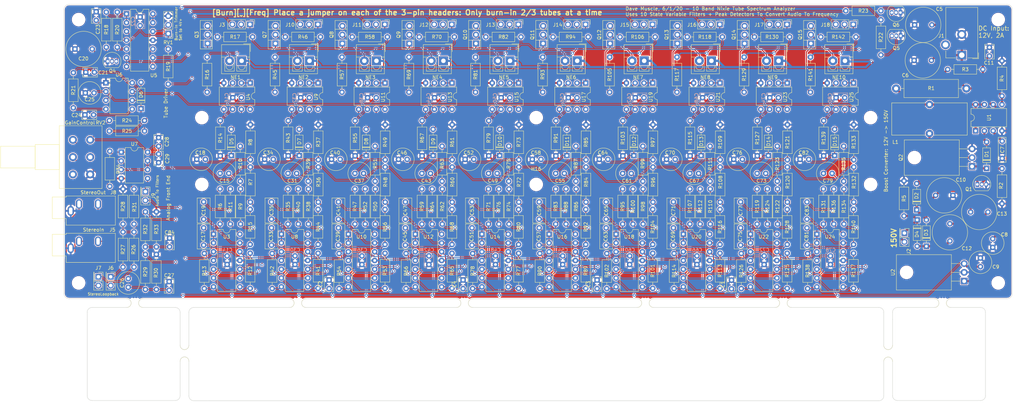
<source format=kicad_pcb>
(kicad_pcb (version 20171130) (host pcbnew "(5.1.0)-1")
  (layers (0 F.Cu signal) (31 B.Cu signal) (34 B.Paste user) (35 F.Paste user) (36 B.SilkS user) (37 F.SilkS user) (38 B.Mask user) (39 F.Mask user) (44 Edge.Cuts user))
  (net 0 "")
  (net 1 5V)
  (net 2 GND)
  (net 3 +12V)
  (net 4 "Net-(C12-Pad2)")
  (net 5 "Net-(C10-Pad1)")
  (net 6 "Net-(C11-Pad1)")
  (net 7 "Net-(C12-Pad1)")
  (net 8 "Net-(C17-Pad2)")
  (net 9 "Net-(C19-Pad2)")
  (net 10 "Net-(C19-Pad1)")
  (net 11 "Net-(C26-Pad2)")
  (net 12 "Net-(C33-Pad2)")
  (net 13 "Net-(C35-Pad2)")
  (net 14 "Net-(C35-Pad1)")
  (net 15 "Net-(C37-Pad1)")
  (net 16 "Net-(C41-Pad2)")
  (net 17 "Net-(C43-Pad1)")
  (net 18 "Net-(C46-Pad1)")
  (net 19 "Net-(C47-Pad1)")
  (net 20 "Net-(C49-Pad1)")
  (net 21 "Net-(C52-Pad1)")
  (net 22 "Net-(C53-Pad1)")
  (net 23 "Net-(C61-Pad1)")
  (net 24 "Net-(C64-Pad1)")
  (net 25 "Net-(C65-Pad1)")
  (net 26 "Net-(C67-Pad1)")
  (net 27 "Net-(C70-Pad1)")
  (net 28 "Net-(C79-Pad1)")
  (net 29 "Net-(D1-Pad2)")
  (net 30 "Net-(D1-Pad1)")
  (net 31 "Net-(D5-Pad2)")
  (net 32 "Net-(D6-Pad2)")
  (net 33 "Net-(D7-Pad2)")
  (net 34 "Net-(D8-Pad2)")
  (net 35 "Net-(D9-Pad2)")
  (net 36 "Net-(D10-Pad2)")
  (net 37 "Net-(D11-Pad2)")
  (net 38 "Net-(D12-Pad2)")
  (net 39 "Net-(D13-Pad2)")
  (net 40 "Net-(D14-Pad2)")
  (net 41 "Net-(D15-Pad2)")
  (net 42 AudioIn)
  (net 43 150V)
  (net 44 "Net-(J9-Pad1)")
  (net 45 "Net-(L1-Pad1)")
  (net 46 "Net-(Q3-Pad3)")
  (net 47 "Net-(Q4-Pad3)")
  (net 48 "Net-(Q7-Pad3)")
  (net 49 "Net-(Q7-Pad1)")
  (net 50 "Net-(Q9-Pad3)")
  (net 51 "Net-(Q9-Pad1)")
  (net 52 "Net-(Q10-Pad3)")
  (net 53 "Net-(Q10-Pad1)")
  (net 54 "Net-(Q12-Pad3)")
  (net 55 "Net-(Q12-Pad1)")
  (net 56 "Net-(Q13-Pad3)")
  (net 57 "Net-(Q13-Pad1)")
  (net 58 "Net-(Q14-Pad3)")
  (net 59 "Net-(Q14-Pad1)")
  (net 60 "Net-(Q15-Pad3)")
  (net 61 "Net-(Q15-Pad1)")
  (net 62 Vbias)
  (net 63 "Net-(R18-Pad1)")
  (net 64 "Net-(R19-Pad1)")
  (net 65 "Net-(R36-Pad1)")
  (net 66 "Net-(R51-Pad2)")
  (net 67 "Net-(R71-Pad2)")
  (net 68 "Net-(R71-Pad1)")
  (net 69 "Net-(R72-Pad1)")
  (net 70 "Net-(R107-Pad2)")
  (net 71 /FrontEnd/GainVol)
  (net 72 "Net-(C7-Pad1)")
  (net 73 "Net-(C13-Pad1)")
  (net 74 /Sheet5ECF3EB8/Bandpass)
  (net 75 "Net-(C15-Pad1)")
  (net 76 "Net-(C18-Pad1)")
  (net 77 "Net-(C24-Pad1)")
  (net 78 "Net-(C25-Pad1)")
  (net 79 "Net-(C26-Pad1)")
  (net 80 /sheet5EF342EE/Bandpass)
  (net 81 "Net-(C31-Pad1)")
  (net 82 "Net-(C34-Pad1)")
  (net 83 /sheet5EF345AE/Bandpass)
  (net 84 "Net-(C39-Pad2)")
  (net 85 "Net-(C40-Pad1)")
  (net 86 "Net-(C41-Pad1)")
  (net 87 /sheet5EF345AF/Bandpass)
  (net 88 "Net-(C45-Pad2)")
  (net 89 "Net-(C47-Pad2)")
  (net 90 /sheet5EF34C22/Bandpass)
  (net 91 "Net-(C51-Pad2)")
  (net 92 "Net-(C53-Pad2)")
  (net 93 /sheet5EF34C23/Bandpass)
  (net 94 "Net-(C55-Pad1)")
  (net 95 "Net-(C57-Pad2)")
  (net 96 "Net-(C58-Pad1)")
  (net 97 "Net-(C59-Pad2)")
  (net 98 "Net-(C59-Pad1)")
  (net 99 /sheet5EF34C24/Bandpass)
  (net 100 "Net-(C63-Pad2)")
  (net 101 "Net-(C65-Pad2)")
  (net 102 /sheet5EF34C25/Bandpass)
  (net 103 "Net-(C69-Pad2)")
  (net 104 "Net-(C71-Pad2)")
  (net 105 "Net-(C71-Pad1)")
  (net 106 /sheet5EF3670A/Bandpass)
  (net 107 "Net-(C73-Pad1)")
  (net 108 "Net-(C75-Pad2)")
  (net 109 "Net-(C76-Pad1)")
  (net 110 "Net-(C77-Pad2)")
  (net 111 "Net-(C77-Pad1)")
  (net 112 /sheet5EF3670B/Bandpass)
  (net 113 "Net-(C81-Pad2)")
  (net 114 "Net-(C82-Pad1)")
  (net 115 "Net-(C83-Pad2)")
  (net 116 "Net-(C83-Pad1)")
  (net 117 Vburn)
  (net 118 /Sheet5ECF3EB8/TubeValue)
  (net 119 /Sheet5ECF3EB8/PeakDetect)
  (net 120 /Sheet5EEA538E/fosc)
  (net 121 "Net-(J5-PadR)")
  (net 122 "Net-(J5-PadT)")
  (net 123 "Net-(J6-Pad2)")
  (net 124 "Net-(J7-Pad2)")
  (net 125 /sheet5EF342EE/TubeValue)
  (net 126 /sheet5EF342EE/PeakDetect)
  (net 127 /sheet5EF345AE/TubeValue)
  (net 128 /sheet5EF345AE/PeakDetect)
  (net 129 /sheet5EF345AF/TubeValue)
  (net 130 /sheet5EF345AF/PeakDetect)
  (net 131 /sheet5EF34C22/TubeValue)
  (net 132 /sheet5EF34C22/PeakDetect)
  (net 133 /sheet5EF34C23/TubeValue)
  (net 134 /sheet5EF34C23/PeakDetect)
  (net 135 /sheet5EF34C24/TubeValue)
  (net 136 /sheet5EF34C24/PeakDetect)
  (net 137 /sheet5EF34C25/TubeValue)
  (net 138 /sheet5EF34C25/PeakDetect)
  (net 139 /sheet5EF3670A/TubeValue)
  (net 140 /sheet5EF3670A/PeakDetect)
  (net 141 /sheet5EF3670B/TubeValue)
  (net 142 /sheet5EF3670B/PeakDetect)
  (net 143 "Net-(Q3-Pad1)")
  (net 144 "Net-(Q4-Pad2)")
  (net 145 /Sheet5ECF3EB8/TubeCommon)
  (net 146 "Net-(Q5-Pad2)")
  (net 147 /sheet5EF34C23/TubeCommon)
  (net 148 "Net-(Q6-Pad2)")
  (net 149 "Net-(Q8-Pad3)")
  (net 150 "Net-(Q8-Pad1)")
  (net 151 "Net-(Q11-Pad3)")
  (net 152 "Net-(Q11-Pad1)")
  (net 153 "Net-(R6-Pad2)")
  (net 154 "Net-(R11-Pad1)")
  (net 155 "Net-(R7-Pad1)")
  (net 156 "Net-(R10-Pad2)")
  (net 157 "Net-(R12-Pad2)")
  (net 158 "Net-(R21-Pad1)")
  (net 159 /Sheet5EEA538E/TubeClockA)
  (net 160 /Sheet5EEA538E/TubeClockB)
  (net 161 "Net-(R31-Pad1)")
  (net 162 "Net-(R34-Pad1)")
  (net 163 "Net-(R35-Pad2)")
  (net 164 "Net-(R35-Pad1)")
  (net 165 "Net-(R39-Pad2)")
  (net 166 "Net-(R41-Pad2)")
  (net 167 "Net-(R47-Pad2)")
  (net 168 "Net-(R47-Pad1)")
  (net 169 "Net-(R48-Pad1)")
  (net 170 "Net-(R53-Pad2)")
  (net 171 "Net-(R59-Pad2)")
  (net 172 "Net-(R59-Pad1)")
  (net 173 "Net-(R60-Pad1)")
  (net 174 "Net-(R63-Pad2)")
  (net 175 "Net-(R65-Pad2)")
  (net 176 "Net-(R75-Pad2)")
  (net 177 "Net-(R77-Pad2)")
  (net 178 "Net-(R83-Pad2)")
  (net 179 "Net-(R83-Pad1)")
  (net 180 "Net-(R84-Pad1)")
  (net 181 "Net-(R87-Pad2)")
  (net 182 "Net-(R89-Pad2)")
  (net 183 "Net-(R95-Pad2)")
  (net 184 "Net-(R100-Pad1)")
  (net 185 "Net-(R96-Pad1)")
  (net 186 "Net-(R99-Pad2)")
  (net 187 "Net-(R101-Pad2)")
  (net 188 "Net-(R107-Pad1)")
  (net 189 "Net-(R108-Pad1)")
  (net 190 "Net-(R111-Pad2)")
  (net 191 "Net-(R113-Pad2)")
  (net 192 "Net-(R119-Pad2)")
  (net 193 "Net-(R119-Pad1)")
  (net 194 "Net-(R120-Pad1)")
  (net 195 "Net-(R123-Pad2)")
  (net 196 "Net-(R125-Pad2)")
  (net 197 "Net-(R131-Pad2)")
  (net 198 "Net-(R131-Pad1)")
  (net 199 "Net-(R132-Pad1)")
  (net 200 "Net-(R135-Pad2)")
  (net 201 "Net-(R137-Pad2)")
  (net 202 "Net-(RV1-Pad2)")
  (net 203 "Net-(RV2-Pad3)")
  (net 204 "Net-(NE1-Pad2)")
  (net 205 "Net-(NE2-Pad2)")
  (net 206 "Net-(NE3-Pad2)")
  (net 207 "Net-(NE4-Pad2)")
  (net 208 "Net-(NE5-Pad2)")
  (net 209 "Net-(NE6-Pad2)")
  (net 210 "Net-(NE7-Pad2)")
  (net 211 "Net-(NE8-Pad2)")
  (net 212 "Net-(NE9-Pad2)")
  (net 213 "Net-(NE10-Pad2)")
  (net 214 "Net-(C84-Pad2)")
  (module NixieAnalyzer:NixieGrommet (layer F.Cu) (at 342.2015 170.8785)
    (fp_text reference REF** hide)
    (fp_text value NixieGrommet)
    (pad "" np_thru_hole circle (at -7.76097 1.016) (size 11.0998 11.0998) (drill 11.0998) (layers *.Cu *.Mask))
  )
  (module NixieAnalyzer:NixieGrommet (layer F.Cu) (at 285.658276 170.6245)
    (fp_text reference REF** hide)
    (fp_text value NixieGrommet)
    (pad "" np_thru_hole circle (at 0 1.27) (size 11.0998 11.0998) (drill 11.0998) (layers *.Cu *.Mask))
  )
  (module NixieAnalyzer:NixieGrommet (layer F.Cu) (at 266.326054 170.6245)
    (fp_text reference REF** hide)
    (fp_text value NixieGrommet)
    (pad "" np_thru_hole circle (at 0 1.27) (size 11.0998 11.0998) (drill 11.0998) (layers *.Cu *.Mask))
  )
  (module NixieAnalyzer:NixieGrommet (layer F.Cu) (at 246.993832 170.6245)
    (fp_text reference REF** hide)
    (fp_text value NixieGrommet)
    (pad "" np_thru_hole circle (at 0 1.27) (size 11.0998 11.0998) (drill 11.0998) (layers *.Cu *.Mask))
  )
  (module NixieAnalyzer:NixieGrommet (layer F.Cu) (at 227.66161 170.6245)
    (fp_text reference REF** hide)
    (fp_text value NixieGrommet)
    (pad "" np_thru_hole circle (at 0 1.27) (size 11.0998 11.0998) (drill 11.0998) (layers *.Cu *.Mask))
  )
  (module NixieAnalyzer:NixieGrommet (layer F.Cu) (at 208.329388 170.6245)
    (fp_text reference REF** hide)
    (fp_text value NixieGrommet)
    (pad "" np_thru_hole circle (at 0 1.27) (size 11.0998 11.0998) (drill 11.0998) (layers *.Cu *.Mask))
  )
  (module NixieAnalyzer:NixieGrommet (layer F.Cu) (at 188.997166 170.6245)
    (fp_text reference REF** hide)
    (fp_text value NixieGrommet)
    (pad "" np_thru_hole circle (at 0 1.27) (size 11.0998 11.0998) (drill 11.0998) (layers *.Cu *.Mask))
  )
  (module NixieAnalyzer:NixieGrommet (layer F.Cu) (at 169.664944 170.6245)
    (fp_text reference REF** hide)
    (fp_text value NixieGrommet)
    (pad "" np_thru_hole circle (at 0 1.27) (size 11.0998 11.0998) (drill 11.0998) (layers *.Cu *.Mask))
  )
  (module NixieAnalyzer:NixieGrommet (layer F.Cu) (at 150.332722 170.6245)
    (fp_text reference REF** hide)
    (fp_text value NixieGrommet)
    (pad "" np_thru_hole circle (at 0 1.27) (size 11.0998 11.0998) (drill 11.0998) (layers *.Cu *.Mask))
  )
  (module NixieAnalyzer:NixieGrommet (layer F.Cu) (at 304.9905 170.6245)
    (fp_text reference REF** hide)
    (fp_text value NixieGrommet)
    (pad "" np_thru_hole circle (at 0 1.27) (size 11.0998 11.0998) (drill 11.0998) (layers *.Cu *.Mask))
  )
  (module NixieAnalyzer:NixieGrommet (layer F.Cu) (at 131.0005 170.6245)
    (fp_text reference REF** hide)
    (fp_text value NixieGrommet)
    (pad "" np_thru_hole circle (at 0 1.27) (size 11.0998 11.0998) (drill 11.0998) (layers *.Cu *.Mask))
  )
  (module NixieAnalyzer:NixieGrommet (layer F.Cu) (at 101.61397 170.2435)
    (fp_text reference REF** hide)
    (fp_text value NixieGrommet)
    (pad "" np_thru_hole circle (at 0 1.651) (size 11.0998 11.0998) (drill 11.0998) (layers *.Cu *.Mask))
  )
  (module Panelization:mouse-bite-2.54mm-slot (layer F.Cu) (at 101.981 157.1625 180)
    (fp_text reference mouse-bite-2.54mm-slot hide)
    (fp_text value VAL** hide)
    (pad "" np_thru_hole circle (at 0 -1.1 180) (size 0.5 0.5) (drill 0.5) (layers *.Cu *.Mask))
    (pad "" np_thru_hole circle (at 0 1.1 180) (size 0.5 0.5) (drill 0.5) (layers *.Cu *.Mask))
    (pad "" np_thru_hole circle (at 0.8 -1.1 180) (size 0.5 0.5) (drill 0.5) (layers *.Cu *.Mask))
    (pad "" np_thru_hole circle (at -0.8 -1.1 180) (size 0.5 0.5) (drill 0.5) (layers *.Cu *.Mask))
    (pad "" np_thru_hole circle (at -0.8 1.1 180) (size 0.5 0.5) (drill 0.5) (layers *.Cu *.Mask))
    (pad "" np_thru_hole circle (at 0.8 1.1 180) (size 0.5 0.5) (drill 0.5) (layers *.Cu *.Mask))
  )
  (module Panelization:mouse-bite-2.54mm-slot (layer F.Cu) (at 116.332 171.704 270)
    (fp_text reference mouse-bite-2.54mm-slot hide)
    (fp_text value VAL** hide)
    (pad "" np_thru_hole circle (at 0 -1.1 270) (size 0.5 0.5) (drill 0.5) (layers *.Cu *.Mask))
    (pad "" np_thru_hole circle (at 0 1.1 270) (size 0.5 0.5) (drill 0.5) (layers *.Cu *.Mask))
    (pad "" np_thru_hole circle (at 0.8 -1.1 270) (size 0.5 0.5) (drill 0.5) (layers *.Cu *.Mask))
    (pad "" np_thru_hole circle (at -0.8 -1.1 270) (size 0.5 0.5) (drill 0.5) (layers *.Cu *.Mask))
    (pad "" np_thru_hole circle (at -0.8 1.1 270) (size 0.5 0.5) (drill 0.5) (layers *.Cu *.Mask))
    (pad "" np_thru_hole circle (at 0.8 1.1 270) (size 0.5 0.5) (drill 0.5) (layers *.Cu *.Mask))
  )
  (module Panelization:mouse-bite-2.54mm-slot (layer F.Cu) (at 149.098 157.1625 180)
    (fp_text reference mouse-bite-2.54mm-slot hide)
    (fp_text value VAL** hide)
    (pad "" np_thru_hole circle (at 0 -1.1 180) (size 0.5 0.5) (drill 0.5) (layers *.Cu *.Mask))
    (pad "" np_thru_hole circle (at 0 1.1 180) (size 0.5 0.5) (drill 0.5) (layers *.Cu *.Mask))
    (pad "" np_thru_hole circle (at 0.8 -1.1 180) (size 0.5 0.5) (drill 0.5) (layers *.Cu *.Mask))
    (pad "" np_thru_hole circle (at -0.8 -1.1 180) (size 0.5 0.5) (drill 0.5) (layers *.Cu *.Mask))
    (pad "" np_thru_hole circle (at -0.8 1.1 180) (size 0.5 0.5) (drill 0.5) (layers *.Cu *.Mask))
    (pad "" np_thru_hole circle (at 0.8 1.1 180) (size 0.5 0.5) (drill 0.5) (layers *.Cu *.Mask))
  )
  (module Panelization:mouse-bite-2.54mm-slot (layer F.Cu) (at 197.2945 157.1625 180)
    (fp_text reference mouse-bite-2.54mm-slot hide)
    (fp_text value VAL** hide)
    (pad "" np_thru_hole circle (at 0 -1.1 180) (size 0.5 0.5) (drill 0.5) (layers *.Cu *.Mask))
    (pad "" np_thru_hole circle (at 0 1.1 180) (size 0.5 0.5) (drill 0.5) (layers *.Cu *.Mask))
    (pad "" np_thru_hole circle (at 0.8 -1.1 180) (size 0.5 0.5) (drill 0.5) (layers *.Cu *.Mask))
    (pad "" np_thru_hole circle (at -0.8 -1.1 180) (size 0.5 0.5) (drill 0.5) (layers *.Cu *.Mask))
    (pad "" np_thru_hole circle (at -0.8 1.1 180) (size 0.5 0.5) (drill 0.5) (layers *.Cu *.Mask))
    (pad "" np_thru_hole circle (at 0.8 1.1 180) (size 0.5 0.5) (drill 0.5) (layers *.Cu *.Mask))
  )
  (module Panelization:mouse-bite-2.54mm-slot (layer F.Cu) (at 319.7225 171.704 270)
    (fp_text reference mouse-bite-2.54mm-slot hide)
    (fp_text value VAL** hide)
    (pad "" np_thru_hole circle (at 0 -1.1 270) (size 0.5 0.5) (drill 0.5) (layers *.Cu *.Mask))
    (pad "" np_thru_hole circle (at 0 1.1 270) (size 0.5 0.5) (drill 0.5) (layers *.Cu *.Mask))
    (pad "" np_thru_hole circle (at 0.8 -1.1 270) (size 0.5 0.5) (drill 0.5) (layers *.Cu *.Mask))
    (pad "" np_thru_hole circle (at -0.8 -1.1 270) (size 0.5 0.5) (drill 0.5) (layers *.Cu *.Mask))
    (pad "" np_thru_hole circle (at -0.8 1.1 270) (size 0.5 0.5) (drill 0.5) (layers *.Cu *.Mask))
    (pad "" np_thru_hole circle (at 0.8 1.1 270) (size 0.5 0.5) (drill 0.5) (layers *.Cu *.Mask))
  )
  (module Panelization:mouse-bite-2.54mm-slot (layer F.Cu) (at 335.4705 157.1625 180)
    (fp_text reference mouse-bite-2.54mm-slot hide)
    (fp_text value VAL** hide)
    (pad "" np_thru_hole circle (at 0 -1.1 180) (size 0.5 0.5) (drill 0.5) (layers *.Cu *.Mask))
    (pad "" np_thru_hole circle (at 0 1.1 180) (size 0.5 0.5) (drill 0.5) (layers *.Cu *.Mask))
    (pad "" np_thru_hole circle (at 0.8 -1.1 180) (size 0.5 0.5) (drill 0.5) (layers *.Cu *.Mask))
    (pad "" np_thru_hole circle (at -0.8 -1.1 180) (size 0.5 0.5) (drill 0.5) (layers *.Cu *.Mask))
    (pad "" np_thru_hole circle (at -0.8 1.1 180) (size 0.5 0.5) (drill 0.5) (layers *.Cu *.Mask))
    (pad "" np_thru_hole circle (at 0.8 1.1 180) (size 0.5 0.5) (drill 0.5) (layers *.Cu *.Mask))
  )
  (module Panelization:mouse-bite-2.54mm-slot (layer F.Cu) (at 289.433 157.1625 180)
    (fp_text reference mouse-bite-2.54mm-slot hide)
    (fp_text value VAL** hide)
    (pad "" np_thru_hole circle (at 0 -1.1 180) (size 0.5 0.5) (drill 0.5) (layers *.Cu *.Mask))
    (pad "" np_thru_hole circle (at 0 1.1 180) (size 0.5 0.5) (drill 0.5) (layers *.Cu *.Mask))
    (pad "" np_thru_hole circle (at 0.8 -1.1 180) (size 0.5 0.5) (drill 0.5) (layers *.Cu *.Mask))
    (pad "" np_thru_hole circle (at -0.8 -1.1 180) (size 0.5 0.5) (drill 0.5) (layers *.Cu *.Mask))
    (pad "" np_thru_hole circle (at -0.8 1.1 180) (size 0.5 0.5) (drill 0.5) (layers *.Cu *.Mask))
    (pad "" np_thru_hole circle (at 0.8 1.1 180) (size 0.5 0.5) (drill 0.5) (layers *.Cu *.Mask))
  )
  (module Panelization:mouse-bite-2.54mm-slot (layer F.Cu) (at 249.555 157.1625 180)
    (fp_text reference mouse-bite-2.54mm-slot hide)
    (fp_text value VAL** hide)
    (pad "" np_thru_hole circle (at 0.8 1.1 180) (size 0.5 0.5) (drill 0.5) (layers *.Cu *.Mask))
    (pad "" np_thru_hole circle (at -0.8 1.1 180) (size 0.5 0.5) (drill 0.5) (layers *.Cu *.Mask))
    (pad "" np_thru_hole circle (at -0.8 -1.1 180) (size 0.5 0.5) (drill 0.5) (layers *.Cu *.Mask))
    (pad "" np_thru_hole circle (at 0.8 -1.1 180) (size 0.5 0.5) (drill 0.5) (layers *.Cu *.Mask))
    (pad "" np_thru_hole circle (at 0 1.1 180) (size 0.5 0.5) (drill 0.5) (layers *.Cu *.Mask))
    (pad "" np_thru_hole circle (at 0 -1.1 180) (size 0.5 0.5) (drill 0.5) (layers *.Cu *.Mask))
  )
  (module MountingHole:MountingHole_3.5mm (layer F.Cu) (at 324.77456 181.49697)
    (fp_text reference H24 hide)
    (fp_text value "Nixie Board Mounts")
    (pad 1 np_thru_hole circle (at 0 0) (size 3.5 3.5) (drill 3.5) (layers *.Cu *.Mask))
  )
  (module MountingHole:MountingHole_3.5mm (layer F.Cu) (at 324.77456 162.22853)
    (fp_text reference H23 hide)
    (fp_text value "Nixie Board Mounts")
    (pad 1 np_thru_hole circle (at 0 0) (size 3.5 3.5) (drill 3.5) (layers *.Cu *.Mask))
  )
  (module MountingHole:MountingHole_3.5mm (layer F.Cu) (at 344.1065 181.49697)
    (fp_text reference H22 hide)
    (fp_text value "Nixie Board Mounts")
    (pad 1 np_thru_hole circle (at 0 0) (size 3.5 3.5) (drill 3.5) (layers *.Cu *.Mask))
  )
  (module MountingHole:MountingHole_3.5mm (layer F.Cu) (at 344.1065 162.22853)
    (fp_text reference H21 hide)
    (fp_text value "Nixie Board Mounts")
    (pad 1 np_thru_hole circle (at 0 0) (size 3.5 3.5) (drill 3.5) (layers *.Cu *.Mask))
  )
  (module MountingHole:MountingHole_3.5mm (layer F.Cu) (at 111.27994 162.22853)
    (fp_text reference H20 hide)
    (fp_text value "Nixie Board Mounts")
    (pad 1 np_thru_hole circle (at 0 0) (size 3.5 3.5) (drill 3.5) (layers *.Cu *.Mask))
  )
  (module MountingHole:MountingHole_3.5mm (layer F.Cu) (at 91.948 162.22853)
    (fp_text reference H19 hide)
    (fp_text value "Nixie Board Mounts")
    (pad 1 np_thru_hole circle (at 0 0) (size 3.5 3.5) (drill 3.5) (layers *.Cu *.Mask))
  )
  (module MountingHole:MountingHole_3.5mm (layer F.Cu) (at 91.948 181.49697)
    (fp_text reference H18 hide)
    (fp_text value "Nixie Board Mounts")
    (pad 1 np_thru_hole circle (at 0 0) (size 3.5 3.5) (drill 3.5) (layers *.Cu *.Mask))
  )
  (module MountingHole:MountingHole_3.5mm (layer F.Cu) (at 111.27994 181.49697)
    (fp_text reference H17 hide)
    (fp_text value "Nixie Board Mounts")
    (pad 1 np_thru_hole circle (at 0 0) (size 3.5 3.5) (drill 3.5) (layers *.Cu *.Mask))
  )
  (module Package_DIP:DIP-14_W7.62mm (layer F.Cu) (at 124.714 137.20953)
    (fp_text reference U3 (at 3.81 0.762) (layer F.SilkS))
    (fp_text value MCP6004)
    (pad 1 thru_hole rect (at 0 0) (size 1.6 1.6) (drill 0.8) (layers *.Cu *.Mask) (net 153 "Net-(R6-Pad2)"))
    (pad 8 thru_hole oval (at 7.62 15.24) (size 1.6 1.6) (drill 0.8) (layers *.Cu *.Mask) (net 74 /Sheet5ECF3EB8/Bandpass))
    (pad 2 thru_hole oval (at 0 2.54) (size 1.6 1.6) (drill 0.8) (layers *.Cu *.Mask) (net 153 "Net-(R6-Pad2)"))
    (pad 9 thru_hole oval (at 7.62 12.7) (size 1.6 1.6) (drill 0.8) (layers *.Cu *.Mask) (net 8 "Net-(C17-Pad2)"))
    (pad 3 thru_hole oval (at 0 5.08) (size 1.6 1.6) (drill 0.8) (layers *.Cu *.Mask) (net 42 AudioIn))
    (pad 10 thru_hole oval (at 7.62 10.16) (size 1.6 1.6) (drill 0.8) (layers *.Cu *.Mask) (net 62 Vbias))
    (pad 4 thru_hole oval (at 0 7.62) (size 1.6 1.6) (drill 0.8) (layers *.Cu *.Mask) (net 1 5V))
    (pad 11 thru_hole oval (at 7.62 7.62) (size 1.6 1.6) (drill 0.8) (layers *.Cu *.Mask) (net 2 GND))
    (pad 5 thru_hole oval (at 0 10.16) (size 1.6 1.6) (drill 0.8) (layers *.Cu *.Mask) (net 155 "Net-(R7-Pad1)"))
    (pad 12 thru_hole oval (at 7.62 5.08) (size 1.6 1.6) (drill 0.8) (layers *.Cu *.Mask) (net 62 Vbias))
    (pad 6 thru_hole oval (at 0 12.7) (size 1.6 1.6) (drill 0.8) (layers *.Cu *.Mask) (net 154 "Net-(R11-Pad1)"))
    (pad 13 thru_hole oval (at 7.62 2.54) (size 1.6 1.6) (drill 0.8) (layers *.Cu *.Mask) (net 9 "Net-(C19-Pad2)"))
    (pad 7 thru_hole oval (at 0 15.24) (size 1.6 1.6) (drill 0.8) (layers *.Cu *.Mask) (net 157 "Net-(R12-Pad2)"))
    (pad 14 thru_hole oval (at 7.62 0) (size 1.6 1.6) (drill 0.8) (layers *.Cu *.Mask) (net 10 "Net-(C19-Pad1)"))
  )
  (module Diode_THT:D_DO-35_SOD27_P7.62mm_Horizontal (layer F.Cu) (at 348.1705 118.1735 90)
    (fp_text reference D1 (at 4.1275 0 90) (layer F.SilkS))
    (fp_text value 1N914)
    (pad 1 thru_hole rect (at 0 0 90) (size 1.6 1.6) (drill 0.8) (layers *.Cu *.Mask) (net 30 "Net-(D1-Pad1)"))
    (pad 2 thru_hole oval (at 7.62 0 90) (size 1.6 1.6) (drill 0.8) (layers *.Cu *.Mask) (net 29 "Net-(D1-Pad2)"))
  )
  (module Package_DIP:DIP-8_W7.62mm (layer F.Cu) (at 344.9955 107.315 90)
    (fp_text reference U1 (at 3.8735 3.8735 90) (layer F.SilkS))
    (fp_text value MC34063AP)
    (pad 1 thru_hole rect (at 0 0 90) (size 1.6 1.6) (drill 0.8) (layers *.Cu *.Mask) (net 45 "Net-(L1-Pad1)"))
    (pad 5 thru_hole oval (at 7.62 7.62 90) (size 1.6 1.6) (drill 0.8) (layers *.Cu *.Mask) (net 6 "Net-(C11-Pad1)"))
    (pad 2 thru_hole oval (at 0 2.54 90) (size 1.6 1.6) (drill 0.8) (layers *.Cu *.Mask) (net 29 "Net-(D1-Pad2)"))
    (pad 6 thru_hole oval (at 7.62 5.08 90) (size 1.6 1.6) (drill 0.8) (layers *.Cu *.Mask) (net 3 +12V))
    (pad 3 thru_hole oval (at 0 5.08 90) (size 1.6 1.6) (drill 0.8) (layers *.Cu *.Mask) (net 72 "Net-(C7-Pad1)"))
    (pad 7 thru_hole oval (at 7.62 2.54 90) (size 1.6 1.6) (drill 0.8) (layers *.Cu *.Mask) (net 45 "Net-(L1-Pad1)"))
    (pad 4 thru_hole oval (at 0 7.62 90) (size 1.6 1.6) (drill 0.8) (layers *.Cu *.Mask) (net 2 GND))
    (pad 8 thru_hole oval (at 7.62 0 90) (size 1.6 1.6) (drill 0.8) (layers *.Cu *.Mask) (net 45 "Net-(L1-Pad1)"))
  )
  (module Package_DIP:DIP-8_W7.62mm (layer F.Cu) (at 98.044 113.4745)
    (fp_text reference U7 (at 3.81 -2.33) (layer F.SilkS))
    (fp_text value MCP6002-xP)
    (pad 1 thru_hole rect (at 0 0) (size 1.6 1.6) (drill 0.8) (layers *.Cu *.Mask) (net 44 "Net-(J9-Pad1)"))
    (pad 5 thru_hole oval (at 7.62 7.62) (size 1.6 1.6) (drill 0.8) (layers *.Cu *.Mask) (net 214 "Net-(C84-Pad2)"))
    (pad 2 thru_hole oval (at 0 2.54) (size 1.6 1.6) (drill 0.8) (layers *.Cu *.Mask) (net 161 "Net-(R31-Pad1)"))
    (pad 6 thru_hole oval (at 7.62 5.08) (size 1.6 1.6) (drill 0.8) (layers *.Cu *.Mask) (net 62 Vbias))
    (pad 3 thru_hole oval (at 0 5.08) (size 1.6 1.6) (drill 0.8) (layers *.Cu *.Mask) (net 62 Vbias))
    (pad 7 thru_hole oval (at 7.62 2.54) (size 1.6 1.6) (drill 0.8) (layers *.Cu *.Mask) (net 62 Vbias))
    (pad 4 thru_hole oval (at 0 7.62) (size 1.6 1.6) (drill 0.8) (layers *.Cu *.Mask) (net 2 GND))
    (pad 8 thru_hole oval (at 7.62 0) (size 1.6 1.6) (drill 0.8) (layers *.Cu *.Mask) (net 1 5V))
  )
  (module Capacitor_THT:C_Rect_L4.0mm_W2.5mm_P2.50mm (layer F.Cu) (at 112.014 138.3665 270)
    (fp_text reference C84 (at -1.651 0) (layer F.SilkS))
    (fp_text value 0.1u)
    (pad 1 thru_hole circle (at 0 0 270) (size 1.6 1.6) (drill 0.8) (layers *.Cu *.Mask) (net 2 GND))
    (pad 2 thru_hole circle (at 2.5 0 270) (size 1.6 1.6) (drill 0.8) (layers *.Cu *.Mask) (net 214 "Net-(C84-Pad2)"))
  )
  (module TerminalBlock_4Ucon:TerminalBlock_4Ucon_1x02_P3.50mm_Vertical (layer F.Cu) (at 307.235 87.05153 180)
    (fp_text reference NE10 (at 1.75 -4.76 180) (layer F.SilkS))
    (fp_text value IN-9)
    (pad 1 thru_hole rect (at 0 0 180) (size 2.6 2.6) (drill 1.3) (layers *.Cu *.Mask) (net 43 150V))
    (pad 2 thru_hole circle (at 3.5 0 180) (size 2.6 2.6) (drill 1.3) (layers *.Cu *.Mask) (net 213 "Net-(NE10-Pad2)"))
  )
  (module TerminalBlock_4Ucon:TerminalBlock_4Ucon_1x02_P3.50mm_Vertical (layer F.Cu) (at 288.058 87.05253 180)
    (fp_text reference NE9 (at 1.75 -4.76 180) (layer F.SilkS))
    (fp_text value IN-9)
    (pad 1 thru_hole rect (at 0 0 180) (size 2.6 2.6) (drill 1.3) (layers *.Cu *.Mask) (net 43 150V))
    (pad 2 thru_hole circle (at 3.5 0 180) (size 2.6 2.6) (drill 1.3) (layers *.Cu *.Mask) (net 212 "Net-(NE9-Pad2)"))
  )
  (module TerminalBlock_4Ucon:TerminalBlock_4Ucon_1x02_P3.50mm_Vertical (layer F.Cu) (at 268.636 87.05153 180)
    (fp_text reference NE8 (at 1.75 -4.76 180) (layer F.SilkS))
    (fp_text value IN-9)
    (pad 1 thru_hole rect (at 0 0 180) (size 2.6 2.6) (drill 1.3) (layers *.Cu *.Mask) (net 43 150V))
    (pad 2 thru_hole circle (at 3.5 0 180) (size 2.6 2.6) (drill 1.3) (layers *.Cu *.Mask) (net 211 "Net-(NE8-Pad2)"))
  )
  (module TerminalBlock_4Ucon:TerminalBlock_4Ucon_1x02_P3.50mm_Vertical (layer F.Cu) (at 249.196 87.05353 180)
    (fp_text reference NE7 (at 1.75 -4.76 180) (layer F.SilkS))
    (fp_text value IN-9)
    (pad 1 thru_hole rect (at 0 0 180) (size 2.6 2.6) (drill 1.3) (layers *.Cu *.Mask) (net 43 150V))
    (pad 2 thru_hole circle (at 3.5 0 180) (size 2.6 2.6) (drill 1.3) (layers *.Cu *.Mask) (net 210 "Net-(NE7-Pad2)"))
  )
  (module TerminalBlock_4Ucon:TerminalBlock_4Ucon_1x02_P3.50mm_Vertical (layer F.Cu) (at 229.8375 87.05253 180)
    (fp_text reference NE6 (at 1.75 -4.76 180) (layer F.SilkS))
    (fp_text value IN-9)
    (pad 1 thru_hole rect (at 0 0 180) (size 2.6 2.6) (drill 1.3) (layers *.Cu *.Mask) (net 43 150V))
    (pad 2 thru_hole circle (at 3.5 0 180) (size 2.6 2.6) (drill 1.3) (layers *.Cu *.Mask) (net 209 "Net-(NE6-Pad2)"))
  )
  (module TerminalBlock_4Ucon:TerminalBlock_4Ucon_1x02_P3.50mm_Vertical (layer F.Cu) (at 210.4155 87.05153 180)
    (fp_text reference NE5 (at 1.75 -4.76 180) (layer F.SilkS))
    (fp_text value IN-9)
    (pad 1 thru_hole rect (at 0 0 180) (size 2.6 2.6) (drill 1.3) (layers *.Cu *.Mask) (net 43 150V))
    (pad 2 thru_hole circle (at 3.5 0 180) (size 2.6 2.6) (drill 1.3) (layers *.Cu *.Mask) (net 208 "Net-(NE5-Pad2)"))
  )
  (module TerminalBlock_4Ucon:TerminalBlock_4Ucon_1x02_P3.50mm_Vertical (layer F.Cu) (at 191.166 87.05353 180)
    (fp_text reference NE4 (at 1.75 -4.76 180) (layer F.SilkS))
    (fp_text value IN-9)
    (pad 1 thru_hole rect (at 0 0 180) (size 2.6 2.6) (drill 1.3) (layers *.Cu *.Mask) (net 43 150V))
    (pad 2 thru_hole circle (at 3.5 0 180) (size 2.6 2.6) (drill 1.3) (layers *.Cu *.Mask) (net 207 "Net-(NE4-Pad2)"))
  )
  (module TerminalBlock_4Ucon:TerminalBlock_4Ucon_1x02_P3.50mm_Vertical (layer F.Cu) (at 171.8075 87.05253 180)
    (fp_text reference NE3 (at 1.75 -4.76 180) (layer F.SilkS))
    (fp_text value IN-9)
    (pad 1 thru_hole rect (at 0 0 180) (size 2.6 2.6) (drill 1.3) (layers *.Cu *.Mask) (net 43 150V))
    (pad 2 thru_hole circle (at 3.5 0 180) (size 2.6 2.6) (drill 1.3) (layers *.Cu *.Mask) (net 206 "Net-(NE3-Pad2)"))
  )
  (module TerminalBlock_4Ucon:TerminalBlock_4Ucon_1x02_P3.50mm_Vertical (layer F.Cu) (at 152.4635 87.04453 180)
    (fp_text reference NE2 (at 1.75 -4.76 180) (layer F.SilkS))
    (fp_text value IN-9)
    (pad 1 thru_hole rect (at 0 0 180) (size 2.6 2.6) (drill 1.3) (layers *.Cu *.Mask) (net 43 150V))
    (pad 2 thru_hole circle (at 3.5 0 180) (size 2.6 2.6) (drill 1.3) (layers *.Cu *.Mask) (net 205 "Net-(NE2-Pad2)"))
  )
  (module TerminalBlock_4Ucon:TerminalBlock_4Ucon_1x02_P3.50mm_Vertical (layer F.Cu) (at 132.842 87.04453 180)
    (fp_text reference NE1 (at 1.75 -4.76 180) (layer F.SilkS))
    (fp_text value IN-9)
    (pad 1 thru_hole rect (at 0 0 180) (size 2.6 2.6) (drill 1.3) (layers *.Cu *.Mask) (net 43 150V))
    (pad 2 thru_hole circle (at 3.5 0 180) (size 2.6 2.6) (drill 1.3) (layers *.Cu *.Mask) (net 204 "Net-(NE1-Pad2)"))
  )
  (module MountingHole:MountingHole_3.5mm (layer F.Cu) (at 217.9955 122.82297)
    (fp_text reference H16 (at 0 -4.5) (layer F.SilkS))
    (fp_text value "Nixie Board Mounts")
    (pad 1 np_thru_hole circle (at 0 0) (size 3.5 3.5) (drill 3.5) (layers *.Cu *.Mask))
  )
  (module MountingHole:MountingHole_3.5mm (layer F.Cu) (at 217.99423 103.49103)
    (fp_text reference H15 hide)
    (fp_text value "Nixie Board Mounts")
    (pad 1 np_thru_hole circle (at 0 0) (size 3.5 3.5) (drill 3.5) (layers *.Cu *.Mask))
  )
  (module MountingHole:MountingHole_3.5mm (layer F.Cu) (at 314.65393 122.82297)
    (fp_text reference H14 hide)
    (fp_text value "Nixie Board Mounts")
    (pad 1 np_thru_hole circle (at 0 0) (size 3.5 3.5) (drill 3.5) (layers *.Cu *.Mask))
  )
  (module MountingHole:MountingHole_3.5mm (layer F.Cu) (at 314.65393 103.49103)
    (fp_text reference H13 hide)
    (fp_text value "Nixie Board Mounts")
    (pad 1 np_thru_hole circle (at 0 0) (size 3.5 3.5) (drill 3.5) (layers *.Cu *.Mask))
  )
  (module Package_DIP:DIP-8_W7.62mm (layer F.Cu) (at 309.7115 93.46503 270)
    (fp_text reference U25 (at 4.064 0.5715 90) (layer F.SilkS))
    (fp_text value MCP6002-xP)
    (pad 1 thru_hole rect (at 0 0 270) (size 1.6 1.6) (drill 0.8) (layers *.Cu *.Mask) (net 142 /sheet5EF3670B/PeakDetect))
    (pad 5 thru_hole oval (at 7.62 7.62 270) (size 1.6 1.6) (drill 0.8) (layers *.Cu *.Mask) (net 200 "Net-(R135-Pad2)"))
    (pad 2 thru_hole oval (at 0 2.54 270) (size 1.6 1.6) (drill 0.8) (layers *.Cu *.Mask) (net 142 /sheet5EF3670B/PeakDetect))
    (pad 6 thru_hole oval (at 7.62 5.08 270) (size 1.6 1.6) (drill 0.8) (layers *.Cu *.Mask) (net 114 "Net-(C82-Pad1)"))
    (pad 3 thru_hole oval (at 0 5.08 270) (size 1.6 1.6) (drill 0.8) (layers *.Cu *.Mask) (net 114 "Net-(C82-Pad1)"))
    (pad 7 thru_hole oval (at 7.62 2.54 270) (size 1.6 1.6) (drill 0.8) (layers *.Cu *.Mask) (net 41 "Net-(D15-Pad2)"))
    (pad 4 thru_hole oval (at 0 7.62 270) (size 1.6 1.6) (drill 0.8) (layers *.Cu *.Mask) (net 2 GND))
    (pad 8 thru_hole oval (at 7.62 0 270) (size 1.6 1.6) (drill 0.8) (layers *.Cu *.Mask) (net 1 5V))
  )
  (module Package_DIP:DIP-14_W7.62mm (layer F.Cu) (at 299.107 137.21653)
    (fp_text reference U24 (at 3.81 0.762) (layer F.SilkS))
    (fp_text value MCP6004)
    (pad 1 thru_hole rect (at 0 0) (size 1.6 1.6) (drill 0.8) (layers *.Cu *.Mask) (net 197 "Net-(R131-Pad2)"))
    (pad 8 thru_hole oval (at 7.62 15.24) (size 1.6 1.6) (drill 0.8) (layers *.Cu *.Mask) (net 112 /sheet5EF3670B/Bandpass))
    (pad 2 thru_hole oval (at 0 2.54) (size 1.6 1.6) (drill 0.8) (layers *.Cu *.Mask) (net 197 "Net-(R131-Pad2)"))
    (pad 9 thru_hole oval (at 7.62 12.7) (size 1.6 1.6) (drill 0.8) (layers *.Cu *.Mask) (net 113 "Net-(C81-Pad2)"))
    (pad 3 thru_hole oval (at 0 5.08) (size 1.6 1.6) (drill 0.8) (layers *.Cu *.Mask) (net 42 AudioIn))
    (pad 10 thru_hole oval (at 7.62 10.16) (size 1.6 1.6) (drill 0.8) (layers *.Cu *.Mask) (net 62 Vbias))
    (pad 4 thru_hole oval (at 0 7.62) (size 1.6 1.6) (drill 0.8) (layers *.Cu *.Mask) (net 1 5V))
    (pad 11 thru_hole oval (at 7.62 7.62) (size 1.6 1.6) (drill 0.8) (layers *.Cu *.Mask) (net 2 GND))
    (pad 5 thru_hole oval (at 0 10.16) (size 1.6 1.6) (drill 0.8) (layers *.Cu *.Mask) (net 199 "Net-(R132-Pad1)"))
    (pad 12 thru_hole oval (at 7.62 5.08) (size 1.6 1.6) (drill 0.8) (layers *.Cu *.Mask) (net 62 Vbias))
    (pad 6 thru_hole oval (at 0 12.7) (size 1.6 1.6) (drill 0.8) (layers *.Cu *.Mask) (net 198 "Net-(R131-Pad1)"))
    (pad 13 thru_hole oval (at 7.62 2.54) (size 1.6 1.6) (drill 0.8) (layers *.Cu *.Mask) (net 115 "Net-(C83-Pad2)"))
    (pad 7 thru_hole oval (at 0 15.24) (size 1.6 1.6) (drill 0.8) (layers *.Cu *.Mask) (net 201 "Net-(R137-Pad2)"))
    (pad 14 thru_hole oval (at 7.62 0) (size 1.6 1.6) (drill 0.8) (layers *.Cu *.Mask) (net 116 "Net-(C83-Pad1)"))
  )
  (module Package_DIP:DIP-8_W7.62mm (layer F.Cu) (at 290.5345 93.46603 270)
    (fp_text reference U23 (at 4.064 0.5715 90) (layer F.SilkS))
    (fp_text value MCP6002-xP)
    (pad 1 thru_hole rect (at 0 0 270) (size 1.6 1.6) (drill 0.8) (layers *.Cu *.Mask) (net 140 /sheet5EF3670A/PeakDetect))
    (pad 5 thru_hole oval (at 7.62 7.62 270) (size 1.6 1.6) (drill 0.8) (layers *.Cu *.Mask) (net 195 "Net-(R123-Pad2)"))
    (pad 2 thru_hole oval (at 0 2.54 270) (size 1.6 1.6) (drill 0.8) (layers *.Cu *.Mask) (net 140 /sheet5EF3670A/PeakDetect))
    (pad 6 thru_hole oval (at 7.62 5.08 270) (size 1.6 1.6) (drill 0.8) (layers *.Cu *.Mask) (net 109 "Net-(C76-Pad1)"))
    (pad 3 thru_hole oval (at 0 5.08 270) (size 1.6 1.6) (drill 0.8) (layers *.Cu *.Mask) (net 109 "Net-(C76-Pad1)"))
    (pad 7 thru_hole oval (at 7.62 2.54 270) (size 1.6 1.6) (drill 0.8) (layers *.Cu *.Mask) (net 40 "Net-(D14-Pad2)"))
    (pad 4 thru_hole oval (at 0 7.62 270) (size 1.6 1.6) (drill 0.8) (layers *.Cu *.Mask) (net 2 GND))
    (pad 8 thru_hole oval (at 7.62 0 270) (size 1.6 1.6) (drill 0.8) (layers *.Cu *.Mask) (net 1 5V))
  )
  (module Package_DIP:DIP-14_W7.62mm (layer F.Cu) (at 279.93 137.21753)
    (fp_text reference U22 (at 3.81 0.762) (layer F.SilkS))
    (fp_text value MCP6004)
    (pad 1 thru_hole rect (at 0 0) (size 1.6 1.6) (drill 0.8) (layers *.Cu *.Mask) (net 192 "Net-(R119-Pad2)"))
    (pad 8 thru_hole oval (at 7.62 15.24) (size 1.6 1.6) (drill 0.8) (layers *.Cu *.Mask) (net 106 /sheet5EF3670A/Bandpass))
    (pad 2 thru_hole oval (at 0 2.54) (size 1.6 1.6) (drill 0.8) (layers *.Cu *.Mask) (net 192 "Net-(R119-Pad2)"))
    (pad 9 thru_hole oval (at 7.62 12.7) (size 1.6 1.6) (drill 0.8) (layers *.Cu *.Mask) (net 108 "Net-(C75-Pad2)"))
    (pad 3 thru_hole oval (at 0 5.08) (size 1.6 1.6) (drill 0.8) (layers *.Cu *.Mask) (net 42 AudioIn))
    (pad 10 thru_hole oval (at 7.62 10.16) (size 1.6 1.6) (drill 0.8) (layers *.Cu *.Mask) (net 62 Vbias))
    (pad 4 thru_hole oval (at 0 7.62) (size 1.6 1.6) (drill 0.8) (layers *.Cu *.Mask) (net 1 5V))
    (pad 11 thru_hole oval (at 7.62 7.62) (size 1.6 1.6) (drill 0.8) (layers *.Cu *.Mask) (net 2 GND))
    (pad 5 thru_hole oval (at 0 10.16) (size 1.6 1.6) (drill 0.8) (layers *.Cu *.Mask) (net 194 "Net-(R120-Pad1)"))
    (pad 12 thru_hole oval (at 7.62 5.08) (size 1.6 1.6) (drill 0.8) (layers *.Cu *.Mask) (net 62 Vbias))
    (pad 6 thru_hole oval (at 0 12.7) (size 1.6 1.6) (drill 0.8) (layers *.Cu *.Mask) (net 193 "Net-(R119-Pad1)"))
    (pad 13 thru_hole oval (at 7.62 2.54) (size 1.6 1.6) (drill 0.8) (layers *.Cu *.Mask) (net 110 "Net-(C77-Pad2)"))
    (pad 7 thru_hole oval (at 0 15.24) (size 1.6 1.6) (drill 0.8) (layers *.Cu *.Mask) (net 196 "Net-(R125-Pad2)"))
    (pad 14 thru_hole oval (at 7.62 0) (size 1.6 1.6) (drill 0.8) (layers *.Cu *.Mask) (net 111 "Net-(C77-Pad1)"))
  )
  (module Package_DIP:DIP-8_W7.62mm (layer F.Cu) (at 271.1125 93.46503 270)
    (fp_text reference U21 (at 4.064 0.5715 90) (layer F.SilkS))
    (fp_text value MCP6002-xP)
    (pad 1 thru_hole rect (at 0 0 270) (size 1.6 1.6) (drill 0.8) (layers *.Cu *.Mask) (net 138 /sheet5EF34C25/PeakDetect))
    (pad 5 thru_hole oval (at 7.62 7.62 270) (size 1.6 1.6) (drill 0.8) (layers *.Cu *.Mask) (net 190 "Net-(R111-Pad2)"))
    (pad 2 thru_hole oval (at 0 2.54 270) (size 1.6 1.6) (drill 0.8) (layers *.Cu *.Mask) (net 138 /sheet5EF34C25/PeakDetect))
    (pad 6 thru_hole oval (at 7.62 5.08 270) (size 1.6 1.6) (drill 0.8) (layers *.Cu *.Mask) (net 27 "Net-(C70-Pad1)"))
    (pad 3 thru_hole oval (at 0 5.08 270) (size 1.6 1.6) (drill 0.8) (layers *.Cu *.Mask) (net 27 "Net-(C70-Pad1)"))
    (pad 7 thru_hole oval (at 7.62 2.54 270) (size 1.6 1.6) (drill 0.8) (layers *.Cu *.Mask) (net 39 "Net-(D13-Pad2)"))
    (pad 4 thru_hole oval (at 0 7.62 270) (size 1.6 1.6) (drill 0.8) (layers *.Cu *.Mask) (net 2 GND))
    (pad 8 thru_hole oval (at 7.62 0 270) (size 1.6 1.6) (drill 0.8) (layers *.Cu *.Mask) (net 1 5V))
  )
  (module Package_DIP:DIP-14_W7.62mm (layer F.Cu) (at 260.508 137.21653)
    (fp_text reference U20 (at 3.81 0.762) (layer F.SilkS))
    (fp_text value MCP6004)
    (pad 1 thru_hole rect (at 0 0) (size 1.6 1.6) (drill 0.8) (layers *.Cu *.Mask) (net 70 "Net-(R107-Pad2)"))
    (pad 8 thru_hole oval (at 7.62 15.24) (size 1.6 1.6) (drill 0.8) (layers *.Cu *.Mask) (net 102 /sheet5EF34C25/Bandpass))
    (pad 2 thru_hole oval (at 0 2.54) (size 1.6 1.6) (drill 0.8) (layers *.Cu *.Mask) (net 70 "Net-(R107-Pad2)"))
    (pad 9 thru_hole oval (at 7.62 12.7) (size 1.6 1.6) (drill 0.8) (layers *.Cu *.Mask) (net 103 "Net-(C69-Pad2)"))
    (pad 3 thru_hole oval (at 0 5.08) (size 1.6 1.6) (drill 0.8) (layers *.Cu *.Mask) (net 42 AudioIn))
    (pad 10 thru_hole oval (at 7.62 10.16) (size 1.6 1.6) (drill 0.8) (layers *.Cu *.Mask) (net 62 Vbias))
    (pad 4 thru_hole oval (at 0 7.62) (size 1.6 1.6) (drill 0.8) (layers *.Cu *.Mask) (net 1 5V))
    (pad 11 thru_hole oval (at 7.62 7.62) (size 1.6 1.6) (drill 0.8) (layers *.Cu *.Mask) (net 2 GND))
    (pad 5 thru_hole oval (at 0 10.16) (size 1.6 1.6) (drill 0.8) (layers *.Cu *.Mask) (net 189 "Net-(R108-Pad1)"))
    (pad 12 thru_hole oval (at 7.62 5.08) (size 1.6 1.6) (drill 0.8) (layers *.Cu *.Mask) (net 62 Vbias))
    (pad 6 thru_hole oval (at 0 12.7) (size 1.6 1.6) (drill 0.8) (layers *.Cu *.Mask) (net 188 "Net-(R107-Pad1)"))
    (pad 13 thru_hole oval (at 7.62 2.54) (size 1.6 1.6) (drill 0.8) (layers *.Cu *.Mask) (net 104 "Net-(C71-Pad2)"))
    (pad 7 thru_hole oval (at 0 15.24) (size 1.6 1.6) (drill 0.8) (layers *.Cu *.Mask) (net 191 "Net-(R113-Pad2)"))
    (pad 14 thru_hole oval (at 7.62 0) (size 1.6 1.6) (drill 0.8) (layers *.Cu *.Mask) (net 105 "Net-(C71-Pad1)"))
  )
  (module Package_DIP:DIP-8_W7.62mm (layer F.Cu) (at 251.6725 93.46703 270)
    (fp_text reference U19 (at 4.064 0.5715 90) (layer F.SilkS))
    (fp_text value MCP6002-xP)
    (pad 1 thru_hole rect (at 0 0 270) (size 1.6 1.6) (drill 0.8) (layers *.Cu *.Mask) (net 136 /sheet5EF34C24/PeakDetect))
    (pad 5 thru_hole oval (at 7.62 7.62 270) (size 1.6 1.6) (drill 0.8) (layers *.Cu *.Mask) (net 186 "Net-(R99-Pad2)"))
    (pad 2 thru_hole oval (at 0 2.54 270) (size 1.6 1.6) (drill 0.8) (layers *.Cu *.Mask) (net 136 /sheet5EF34C24/PeakDetect))
    (pad 6 thru_hole oval (at 7.62 5.08 270) (size 1.6 1.6) (drill 0.8) (layers *.Cu *.Mask) (net 24 "Net-(C64-Pad1)"))
    (pad 3 thru_hole oval (at 0 5.08 270) (size 1.6 1.6) (drill 0.8) (layers *.Cu *.Mask) (net 24 "Net-(C64-Pad1)"))
    (pad 7 thru_hole oval (at 7.62 2.54 270) (size 1.6 1.6) (drill 0.8) (layers *.Cu *.Mask) (net 38 "Net-(D12-Pad2)"))
    (pad 4 thru_hole oval (at 0 7.62 270) (size 1.6 1.6) (drill 0.8) (layers *.Cu *.Mask) (net 2 GND))
    (pad 8 thru_hole oval (at 7.62 0 270) (size 1.6 1.6) (drill 0.8) (layers *.Cu *.Mask) (net 1 5V))
  )
  (module Package_DIP:DIP-14_W7.62mm (layer F.Cu) (at 241.068 137.21853)
    (fp_text reference U18 (at 3.81 0.762) (layer F.SilkS))
    (fp_text value MCP6004)
    (pad 1 thru_hole rect (at 0 0) (size 1.6 1.6) (drill 0.8) (layers *.Cu *.Mask) (net 183 "Net-(R95-Pad2)"))
    (pad 8 thru_hole oval (at 7.62 15.24) (size 1.6 1.6) (drill 0.8) (layers *.Cu *.Mask) (net 99 /sheet5EF34C24/Bandpass))
    (pad 2 thru_hole oval (at 0 2.54) (size 1.6 1.6) (drill 0.8) (layers *.Cu *.Mask) (net 183 "Net-(R95-Pad2)"))
    (pad 9 thru_hole oval (at 7.62 12.7) (size 1.6 1.6) (drill 0.8) (layers *.Cu *.Mask) (net 100 "Net-(C63-Pad2)"))
    (pad 3 thru_hole oval (at 0 5.08) (size 1.6 1.6) (drill 0.8) (layers *.Cu *.Mask) (net 42 AudioIn))
    (pad 10 thru_hole oval (at 7.62 10.16) (size 1.6 1.6) (drill 0.8) (layers *.Cu *.Mask) (net 62 Vbias))
    (pad 4 thru_hole oval (at 0 7.62) (size 1.6 1.6) (drill 0.8) (layers *.Cu *.Mask) (net 1 5V))
    (pad 11 thru_hole oval (at 7.62 7.62) (size 1.6 1.6) (drill 0.8) (layers *.Cu *.Mask) (net 2 GND))
    (pad 5 thru_hole oval (at 0 10.16) (size 1.6 1.6) (drill 0.8) (layers *.Cu *.Mask) (net 185 "Net-(R96-Pad1)"))
    (pad 12 thru_hole oval (at 7.62 5.08) (size 1.6 1.6) (drill 0.8) (layers *.Cu *.Mask) (net 62 Vbias))
    (pad 6 thru_hole oval (at 0 12.7) (size 1.6 1.6) (drill 0.8) (layers *.Cu *.Mask) (net 184 "Net-(R100-Pad1)"))
    (pad 13 thru_hole oval (at 7.62 2.54) (size 1.6 1.6) (drill 0.8) (layers *.Cu *.Mask) (net 101 "Net-(C65-Pad2)"))
    (pad 7 thru_hole oval (at 0 15.24) (size 1.6 1.6) (drill 0.8) (layers *.Cu *.Mask) (net 187 "Net-(R101-Pad2)"))
    (pad 14 thru_hole oval (at 7.62 0) (size 1.6 1.6) (drill 0.8) (layers *.Cu *.Mask) (net 25 "Net-(C65-Pad1)"))
  )
  (module Package_DIP:DIP-8_W7.62mm (layer F.Cu) (at 232.314 93.46603 270)
    (fp_text reference U17 (at 4.064 0.5715 90) (layer F.SilkS))
    (fp_text value MCP6002-xP)
    (pad 1 thru_hole rect (at 0 0 270) (size 1.6 1.6) (drill 0.8) (layers *.Cu *.Mask) (net 134 /sheet5EF34C23/PeakDetect))
    (pad 5 thru_hole oval (at 7.62 7.62 270) (size 1.6 1.6) (drill 0.8) (layers *.Cu *.Mask) (net 181 "Net-(R87-Pad2)"))
    (pad 2 thru_hole oval (at 0 2.54 270) (size 1.6 1.6) (drill 0.8) (layers *.Cu *.Mask) (net 134 /sheet5EF34C23/PeakDetect))
    (pad 6 thru_hole oval (at 7.62 5.08 270) (size 1.6 1.6) (drill 0.8) (layers *.Cu *.Mask) (net 96 "Net-(C58-Pad1)"))
    (pad 3 thru_hole oval (at 0 5.08 270) (size 1.6 1.6) (drill 0.8) (layers *.Cu *.Mask) (net 96 "Net-(C58-Pad1)"))
    (pad 7 thru_hole oval (at 7.62 2.54 270) (size 1.6 1.6) (drill 0.8) (layers *.Cu *.Mask) (net 37 "Net-(D11-Pad2)"))
    (pad 4 thru_hole oval (at 0 7.62 270) (size 1.6 1.6) (drill 0.8) (layers *.Cu *.Mask) (net 2 GND))
    (pad 8 thru_hole oval (at 7.62 0 270) (size 1.6 1.6) (drill 0.8) (layers *.Cu *.Mask) (net 1 5V))
  )
  (module Package_DIP:DIP-14_W7.62mm (layer F.Cu) (at 221.7095 137.21753)
    (fp_text reference U16 (at 3.81 0.762) (layer F.SilkS))
    (fp_text value MCP6004)
    (pad 1 thru_hole rect (at 0 0) (size 1.6 1.6) (drill 0.8) (layers *.Cu *.Mask) (net 178 "Net-(R83-Pad2)"))
    (pad 8 thru_hole oval (at 7.62 15.24) (size 1.6 1.6) (drill 0.8) (layers *.Cu *.Mask) (net 93 /sheet5EF34C23/Bandpass))
    (pad 2 thru_hole oval (at 0 2.54) (size 1.6 1.6) (drill 0.8) (layers *.Cu *.Mask) (net 178 "Net-(R83-Pad2)"))
    (pad 9 thru_hole oval (at 7.62 12.7) (size 1.6 1.6) (drill 0.8) (layers *.Cu *.Mask) (net 95 "Net-(C57-Pad2)"))
    (pad 3 thru_hole oval (at 0 5.08) (size 1.6 1.6) (drill 0.8) (layers *.Cu *.Mask) (net 42 AudioIn))
    (pad 10 thru_hole oval (at 7.62 10.16) (size 1.6 1.6) (drill 0.8) (layers *.Cu *.Mask) (net 62 Vbias))
    (pad 4 thru_hole oval (at 0 7.62) (size 1.6 1.6) (drill 0.8) (layers *.Cu *.Mask) (net 1 5V))
    (pad 11 thru_hole oval (at 7.62 7.62) (size 1.6 1.6) (drill 0.8) (layers *.Cu *.Mask) (net 2 GND))
    (pad 5 thru_hole oval (at 0 10.16) (size 1.6 1.6) (drill 0.8) (layers *.Cu *.Mask) (net 180 "Net-(R84-Pad1)"))
    (pad 12 thru_hole oval (at 7.62 5.08) (size 1.6 1.6) (drill 0.8) (layers *.Cu *.Mask) (net 62 Vbias))
    (pad 6 thru_hole oval (at 0 12.7) (size 1.6 1.6) (drill 0.8) (layers *.Cu *.Mask) (net 179 "Net-(R83-Pad1)"))
    (pad 13 thru_hole oval (at 7.62 2.54) (size 1.6 1.6) (drill 0.8) (layers *.Cu *.Mask) (net 97 "Net-(C59-Pad2)"))
    (pad 7 thru_hole oval (at 0 15.24) (size 1.6 1.6) (drill 0.8) (layers *.Cu *.Mask) (net 182 "Net-(R89-Pad2)"))
    (pad 14 thru_hole oval (at 7.62 0) (size 1.6 1.6) (drill 0.8) (layers *.Cu *.Mask) (net 98 "Net-(C59-Pad1)"))
  )
  (module Package_DIP:DIP-8_W7.62mm (layer F.Cu) (at 212.892 93.46503 270)
    (fp_text reference U15 (at 4.064 0.5715 90) (layer F.SilkS))
    (fp_text value MCP6002-xP)
    (pad 1 thru_hole rect (at 0 0 270) (size 1.6 1.6) (drill 0.8) (layers *.Cu *.Mask) (net 132 /sheet5EF34C22/PeakDetect))
    (pad 5 thru_hole oval (at 7.62 7.62 270) (size 1.6 1.6) (drill 0.8) (layers *.Cu *.Mask) (net 176 "Net-(R75-Pad2)"))
    (pad 2 thru_hole oval (at 0 2.54 270) (size 1.6 1.6) (drill 0.8) (layers *.Cu *.Mask) (net 132 /sheet5EF34C22/PeakDetect))
    (pad 6 thru_hole oval (at 7.62 5.08 270) (size 1.6 1.6) (drill 0.8) (layers *.Cu *.Mask) (net 21 "Net-(C52-Pad1)"))
    (pad 3 thru_hole oval (at 0 5.08 270) (size 1.6 1.6) (drill 0.8) (layers *.Cu *.Mask) (net 21 "Net-(C52-Pad1)"))
    (pad 7 thru_hole oval (at 7.62 2.54 270) (size 1.6 1.6) (drill 0.8) (layers *.Cu *.Mask) (net 36 "Net-(D10-Pad2)"))
    (pad 4 thru_hole oval (at 0 7.62 270) (size 1.6 1.6) (drill 0.8) (layers *.Cu *.Mask) (net 2 GND))
    (pad 8 thru_hole oval (at 7.62 0 270) (size 1.6 1.6) (drill 0.8) (layers *.Cu *.Mask) (net 1 5V))
  )
  (module Package_DIP:DIP-14_W7.62mm (layer F.Cu) (at 202.2875 137.21653)
    (fp_text reference U14 (at 3.81 0.762) (layer F.SilkS))
    (fp_text value MCP6004)
    (pad 1 thru_hole rect (at 0 0) (size 1.6 1.6) (drill 0.8) (layers *.Cu *.Mask) (net 67 "Net-(R71-Pad2)"))
    (pad 8 thru_hole oval (at 7.62 15.24) (size 1.6 1.6) (drill 0.8) (layers *.Cu *.Mask) (net 90 /sheet5EF34C22/Bandpass))
    (pad 2 thru_hole oval (at 0 2.54) (size 1.6 1.6) (drill 0.8) (layers *.Cu *.Mask) (net 67 "Net-(R71-Pad2)"))
    (pad 9 thru_hole oval (at 7.62 12.7) (size 1.6 1.6) (drill 0.8) (layers *.Cu *.Mask) (net 91 "Net-(C51-Pad2)"))
    (pad 3 thru_hole oval (at 0 5.08) (size 1.6 1.6) (drill 0.8) (layers *.Cu *.Mask) (net 42 AudioIn))
    (pad 10 thru_hole oval (at 7.62 10.16) (size 1.6 1.6) (drill 0.8) (layers *.Cu *.Mask) (net 62 Vbias))
    (pad 4 thru_hole oval (at 0 7.62) (size 1.6 1.6) (drill 0.8) (layers *.Cu *.Mask) (net 1 5V))
    (pad 11 thru_hole oval (at 7.62 7.62) (size 1.6 1.6) (drill 0.8) (layers *.Cu *.Mask) (net 2 GND))
    (pad 5 thru_hole oval (at 0 10.16) (size 1.6 1.6) (drill 0.8) (layers *.Cu *.Mask) (net 69 "Net-(R72-Pad1)"))
    (pad 12 thru_hole oval (at 7.62 5.08) (size 1.6 1.6) (drill 0.8) (layers *.Cu *.Mask) (net 62 Vbias))
    (pad 6 thru_hole oval (at 0 12.7) (size 1.6 1.6) (drill 0.8) (layers *.Cu *.Mask) (net 68 "Net-(R71-Pad1)"))
    (pad 13 thru_hole oval (at 7.62 2.54) (size 1.6 1.6) (drill 0.8) (layers *.Cu *.Mask) (net 92 "Net-(C53-Pad2)"))
    (pad 7 thru_hole oval (at 0 15.24) (size 1.6 1.6) (drill 0.8) (layers *.Cu *.Mask) (net 177 "Net-(R77-Pad2)"))
    (pad 14 thru_hole oval (at 7.62 0) (size 1.6 1.6) (drill 0.8) (layers *.Cu *.Mask) (net 22 "Net-(C53-Pad1)"))
  )
  (module Package_DIP:DIP-8_W7.62mm (layer F.Cu) (at 193.6425 93.46703 270)
    (fp_text reference U13 (at 4.064 0.5715 90) (layer F.SilkS))
    (fp_text value MCP6002-xP)
    (pad 1 thru_hole rect (at 0 0 270) (size 1.6 1.6) (drill 0.8) (layers *.Cu *.Mask) (net 130 /sheet5EF345AF/PeakDetect))
    (pad 5 thru_hole oval (at 7.62 7.62 270) (size 1.6 1.6) (drill 0.8) (layers *.Cu *.Mask) (net 174 "Net-(R63-Pad2)"))
    (pad 2 thru_hole oval (at 0 2.54 270) (size 1.6 1.6) (drill 0.8) (layers *.Cu *.Mask) (net 130 /sheet5EF345AF/PeakDetect))
    (pad 6 thru_hole oval (at 7.62 5.08 270) (size 1.6 1.6) (drill 0.8) (layers *.Cu *.Mask) (net 18 "Net-(C46-Pad1)"))
    (pad 3 thru_hole oval (at 0 5.08 270) (size 1.6 1.6) (drill 0.8) (layers *.Cu *.Mask) (net 18 "Net-(C46-Pad1)"))
    (pad 7 thru_hole oval (at 7.62 2.54 270) (size 1.6 1.6) (drill 0.8) (layers *.Cu *.Mask) (net 35 "Net-(D9-Pad2)"))
    (pad 4 thru_hole oval (at 0 7.62 270) (size 1.6 1.6) (drill 0.8) (layers *.Cu *.Mask) (net 2 GND))
    (pad 8 thru_hole oval (at 7.62 0 270) (size 1.6 1.6) (drill 0.8) (layers *.Cu *.Mask) (net 1 5V))
  )
  (module Package_DIP:DIP-14_W7.62mm (layer F.Cu) (at 183.038 137.21853)
    (fp_text reference U12 (at 3.81 0.762) (layer F.SilkS))
    (fp_text value MCP6004)
    (pad 1 thru_hole rect (at 0 0) (size 1.6 1.6) (drill 0.8) (layers *.Cu *.Mask) (net 171 "Net-(R59-Pad2)"))
    (pad 8 thru_hole oval (at 7.62 15.24) (size 1.6 1.6) (drill 0.8) (layers *.Cu *.Mask) (net 87 /sheet5EF345AF/Bandpass))
    (pad 2 thru_hole oval (at 0 2.54) (size 1.6 1.6) (drill 0.8) (layers *.Cu *.Mask) (net 171 "Net-(R59-Pad2)"))
    (pad 9 thru_hole oval (at 7.62 12.7) (size 1.6 1.6) (drill 0.8) (layers *.Cu *.Mask) (net 88 "Net-(C45-Pad2)"))
    (pad 3 thru_hole oval (at 0 5.08) (size 1.6 1.6) (drill 0.8) (layers *.Cu *.Mask) (net 42 AudioIn))
    (pad 10 thru_hole oval (at 7.62 10.16) (size 1.6 1.6) (drill 0.8) (layers *.Cu *.Mask) (net 62 Vbias))
    (pad 4 thru_hole oval (at 0 7.62) (size 1.6 1.6) (drill 0.8) (layers *.Cu *.Mask) (net 1 5V))
    (pad 11 thru_hole oval (at 7.62 7.62) (size 1.6 1.6) (drill 0.8) (layers *.Cu *.Mask) (net 2 GND))
    (pad 5 thru_hole oval (at 0 10.16) (size 1.6 1.6) (drill 0.8) (layers *.Cu *.Mask) (net 173 "Net-(R60-Pad1)"))
    (pad 12 thru_hole oval (at 7.62 5.08) (size 1.6 1.6) (drill 0.8) (layers *.Cu *.Mask) (net 62 Vbias))
    (pad 6 thru_hole oval (at 0 12.7) (size 1.6 1.6) (drill 0.8) (layers *.Cu *.Mask) (net 172 "Net-(R59-Pad1)"))
    (pad 13 thru_hole oval (at 7.62 2.54) (size 1.6 1.6) (drill 0.8) (layers *.Cu *.Mask) (net 89 "Net-(C47-Pad2)"))
    (pad 7 thru_hole oval (at 0 15.24) (size 1.6 1.6) (drill 0.8) (layers *.Cu *.Mask) (net 175 "Net-(R65-Pad2)"))
    (pad 14 thru_hole oval (at 7.62 0) (size 1.6 1.6) (drill 0.8) (layers *.Cu *.Mask) (net 19 "Net-(C47-Pad1)"))
  )
  (module Package_DIP:DIP-8_W7.62mm (layer F.Cu) (at 174.284 93.46603 270)
    (fp_text reference U11 (at 4.064 0.5715 90) (layer F.SilkS))
    (fp_text value MCP6002-xP)
    (pad 1 thru_hole rect (at 0 0 270) (size 1.6 1.6) (drill 0.8) (layers *.Cu *.Mask) (net 128 /sheet5EF345AE/PeakDetect))
    (pad 5 thru_hole oval (at 7.62 7.62 270) (size 1.6 1.6) (drill 0.8) (layers *.Cu *.Mask) (net 66 "Net-(R51-Pad2)"))
    (pad 2 thru_hole oval (at 0 2.54 270) (size 1.6 1.6) (drill 0.8) (layers *.Cu *.Mask) (net 128 /sheet5EF345AE/PeakDetect))
    (pad 6 thru_hole oval (at 7.62 5.08 270) (size 1.6 1.6) (drill 0.8) (layers *.Cu *.Mask) (net 85 "Net-(C40-Pad1)"))
    (pad 3 thru_hole oval (at 0 5.08 270) (size 1.6 1.6) (drill 0.8) (layers *.Cu *.Mask) (net 85 "Net-(C40-Pad1)"))
    (pad 7 thru_hole oval (at 7.62 2.54 270) (size 1.6 1.6) (drill 0.8) (layers *.Cu *.Mask) (net 34 "Net-(D8-Pad2)"))
    (pad 4 thru_hole oval (at 0 7.62 270) (size 1.6 1.6) (drill 0.8) (layers *.Cu *.Mask) (net 2 GND))
    (pad 8 thru_hole oval (at 7.62 0 270) (size 1.6 1.6) (drill 0.8) (layers *.Cu *.Mask) (net 1 5V))
  )
  (module Package_DIP:DIP-14_W7.62mm (layer F.Cu) (at 163.6795 137.21753)
    (fp_text reference U10 (at 3.81 0.762) (layer F.SilkS))
    (fp_text value MCP6004)
    (pad 1 thru_hole rect (at 0 0) (size 1.6 1.6) (drill 0.8) (layers *.Cu *.Mask) (net 167 "Net-(R47-Pad2)"))
    (pad 8 thru_hole oval (at 7.62 15.24) (size 1.6 1.6) (drill 0.8) (layers *.Cu *.Mask) (net 83 /sheet5EF345AE/Bandpass))
    (pad 2 thru_hole oval (at 0 2.54) (size 1.6 1.6) (drill 0.8) (layers *.Cu *.Mask) (net 167 "Net-(R47-Pad2)"))
    (pad 9 thru_hole oval (at 7.62 12.7) (size 1.6 1.6) (drill 0.8) (layers *.Cu *.Mask) (net 84 "Net-(C39-Pad2)"))
    (pad 3 thru_hole oval (at 0 5.08) (size 1.6 1.6) (drill 0.8) (layers *.Cu *.Mask) (net 42 AudioIn))
    (pad 10 thru_hole oval (at 7.62 10.16) (size 1.6 1.6) (drill 0.8) (layers *.Cu *.Mask) (net 62 Vbias))
    (pad 4 thru_hole oval (at 0 7.62) (size 1.6 1.6) (drill 0.8) (layers *.Cu *.Mask) (net 1 5V))
    (pad 11 thru_hole oval (at 7.62 7.62) (size 1.6 1.6) (drill 0.8) (layers *.Cu *.Mask) (net 2 GND))
    (pad 5 thru_hole oval (at 0 10.16) (size 1.6 1.6) (drill 0.8) (layers *.Cu *.Mask) (net 169 "Net-(R48-Pad1)"))
    (pad 12 thru_hole oval (at 7.62 5.08) (size 1.6 1.6) (drill 0.8) (layers *.Cu *.Mask) (net 62 Vbias))
    (pad 6 thru_hole oval (at 0 12.7) (size 1.6 1.6) (drill 0.8) (layers *.Cu *.Mask) (net 168 "Net-(R47-Pad1)"))
    (pad 13 thru_hole oval (at 7.62 2.54) (size 1.6 1.6) (drill 0.8) (layers *.Cu *.Mask) (net 16 "Net-(C41-Pad2)"))
    (pad 7 thru_hole oval (at 0 15.24) (size 1.6 1.6) (drill 0.8) (layers *.Cu *.Mask) (net 170 "Net-(R53-Pad2)"))
    (pad 14 thru_hole oval (at 7.62 0) (size 1.6 1.6) (drill 0.8) (layers *.Cu *.Mask) (net 86 "Net-(C41-Pad1)"))
  )
  (module Package_DIP:DIP-8_W7.62mm (layer F.Cu) (at 154.94 93.45803 270)
    (fp_text reference U9 (at 4.064 0.5715 90) (layer F.SilkS))
    (fp_text value MCP6002-xP)
    (pad 1 thru_hole rect (at 0 0 270) (size 1.6 1.6) (drill 0.8) (layers *.Cu *.Mask) (net 126 /sheet5EF342EE/PeakDetect))
    (pad 5 thru_hole oval (at 7.62 7.62 270) (size 1.6 1.6) (drill 0.8) (layers *.Cu *.Mask) (net 165 "Net-(R39-Pad2)"))
    (pad 2 thru_hole oval (at 0 2.54 270) (size 1.6 1.6) (drill 0.8) (layers *.Cu *.Mask) (net 126 /sheet5EF342EE/PeakDetect))
    (pad 6 thru_hole oval (at 7.62 5.08 270) (size 1.6 1.6) (drill 0.8) (layers *.Cu *.Mask) (net 82 "Net-(C34-Pad1)"))
    (pad 3 thru_hole oval (at 0 5.08 270) (size 1.6 1.6) (drill 0.8) (layers *.Cu *.Mask) (net 82 "Net-(C34-Pad1)"))
    (pad 7 thru_hole oval (at 7.62 2.54 270) (size 1.6 1.6) (drill 0.8) (layers *.Cu *.Mask) (net 33 "Net-(D7-Pad2)"))
    (pad 4 thru_hole oval (at 0 7.62 270) (size 1.6 1.6) (drill 0.8) (layers *.Cu *.Mask) (net 2 GND))
    (pad 8 thru_hole oval (at 7.62 0 270) (size 1.6 1.6) (drill 0.8) (layers *.Cu *.Mask) (net 1 5V))
  )
  (module Package_DIP:DIP-14_W7.62mm (layer F.Cu) (at 144.3355 137.20953)
    (fp_text reference U8 (at 3.81 0.762) (layer F.SilkS))
    (fp_text value MCP6004)
    (pad 1 thru_hole rect (at 0 0) (size 1.6 1.6) (drill 0.8) (layers *.Cu *.Mask) (net 163 "Net-(R35-Pad2)"))
    (pad 8 thru_hole oval (at 7.62 15.24) (size 1.6 1.6) (drill 0.8) (layers *.Cu *.Mask) (net 80 /sheet5EF342EE/Bandpass))
    (pad 2 thru_hole oval (at 0 2.54) (size 1.6 1.6) (drill 0.8) (layers *.Cu *.Mask) (net 163 "Net-(R35-Pad2)"))
    (pad 9 thru_hole oval (at 7.62 12.7) (size 1.6 1.6) (drill 0.8) (layers *.Cu *.Mask) (net 12 "Net-(C33-Pad2)"))
    (pad 3 thru_hole oval (at 0 5.08) (size 1.6 1.6) (drill 0.8) (layers *.Cu *.Mask) (net 42 AudioIn))
    (pad 10 thru_hole oval (at 7.62 10.16) (size 1.6 1.6) (drill 0.8) (layers *.Cu *.Mask) (net 62 Vbias))
    (pad 4 thru_hole oval (at 0 7.62) (size 1.6 1.6) (drill 0.8) (layers *.Cu *.Mask) (net 1 5V))
    (pad 11 thru_hole oval (at 7.62 7.62) (size 1.6 1.6) (drill 0.8) (layers *.Cu *.Mask) (net 2 GND))
    (pad 5 thru_hole oval (at 0 10.16) (size 1.6 1.6) (drill 0.8) (layers *.Cu *.Mask) (net 65 "Net-(R36-Pad1)"))
    (pad 12 thru_hole oval (at 7.62 5.08) (size 1.6 1.6) (drill 0.8) (layers *.Cu *.Mask) (net 62 Vbias))
    (pad 6 thru_hole oval (at 0 12.7) (size 1.6 1.6) (drill 0.8) (layers *.Cu *.Mask) (net 164 "Net-(R35-Pad1)"))
    (pad 13 thru_hole oval (at 7.62 2.54) (size 1.6 1.6) (drill 0.8) (layers *.Cu *.Mask) (net 13 "Net-(C35-Pad2)"))
    (pad 7 thru_hole oval (at 0 15.24) (size 1.6 1.6) (drill 0.8) (layers *.Cu *.Mask) (net 166 "Net-(R41-Pad2)"))
    (pad 14 thru_hole oval (at 7.62 0) (size 1.6 1.6) (drill 0.8) (layers *.Cu *.Mask) (net 14 "Net-(C35-Pad1)"))
  )
  (module Package_DIP:DIP-8_W7.62mm (layer F.Cu) (at 135.3185 93.45803 270)
    (fp_text reference U4 (at 4.064 0.5715 90) (layer F.SilkS))
    (fp_text value MCP6002-xP)
    (pad 1 thru_hole rect (at 0 0 270) (size 1.6 1.6) (drill 0.8) (layers *.Cu *.Mask) (net 119 /Sheet5ECF3EB8/PeakDetect))
    (pad 5 thru_hole oval (at 7.62 7.62 270) (size 1.6 1.6) (drill 0.8) (layers *.Cu *.Mask) (net 156 "Net-(R10-Pad2)"))
    (pad 2 thru_hole oval (at 0 2.54 270) (size 1.6 1.6) (drill 0.8) (layers *.Cu *.Mask) (net 119 /Sheet5ECF3EB8/PeakDetect))
    (pad 6 thru_hole oval (at 7.62 5.08 270) (size 1.6 1.6) (drill 0.8) (layers *.Cu *.Mask) (net 76 "Net-(C18-Pad1)"))
    (pad 3 thru_hole oval (at 0 5.08 270) (size 1.6 1.6) (drill 0.8) (layers *.Cu *.Mask) (net 76 "Net-(C18-Pad1)"))
    (pad 7 thru_hole oval (at 7.62 2.54 270) (size 1.6 1.6) (drill 0.8) (layers *.Cu *.Mask) (net 31 "Net-(D5-Pad2)"))
    (pad 4 thru_hole oval (at 0 7.62 270) (size 1.6 1.6) (drill 0.8) (layers *.Cu *.Mask) (net 2 GND))
    (pad 8 thru_hole oval (at 7.62 0 270) (size 1.6 1.6) (drill 0.8) (layers *.Cu *.Mask) (net 1 5V))
  )
  (module Resistor_THT:R_Axial_DIN0207_L6.3mm_D2.5mm_P10.16mm_Horizontal (layer F.Cu) (at 300.25 80.13003)
    (fp_text reference R142 (at 5.08 0) (layer F.SilkS))
    (fp_text value 100)
    (pad 1 thru_hole circle (at 0 0) (size 1.6 1.6) (drill 0.8) (layers *.Cu *.Mask) (net 60 "Net-(Q15-Pad3)"))
    (pad 2 thru_hole oval (at 10.16 0) (size 1.6 1.6) (drill 0.8) (layers *.Cu *.Mask) (net 147 /sheet5EF34C23/TubeCommon))
  )
  (module Resistor_THT:R_Axial_DIN0207_L6.3mm_D2.5mm_P10.16mm_Horizontal (layer F.Cu) (at 297.2655 96.13203 90)
    (fp_text reference R141 (at 5.08 0 90) (layer F.SilkS))
    (fp_text value 1K)
    (pad 1 thru_hole circle (at 0 0 90) (size 1.6 1.6) (drill 0.8) (layers *.Cu *.Mask) (net 61 "Net-(Q15-Pad1)"))
    (pad 2 thru_hole oval (at 10.16 0 90) (size 1.6 1.6) (drill 0.8) (layers *.Cu *.Mask) (net 141 /sheet5EF3670B/TubeValue))
  )
  (module Resistor_THT:R_Axial_DIN0207_L6.3mm_D2.5mm_P10.16mm_Horizontal (layer F.Cu) (at 309.7115 140.20103 90)
    (fp_text reference R140 (at 5.08 0 90) (layer F.SilkS))
    (fp_text value RC)
    (pad 1 thru_hole circle (at 0 0 90) (size 1.6 1.6) (drill 0.8) (layers *.Cu *.Mask) (net 112 /sheet5EF3670B/Bandpass))
    (pad 2 thru_hole oval (at 10.16 0 90) (size 1.6 1.6) (drill 0.8) (layers *.Cu *.Mask) (net 115 "Net-(C83-Pad2)"))
  )
  (module Resistor_THT:R_Axial_DIN0207_L6.3mm_D2.5mm_P10.16mm_Horizontal (layer F.Cu) (at 301.0755 114.54703 90)
    (fp_text reference R139 (at 5.1435 0 90) (layer F.SilkS))
    (fp_text value 1M)
    (pad 1 thru_hole circle (at 0 0 90) (size 1.6 1.6) (drill 0.8) (layers *.Cu *.Mask) (net 2 GND))
    (pad 2 thru_hole oval (at 10.16 0 90) (size 1.6 1.6) (drill 0.8) (layers *.Cu *.Mask) (net 114 "Net-(C82-Pad1)"))
  )
  (module Resistor_THT:R_Axial_DIN0207_L6.3mm_D2.5mm_P10.16mm_Horizontal (layer F.Cu) (at 296.44 152.96453 90)
    (fp_text reference R138 (at 5.08 0 90) (layer F.SilkS))
    (fp_text value RC)
    (pad 1 thru_hole circle (at 0 0 90) (size 1.6 1.6) (drill 0.8) (layers *.Cu *.Mask) (net 201 "Net-(R137-Pad2)"))
    (pad 2 thru_hole oval (at 10.16 0 90) (size 1.6 1.6) (drill 0.8) (layers *.Cu *.Mask) (net 113 "Net-(C81-Pad2)"))
  )
  (module Resistor_THT:R_Axial_DIN0207_L6.3mm_D2.5mm_P10.16mm_Horizontal (layer F.Cu) (at 309.7115 152.90103 90)
    (fp_text reference R137 (at 5.08 0 90) (layer F.SilkS))
    (fp_text value 1K)
    (pad 1 thru_hole circle (at 0 0 90) (size 1.6 1.6) (drill 0.8) (layers *.Cu *.Mask) (net 198 "Net-(R131-Pad1)"))
    (pad 2 thru_hole oval (at 10.16 0 90) (size 1.6 1.6) (drill 0.8) (layers *.Cu *.Mask) (net 201 "Net-(R137-Pad2)"))
  )
  (module Resistor_THT:R_Axial_DIN0207_L6.3mm_D2.5mm_P10.16mm_Horizontal (layer F.Cu) (at 303.9965 124.13553 270)
    (fp_text reference R136 (at 5.08 0 270) (layer F.SilkS))
    (fp_text value 1K)
    (pad 1 thru_hole circle (at 0 0 270) (size 1.6 1.6) (drill 0.8) (layers *.Cu *.Mask) (net 198 "Net-(R131-Pad1)"))
    (pad 2 thru_hole oval (at 10.16 0 270) (size 1.6 1.6) (drill 0.8) (layers *.Cu *.Mask) (net 116 "Net-(C83-Pad1)"))
  )
  (module Resistor_THT:R_Axial_DIN0207_L6.3mm_D2.5mm_P10.16mm_Horizontal (layer F.Cu) (at 306.854 111.75303 270)
    (fp_text reference R135 (at 5.08 0 270) (layer F.SilkS))
    (fp_text value 10K)
    (pad 1 thru_hole circle (at 0 0 270) (size 1.6 1.6) (drill 0.8) (layers *.Cu *.Mask) (net 28 "Net-(C79-Pad1)"))
    (pad 2 thru_hole oval (at 10.16 0 270) (size 1.6 1.6) (drill 0.8) (layers *.Cu *.Mask) (net 200 "Net-(R135-Pad2)"))
  )
  (module Resistor_THT:R_Axial_DIN0207_L6.3mm_D2.5mm_P10.16mm_Horizontal (layer F.Cu) (at 306.9175 124.13553 270)
    (fp_text reference R134 (at 5.08 0 270) (layer F.SilkS))
    (fp_text value 33K)
    (pad 1 thru_hole circle (at 0 0 270) (size 1.6 1.6) (drill 0.8) (layers *.Cu *.Mask) (net 199 "Net-(R132-Pad1)"))
    (pad 2 thru_hole oval (at 10.16 0 270) (size 1.6 1.6) (drill 0.8) (layers *.Cu *.Mask) (net 112 /sheet5EF3670B/Bandpass))
  )
  (module Resistor_THT:R_Axial_DIN0207_L6.3mm_D2.5mm_P10.16mm_Horizontal (layer F.Cu) (at 309.775 115.69003 90)
    (fp_text reference R133 (at 5.08 0 90) (layer F.SilkS))
    (fp_text value 10K)
    (pad 1 thru_hole circle (at 0 0 90) (size 1.6 1.6) (drill 0.8) (layers *.Cu *.Mask) (net 28 "Net-(C79-Pad1)"))
    (pad 2 thru_hole oval (at 10.16 0 90) (size 1.6 1.6) (drill 0.8) (layers *.Cu *.Mask) (net 2 GND))
  )
  (module Resistor_THT:R_Axial_DIN0207_L6.3mm_D2.5mm_P10.16mm_Horizontal (layer F.Cu) (at 309.775 127.94553 90)
    (fp_text reference R132 (at 5.7785 0.0635 90) (layer F.SilkS))
    (fp_text value 10K)
    (pad 1 thru_hole circle (at 0 0 90) (size 1.6 1.6) (drill 0.8) (layers *.Cu *.Mask) (net 199 "Net-(R132-Pad1)"))
    (pad 2 thru_hole oval (at 10.16 0 90) (size 1.6 1.6) (drill 0.8) (layers *.Cu *.Mask) (net 62 Vbias))
  )
  (module Resistor_THT:R_Axial_DIN0207_L6.3mm_D2.5mm_P10.16mm_Horizontal (layer F.Cu) (at 301.012 134.29553 90)
    (fp_text reference R131 (at 5.08 0 90) (layer F.SilkS))
    (fp_text value 1.5K)
    (pad 1 thru_hole circle (at 0 0 90) (size 1.6 1.6) (drill 0.8) (layers *.Cu *.Mask) (net 198 "Net-(R131-Pad1)"))
    (pad 2 thru_hole oval (at 10.16 0 90) (size 1.6 1.6) (drill 0.8) (layers *.Cu *.Mask) (net 197 "Net-(R131-Pad2)"))
  )
  (module Resistor_THT:R_Axial_DIN0207_L6.3mm_D2.5mm_P10.16mm_Horizontal (layer F.Cu) (at 281.073 80.13103)
    (fp_text reference R130 (at 5.08 0) (layer F.SilkS))
    (fp_text value 100)
    (pad 1 thru_hole circle (at 0 0) (size 1.6 1.6) (drill 0.8) (layers *.Cu *.Mask) (net 58 "Net-(Q14-Pad3)"))
    (pad 2 thru_hole oval (at 10.16 0) (size 1.6 1.6) (drill 0.8) (layers *.Cu *.Mask) (net 147 /sheet5EF34C23/TubeCommon))
  )
  (module Resistor_THT:R_Axial_DIN0207_L6.3mm_D2.5mm_P10.16mm_Horizontal (layer F.Cu) (at 278.0885 96.13303 90)
    (fp_text reference R129 (at 5.08 0 90) (layer F.SilkS))
    (fp_text value 1K)
    (pad 1 thru_hole circle (at 0 0 90) (size 1.6 1.6) (drill 0.8) (layers *.Cu *.Mask) (net 59 "Net-(Q14-Pad1)"))
    (pad 2 thru_hole oval (at 10.16 0 90) (size 1.6 1.6) (drill 0.8) (layers *.Cu *.Mask) (net 139 /sheet5EF3670A/TubeValue))
  )
  (module Resistor_THT:R_Axial_DIN0207_L6.3mm_D2.5mm_P10.16mm_Horizontal (layer F.Cu) (at 290.5345 140.20203 90)
    (fp_text reference R128 (at 5.08 0 90) (layer F.SilkS))
    (fp_text value RC)
    (pad 1 thru_hole circle (at 0 0 90) (size 1.6 1.6) (drill 0.8) (layers *.Cu *.Mask) (net 106 /sheet5EF3670A/Bandpass))
    (pad 2 thru_hole oval (at 10.16 0 90) (size 1.6 1.6) (drill 0.8) (layers *.Cu *.Mask) (net 110 "Net-(C77-Pad2)"))
  )
  (module Resistor_THT:R_Axial_DIN0207_L6.3mm_D2.5mm_P10.16mm_Horizontal (layer F.Cu) (at 281.8985 114.54803 90)
    (fp_text reference R127 (at 5.1435 0 90) (layer F.SilkS))
    (fp_text value 1M)
    (pad 1 thru_hole circle (at 0 0 90) (size 1.6 1.6) (drill 0.8) (layers *.Cu *.Mask) (net 2 GND))
    (pad 2 thru_hole oval (at 10.16 0 90) (size 1.6 1.6) (drill 0.8) (layers *.Cu *.Mask) (net 109 "Net-(C76-Pad1)"))
  )
  (module Resistor_THT:R_Axial_DIN0207_L6.3mm_D2.5mm_P10.16mm_Horizontal (layer F.Cu) (at 277.263 152.96553 90)
    (fp_text reference R126 (at 5.08 0 90) (layer F.SilkS))
    (fp_text value RC)
    (pad 1 thru_hole circle (at 0 0 90) (size 1.6 1.6) (drill 0.8) (layers *.Cu *.Mask) (net 196 "Net-(R125-Pad2)"))
    (pad 2 thru_hole oval (at 10.16 0 90) (size 1.6 1.6) (drill 0.8) (layers *.Cu *.Mask) (net 108 "Net-(C75-Pad2)"))
  )
  (module Resistor_THT:R_Axial_DIN0207_L6.3mm_D2.5mm_P10.16mm_Horizontal (layer F.Cu) (at 290.5345 152.90203 90)
    (fp_text reference R125 (at 5.08 0 90) (layer F.SilkS))
    (fp_text value 1K)
    (pad 1 thru_hole circle (at 0 0 90) (size 1.6 1.6) (drill 0.8) (layers *.Cu *.Mask) (net 193 "Net-(R119-Pad1)"))
    (pad 2 thru_hole oval (at 10.16 0 90) (size 1.6 1.6) (drill 0.8) (layers *.Cu *.Mask) (net 196 "Net-(R125-Pad2)"))
  )
  (module Resistor_THT:R_Axial_DIN0207_L6.3mm_D2.5mm_P10.16mm_Horizontal (layer F.Cu) (at 284.8195 124.13653 270)
    (fp_text reference R124 (at 5.08 0 270) (layer F.SilkS))
    (fp_text value 1K)
    (pad 1 thru_hole circle (at 0 0 270) (size 1.6 1.6) (drill 0.8) (layers *.Cu *.Mask) (net 193 "Net-(R119-Pad1)"))
    (pad 2 thru_hole oval (at 10.16 0 270) (size 1.6 1.6) (drill 0.8) (layers *.Cu *.Mask) (net 111 "Net-(C77-Pad1)"))
  )
  (module Resistor_THT:R_Axial_DIN0207_L6.3mm_D2.5mm_P10.16mm_Horizontal (layer F.Cu) (at 287.677 111.75403 270)
    (fp_text reference R123 (at 5.08 0 270) (layer F.SilkS))
    (fp_text value 10K)
    (pad 1 thru_hole circle (at 0 0 270) (size 1.6 1.6) (drill 0.8) (layers *.Cu *.Mask) (net 107 "Net-(C73-Pad1)"))
    (pad 2 thru_hole oval (at 10.16 0 270) (size 1.6 1.6) (drill 0.8) (layers *.Cu *.Mask) (net 195 "Net-(R123-Pad2)"))
  )
  (module Resistor_THT:R_Axial_DIN0207_L6.3mm_D2.5mm_P10.16mm_Horizontal (layer F.Cu) (at 287.7405 124.13653 270)
    (fp_text reference R122 (at 5.08 0 270) (layer F.SilkS))
    (fp_text value 33K)
    (pad 1 thru_hole circle (at 0 0 270) (size 1.6 1.6) (drill 0.8) (layers *.Cu *.Mask) (net 194 "Net-(R120-Pad1)"))
    (pad 2 thru_hole oval (at 10.16 0 270) (size 1.6 1.6) (drill 0.8) (layers *.Cu *.Mask) (net 106 /sheet5EF3670A/Bandpass))
  )
  (module Resistor_THT:R_Axial_DIN0207_L6.3mm_D2.5mm_P10.16mm_Horizontal (layer F.Cu) (at 290.598 115.69103 90)
    (fp_text reference R121 (at 5.08 0 90) (layer F.SilkS))
    (fp_text value 10K)
    (pad 1 thru_hole circle (at 0 0 90) (size 1.6 1.6) (drill 0.8) (layers *.Cu *.Mask) (net 107 "Net-(C73-Pad1)"))
    (pad 2 thru_hole oval (at 10.16 0 90) (size 1.6 1.6) (drill 0.8) (layers *.Cu *.Mask) (net 2 GND))
  )
  (module Resistor_THT:R_Axial_DIN0207_L6.3mm_D2.5mm_P10.16mm_Horizontal (layer F.Cu) (at 290.598 127.94653 90)
    (fp_text reference R120 (at 5.7785 0.0635 90) (layer F.SilkS))
    (fp_text value 10K)
    (pad 1 thru_hole circle (at 0 0 90) (size 1.6 1.6) (drill 0.8) (layers *.Cu *.Mask) (net 194 "Net-(R120-Pad1)"))
    (pad 2 thru_hole oval (at 10.16 0 90) (size 1.6 1.6) (drill 0.8) (layers *.Cu *.Mask) (net 62 Vbias))
  )
  (module Resistor_THT:R_Axial_DIN0207_L6.3mm_D2.5mm_P10.16mm_Horizontal (layer F.Cu) (at 281.835 134.29653 90)
    (fp_text reference R119 (at 5.08 0 90) (layer F.SilkS))
    (fp_text value 1.5K)
    (pad 1 thru_hole circle (at 0 0 90) (size 1.6 1.6) (drill 0.8) (layers *.Cu *.Mask) (net 193 "Net-(R119-Pad1)"))
    (pad 2 thru_hole oval (at 10.16 0 90) (size 1.6 1.6) (drill 0.8) (layers *.Cu *.Mask) (net 192 "Net-(R119-Pad2)"))
  )
  (module Resistor_THT:R_Axial_DIN0207_L6.3mm_D2.5mm_P10.16mm_Horizontal (layer F.Cu) (at 261.651 80.13003)
    (fp_text reference R118 (at 5.08 0) (layer F.SilkS))
    (fp_text value 100)
    (pad 1 thru_hole circle (at 0 0) (size 1.6 1.6) (drill 0.8) (layers *.Cu *.Mask) (net 56 "Net-(Q13-Pad3)"))
    (pad 2 thru_hole oval (at 10.16 0) (size 1.6 1.6) (drill 0.8) (layers *.Cu *.Mask) (net 147 /sheet5EF34C23/TubeCommon))
  )
  (module Resistor_THT:R_Axial_DIN0207_L6.3mm_D2.5mm_P10.16mm_Horizontal (layer F.Cu) (at 258.6665 96.13203 90)
    (fp_text reference R117 (at 5.08 0 90) (layer F.SilkS))
    (fp_text value 1K)
    (pad 1 thru_hole circle (at 0 0 90) (size 1.6 1.6) (drill 0.8) (layers *.Cu *.Mask) (net 57 "Net-(Q13-Pad1)"))
    (pad 2 thru_hole oval (at 10.16 0 90) (size 1.6 1.6) (drill 0.8) (layers *.Cu *.Mask) (net 137 /sheet5EF34C25/TubeValue))
  )
  (module Resistor_THT:R_Axial_DIN0207_L6.3mm_D2.5mm_P10.16mm_Horizontal (layer F.Cu) (at 271.1125 140.20103 90)
    (fp_text reference R116 (at 5.08 0 90) (layer F.SilkS))
    (fp_text value RC)
    (pad 1 thru_hole circle (at 0 0 90) (size 1.6 1.6) (drill 0.8) (layers *.Cu *.Mask) (net 102 /sheet5EF34C25/Bandpass))
    (pad 2 thru_hole oval (at 10.16 0 90) (size 1.6 1.6) (drill 0.8) (layers *.Cu *.Mask) (net 104 "Net-(C71-Pad2)"))
  )
  (module Resistor_THT:R_Axial_DIN0207_L6.3mm_D2.5mm_P10.16mm_Horizontal (layer F.Cu) (at 262.4765 114.54703 90)
    (fp_text reference R115 (at 5.1435 0 90) (layer F.SilkS))
    (fp_text value 1M)
    (pad 1 thru_hole circle (at 0 0 90) (size 1.6 1.6) (drill 0.8) (layers *.Cu *.Mask) (net 2 GND))
    (pad 2 thru_hole oval (at 10.16 0 90) (size 1.6 1.6) (drill 0.8) (layers *.Cu *.Mask) (net 27 "Net-(C70-Pad1)"))
  )
  (module Resistor_THT:R_Axial_DIN0207_L6.3mm_D2.5mm_P10.16mm_Horizontal (layer F.Cu) (at 257.841 152.96453 90)
    (fp_text reference R114 (at 5.08 0 90) (layer F.SilkS))
    (fp_text value RC)
    (pad 1 thru_hole circle (at 0 0 90) (size 1.6 1.6) (drill 0.8) (layers *.Cu *.Mask) (net 191 "Net-(R113-Pad2)"))
    (pad 2 thru_hole oval (at 10.16 0 90) (size 1.6 1.6) (drill 0.8) (layers *.Cu *.Mask) (net 103 "Net-(C69-Pad2)"))
  )
  (module Resistor_THT:R_Axial_DIN0207_L6.3mm_D2.5mm_P10.16mm_Horizontal (layer F.Cu) (at 271.1125 152.90103 90)
    (fp_text reference R113 (at 5.08 0 90) (layer F.SilkS))
    (fp_text value 1K)
    (pad 1 thru_hole circle (at 0 0 90) (size 1.6 1.6) (drill 0.8) (layers *.Cu *.Mask) (net 188 "Net-(R107-Pad1)"))
    (pad 2 thru_hole oval (at 10.16 0 90) (size 1.6 1.6) (drill 0.8) (layers *.Cu *.Mask) (net 191 "Net-(R113-Pad2)"))
  )
  (module Resistor_THT:R_Axial_DIN0207_L6.3mm_D2.5mm_P10.16mm_Horizontal (layer F.Cu) (at 265.3975 124.13553 270)
    (fp_text reference R112 (at 5.08 0 270) (layer F.SilkS))
    (fp_text value 1K)
    (pad 1 thru_hole circle (at 0 0 270) (size 1.6 1.6) (drill 0.8) (layers *.Cu *.Mask) (net 188 "Net-(R107-Pad1)"))
    (pad 2 thru_hole oval (at 10.16 0 270) (size 1.6 1.6) (drill 0.8) (layers *.Cu *.Mask) (net 105 "Net-(C71-Pad1)"))
  )
  (module Resistor_THT:R_Axial_DIN0207_L6.3mm_D2.5mm_P10.16mm_Horizontal (layer F.Cu) (at 268.255 111.75303 270)
    (fp_text reference R111 (at 5.08 0 270) (layer F.SilkS))
    (fp_text value 10K)
    (pad 1 thru_hole circle (at 0 0 270) (size 1.6 1.6) (drill 0.8) (layers *.Cu *.Mask) (net 26 "Net-(C67-Pad1)"))
    (pad 2 thru_hole oval (at 10.16 0 270) (size 1.6 1.6) (drill 0.8) (layers *.Cu *.Mask) (net 190 "Net-(R111-Pad2)"))
  )
  (module Resistor_THT:R_Axial_DIN0207_L6.3mm_D2.5mm_P10.16mm_Horizontal (layer F.Cu) (at 268.3185 124.13553 270)
    (fp_text reference R110 (at 5.08 0 270) (layer F.SilkS))
    (fp_text value 33K)
    (pad 1 thru_hole circle (at 0 0 270) (size 1.6 1.6) (drill 0.8) (layers *.Cu *.Mask) (net 189 "Net-(R108-Pad1)"))
    (pad 2 thru_hole oval (at 10.16 0 270) (size 1.6 1.6) (drill 0.8) (layers *.Cu *.Mask) (net 102 /sheet5EF34C25/Bandpass))
  )
  (module Resistor_THT:R_Axial_DIN0207_L6.3mm_D2.5mm_P10.16mm_Horizontal (layer F.Cu) (at 271.176 115.69003 90)
    (fp_text reference R109 (at 5.08 0 90) (layer F.SilkS))
    (fp_text value 10K)
    (pad 1 thru_hole circle (at 0 0 90) (size 1.6 1.6) (drill 0.8) (layers *.Cu *.Mask) (net 26 "Net-(C67-Pad1)"))
    (pad 2 thru_hole oval (at 10.16 0 90) (size 1.6 1.6) (drill 0.8) (layers *.Cu *.Mask) (net 2 GND))
  )
  (module Resistor_THT:R_Axial_DIN0207_L6.3mm_D2.5mm_P10.16mm_Horizontal (layer F.Cu) (at 271.176 127.94553 90)
    (fp_text reference R108 (at 5.7785 0.0635 90) (layer F.SilkS))
    (fp_text value 10K)
    (pad 1 thru_hole circle (at 0 0 90) (size 1.6 1.6) (drill 0.8) (layers *.Cu *.Mask) (net 189 "Net-(R108-Pad1)"))
    (pad 2 thru_hole oval (at 10.16 0 90) (size 1.6 1.6) (drill 0.8) (layers *.Cu *.Mask) (net 62 Vbias))
  )
  (module Resistor_THT:R_Axial_DIN0207_L6.3mm_D2.5mm_P10.16mm_Horizontal (layer F.Cu) (at 262.413 134.29553 90)
    (fp_text reference R107 (at 5.08 0 90) (layer F.SilkS))
    (fp_text value 1.5K)
    (pad 1 thru_hole circle (at 0 0 90) (size 1.6 1.6) (drill 0.8) (layers *.Cu *.Mask) (net 188 "Net-(R107-Pad1)"))
    (pad 2 thru_hole oval (at 10.16 0 90) (size 1.6 1.6) (drill 0.8) (layers *.Cu *.Mask) (net 70 "Net-(R107-Pad2)"))
  )
  (module Resistor_THT:R_Axial_DIN0207_L6.3mm_D2.5mm_P10.16mm_Horizontal (layer F.Cu) (at 242.211 80.13203)
    (fp_text reference R106 (at 5.08 0) (layer F.SilkS))
    (fp_text value 100)
    (pad 1 thru_hole circle (at 0 0) (size 1.6 1.6) (drill 0.8) (layers *.Cu *.Mask) (net 54 "Net-(Q12-Pad3)"))
    (pad 2 thru_hole oval (at 10.16 0) (size 1.6 1.6) (drill 0.8) (layers *.Cu *.Mask) (net 147 /sheet5EF34C23/TubeCommon))
  )
  (module Resistor_THT:R_Axial_DIN0207_L6.3mm_D2.5mm_P10.16mm_Horizontal (layer F.Cu) (at 239.2265 96.13403 90)
    (fp_text reference R105 (at 5.08 0 90) (layer F.SilkS))
    (fp_text value 1K)
    (pad 1 thru_hole circle (at 0 0 90) (size 1.6 1.6) (drill 0.8) (layers *.Cu *.Mask) (net 55 "Net-(Q12-Pad1)"))
    (pad 2 thru_hole oval (at 10.16 0 90) (size 1.6 1.6) (drill 0.8) (layers *.Cu *.Mask) (net 135 /sheet5EF34C24/TubeValue))
  )
  (module Resistor_THT:R_Axial_DIN0207_L6.3mm_D2.5mm_P10.16mm_Horizontal (layer F.Cu) (at 251.6725 140.20303 90)
    (fp_text reference R104 (at 5.08 0 90) (layer F.SilkS))
    (fp_text value RC)
    (pad 1 thru_hole circle (at 0 0 90) (size 1.6 1.6) (drill 0.8) (layers *.Cu *.Mask) (net 99 /sheet5EF34C24/Bandpass))
    (pad 2 thru_hole oval (at 10.16 0 90) (size 1.6 1.6) (drill 0.8) (layers *.Cu *.Mask) (net 101 "Net-(C65-Pad2)"))
  )
  (module Resistor_THT:R_Axial_DIN0207_L6.3mm_D2.5mm_P10.16mm_Horizontal (layer F.Cu) (at 243.0365 114.54903 90)
    (fp_text reference R103 (at 5.1435 0 90) (layer F.SilkS))
    (fp_text value 1M)
    (pad 1 thru_hole circle (at 0 0 90) (size 1.6 1.6) (drill 0.8) (layers *.Cu *.Mask) (net 2 GND))
    (pad 2 thru_hole oval (at 10.16 0 90) (size 1.6 1.6) (drill 0.8) (layers *.Cu *.Mask) (net 24 "Net-(C64-Pad1)"))
  )
  (module Resistor_THT:R_Axial_DIN0207_L6.3mm_D2.5mm_P10.16mm_Horizontal (layer F.Cu) (at 238.401 152.96653 90)
    (fp_text reference R102 (at 5.08 0 90) (layer F.SilkS))
    (fp_text value RC)
    (pad 1 thru_hole circle (at 0 0 90) (size 1.6 1.6) (drill 0.8) (layers *.Cu *.Mask) (net 187 "Net-(R101-Pad2)"))
    (pad 2 thru_hole oval (at 10.16 0 90) (size 1.6 1.6) (drill 0.8) (layers *.Cu *.Mask) (net 100 "Net-(C63-Pad2)"))
  )
  (module Resistor_THT:R_Axial_DIN0207_L6.3mm_D2.5mm_P10.16mm_Horizontal (layer F.Cu) (at 251.6725 152.90303 90)
    (fp_text reference R101 (at 5.08 0 90) (layer F.SilkS))
    (fp_text value 1K)
    (pad 1 thru_hole circle (at 0 0 90) (size 1.6 1.6) (drill 0.8) (layers *.Cu *.Mask) (net 184 "Net-(R100-Pad1)"))
    (pad 2 thru_hole oval (at 10.16 0 90) (size 1.6 1.6) (drill 0.8) (layers *.Cu *.Mask) (net 187 "Net-(R101-Pad2)"))
  )
  (module Resistor_THT:R_Axial_DIN0207_L6.3mm_D2.5mm_P10.16mm_Horizontal (layer F.Cu) (at 245.9575 124.13753 270)
    (fp_text reference R100 (at 5.08 0 270) (layer F.SilkS))
    (fp_text value 1K)
    (pad 1 thru_hole circle (at 0 0 270) (size 1.6 1.6) (drill 0.8) (layers *.Cu *.Mask) (net 184 "Net-(R100-Pad1)"))
    (pad 2 thru_hole oval (at 10.16 0 270) (size 1.6 1.6) (drill 0.8) (layers *.Cu *.Mask) (net 25 "Net-(C65-Pad1)"))
  )
  (module Resistor_THT:R_Axial_DIN0207_L6.3mm_D2.5mm_P10.16mm_Horizontal (layer F.Cu) (at 248.815 111.75503 270)
    (fp_text reference R99 (at 5.08 0 270) (layer F.SilkS))
    (fp_text value 10K)
    (pad 1 thru_hole circle (at 0 0 270) (size 1.6 1.6) (drill 0.8) (layers *.Cu *.Mask) (net 23 "Net-(C61-Pad1)"))
    (pad 2 thru_hole oval (at 10.16 0 270) (size 1.6 1.6) (drill 0.8) (layers *.Cu *.Mask) (net 186 "Net-(R99-Pad2)"))
  )
  (module Resistor_THT:R_Axial_DIN0207_L6.3mm_D2.5mm_P10.16mm_Horizontal (layer F.Cu) (at 248.8785 124.13753 270)
    (fp_text reference R98 (at 5.08 0 270) (layer F.SilkS))
    (fp_text value 33K)
    (pad 1 thru_hole circle (at 0 0 270) (size 1.6 1.6) (drill 0.8) (layers *.Cu *.Mask) (net 185 "Net-(R96-Pad1)"))
    (pad 2 thru_hole oval (at 10.16 0 270) (size 1.6 1.6) (drill 0.8) (layers *.Cu *.Mask) (net 99 /sheet5EF34C24/Bandpass))
  )
  (module Resistor_THT:R_Axial_DIN0207_L6.3mm_D2.5mm_P10.16mm_Horizontal (layer F.Cu) (at 251.736 115.69203 90)
    (fp_text reference R97 (at 5.08 0 90) (layer F.SilkS))
    (fp_text value 10K)
    (pad 1 thru_hole circle (at 0 0 90) (size 1.6 1.6) (drill 0.8) (layers *.Cu *.Mask) (net 23 "Net-(C61-Pad1)"))
    (pad 2 thru_hole oval (at 10.16 0 90) (size 1.6 1.6) (drill 0.8) (layers *.Cu *.Mask) (net 2 GND))
  )
  (module Resistor_THT:R_Axial_DIN0207_L6.3mm_D2.5mm_P10.16mm_Horizontal (layer F.Cu) (at 251.736 127.94753 90)
    (fp_text reference R96 (at 5.7785 0.0635 90) (layer F.SilkS))
    (fp_text value 10K)
    (pad 1 thru_hole circle (at 0 0 90) (size 1.6 1.6) (drill 0.8) (layers *.Cu *.Mask) (net 185 "Net-(R96-Pad1)"))
    (pad 2 thru_hole oval (at 10.16 0 90) (size 1.6 1.6) (drill 0.8) (layers *.Cu *.Mask) (net 62 Vbias))
  )
  (module Resistor_THT:R_Axial_DIN0207_L6.3mm_D2.5mm_P10.16mm_Horizontal (layer F.Cu) (at 242.973 134.29753 90)
    (fp_text reference R95 (at 5.08 0 90) (layer F.SilkS))
    (fp_text value 1.5K)
    (pad 1 thru_hole circle (at 0 0 90) (size 1.6 1.6) (drill 0.8) (layers *.Cu *.Mask) (net 184 "Net-(R100-Pad1)"))
    (pad 2 thru_hole oval (at 10.16 0 90) (size 1.6 1.6) (drill 0.8) (layers *.Cu *.Mask) (net 183 "Net-(R95-Pad2)"))
  )
  (module Resistor_THT:R_Axial_DIN0207_L6.3mm_D2.5mm_P10.16mm_Horizontal (layer F.Cu) (at 222.8525 80.13103)
    (fp_text reference R94 (at 5.08 0) (layer F.SilkS))
    (fp_text value 100)
    (pad 1 thru_hole circle (at 0 0) (size 1.6 1.6) (drill 0.8) (layers *.Cu *.Mask) (net 151 "Net-(Q11-Pad3)"))
    (pad 2 thru_hole oval (at 10.16 0) (size 1.6 1.6) (drill 0.8) (layers *.Cu *.Mask) (net 147 /sheet5EF34C23/TubeCommon))
  )
  (module Resistor_THT:R_Axial_DIN0207_L6.3mm_D2.5mm_P10.16mm_Horizontal (layer F.Cu) (at 219.868 96.13303 90)
    (fp_text reference R93 (at 5.08 0 90) (layer F.SilkS))
    (fp_text value 1K)
    (pad 1 thru_hole circle (at 0 0 90) (size 1.6 1.6) (drill 0.8) (layers *.Cu *.Mask) (net 152 "Net-(Q11-Pad1)"))
    (pad 2 thru_hole oval (at 10.16 0 90) (size 1.6 1.6) (drill 0.8) (layers *.Cu *.Mask) (net 133 /sheet5EF34C23/TubeValue))
  )
  (module Resistor_THT:R_Axial_DIN0207_L6.3mm_D2.5mm_P10.16mm_Horizontal (layer F.Cu) (at 232.314 140.20203 90)
    (fp_text reference R92 (at 5.08 0 90) (layer F.SilkS))
    (fp_text value RC)
    (pad 1 thru_hole circle (at 0 0 90) (size 1.6 1.6) (drill 0.8) (layers *.Cu *.Mask) (net 93 /sheet5EF34C23/Bandpass))
    (pad 2 thru_hole oval (at 10.16 0 90) (size 1.6 1.6) (drill 0.8) (layers *.Cu *.Mask) (net 97 "Net-(C59-Pad2)"))
  )
  (module Resistor_THT:R_Axial_DIN0207_L6.3mm_D2.5mm_P10.16mm_Horizontal (layer F.Cu) (at 223.678 114.54803 90)
    (fp_text reference R91 (at 5.1435 0 90) (layer F.SilkS))
    (fp_text value 1M)
    (pad 1 thru_hole circle (at 0 0 90) (size 1.6 1.6) (drill 0.8) (layers *.Cu *.Mask) (net 2 GND))
    (pad 2 thru_hole oval (at 10.16 0 90) (size 1.6 1.6) (drill 0.8) (layers *.Cu *.Mask) (net 96 "Net-(C58-Pad1)"))
  )
  (module Resistor_THT:R_Axial_DIN0207_L6.3mm_D2.5mm_P10.16mm_Horizontal (layer F.Cu) (at 219.0425 152.96553 90)
    (fp_text reference R90 (at 5.08 0 90) (layer F.SilkS))
    (fp_text value RC)
    (pad 1 thru_hole circle (at 0 0 90) (size 1.6 1.6) (drill 0.8) (layers *.Cu *.Mask) (net 182 "Net-(R89-Pad2)"))
    (pad 2 thru_hole oval (at 10.16 0 90) (size 1.6 1.6) (drill 0.8) (layers *.Cu *.Mask) (net 95 "Net-(C57-Pad2)"))
  )
  (module Resistor_THT:R_Axial_DIN0207_L6.3mm_D2.5mm_P10.16mm_Horizontal (layer F.Cu) (at 232.314 152.90203 90)
    (fp_text reference R89 (at 5.08 0 90) (layer F.SilkS))
    (fp_text value 1K)
    (pad 1 thru_hole circle (at 0 0 90) (size 1.6 1.6) (drill 0.8) (layers *.Cu *.Mask) (net 179 "Net-(R83-Pad1)"))
    (pad 2 thru_hole oval (at 10.16 0 90) (size 1.6 1.6) (drill 0.8) (layers *.Cu *.Mask) (net 182 "Net-(R89-Pad2)"))
  )
  (module Resistor_THT:R_Axial_DIN0207_L6.3mm_D2.5mm_P10.16mm_Horizontal (layer F.Cu) (at 226.599 124.13653 270)
    (fp_text reference R88 (at 5.08 0 270) (layer F.SilkS))
    (fp_text value 1K)
    (pad 1 thru_hole circle (at 0 0 270) (size 1.6 1.6) (drill 0.8) (layers *.Cu *.Mask) (net 179 "Net-(R83-Pad1)"))
    (pad 2 thru_hole oval (at 10.16 0 270) (size 1.6 1.6) (drill 0.8) (layers *.Cu *.Mask) (net 98 "Net-(C59-Pad1)"))
  )
  (module Resistor_THT:R_Axial_DIN0207_L6.3mm_D2.5mm_P10.16mm_Horizontal (layer F.Cu) (at 229.4565 111.75403 270)
    (fp_text reference R87 (at 5.08 0 270) (layer F.SilkS))
    (fp_text value 10K)
    (pad 1 thru_hole circle (at 0 0 270) (size 1.6 1.6) (drill 0.8) (layers *.Cu *.Mask) (net 94 "Net-(C55-Pad1)"))
    (pad 2 thru_hole oval (at 10.16 0 270) (size 1.6 1.6) (drill 0.8) (layers *.Cu *.Mask) (net 181 "Net-(R87-Pad2)"))
  )
  (module Resistor_THT:R_Axial_DIN0207_L6.3mm_D2.5mm_P10.16mm_Horizontal (layer F.Cu) (at 229.52 124.13653 270)
    (fp_text reference R86 (at 5.08 0 270) (layer F.SilkS))
    (fp_text value 33K)
    (pad 1 thru_hole circle (at 0 0 270) (size 1.6 1.6) (drill 0.8) (layers *.Cu *.Mask) (net 180 "Net-(R84-Pad1)"))
    (pad 2 thru_hole oval (at 10.16 0 270) (size 1.6 1.6) (drill 0.8) (layers *.Cu *.Mask) (net 93 /sheet5EF34C23/Bandpass))
  )
  (module Resistor_THT:R_Axial_DIN0207_L6.3mm_D2.5mm_P10.16mm_Horizontal (layer F.Cu) (at 232.3775 115.69103 90)
    (fp_text reference R85 (at 5.08 0 90) (layer F.SilkS))
    (fp_text value 10K)
    (pad 1 thru_hole circle (at 0 0 90) (size 1.6 1.6) (drill 0.8) (layers *.Cu *.Mask) (net 94 "Net-(C55-Pad1)"))
    (pad 2 thru_hole oval (at 10.16 0 90) (size 1.6 1.6) (drill 0.8) (layers *.Cu *.Mask) (net 2 GND))
  )
  (module Resistor_THT:R_Axial_DIN0207_L6.3mm_D2.5mm_P10.16mm_Horizontal (layer F.Cu) (at 232.3775 127.94653 90)
    (fp_text reference R84 (at 5.7785 0.0635 90) (layer F.SilkS))
    (fp_text value 10K)
    (pad 1 thru_hole circle (at 0 0 90) (size 1.6 1.6) (drill 0.8) (layers *.Cu *.Mask) (net 180 "Net-(R84-Pad1)"))
    (pad 2 thru_hole oval (at 10.16 0 90) (size 1.6 1.6) (drill 0.8) (layers *.Cu *.Mask) (net 62 Vbias))
  )
  (module Resistor_THT:R_Axial_DIN0207_L6.3mm_D2.5mm_P10.16mm_Horizontal (layer F.Cu) (at 223.6145 134.29653 90)
    (fp_text reference R83 (at 5.08 0 90) (layer F.SilkS))
    (fp_text value 1.5K)
    (pad 1 thru_hole circle (at 0 0 90) (size 1.6 1.6) (drill 0.8) (layers *.Cu *.Mask) (net 179 "Net-(R83-Pad1)"))
    (pad 2 thru_hole oval (at 10.16 0 90) (size 1.6 1.6) (drill 0.8) (layers *.Cu *.Mask) (net 178 "Net-(R83-Pad2)"))
  )
  (module Resistor_THT:R_Axial_DIN0207_L6.3mm_D2.5mm_P10.16mm_Horizontal (layer F.Cu) (at 203.4305 80.13003)
    (fp_text reference R82 (at 5.08 0) (layer F.SilkS))
    (fp_text value 100)
    (pad 1 thru_hole circle (at 0 0) (size 1.6 1.6) (drill 0.8) (layers *.Cu *.Mask) (net 52 "Net-(Q10-Pad3)"))
    (pad 2 thru_hole oval (at 10.16 0) (size 1.6 1.6) (drill 0.8) (layers *.Cu *.Mask) (net 145 /Sheet5ECF3EB8/TubeCommon))
  )
  (module Resistor_THT:R_Axial_DIN0207_L6.3mm_D2.5mm_P10.16mm_Horizontal (layer F.Cu) (at 200.446 96.13203 90)
    (fp_text reference R81 (at 5.08 0 90) (layer F.SilkS))
    (fp_text value 1K)
    (pad 1 thru_hole circle (at 0 0 90) (size 1.6 1.6) (drill 0.8) (layers *.Cu *.Mask) (net 53 "Net-(Q10-Pad1)"))
    (pad 2 thru_hole oval (at 10.16 0 90) (size 1.6 1.6) (drill 0.8) (layers *.Cu *.Mask) (net 131 /sheet5EF34C22/TubeValue))
  )
  (module Resistor_THT:R_Axial_DIN0207_L6.3mm_D2.5mm_P10.16mm_Horizontal (layer F.Cu) (at 212.892 140.20103 90)
    (fp_text reference R80 (at 5.08 0 90) (layer F.SilkS))
    (fp_text value RC)
    (pad 1 thru_hole circle (at 0 0 90) (size 1.6 1.6) (drill 0.8) (layers *.Cu *.Mask) (net 90 /sheet5EF34C22/Bandpass))
    (pad 2 thru_hole oval (at 10.16 0 90) (size 1.6 1.6) (drill 0.8) (layers *.Cu *.Mask) (net 92 "Net-(C53-Pad2)"))
  )
  (module Resistor_THT:R_Axial_DIN0207_L6.3mm_D2.5mm_P10.16mm_Horizontal (layer F.Cu) (at 204.256 114.54703 90)
    (fp_text reference R79 (at 5.1435 0 90) (layer F.SilkS))
    (fp_text value 1M)
    (pad 1 thru_hole circle (at 0 0 90) (size 1.6 1.6) (drill 0.8) (layers *.Cu *.Mask) (net 2 GND))
    (pad 2 thru_hole oval (at 10.16 0 90) (size 1.6 1.6) (drill 0.8) (layers *.Cu *.Mask) (net 21 "Net-(C52-Pad1)"))
  )
  (module Resistor_THT:R_Axial_DIN0207_L6.3mm_D2.5mm_P10.16mm_Horizontal (layer F.Cu) (at 199.6205 152.96453 90)
    (fp_text reference R78 (at 5.08 0 90) (layer F.SilkS))
    (fp_text value RC)
    (pad 1 thru_hole circle (at 0 0 90) (size 1.6 1.6) (drill 0.8) (layers *.Cu *.Mask) (net 177 "Net-(R77-Pad2)"))
    (pad 2 thru_hole oval (at 10.16 0 90) (size 1.6 1.6) (drill 0.8) (layers *.Cu *.Mask) (net 91 "Net-(C51-Pad2)"))
  )
  (module Resistor_THT:R_Axial_DIN0207_L6.3mm_D2.5mm_P10.16mm_Horizontal (layer F.Cu) (at 212.892 152.90103 90)
    (fp_text reference R77 (at 5.08 0 90) (layer F.SilkS))
    (fp_text value 1K)
    (pad 1 thru_hole circle (at 0 0 90) (size 1.6 1.6) (drill 0.8) (layers *.Cu *.Mask) (net 68 "Net-(R71-Pad1)"))
    (pad 2 thru_hole oval (at 10.16 0 90) (size 1.6 1.6) (drill 0.8) (layers *.Cu *.Mask) (net 177 "Net-(R77-Pad2)"))
  )
  (module Resistor_THT:R_Axial_DIN0207_L6.3mm_D2.5mm_P10.16mm_Horizontal (layer F.Cu) (at 207.177 124.13553 270)
    (fp_text reference R76 (at 5.08 0 270) (layer F.SilkS))
    (fp_text value 1K)
    (pad 1 thru_hole circle (at 0 0 270) (size 1.6 1.6) (drill 0.8) (layers *.Cu *.Mask) (net 68 "Net-(R71-Pad1)"))
    (pad 2 thru_hole oval (at 10.16 0 270) (size 1.6 1.6) (drill 0.8) (layers *.Cu *.Mask) (net 22 "Net-(C53-Pad1)"))
  )
  (module Resistor_THT:R_Axial_DIN0207_L6.3mm_D2.5mm_P10.16mm_Horizontal (layer F.Cu) (at 210.0345 111.75303 270)
    (fp_text reference R75 (at 5.08 0 270) (layer F.SilkS))
    (fp_text value 10K)
    (pad 1 thru_hole circle (at 0 0 270) (size 1.6 1.6) (drill 0.8) (layers *.Cu *.Mask) (net 20 "Net-(C49-Pad1)"))
    (pad 2 thru_hole oval (at 10.16 0 270) (size 1.6 1.6) (drill 0.8) (layers *.Cu *.Mask) (net 176 "Net-(R75-Pad2)"))
  )
  (module Resistor_THT:R_Axial_DIN0207_L6.3mm_D2.5mm_P10.16mm_Horizontal (layer F.Cu) (at 210.098 124.13553 270)
    (fp_text reference R74 (at 5.08 0 270) (layer F.SilkS))
    (fp_text value 33K)
    (pad 1 thru_hole circle (at 0 0 270) (size 1.6 1.6) (drill 0.8) (layers *.Cu *.Mask) (net 69 "Net-(R72-Pad1)"))
    (pad 2 thru_hole oval (at 10.16 0 270) (size 1.6 1.6) (drill 0.8) (layers *.Cu *.Mask) (net 90 /sheet5EF34C22/Bandpass))
  )
  (module Resistor_THT:R_Axial_DIN0207_L6.3mm_D2.5mm_P10.16mm_Horizontal (layer F.Cu) (at 212.9555 115.69003 90)
    (fp_text reference R73 (at 5.08 0 90) (layer F.SilkS))
    (fp_text value 10K)
    (pad 1 thru_hole circle (at 0 0 90) (size 1.6 1.6) (drill 0.8) (layers *.Cu *.Mask) (net 20 "Net-(C49-Pad1)"))
    (pad 2 thru_hole oval (at 10.16 0 90) (size 1.6 1.6) (drill 0.8) (layers *.Cu *.Mask) (net 2 GND))
  )
  (module Resistor_THT:R_Axial_DIN0207_L6.3mm_D2.5mm_P10.16mm_Horizontal (layer F.Cu) (at 212.9555 127.94553 90)
    (fp_text reference R72 (at 5.7785 0.0635 90) (layer F.SilkS))
    (fp_text value 10K)
    (pad 1 thru_hole circle (at 0 0 90) (size 1.6 1.6) (drill 0.8) (layers *.Cu *.Mask) (net 69 "Net-(R72-Pad1)"))
    (pad 2 thru_hole oval (at 10.16 0 90) (size 1.6 1.6) (drill 0.8) (layers *.Cu *.Mask) (net 62 Vbias))
  )
  (module Resistor_THT:R_Axial_DIN0207_L6.3mm_D2.5mm_P10.16mm_Horizontal (layer F.Cu) (at 204.1925 134.29553 90)
    (fp_text reference R71 (at 5.08 0 90) (layer F.SilkS))
    (fp_text value 1.5K)
    (pad 1 thru_hole circle (at 0 0 90) (size 1.6 1.6) (drill 0.8) (layers *.Cu *.Mask) (net 68 "Net-(R71-Pad1)"))
    (pad 2 thru_hole oval (at 10.16 0 90) (size 1.6 1.6) (drill 0.8) (layers *.Cu *.Mask) (net 67 "Net-(R71-Pad2)"))
  )
  (module Resistor_THT:R_Axial_DIN0207_L6.3mm_D2.5mm_P10.16mm_Horizontal (layer F.Cu) (at 184.181 80.13203)
    (fp_text reference R70 (at 5.08 0) (layer F.SilkS))
    (fp_text value 100)
    (pad 1 thru_hole circle (at 0 0) (size 1.6 1.6) (drill 0.8) (layers *.Cu *.Mask) (net 50 "Net-(Q9-Pad3)"))
    (pad 2 thru_hole oval (at 10.16 0) (size 1.6 1.6) (drill 0.8) (layers *.Cu *.Mask) (net 145 /Sheet5ECF3EB8/TubeCommon))
  )
  (module Resistor_THT:R_Axial_DIN0207_L6.3mm_D2.5mm_P10.16mm_Horizontal (layer F.Cu) (at 181.1965 96.13403 90)
    (fp_text reference R69 (at 5.08 0 90) (layer F.SilkS))
    (fp_text value 1K)
    (pad 1 thru_hole circle (at 0 0 90) (size 1.6 1.6) (drill 0.8) (layers *.Cu *.Mask) (net 51 "Net-(Q9-Pad1)"))
    (pad 2 thru_hole oval (at 10.16 0 90) (size 1.6 1.6) (drill 0.8) (layers *.Cu *.Mask) (net 129 /sheet5EF345AF/TubeValue))
  )
  (module Resistor_THT:R_Axial_DIN0207_L6.3mm_D2.5mm_P10.16mm_Horizontal (layer F.Cu) (at 193.6425 140.20303 90)
    (fp_text reference R68 (at 5.08 0 90) (layer F.SilkS))
    (fp_text value RC)
    (pad 1 thru_hole circle (at 0 0 90) (size 1.6 1.6) (drill 0.8) (layers *.Cu *.Mask) (net 87 /sheet5EF345AF/Bandpass))
    (pad 2 thru_hole oval (at 10.16 0 90) (size 1.6 1.6) (drill 0.8) (layers *.Cu *.Mask) (net 89 "Net-(C47-Pad2)"))
  )
  (module Resistor_THT:R_Axial_DIN0207_L6.3mm_D2.5mm_P10.16mm_Horizontal (layer F.Cu) (at 185.0065 114.54903 90)
    (fp_text reference R67 (at 5.1435 0 90) (layer F.SilkS))
    (fp_text value 1M)
    (pad 1 thru_hole circle (at 0 0 90) (size 1.6 1.6) (drill 0.8) (layers *.Cu *.Mask) (net 2 GND))
    (pad 2 thru_hole oval (at 10.16 0 90) (size 1.6 1.6) (drill 0.8) (layers *.Cu *.Mask) (net 18 "Net-(C46-Pad1)"))
  )
  (module Resistor_THT:R_Axial_DIN0207_L6.3mm_D2.5mm_P10.16mm_Horizontal (layer F.Cu) (at 180.371 152.96653 90)
    (fp_text reference R66 (at 5.08 0 90) (layer F.SilkS))
    (fp_text value RC)
    (pad 1 thru_hole circle (at 0 0 90) (size 1.6 1.6) (drill 0.8) (layers *.Cu *.Mask) (net 175 "Net-(R65-Pad2)"))
    (pad 2 thru_hole oval (at 10.16 0 90) (size 1.6 1.6) (drill 0.8) (layers *.Cu *.Mask) (net 88 "Net-(C45-Pad2)"))
  )
  (module Resistor_THT:R_Axial_DIN0207_L6.3mm_D2.5mm_P10.16mm_Horizontal (layer F.Cu) (at 193.6425 152.90303 90)
    (fp_text reference R65 (at 5.08 0 90) (layer F.SilkS))
    (fp_text value 1K)
    (pad 1 thru_hole circle (at 0 0 90) (size 1.6 1.6) (drill 0.8) (layers *.Cu *.Mask) (net 172 "Net-(R59-Pad1)"))
    (pad 2 thru_hole oval (at 10.16 0 90) (size 1.6 1.6) (drill 0.8) (layers *.Cu *.Mask) (net 175 "Net-(R65-Pad2)"))
  )
  (module Resistor_THT:R_Axial_DIN0207_L6.3mm_D2.5mm_P10.16mm_Horizontal (layer F.Cu) (at 187.9275 124.13753 270)
    (fp_text reference R64 (at 5.08 0 270) (layer F.SilkS))
    (fp_text value 1K)
    (pad 1 thru_hole circle (at 0 0 270) (size 1.6 1.6) (drill 0.8) (layers *.Cu *.Mask) (net 172 "Net-(R59-Pad1)"))
    (pad 2 thru_hole oval (at 10.16 0 270) (size 1.6 1.6) (drill 0.8) (layers *.Cu *.Mask) (net 19 "Net-(C47-Pad1)"))
  )
  (module Resistor_THT:R_Axial_DIN0207_L6.3mm_D2.5mm_P10.16mm_Horizontal (layer F.Cu) (at 190.785 111.75503 270)
    (fp_text reference R63 (at 5.08 0 270) (layer F.SilkS))
    (fp_text value 10K)
    (pad 1 thru_hole circle (at 0 0 270) (size 1.6 1.6) (drill 0.8) (layers *.Cu *.Mask) (net 17 "Net-(C43-Pad1)"))
    (pad 2 thru_hole oval (at 10.16 0 270) (size 1.6 1.6) (drill 0.8) (layers *.Cu *.Mask) (net 174 "Net-(R63-Pad2)"))
  )
  (module Resistor_THT:R_Axial_DIN0207_L6.3mm_D2.5mm_P10.16mm_Horizontal (layer F.Cu) (at 190.8485 124.13753 270)
    (fp_text reference R62 (at 5.08 0 270) (layer F.SilkS))
    (fp_text value 33K)
    (pad 1 thru_hole circle (at 0 0 270) (size 1.6 1.6) (drill 0.8) (layers *.Cu *.Mask) (net 173 "Net-(R60-Pad1)"))
    (pad 2 thru_hole oval (at 10.16 0 270) (size 1.6 1.6) (drill 0.8) (layers *.Cu *.Mask) (net 87 /sheet5EF345AF/Bandpass))
  )
  (module Resistor_THT:R_Axial_DIN0207_L6.3mm_D2.5mm_P10.16mm_Horizontal (layer F.Cu) (at 193.706 115.69203 90)
    (fp_text reference R61 (at 5.08 0 90) (layer F.SilkS))
    (fp_text value 10K)
    (pad 1 thru_hole circle (at 0 0 90) (size 1.6 1.6) (drill 0.8) (layers *.Cu *.Mask) (net 17 "Net-(C43-Pad1)"))
    (pad 2 thru_hole oval (at 10.16 0 90) (size 1.6 1.6) (drill 0.8) (layers *.Cu *.Mask) (net 2 GND))
  )
  (module Resistor_THT:R_Axial_DIN0207_L6.3mm_D2.5mm_P10.16mm_Horizontal (layer F.Cu) (at 193.706 127.94753 90)
    (fp_text reference R60 (at 5.7785 0.0635 90) (layer F.SilkS))
    (fp_text value 10K)
    (pad 1 thru_hole circle (at 0 0 90) (size 1.6 1.6) (drill 0.8) (layers *.Cu *.Mask) (net 173 "Net-(R60-Pad1)"))
    (pad 2 thru_hole oval (at 10.16 0 90) (size 1.6 1.6) (drill 0.8) (layers *.Cu *.Mask) (net 62 Vbias))
  )
  (module Resistor_THT:R_Axial_DIN0207_L6.3mm_D2.5mm_P10.16mm_Horizontal (layer F.Cu) (at 184.943 134.29753 90)
    (fp_text reference R59 (at 5.08 0 90) (layer F.SilkS))
    (fp_text value 1.5K)
    (pad 1 thru_hole circle (at 0 0 90) (size 1.6 1.6) (drill 0.8) (layers *.Cu *.Mask) (net 172 "Net-(R59-Pad1)"))
    (pad 2 thru_hole oval (at 10.16 0 90) (size 1.6 1.6) (drill 0.8) (layers *.Cu *.Mask) (net 171 "Net-(R59-Pad2)"))
  )
  (module Resistor_THT:R_Axial_DIN0207_L6.3mm_D2.5mm_P10.16mm_Horizontal (layer F.Cu) (at 164.8225 80.13103)
    (fp_text reference R58 (at 5.08 0) (layer F.SilkS))
    (fp_text value 100)
    (pad 1 thru_hole circle (at 0 0) (size 1.6 1.6) (drill 0.8) (layers *.Cu *.Mask) (net 149 "Net-(Q8-Pad3)"))
    (pad 2 thru_hole oval (at 10.16 0) (size 1.6 1.6) (drill 0.8) (layers *.Cu *.Mask) (net 145 /Sheet5ECF3EB8/TubeCommon))
  )
  (module Resistor_THT:R_Axial_DIN0207_L6.3mm_D2.5mm_P10.16mm_Horizontal (layer F.Cu) (at 161.838 96.13303 90)
    (fp_text reference R57 (at 5.08 0 90) (layer F.SilkS))
    (fp_text value 1K)
    (pad 1 thru_hole circle (at 0 0 90) (size 1.6 1.6) (drill 0.8) (layers *.Cu *.Mask) (net 150 "Net-(Q8-Pad1)"))
    (pad 2 thru_hole oval (at 10.16 0 90) (size 1.6 1.6) (drill 0.8) (layers *.Cu *.Mask) (net 127 /sheet5EF345AE/TubeValue))
  )
  (module Resistor_THT:R_Axial_DIN0207_L6.3mm_D2.5mm_P10.16mm_Horizontal (layer F.Cu) (at 174.284 140.20203 90)
    (fp_text reference R56 (at 5.08 0 90) (layer F.SilkS))
    (fp_text value RC)
    (pad 1 thru_hole circle (at 0 0 90) (size 1.6 1.6) (drill 0.8) (layers *.Cu *.Mask) (net 83 /sheet5EF345AE/Bandpass))
    (pad 2 thru_hole oval (at 10.16 0 90) (size 1.6 1.6) (drill 0.8) (layers *.Cu *.Mask) (net 16 "Net-(C41-Pad2)"))
  )
  (module Resistor_THT:R_Axial_DIN0207_L6.3mm_D2.5mm_P10.16mm_Horizontal (layer F.Cu) (at 165.648 114.54803 90)
    (fp_text reference R55 (at 5.1435 0 90) (layer F.SilkS))
    (fp_text value 1M)
    (pad 1 thru_hole circle (at 0 0 90) (size 1.6 1.6) (drill 0.8) (layers *.Cu *.Mask) (net 2 GND))
    (pad 2 thru_hole oval (at 10.16 0 90) (size 1.6 1.6) (drill 0.8) (layers *.Cu *.Mask) (net 85 "Net-(C40-Pad1)"))
  )
  (module Resistor_THT:R_Axial_DIN0207_L6.3mm_D2.5mm_P10.16mm_Horizontal (layer F.Cu) (at 161.0125 152.96553 90)
    (fp_text reference R54 (at 5.08 0 90) (layer F.SilkS))
    (fp_text value RC)
    (pad 1 thru_hole circle (at 0 0 90) (size 1.6 1.6) (drill 0.8) (layers *.Cu *.Mask) (net 170 "Net-(R53-Pad2)"))
    (pad 2 thru_hole oval (at 10.16 0 90) (size 1.6 1.6) (drill 0.8) (layers *.Cu *.Mask) (net 84 "Net-(C39-Pad2)"))
  )
  (module Resistor_THT:R_Axial_DIN0207_L6.3mm_D2.5mm_P10.16mm_Horizontal (layer F.Cu) (at 174.284 152.90203 90)
    (fp_text reference R53 (at 5.08 0 90) (layer F.SilkS))
    (fp_text value 1K)
    (pad 1 thru_hole circle (at 0 0 90) (size 1.6 1.6) (drill 0.8) (layers *.Cu *.Mask) (net 168 "Net-(R47-Pad1)"))
    (pad 2 thru_hole oval (at 10.16 0 90) (size 1.6 1.6) (drill 0.8) (layers *.Cu *.Mask) (net 170 "Net-(R53-Pad2)"))
  )
  (module Resistor_THT:R_Axial_DIN0207_L6.3mm_D2.5mm_P10.16mm_Horizontal (layer F.Cu) (at 168.569 124.13653 270)
    (fp_text reference R52 (at 5.08 0 270) (layer F.SilkS))
    (fp_text value 1K)
    (pad 1 thru_hole circle (at 0 0 270) (size 1.6 1.6) (drill 0.8) (layers *.Cu *.Mask) (net 168 "Net-(R47-Pad1)"))
    (pad 2 thru_hole oval (at 10.16 0 270) (size 1.6 1.6) (drill 0.8) (layers *.Cu *.Mask) (net 86 "Net-(C41-Pad1)"))
  )
  (module Resistor_THT:R_Axial_DIN0207_L6.3mm_D2.5mm_P10.16mm_Horizontal (layer F.Cu) (at 171.4265 111.75403 270)
    (fp_text reference R51 (at 5.08 0 270) (layer F.SilkS))
    (fp_text value 10K)
    (pad 1 thru_hole circle (at 0 0 270) (size 1.6 1.6) (drill 0.8) (layers *.Cu *.Mask) (net 15 "Net-(C37-Pad1)"))
    (pad 2 thru_hole oval (at 10.16 0 270) (size 1.6 1.6) (drill 0.8) (layers *.Cu *.Mask) (net 66 "Net-(R51-Pad2)"))
  )
  (module Resistor_THT:R_Axial_DIN0207_L6.3mm_D2.5mm_P10.16mm_Horizontal (layer F.Cu) (at 171.49 124.13653 270)
    (fp_text reference R50 (at 5.08 0 270) (layer F.SilkS))
    (fp_text value 33K)
    (pad 1 thru_hole circle (at 0 0 270) (size 1.6 1.6) (drill 0.8) (layers *.Cu *.Mask) (net 169 "Net-(R48-Pad1)"))
    (pad 2 thru_hole oval (at 10.16 0 270) (size 1.6 1.6) (drill 0.8) (layers *.Cu *.Mask) (net 83 /sheet5EF345AE/Bandpass))
  )
  (module Resistor_THT:R_Axial_DIN0207_L6.3mm_D2.5mm_P10.16mm_Horizontal (layer F.Cu) (at 174.3475 115.69103 90)
    (fp_text reference R49 (at 5.08 0 90) (layer F.SilkS))
    (fp_text value 10K)
    (pad 1 thru_hole circle (at 0 0 90) (size 1.6 1.6) (drill 0.8) (layers *.Cu *.Mask) (net 15 "Net-(C37-Pad1)"))
    (pad 2 thru_hole oval (at 10.16 0 90) (size 1.6 1.6) (drill 0.8) (layers *.Cu *.Mask) (net 2 GND))
  )
  (module Resistor_THT:R_Axial_DIN0207_L6.3mm_D2.5mm_P10.16mm_Horizontal (layer F.Cu) (at 174.3475 127.94653 90)
    (fp_text reference R48 (at 5.7785 0.0635 90) (layer F.SilkS))
    (fp_text value 10K)
    (pad 1 thru_hole circle (at 0 0 90) (size 1.6 1.6) (drill 0.8) (layers *.Cu *.Mask) (net 169 "Net-(R48-Pad1)"))
    (pad 2 thru_hole oval (at 10.16 0 90) (size 1.6 1.6) (drill 0.8) (layers *.Cu *.Mask) (net 62 Vbias))
  )
  (module Resistor_THT:R_Axial_DIN0207_L6.3mm_D2.5mm_P10.16mm_Horizontal (layer F.Cu) (at 165.5845 134.29653 90)
    (fp_text reference R47 (at 5.08 0 90) (layer F.SilkS))
    (fp_text value 1.5K)
    (pad 1 thru_hole circle (at 0 0 90) (size 1.6 1.6) (drill 0.8) (layers *.Cu *.Mask) (net 168 "Net-(R47-Pad1)"))
    (pad 2 thru_hole oval (at 10.16 0 90) (size 1.6 1.6) (drill 0.8) (layers *.Cu *.Mask) (net 167 "Net-(R47-Pad2)"))
  )
  (module Resistor_THT:R_Axial_DIN0207_L6.3mm_D2.5mm_P10.16mm_Horizontal (layer F.Cu) (at 145.4785 80.12303)
    (fp_text reference R46 (at 5.08 0) (layer F.SilkS))
    (fp_text value 100)
    (pad 1 thru_hole circle (at 0 0) (size 1.6 1.6) (drill 0.8) (layers *.Cu *.Mask) (net 48 "Net-(Q7-Pad3)"))
    (pad 2 thru_hole oval (at 10.16 0) (size 1.6 1.6) (drill 0.8) (layers *.Cu *.Mask) (net 145 /Sheet5ECF3EB8/TubeCommon))
  )
  (module Resistor_THT:R_Axial_DIN0207_L6.3mm_D2.5mm_P10.16mm_Horizontal (layer F.Cu) (at 142.494 96.12503 90)
    (fp_text reference R45 (at 5.08 0 90) (layer F.SilkS))
    (fp_text value 1K)
    (pad 1 thru_hole circle (at 0 0 90) (size 1.6 1.6) (drill 0.8) (layers *.Cu *.Mask) (net 49 "Net-(Q7-Pad1)"))
    (pad 2 thru_hole oval (at 10.16 0 90) (size 1.6 1.6) (drill 0.8) (layers *.Cu *.Mask) (net 125 /sheet5EF342EE/TubeValue))
  )
  (module Resistor_THT:R_Axial_DIN0207_L6.3mm_D2.5mm_P10.16mm_Horizontal (layer F.Cu) (at 154.94 140.19403 90)
    (fp_text reference R44 (at 5.08 0 90) (layer F.SilkS))
    (fp_text value RC)
    (pad 1 thru_hole circle (at 0 0 90) (size 1.6 1.6) (drill 0.8) (layers *.Cu *.Mask) (net 80 /sheet5EF342EE/Bandpass))
    (pad 2 thru_hole oval (at 10.16 0 90) (size 1.6 1.6) (drill 0.8) (layers *.Cu *.Mask) (net 13 "Net-(C35-Pad2)"))
  )
  (module Resistor_THT:R_Axial_DIN0207_L6.3mm_D2.5mm_P10.16mm_Horizontal (layer F.Cu) (at 146.304 114.54003 90)
    (fp_text reference R43 (at 5.1435 0 90) (layer F.SilkS))
    (fp_text value 1M)
    (pad 1 thru_hole circle (at 0 0 90) (size 1.6 1.6) (drill 0.8) (layers *.Cu *.Mask) (net 2 GND))
    (pad 2 thru_hole oval (at 10.16 0 90) (size 1.6 1.6) (drill 0.8) (layers *.Cu *.Mask) (net 82 "Net-(C34-Pad1)"))
  )
  (module Resistor_THT:R_Axial_DIN0207_L6.3mm_D2.5mm_P10.16mm_Horizontal (layer F.Cu) (at 141.6685 152.95753 90)
    (fp_text reference R42 (at 5.08 0 90) (layer F.SilkS))
    (fp_text value RC)
    (pad 1 thru_hole circle (at 0 0 90) (size 1.6 1.6) (drill 0.8) (layers *.Cu *.Mask) (net 166 "Net-(R41-Pad2)"))
    (pad 2 thru_hole oval (at 10.16 0 90) (size 1.6 1.6) (drill 0.8) (layers *.Cu *.Mask) (net 12 "Net-(C33-Pad2)"))
  )
  (module Resistor_THT:R_Axial_DIN0207_L6.3mm_D2.5mm_P10.16mm_Horizontal (layer F.Cu) (at 154.94 152.89403 90)
    (fp_text reference R41 (at 5.08 0 90) (layer F.SilkS))
    (fp_text value 1K)
    (pad 1 thru_hole circle (at 0 0 90) (size 1.6 1.6) (drill 0.8) (layers *.Cu *.Mask) (net 164 "Net-(R35-Pad1)"))
    (pad 2 thru_hole oval (at 10.16 0 90) (size 1.6 1.6) (drill 0.8) (layers *.Cu *.Mask) (net 166 "Net-(R41-Pad2)"))
  )
  (module Resistor_THT:R_Axial_DIN0207_L6.3mm_D2.5mm_P10.16mm_Horizontal (layer F.Cu) (at 149.225 124.12853 270)
    (fp_text reference R40 (at 5.08 0 270) (layer F.SilkS))
    (fp_text value 1K)
    (pad 1 thru_hole circle (at 0 0 270) (size 1.6 1.6) (drill 0.8) (layers *.Cu *.Mask) (net 164 "Net-(R35-Pad1)"))
    (pad 2 thru_hole oval (at 10.16 0 270) (size 1.6 1.6) (drill 0.8) (layers *.Cu *.Mask) (net 14 "Net-(C35-Pad1)"))
  )
  (module Resistor_THT:R_Axial_DIN0207_L6.3mm_D2.5mm_P10.16mm_Horizontal (layer F.Cu) (at 152.0825 111.74603 270)
    (fp_text reference R39 (at 5.08 0 270) (layer F.SilkS))
    (fp_text value 10K)
    (pad 1 thru_hole circle (at 0 0 270) (size 1.6 1.6) (drill 0.8) (layers *.Cu *.Mask) (net 81 "Net-(C31-Pad1)"))
    (pad 2 thru_hole oval (at 10.16 0 270) (size 1.6 1.6) (drill 0.8) (layers *.Cu *.Mask) (net 165 "Net-(R39-Pad2)"))
  )
  (module Resistor_THT:R_Axial_DIN0207_L6.3mm_D2.5mm_P10.16mm_Horizontal (layer F.Cu) (at 152.146 124.12853 270)
    (fp_text reference R38 (at 5.08 0 270) (layer F.SilkS))
    (fp_text value 33K)
    (pad 1 thru_hole circle (at 0 0 270) (size 1.6 1.6) (drill 0.8) (layers *.Cu *.Mask) (net 65 "Net-(R36-Pad1)"))
    (pad 2 thru_hole oval (at 10.16 0 270) (size 1.6 1.6) (drill 0.8) (layers *.Cu *.Mask) (net 80 /sheet5EF342EE/Bandpass))
  )
  (module Resistor_THT:R_Axial_DIN0207_L6.3mm_D2.5mm_P10.16mm_Horizontal (layer F.Cu) (at 155.0035 115.68303 90)
    (fp_text reference R37 (at 5.08 0 90) (layer F.SilkS))
    (fp_text value 10K)
    (pad 1 thru_hole circle (at 0 0 90) (size 1.6 1.6) (drill 0.8) (layers *.Cu *.Mask) (net 81 "Net-(C31-Pad1)"))
    (pad 2 thru_hole oval (at 10.16 0 90) (size 1.6 1.6) (drill 0.8) (layers *.Cu *.Mask) (net 2 GND))
  )
  (module Resistor_THT:R_Axial_DIN0207_L6.3mm_D2.5mm_P10.16mm_Horizontal (layer F.Cu) (at 155.0035 127.93853 90)
    (fp_text reference R36 (at 5.7785 0.0635 90) (layer F.SilkS))
    (fp_text value 10K)
    (pad 1 thru_hole circle (at 0 0 90) (size 1.6 1.6) (drill 0.8) (layers *.Cu *.Mask) (net 65 "Net-(R36-Pad1)"))
    (pad 2 thru_hole oval (at 10.16 0 90) (size 1.6 1.6) (drill 0.8) (layers *.Cu *.Mask) (net 62 Vbias))
  )
  (module Resistor_THT:R_Axial_DIN0207_L6.3mm_D2.5mm_P10.16mm_Horizontal (layer F.Cu) (at 146.2405 134.28853 90)
    (fp_text reference R35 (at 5.08 0 90) (layer F.SilkS))
    (fp_text value 1.5K)
    (pad 1 thru_hole circle (at 0 0 90) (size 1.6 1.6) (drill 0.8) (layers *.Cu *.Mask) (net 164 "Net-(R35-Pad1)"))
    (pad 2 thru_hole oval (at 10.16 0 90) (size 1.6 1.6) (drill 0.8) (layers *.Cu *.Mask) (net 163 "Net-(R35-Pad2)"))
  )
  (module Resistor_THT:R_Axial_DIN0207_L6.3mm_D2.5mm_P10.16mm_Horizontal (layer F.Cu) (at 125.857 80.12303)
    (fp_text reference R17 (at 5.08 0) (layer F.SilkS))
    (fp_text value 100)
    (pad 1 thru_hole circle (at 0 0) (size 1.6 1.6) (drill 0.8) (layers *.Cu *.Mask) (net 46 "Net-(Q3-Pad3)"))
    (pad 2 thru_hole oval (at 10.16 0) (size 1.6 1.6) (drill 0.8) (layers *.Cu *.Mask) (net 145 /Sheet5ECF3EB8/TubeCommon))
  )
  (module Resistor_THT:R_Axial_DIN0207_L6.3mm_D2.5mm_P10.16mm_Horizontal (layer F.Cu) (at 122.8725 96.12503 90)
    (fp_text reference R16 (at 5.08 0 90) (layer F.SilkS))
    (fp_text value 1K)
    (pad 1 thru_hole circle (at 0 0 90) (size 1.6 1.6) (drill 0.8) (layers *.Cu *.Mask) (net 143 "Net-(Q3-Pad1)"))
    (pad 2 thru_hole oval (at 10.16 0 90) (size 1.6 1.6) (drill 0.8) (layers *.Cu *.Mask) (net 118 /Sheet5ECF3EB8/TubeValue))
  )
  (module Resistor_THT:R_Axial_DIN0207_L6.3mm_D2.5mm_P10.16mm_Horizontal (layer F.Cu) (at 126.6825 114.54003 90)
    (fp_text reference R14 (at 5.1435 0 90) (layer F.SilkS))
    (fp_text value 1M)
    (pad 1 thru_hole circle (at 0 0 90) (size 1.6 1.6) (drill 0.8) (layers *.Cu *.Mask) (net 2 GND))
    (pad 2 thru_hole oval (at 10.16 0 90) (size 1.6 1.6) (drill 0.8) (layers *.Cu *.Mask) (net 76 "Net-(C18-Pad1)"))
  )
  (module Resistor_THT:R_Axial_DIN0207_L6.3mm_D2.5mm_P10.16mm_Horizontal (layer F.Cu) (at 132.461 111.74603 270)
    (fp_text reference R10 (at 5.08 0 270) (layer F.SilkS))
    (fp_text value 10K)
    (pad 1 thru_hole circle (at 0 0 270) (size 1.6 1.6) (drill 0.8) (layers *.Cu *.Mask) (net 75 "Net-(C15-Pad1)"))
    (pad 2 thru_hole oval (at 10.16 0 270) (size 1.6 1.6) (drill 0.8) (layers *.Cu *.Mask) (net 156 "Net-(R10-Pad2)"))
  )
  (module Resistor_THT:R_Axial_DIN0207_L6.3mm_D2.5mm_P10.16mm_Horizontal (layer F.Cu) (at 135.382 115.68303 90)
    (fp_text reference R8 (at 5.08 0 90) (layer F.SilkS))
    (fp_text value 10K)
    (pad 1 thru_hole circle (at 0 0 90) (size 1.6 1.6) (drill 0.8) (layers *.Cu *.Mask) (net 75 "Net-(C15-Pad1)"))
    (pad 2 thru_hole oval (at 10.16 0 90) (size 1.6 1.6) (drill 0.8) (layers *.Cu *.Mask) (net 2 GND))
  )
  (module Package_TO_SOT_THT:TO-126-3_Vertical (layer F.Cu) (at 297.3925 82.03503 90)
    (fp_text reference Q15 (at 2.54 -3.12 90) (layer F.SilkS))
    (fp_text value MJE340)
    (pad 1 thru_hole rect (at 0 0 90) (size 1.8 1.8) (drill 1) (layers *.Cu *.Mask) (net 61 "Net-(Q15-Pad1)"))
    (pad 2 thru_hole oval (at 2.54 0 90) (size 1.8 1.8) (drill 1) (layers *.Cu *.Mask) (net 213 "Net-(NE10-Pad2)"))
    (pad 3 thru_hole oval (at 5.08 0 90) (size 1.8 1.8) (drill 1) (layers *.Cu *.Mask) (net 60 "Net-(Q15-Pad3)"))
  )
  (module Package_TO_SOT_THT:TO-126-3_Vertical (layer F.Cu) (at 278.2155 82.03603 90)
    (fp_text reference Q14 (at 2.54 -3.12 90) (layer F.SilkS))
    (fp_text value MJE340)
    (pad 1 thru_hole rect (at 0 0 90) (size 1.8 1.8) (drill 1) (layers *.Cu *.Mask) (net 59 "Net-(Q14-Pad1)"))
    (pad 2 thru_hole oval (at 2.54 0 90) (size 1.8 1.8) (drill 1) (layers *.Cu *.Mask) (net 212 "Net-(NE9-Pad2)"))
    (pad 3 thru_hole oval (at 5.08 0 90) (size 1.8 1.8) (drill 1) (layers *.Cu *.Mask) (net 58 "Net-(Q14-Pad3)"))
  )
  (module Package_TO_SOT_THT:TO-126-3_Vertical (layer F.Cu) (at 258.7935 82.03503 90)
    (fp_text reference Q13 (at 2.54 -3.12 90) (layer F.SilkS))
    (fp_text value MJE340)
    (pad 1 thru_hole rect (at 0 0 90) (size 1.8 1.8) (drill 1) (layers *.Cu *.Mask) (net 57 "Net-(Q13-Pad1)"))
    (pad 2 thru_hole oval (at 2.54 0 90) (size 1.8 1.8) (drill 1) (layers *.Cu *.Mask) (net 211 "Net-(NE8-Pad2)"))
    (pad 3 thru_hole oval (at 5.08 0 90) (size 1.8 1.8) (drill 1) (layers *.Cu *.Mask) (net 56 "Net-(Q13-Pad3)"))
  )
  (module Package_TO_SOT_THT:TO-126-3_Vertical (layer F.Cu) (at 239.3535 82.03703 90)
    (fp_text reference Q12 (at 2.54 -3.12 90) (layer F.SilkS))
    (fp_text value MJE340)
    (pad 1 thru_hole rect (at 0 0 90) (size 1.8 1.8) (drill 1) (layers *.Cu *.Mask) (net 55 "Net-(Q12-Pad1)"))
    (pad 2 thru_hole oval (at 2.54 0 90) (size 1.8 1.8) (drill 1) (layers *.Cu *.Mask) (net 210 "Net-(NE7-Pad2)"))
    (pad 3 thru_hole oval (at 5.08 0 90) (size 1.8 1.8) (drill 1) (layers *.Cu *.Mask) (net 54 "Net-(Q12-Pad3)"))
  )
  (module Package_TO_SOT_THT:TO-126-3_Vertical (layer F.Cu) (at 219.995 82.03603 90)
    (fp_text reference Q11 (at 2.54 -3.12 90) (layer F.SilkS))
    (fp_text value MJE340)
    (pad 1 thru_hole rect (at 0 0 90) (size 1.8 1.8) (drill 1) (layers *.Cu *.Mask) (net 152 "Net-(Q11-Pad1)"))
    (pad 2 thru_hole oval (at 2.54 0 90) (size 1.8 1.8) (drill 1) (layers *.Cu *.Mask) (net 209 "Net-(NE6-Pad2)"))
    (pad 3 thru_hole oval (at 5.08 0 90) (size 1.8 1.8) (drill 1) (layers *.Cu *.Mask) (net 151 "Net-(Q11-Pad3)"))
  )
  (module Package_TO_SOT_THT:TO-126-3_Vertical (layer F.Cu) (at 200.573 82.03503 90)
    (fp_text reference Q10 (at 2.54 -3.12 90) (layer F.SilkS))
    (fp_text value MJE340)
    (pad 1 thru_hole rect (at 0 0 90) (size 1.8 1.8) (drill 1) (layers *.Cu *.Mask) (net 53 "Net-(Q10-Pad1)"))
    (pad 2 thru_hole oval (at 2.54 0 90) (size 1.8 1.8) (drill 1) (layers *.Cu *.Mask) (net 208 "Net-(NE5-Pad2)"))
    (pad 3 thru_hole oval (at 5.08 0 90) (size 1.8 1.8) (drill 1) (layers *.Cu *.Mask) (net 52 "Net-(Q10-Pad3)"))
  )
  (module Package_TO_SOT_THT:TO-126-3_Vertical (layer F.Cu) (at 181.3235 82.03703 90)
    (fp_text reference Q9 (at 2.54 -3.12 90) (layer F.SilkS))
    (fp_text value MJE340)
    (pad 1 thru_hole rect (at 0 0 90) (size 1.8 1.8) (drill 1) (layers *.Cu *.Mask) (net 51 "Net-(Q9-Pad1)"))
    (pad 2 thru_hole oval (at 2.54 0 90) (size 1.8 1.8) (drill 1) (layers *.Cu *.Mask) (net 207 "Net-(NE4-Pad2)"))
    (pad 3 thru_hole oval (at 5.08 0 90) (size 1.8 1.8) (drill 1) (layers *.Cu *.Mask) (net 50 "Net-(Q9-Pad3)"))
  )
  (module Package_TO_SOT_THT:TO-126-3_Vertical (layer F.Cu) (at 161.965 82.03603 90)
    (fp_text reference Q8 (at 2.54 -3.12 90) (layer F.SilkS))
    (fp_text value MJE340)
    (pad 1 thru_hole rect (at 0 0 90) (size 1.8 1.8) (drill 1) (layers *.Cu *.Mask) (net 150 "Net-(Q8-Pad1)"))
    (pad 2 thru_hole oval (at 2.54 0 90) (size 1.8 1.8) (drill 1) (layers *.Cu *.Mask) (net 206 "Net-(NE3-Pad2)"))
    (pad 3 thru_hole oval (at 5.08 0 90) (size 1.8 1.8) (drill 1) (layers *.Cu *.Mask) (net 149 "Net-(Q8-Pad3)"))
  )
  (module Package_TO_SOT_THT:TO-126-3_Vertical (layer F.Cu) (at 142.621 82.02803 90)
    (fp_text reference Q7 (at 2.54 -3.12 90) (layer F.SilkS))
    (fp_text value MJE340)
    (pad 1 thru_hole rect (at 0 0 90) (size 1.8 1.8) (drill 1) (layers *.Cu *.Mask) (net 49 "Net-(Q7-Pad1)"))
    (pad 2 thru_hole oval (at 2.54 0 90) (size 1.8 1.8) (drill 1) (layers *.Cu *.Mask) (net 205 "Net-(NE2-Pad2)"))
    (pad 3 thru_hole oval (at 5.08 0 90) (size 1.8 1.8) (drill 1) (layers *.Cu *.Mask) (net 48 "Net-(Q7-Pad3)"))
  )
  (module Package_TO_SOT_THT:TO-126-3_Vertical (layer F.Cu) (at 122.9995 82.02803 90)
    (fp_text reference Q3 (at 2.54 -3.12 90) (layer F.SilkS))
    (fp_text value MJE340)
    (pad 1 thru_hole rect (at 0 0 90) (size 1.8 1.8) (drill 1) (layers *.Cu *.Mask) (net 143 "Net-(Q3-Pad1)"))
    (pad 2 thru_hole oval (at 2.54 0 90) (size 1.8 1.8) (drill 1) (layers *.Cu *.Mask) (net 204 "Net-(NE1-Pad2)"))
    (pad 3 thru_hole oval (at 5.08 0 90) (size 1.8 1.8) (drill 1) (layers *.Cu *.Mask) (net 46 "Net-(Q3-Pad3)"))
  )
  (module Connector_PinHeader_2.54mm:PinHeader_1x03_P2.54mm_Vertical (layer F.Cu) (at 309.648 76.51053 270)
    (fp_text reference J18 (at 0.127 8.0645) (layer F.SilkS))
    (fp_text value Conn_01x03)
    (pad 1 thru_hole rect (at 0 0 270) (size 1.7 1.7) (drill 1) (layers *.Cu *.Mask) (net 142 /sheet5EF3670B/PeakDetect))
    (pad 2 thru_hole oval (at 0 2.54 270) (size 1.7 1.7) (drill 1) (layers *.Cu *.Mask) (net 141 /sheet5EF3670B/TubeValue))
    (pad 3 thru_hole oval (at 0 5.08 270) (size 1.7 1.7) (drill 1) (layers *.Cu *.Mask) (net 117 Vburn))
  )
  (module Connector_PinHeader_2.54mm:PinHeader_1x03_P2.54mm_Vertical (layer F.Cu) (at 290.471 76.51153 270)
    (fp_text reference J17 (at 0.127 8.0645) (layer F.SilkS))
    (fp_text value Conn_01x03)
    (pad 1 thru_hole rect (at 0 0 270) (size 1.7 1.7) (drill 1) (layers *.Cu *.Mask) (net 140 /sheet5EF3670A/PeakDetect))
    (pad 2 thru_hole oval (at 0 2.54 270) (size 1.7 1.7) (drill 1) (layers *.Cu *.Mask) (net 139 /sheet5EF3670A/TubeValue))
    (pad 3 thru_hole oval (at 0 5.08 270) (size 1.7 1.7) (drill 1) (layers *.Cu *.Mask) (net 117 Vburn))
  )
  (module Connector_PinHeader_2.54mm:PinHeader_1x03_P2.54mm_Vertical (layer F.Cu) (at 271.049 76.51053 270)
    (fp_text reference J16 (at 0.127 8.0645) (layer F.SilkS))
    (fp_text value Conn_01x03)
    (pad 1 thru_hole rect (at 0 0 270) (size 1.7 1.7) (drill 1) (layers *.Cu *.Mask) (net 138 /sheet5EF34C25/PeakDetect))
    (pad 2 thru_hole oval (at 0 2.54 270) (size 1.7 1.7) (drill 1) (layers *.Cu *.Mask) (net 137 /sheet5EF34C25/TubeValue))
    (pad 3 thru_hole oval (at 0 5.08 270) (size 1.7 1.7) (drill 1) (layers *.Cu *.Mask) (net 117 Vburn))
  )
  (module Connector_PinHeader_2.54mm:PinHeader_1x03_P2.54mm_Vertical (layer F.Cu) (at 251.609 76.51253 270)
    (fp_text reference J15 (at 0.127 8.0645) (layer F.SilkS))
    (fp_text value Conn_01x03)
    (pad 1 thru_hole rect (at 0 0 270) (size 1.7 1.7) (drill 1) (layers *.Cu *.Mask) (net 136 /sheet5EF34C24/PeakDetect))
    (pad 2 thru_hole oval (at 0 2.54 270) (size 1.7 1.7) (drill 1) (layers *.Cu *.Mask) (net 135 /sheet5EF34C24/TubeValue))
    (pad 3 thru_hole oval (at 0 5.08 270) (size 1.7 1.7) (drill 1) (layers *.Cu *.Mask) (net 117 Vburn))
  )
  (module Connector_PinHeader_2.54mm:PinHeader_1x03_P2.54mm_Vertical (layer F.Cu) (at 232.2505 76.51153 270)
    (fp_text reference J14 (at 0.127 8.0645) (layer F.SilkS))
    (fp_text value Conn_01x03)
    (pad 1 thru_hole rect (at 0 0 270) (size 1.7 1.7) (drill 1) (layers *.Cu *.Mask) (net 134 /sheet5EF34C23/PeakDetect))
    (pad 2 thru_hole oval (at 0 2.54 270) (size 1.7 1.7) (drill 1) (layers *.Cu *.Mask) (net 133 /sheet5EF34C23/TubeValue))
    (pad 3 thru_hole oval (at 0 5.08 270) (size 1.7 1.7) (drill 1) (layers *.Cu *.Mask) (net 117 Vburn))
  )
  (module Connector_PinHeader_2.54mm:PinHeader_1x03_P2.54mm_Vertical (layer F.Cu) (at 212.8285 76.51053 270)
    (fp_text reference J13 (at 0.127 8.0645) (layer F.SilkS))
    (fp_text value Conn_01x03)
    (pad 1 thru_hole rect (at 0 0 270) (size 1.7 1.7) (drill 1) (layers *.Cu *.Mask) (net 132 /sheet5EF34C22/PeakDetect))
    (pad 2 thru_hole oval (at 0 2.54 270) (size 1.7 1.7) (drill 1) (layers *.Cu *.Mask) (net 131 /sheet5EF34C22/TubeValue))
    (pad 3 thru_hole oval (at 0 5.08 270) (size 1.7 1.7) (drill 1) (layers *.Cu *.Mask) (net 117 Vburn))
  )
  (module Connector_PinHeader_2.54mm:PinHeader_1x03_P2.54mm_Vertical (layer F.Cu) (at 193.579 76.51253 270)
    (fp_text reference J12 (at 0.127 8.0645) (layer F.SilkS))
    (fp_text value Conn_01x03)
    (pad 1 thru_hole rect (at 0 0 270) (size 1.7 1.7) (drill 1) (layers *.Cu *.Mask) (net 130 /sheet5EF345AF/PeakDetect))
    (pad 2 thru_hole oval (at 0 2.54 270) (size 1.7 1.7) (drill 1) (layers *.Cu *.Mask) (net 129 /sheet5EF345AF/TubeValue))
    (pad 3 thru_hole oval (at 0 5.08 270) (size 1.7 1.7) (drill 1) (layers *.Cu *.Mask) (net 117 Vburn))
  )
  (module Connector_PinHeader_2.54mm:PinHeader_1x03_P2.54mm_Vertical (layer F.Cu) (at 174.2205 76.51153 270)
    (fp_text reference J11 (at 0.127 8.0645) (layer F.SilkS))
    (fp_text value Conn_01x03)
    (pad 1 thru_hole rect (at 0 0 270) (size 1.7 1.7) (drill 1) (layers *.Cu *.Mask) (net 128 /sheet5EF345AE/PeakDetect))
    (pad 2 thru_hole oval (at 0 2.54 270) (size 1.7 1.7) (drill 1) (layers *.Cu *.Mask) (net 127 /sheet5EF345AE/TubeValue))
    (pad 3 thru_hole oval (at 0 5.08 270) (size 1.7 1.7) (drill 1) (layers *.Cu *.Mask) (net 117 Vburn))
  )
  (module Connector_PinHeader_2.54mm:PinHeader_1x03_P2.54mm_Vertical (layer F.Cu) (at 154.8765 76.50353 270)
    (fp_text reference J10 (at 0.127 8.0645) (layer F.SilkS))
    (fp_text value Conn_01x03)
    (pad 1 thru_hole rect (at 0 0 270) (size 1.7 1.7) (drill 1) (layers *.Cu *.Mask) (net 126 /sheet5EF342EE/PeakDetect))
    (pad 2 thru_hole oval (at 0 2.54 270) (size 1.7 1.7) (drill 1) (layers *.Cu *.Mask) (net 125 /sheet5EF342EE/TubeValue))
    (pad 3 thru_hole oval (at 0 5.08 270) (size 1.7 1.7) (drill 1) (layers *.Cu *.Mask) (net 117 Vburn))
  )
  (module Connector_PinHeader_2.54mm:PinHeader_1x03_P2.54mm_Vertical (layer F.Cu) (at 135.255 76.50353 270)
    (fp_text reference J3 (at 0.127 8.0645) (layer F.SilkS))
    (fp_text value Conn_01x03)
    (pad 1 thru_hole rect (at 0 0 270) (size 1.7 1.7) (drill 1) (layers *.Cu *.Mask) (net 119 /Sheet5ECF3EB8/PeakDetect))
    (pad 2 thru_hole oval (at 0 2.54 270) (size 1.7 1.7) (drill 1) (layers *.Cu *.Mask) (net 118 /Sheet5ECF3EB8/TubeValue))
    (pad 3 thru_hole oval (at 0 5.08 270) (size 1.7 1.7) (drill 1) (layers *.Cu *.Mask) (net 117 Vburn))
  )
  (module MountingHole:MountingHole_3.5mm (layer F.Cu) (at 217.99423 181.56047)
    (fp_text reference H12 hide)
    (fp_text value "Nixie Board Mounts")
    (pad 1 np_thru_hole circle (at 0 0) (size 3.5 3.5) (drill 3.5) (layers *.Cu *.Mask))
  )
  (module MountingHole:MountingHole_3.5mm (layer F.Cu) (at 121.33453 181.56047)
    (fp_text reference H11 hide)
    (fp_text value "Nixie Board Mounts")
    (pad 1 np_thru_hole circle (at 0 0) (size 3.5 3.5) (drill 3.5) (layers *.Cu *.Mask))
  )
  (module MountingHole:MountingHole_3.5mm (layer F.Cu) (at 121.33453 103.49103)
    (fp_text reference H10 hide)
    (fp_text value "Nixie Board Mounts")
    (pad 1 np_thru_hole circle (at 0 0) (size 3.5 3.5) (drill 3.5) (layers *.Cu *.Mask))
  )
  (module MountingHole:MountingHole_3.5mm (layer F.Cu) (at 314.65393 181.56047)
    (fp_text reference H9 hide)
    (fp_text value "Nixie Board Mounts")
    (pad 1 np_thru_hole circle (at 0 0) (size 3.5 3.5) (drill 3.5) (layers *.Cu *.Mask))
  )
  (module MountingHole:MountingHole_3.5mm (layer F.Cu) (at 121.33453 122.82297)
    (fp_text reference H8 hide)
    (fp_text value "Nixie Board Mounts")
    (pad 1 np_thru_hole circle (at 0 0) (size 3.5 3.5) (drill 3.5) (layers *.Cu *.Mask))
  )
  (module MountingHole:MountingHole_3.5mm (layer F.Cu) (at 314.65393 162.22853)
    (fp_text reference H7 hide)
    (fp_text value "Nixie Board Mounts")
    (pad 1 np_thru_hole circle (at 0 0) (size 3.5 3.5) (drill 3.5) (layers *.Cu *.Mask))
  )
  (module MountingHole:MountingHole_3.5mm (layer F.Cu) (at 121.33453 162.22853)
    (fp_text reference H6 hide)
    (fp_text value "Nixie Board Mounts")
    (pad 1 np_thru_hole circle (at 0 0) (size 3.5 3.5) (drill 3.5) (layers *.Cu *.Mask))
  )
  (module MountingHole:MountingHole_3.5mm (layer F.Cu) (at 217.99423 162.22853)
    (fp_text reference H5 hide)
    (fp_text value "Nixie Board Mounts")
    (pad 1 np_thru_hole circle (at 0 0) (size 3.5 3.5) (drill 3.5) (layers *.Cu *.Mask))
  )
  (module MountingHole:MountingHole_3.5mm (layer F.Cu) (at 351.536 151.3205)
    (fp_text reference H4 hide)
    (fp_text value "Board Edge Mounts")
    (pad 1 np_thru_hole circle (at 0 0) (size 3.5 3.5) (drill 3.5) (layers *.Cu *.Mask))
  )
  (module MountingHole:MountingHole_3.5mm (layer F.Cu) (at 351.536 75.1205 180)
    (fp_text reference H3 hide)
    (fp_text value "Board Edge Mounts")
    (pad 1 np_thru_hole circle (at 0 0 180) (size 3.5 3.5) (drill 3.5) (layers *.Cu *.Mask))
  )
  (module MountingHole:MountingHole_3.5mm (layer F.Cu) (at 85.725 75.1205)
    (fp_text reference H2 hide)
    (fp_text value "Board Edge Mounts")
    (pad 1 np_thru_hole circle (at 0 0) (size 3.5 3.5) (drill 3.5) (layers *.Cu *.Mask))
  )
  (module MountingHole:MountingHole_3.5mm (layer F.Cu) (at 85.725 151.3205)
    (fp_text reference H1 hide)
    (fp_text value "Board Edge Mounts")
    (pad 1 np_thru_hole circle (at 0 0) (size 3.5 3.5) (drill 3.5) (layers *.Cu *.Mask))
  )
  (module Diode_THT:D_DO-35_SOD27_P7.62mm_Horizontal (layer F.Cu) (at 304.2505 114.48353 90)
    (fp_text reference D15 (at 4.1275 0.0635 90) (layer F.SilkS))
    (fp_text value 1N914)
    (pad 1 thru_hole rect (at 0 0 90) (size 1.6 1.6) (drill 0.8) (layers *.Cu *.Mask) (net 114 "Net-(C82-Pad1)"))
    (pad 2 thru_hole oval (at 7.62 0 90) (size 1.6 1.6) (drill 0.8) (layers *.Cu *.Mask) (net 41 "Net-(D15-Pad2)"))
  )
  (module Diode_THT:D_DO-35_SOD27_P7.62mm_Horizontal (layer F.Cu) (at 285.0735 114.48453 90)
    (fp_text reference D14 (at 4.1275 0.0635 90) (layer F.SilkS))
    (fp_text value 1N914)
    (pad 1 thru_hole rect (at 0 0 90) (size 1.6 1.6) (drill 0.8) (layers *.Cu *.Mask) (net 109 "Net-(C76-Pad1)"))
    (pad 2 thru_hole oval (at 7.62 0 90) (size 1.6 1.6) (drill 0.8) (layers *.Cu *.Mask) (net 40 "Net-(D14-Pad2)"))
  )
  (module Diode_THT:D_DO-35_SOD27_P7.62mm_Horizontal (layer F.Cu) (at 265.6515 114.48353 90)
    (fp_text reference D13 (at 4.1275 0.0635 90) (layer F.SilkS))
    (fp_text value 1N914)
    (pad 1 thru_hole rect (at 0 0 90) (size 1.6 1.6) (drill 0.8) (layers *.Cu *.Mask) (net 27 "Net-(C70-Pad1)"))
    (pad 2 thru_hole oval (at 7.62 0 90) (size 1.6 1.6) (drill 0.8) (layers *.Cu *.Mask) (net 39 "Net-(D13-Pad2)"))
  )
  (module Diode_THT:D_DO-35_SOD27_P7.62mm_Horizontal (layer F.Cu) (at 246.2115 114.48553 90)
    (fp_text reference D12 (at 4.1275 0.0635 90) (layer F.SilkS))
    (fp_text value 1N914)
    (pad 1 thru_hole rect (at 0 0 90) (size 1.6 1.6) (drill 0.8) (layers *.Cu *.Mask) (net 24 "Net-(C64-Pad1)"))
    (pad 2 thru_hole oval (at 7.62 0 90) (size 1.6 1.6) (drill 0.8) (layers *.Cu *.Mask) (net 38 "Net-(D12-Pad2)"))
  )
  (module Diode_THT:D_DO-35_SOD27_P7.62mm_Horizontal (layer F.Cu) (at 226.853 114.48453 90)
    (fp_text reference D11 (at 4.1275 0.0635 90) (layer F.SilkS))
    (fp_text value 1N914)
    (pad 1 thru_hole rect (at 0 0 90) (size 1.6 1.6) (drill 0.8) (layers *.Cu *.Mask) (net 96 "Net-(C58-Pad1)"))
    (pad 2 thru_hole oval (at 7.62 0 90) (size 1.6 1.6) (drill 0.8) (layers *.Cu *.Mask) (net 37 "Net-(D11-Pad2)"))
  )
  (module Diode_THT:D_DO-35_SOD27_P7.62mm_Horizontal (layer F.Cu) (at 207.431 114.48353 90)
    (fp_text reference D10 (at 4.1275 0.0635 90) (layer F.SilkS))
    (fp_text value 1N914)
    (pad 1 thru_hole rect (at 0 0 90) (size 1.6 1.6) (drill 0.8) (layers *.Cu *.Mask) (net 21 "Net-(C52-Pad1)"))
    (pad 2 thru_hole oval (at 7.62 0 90) (size 1.6 1.6) (drill 0.8) (layers *.Cu *.Mask) (net 36 "Net-(D10-Pad2)"))
  )
  (module Diode_THT:D_DO-35_SOD27_P7.62mm_Horizontal (layer F.Cu) (at 188.1815 114.48553 90)
    (fp_text reference D9 (at 4.1275 0.0635 90) (layer F.SilkS))
    (fp_text value 1N914)
    (pad 1 thru_hole rect (at 0 0 90) (size 1.6 1.6) (drill 0.8) (layers *.Cu *.Mask) (net 18 "Net-(C46-Pad1)"))
    (pad 2 thru_hole oval (at 7.62 0 90) (size 1.6 1.6) (drill 0.8) (layers *.Cu *.Mask) (net 35 "Net-(D9-Pad2)"))
  )
  (module Diode_THT:D_DO-35_SOD27_P7.62mm_Horizontal (layer F.Cu) (at 168.823 114.48453 90)
    (fp_text reference D8 (at 4.1275 0.0635 90) (layer F.SilkS))
    (fp_text value 1N914)
    (pad 1 thru_hole rect (at 0 0 90) (size 1.6 1.6) (drill 0.8) (layers *.Cu *.Mask) (net 85 "Net-(C40-Pad1)"))
    (pad 2 thru_hole oval (at 7.62 0 90) (size 1.6 1.6) (drill 0.8) (layers *.Cu *.Mask) (net 34 "Net-(D8-Pad2)"))
  )
  (module Diode_THT:D_DO-35_SOD27_P7.62mm_Horizontal (layer F.Cu) (at 149.479 114.47653 90)
    (fp_text reference D7 (at 4.1275 0.0635 90) (layer F.SilkS))
    (fp_text value 1N914)
    (pad 1 thru_hole rect (at 0 0 90) (size 1.6 1.6) (drill 0.8) (layers *.Cu *.Mask) (net 82 "Net-(C34-Pad1)"))
    (pad 2 thru_hole oval (at 7.62 0 90) (size 1.6 1.6) (drill 0.8) (layers *.Cu *.Mask) (net 33 "Net-(D7-Pad2)"))
  )
  (module Diode_THT:D_DO-35_SOD27_P7.62mm_Horizontal (layer F.Cu) (at 129.8575 114.47653 90)
    (fp_text reference D5 (at 4.1275 0.0635 90) (layer F.SilkS))
    (fp_text value 1N914)
    (pad 1 thru_hole rect (at 0 0 90) (size 1.6 1.6) (drill 0.8) (layers *.Cu *.Mask) (net 76 "Net-(C18-Pad1)"))
    (pad 2 thru_hole oval (at 7.62 0 90) (size 1.6 1.6) (drill 0.8) (layers *.Cu *.Mask) (net 31 "Net-(D5-Pad2)"))
  )
  (module Capacitor_THT:C_Rect_L7.0mm_W3.5mm_P5.00mm (layer F.Cu) (at 296.2495 127.88203 270)
    (fp_text reference C83 (at 2.5 0 270) (layer F.SilkS))
    (fp_text value 0.1u)
    (pad 1 thru_hole circle (at 0 0 270) (size 1.6 1.6) (drill 0.8) (layers *.Cu *.Mask) (net 116 "Net-(C83-Pad1)"))
    (pad 2 thru_hole circle (at 5 0 270) (size 1.6 1.6) (drill 0.8) (layers *.Cu *.Mask) (net 115 "Net-(C83-Pad2)"))
  )
  (module Capacitor_THT:C_Radial_D6.3mm_H7.0mm_P2.50mm (layer F.Cu) (at 296.7575 115.56303 180)
    (fp_text reference C82 (at 1.4605 1.905 180) (layer F.SilkS))
    (fp_text value 1u)
    (pad 1 thru_hole circle (at 0 0 180) (size 1.6 1.6) (drill 0.8) (layers *.Cu *.Mask) (net 114 "Net-(C82-Pad1)"))
    (pad 2 thru_hole circle (at 2.5 0 180) (size 1.6 1.6) (drill 0.8) (layers *.Cu *.Mask) (net 2 GND))
  )
  (module Capacitor_THT:C_Rect_L7.0mm_W3.5mm_P5.00mm (layer F.Cu) (at 296.2495 140.39153 90)
    (fp_text reference C81 (at 2.5 -0.127 90) (layer F.SilkS))
    (fp_text value 0.1u)
    (pad 1 thru_hole circle (at 0 0 90) (size 1.6 1.6) (drill 0.8) (layers *.Cu *.Mask) (net 112 /sheet5EF3670B/Bandpass))
    (pad 2 thru_hole circle (at 5 0 90) (size 1.6 1.6) (drill 0.8) (layers *.Cu *.Mask) (net 113 "Net-(C81-Pad2)"))
  )
  (module Capacitor_THT:C_Rect_L4.0mm_W2.5mm_P2.50mm (layer B.Cu) (at 304.6715 97.71953)
    (fp_text reference C80 (at -1.7545 0.0635 90) (layer B.SilkS) (effects (justify mirror)))
    (fp_text value 0.1u)
    (pad 1 thru_hole circle (at 0 0) (size 1.6 1.6) (drill 0.8) (layers *.Cu *.Mask) (net 2 GND))
    (pad 2 thru_hole circle (at 2.5 0) (size 1.6 1.6) (drill 0.8) (layers *.Cu *.Mask) (net 1 5V))
  )
  (module Capacitor_THT:C_Radial_D6.3mm_H7.0mm_P2.50mm (layer F.Cu) (at 301.012 119.62703)
    (fp_text reference C79 (at 1.27 2.159) (layer F.SilkS))
    (fp_text value 10u)
    (pad 1 thru_hole circle (at 0 0) (size 1.6 1.6) (drill 0.8) (layers *.Cu *.Mask) (net 28 "Net-(C79-Pad1)"))
    (pad 2 thru_hole circle (at 2.5 0) (size 1.6 1.6) (drill 0.8) (layers *.Cu *.Mask) (net 112 /sheet5EF3670B/Bandpass))
  )
  (module Capacitor_THT:C_Rect_L4.0mm_W2.5mm_P2.50mm (layer B.Cu) (at 303.044 143.50303 270)
    (fp_text reference C78 (at -1.7145 -0.0635) (layer B.SilkS) (effects (justify mirror)))
    (fp_text value 0.1u)
    (pad 1 thru_hole circle (at 0 0 270) (size 1.6 1.6) (drill 0.8) (layers *.Cu *.Mask) (net 1 5V))
    (pad 2 thru_hole circle (at 2.5 0 270) (size 1.6 1.6) (drill 0.8) (layers *.Cu *.Mask) (net 2 GND))
  )
  (module Capacitor_THT:C_Rect_L7.0mm_W3.5mm_P5.00mm (layer F.Cu) (at 277.0725 127.88303 270)
    (fp_text reference C77 (at 2.5 0 270) (layer F.SilkS))
    (fp_text value 0.1u)
    (pad 1 thru_hole circle (at 0 0 270) (size 1.6 1.6) (drill 0.8) (layers *.Cu *.Mask) (net 111 "Net-(C77-Pad1)"))
    (pad 2 thru_hole circle (at 5 0 270) (size 1.6 1.6) (drill 0.8) (layers *.Cu *.Mask) (net 110 "Net-(C77-Pad2)"))
  )
  (module Capacitor_THT:C_Radial_D6.3mm_H7.0mm_P2.50mm (layer F.Cu) (at 277.5805 115.56403 180)
    (fp_text reference C76 (at 1.4605 1.905 180) (layer F.SilkS))
    (fp_text value 1u)
    (pad 1 thru_hole circle (at 0 0 180) (size 1.6 1.6) (drill 0.8) (layers *.Cu *.Mask) (net 109 "Net-(C76-Pad1)"))
    (pad 2 thru_hole circle (at 2.5 0 180) (size 1.6 1.6) (drill 0.8) (layers *.Cu *.Mask) (net 2 GND))
  )
  (module Capacitor_THT:C_Rect_L7.0mm_W3.5mm_P5.00mm (layer F.Cu) (at 277.0725 140.39253 90)
    (fp_text reference C75 (at 2.5 -0.127 90) (layer F.SilkS))
    (fp_text value 0.1u)
    (pad 1 thru_hole circle (at 0 0 90) (size 1.6 1.6) (drill 0.8) (layers *.Cu *.Mask) (net 106 /sheet5EF3670A/Bandpass))
    (pad 2 thru_hole circle (at 5 0 90) (size 1.6 1.6) (drill 0.8) (layers *.Cu *.Mask) (net 108 "Net-(C75-Pad2)"))
  )
  (module Capacitor_THT:C_Rect_L4.0mm_W2.5mm_P2.50mm (layer B.Cu) (at 285.4945 97.72053)
    (fp_text reference C74 (at -1.7545 0.0635 90) (layer B.SilkS) (effects (justify mirror)))
    (fp_text value 0.1u)
    (pad 1 thru_hole circle (at 0 0) (size 1.6 1.6) (drill 0.8) (layers *.Cu *.Mask) (net 2 GND))
    (pad 2 thru_hole circle (at 2.5 0) (size 1.6 1.6) (drill 0.8) (layers *.Cu *.Mask) (net 1 5V))
  )
  (module Capacitor_THT:C_Radial_D6.3mm_H7.0mm_P2.50mm (layer F.Cu) (at 281.835 119.62803)
    (fp_text reference C73 (at 1.27 2.159) (layer F.SilkS))
    (fp_text value 10u)
    (pad 1 thru_hole circle (at 0 0) (size 1.6 1.6) (drill 0.8) (layers *.Cu *.Mask) (net 107 "Net-(C73-Pad1)"))
    (pad 2 thru_hole circle (at 2.5 0) (size 1.6 1.6) (drill 0.8) (layers *.Cu *.Mask) (net 106 /sheet5EF3670A/Bandpass))
  )
  (module Capacitor_THT:C_Rect_L4.0mm_W2.5mm_P2.50mm (layer B.Cu) (at 283.867 143.50403 270)
    (fp_text reference C72 (at -1.7145 -0.0635) (layer B.SilkS) (effects (justify mirror)))
    (fp_text value 0.1u)
    (pad 1 thru_hole circle (at 0 0 270) (size 1.6 1.6) (drill 0.8) (layers *.Cu *.Mask) (net 1 5V))
    (pad 2 thru_hole circle (at 2.5 0 270) (size 1.6 1.6) (drill 0.8) (layers *.Cu *.Mask) (net 2 GND))
  )
  (module Capacitor_THT:C_Rect_L7.0mm_W3.5mm_P5.00mm (layer F.Cu) (at 257.6505 127.88203 270)
    (fp_text reference C71 (at 2.5 0 270) (layer F.SilkS))
    (fp_text value 0.1u)
    (pad 1 thru_hole circle (at 0 0 270) (size 1.6 1.6) (drill 0.8) (layers *.Cu *.Mask) (net 105 "Net-(C71-Pad1)"))
    (pad 2 thru_hole circle (at 5 0 270) (size 1.6 1.6) (drill 0.8) (layers *.Cu *.Mask) (net 104 "Net-(C71-Pad2)"))
  )
  (module Capacitor_THT:C_Radial_D6.3mm_H7.0mm_P2.50mm (layer F.Cu) (at 258.1585 115.56303 180)
    (fp_text reference C70 (at 1.4605 1.905 180) (layer F.SilkS))
    (fp_text value 1u)
    (pad 1 thru_hole circle (at 0 0 180) (size 1.6 1.6) (drill 0.8) (layers *.Cu *.Mask) (net 27 "Net-(C70-Pad1)"))
    (pad 2 thru_hole circle (at 2.5 0 180) (size 1.6 1.6) (drill 0.8) (layers *.Cu *.Mask) (net 2 GND))
  )
  (module Capacitor_THT:C_Rect_L7.0mm_W3.5mm_P5.00mm (layer F.Cu) (at 257.6505 140.39153 90)
    (fp_text reference C69 (at 2.5 -0.127 90) (layer F.SilkS))
    (fp_text value 0.1u)
    (pad 1 thru_hole circle (at 0 0 90) (size 1.6 1.6) (drill 0.8) (layers *.Cu *.Mask) (net 102 /sheet5EF34C25/Bandpass))
    (pad 2 thru_hole circle (at 5 0 90) (size 1.6 1.6) (drill 0.8) (layers *.Cu *.Mask) (net 103 "Net-(C69-Pad2)"))
  )
  (module Capacitor_THT:C_Rect_L4.0mm_W2.5mm_P2.50mm (layer B.Cu) (at 266.0725 97.71953)
    (fp_text reference C68 (at -1.7545 0.0635 90) (layer B.SilkS) (effects (justify mirror)))
    (fp_text value 0.1u)
    (pad 1 thru_hole circle (at 0 0) (size 1.6 1.6) (drill 0.8) (layers *.Cu *.Mask) (net 2 GND))
    (pad 2 thru_hole circle (at 2.5 0) (size 1.6 1.6) (drill 0.8) (layers *.Cu *.Mask) (net 1 5V))
  )
  (module Capacitor_THT:C_Radial_D6.3mm_H7.0mm_P2.50mm (layer F.Cu) (at 262.413 119.62703)
    (fp_text reference C67 (at 1.27 2.159) (layer F.SilkS))
    (fp_text value 10u)
    (pad 1 thru_hole circle (at 0 0) (size 1.6 1.6) (drill 0.8) (layers *.Cu *.Mask) (net 26 "Net-(C67-Pad1)"))
    (pad 2 thru_hole circle (at 2.5 0) (size 1.6 1.6) (drill 0.8) (layers *.Cu *.Mask) (net 102 /sheet5EF34C25/Bandpass))
  )
  (module Capacitor_THT:C_Rect_L4.0mm_W2.5mm_P2.50mm (layer B.Cu) (at 264.445 143.50303 270)
    (fp_text reference C66 (at -1.7145 -0.0635) (layer B.SilkS) (effects (justify mirror)))
    (fp_text value 0.1u)
    (pad 1 thru_hole circle (at 0 0 270) (size 1.6 1.6) (drill 0.8) (layers *.Cu *.Mask) (net 1 5V))
    (pad 2 thru_hole circle (at 2.5 0 270) (size 1.6 1.6) (drill 0.8) (layers *.Cu *.Mask) (net 2 GND))
  )
  (module Capacitor_THT:C_Rect_L7.0mm_W3.5mm_P5.00mm (layer F.Cu) (at 238.2105 127.88403 270)
    (fp_text reference C65 (at 2.5 0 270) (layer F.SilkS))
    (fp_text value 0.1u)
    (pad 1 thru_hole circle (at 0 0 270) (size 1.6 1.6) (drill 0.8) (layers *.Cu *.Mask) (net 25 "Net-(C65-Pad1)"))
    (pad 2 thru_hole circle (at 5 0 270) (size 1.6 1.6) (drill 0.8) (layers *.Cu *.Mask) (net 101 "Net-(C65-Pad2)"))
  )
  (module Capacitor_THT:C_Radial_D6.3mm_H7.0mm_P2.50mm (layer F.Cu) (at 238.7185 115.56503 180)
    (fp_text reference C64 (at 1.4605 1.905 180) (layer F.SilkS))
    (fp_text value 1u)
    (pad 1 thru_hole circle (at 0 0 180) (size 1.6 1.6) (drill 0.8) (layers *.Cu *.Mask) (net 24 "Net-(C64-Pad1)"))
    (pad 2 thru_hole circle (at 2.5 0 180) (size 1.6 1.6) (drill 0.8) (layers *.Cu *.Mask) (net 2 GND))
  )
  (module Capacitor_THT:C_Rect_L7.0mm_W3.5mm_P5.00mm (layer F.Cu) (at 238.2105 140.39353 90)
    (fp_text reference C63 (at 2.5 -0.127 90) (layer F.SilkS))
    (fp_text value 0.1u)
    (pad 1 thru_hole circle (at 0 0 90) (size 1.6 1.6) (drill 0.8) (layers *.Cu *.Mask) (net 99 /sheet5EF34C24/Bandpass))
    (pad 2 thru_hole circle (at 5 0 90) (size 1.6 1.6) (drill 0.8) (layers *.Cu *.Mask) (net 100 "Net-(C63-Pad2)"))
  )
  (module Capacitor_THT:C_Rect_L4.0mm_W2.5mm_P2.50mm (layer B.Cu) (at 246.6325 97.72153)
    (fp_text reference C62 (at -1.7545 0.0635 90) (layer B.SilkS) (effects (justify mirror)))
    (fp_text value 0.1u)
    (pad 1 thru_hole circle (at 0 0) (size 1.6 1.6) (drill 0.8) (layers *.Cu *.Mask) (net 2 GND))
    (pad 2 thru_hole circle (at 2.5 0) (size 1.6 1.6) (drill 0.8) (layers *.Cu *.Mask) (net 1 5V))
  )
  (module Capacitor_THT:C_Radial_D6.3mm_H7.0mm_P2.50mm (layer F.Cu) (at 242.973 119.62903)
    (fp_text reference C61 (at 1.27 2.159) (layer F.SilkS))
    (fp_text value 10u)
    (pad 1 thru_hole circle (at 0 0) (size 1.6 1.6) (drill 0.8) (layers *.Cu *.Mask) (net 23 "Net-(C61-Pad1)"))
    (pad 2 thru_hole circle (at 2.5 0) (size 1.6 1.6) (drill 0.8) (layers *.Cu *.Mask) (net 99 /sheet5EF34C24/Bandpass))
  )
  (module Capacitor_THT:C_Rect_L4.0mm_W2.5mm_P2.50mm (layer B.Cu) (at 245.005 143.50503 270)
    (fp_text reference C60 (at -1.7145 -0.0635) (layer B.SilkS) (effects (justify mirror)))
    (fp_text value 0.1u)
    (pad 1 thru_hole circle (at 0 0 270) (size 1.6 1.6) (drill 0.8) (layers *.Cu *.Mask) (net 1 5V))
    (pad 2 thru_hole circle (at 2.5 0 270) (size 1.6 1.6) (drill 0.8) (layers *.Cu *.Mask) (net 2 GND))
  )
  (module Capacitor_THT:C_Rect_L7.0mm_W3.5mm_P5.00mm (layer F.Cu) (at 218.852 127.88303 270)
    (fp_text reference C59 (at 2.5 0 270) (layer F.SilkS))
    (fp_text value 0.1u)
    (pad 1 thru_hole circle (at 0 0 270) (size 1.6 1.6) (drill 0.8) (layers *.Cu *.Mask) (net 98 "Net-(C59-Pad1)"))
    (pad 2 thru_hole circle (at 5 0 270) (size 1.6 1.6) (drill 0.8) (layers *.Cu *.Mask) (net 97 "Net-(C59-Pad2)"))
  )
  (module Capacitor_THT:C_Radial_D6.3mm_H7.0mm_P2.50mm (layer F.Cu) (at 219.36 115.56403 180)
    (fp_text reference C58 (at 1.4605 1.905 180) (layer F.SilkS))
    (fp_text value 1u)
    (pad 1 thru_hole circle (at 0 0 180) (size 1.6 1.6) (drill 0.8) (layers *.Cu *.Mask) (net 96 "Net-(C58-Pad1)"))
    (pad 2 thru_hole circle (at 2.5 0 180) (size 1.6 1.6) (drill 0.8) (layers *.Cu *.Mask) (net 2 GND))
  )
  (module Capacitor_THT:C_Rect_L7.0mm_W3.5mm_P5.00mm (layer F.Cu) (at 218.852 140.39253 90)
    (fp_text reference C57 (at 2.5 -0.127 90) (layer F.SilkS))
    (fp_text value 0.1u)
    (pad 1 thru_hole circle (at 0 0 90) (size 1.6 1.6) (drill 0.8) (layers *.Cu *.Mask) (net 93 /sheet5EF34C23/Bandpass))
    (pad 2 thru_hole circle (at 5 0 90) (size 1.6 1.6) (drill 0.8) (layers *.Cu *.Mask) (net 95 "Net-(C57-Pad2)"))
  )
  (module Capacitor_THT:C_Rect_L4.0mm_W2.5mm_P2.50mm (layer B.Cu) (at 227.274 97.72053)
    (fp_text reference C56 (at -1.7545 0.0635 90) (layer B.SilkS) (effects (justify mirror)))
    (fp_text value 0.1u)
    (pad 1 thru_hole circle (at 0 0) (size 1.6 1.6) (drill 0.8) (layers *.Cu *.Mask) (net 2 GND))
    (pad 2 thru_hole circle (at 2.5 0) (size 1.6 1.6) (drill 0.8) (layers *.Cu *.Mask) (net 1 5V))
  )
  (module Capacitor_THT:C_Radial_D6.3mm_H7.0mm_P2.50mm (layer F.Cu) (at 223.6145 119.62803)
    (fp_text reference C55 (at 1.27 2.159) (layer F.SilkS))
    (fp_text value 10u)
    (pad 1 thru_hole circle (at 0 0) (size 1.6 1.6) (drill 0.8) (layers *.Cu *.Mask) (net 94 "Net-(C55-Pad1)"))
    (pad 2 thru_hole circle (at 2.5 0) (size 1.6 1.6) (drill 0.8) (layers *.Cu *.Mask) (net 93 /sheet5EF34C23/Bandpass))
  )
  (module Capacitor_THT:C_Rect_L4.0mm_W2.5mm_P2.50mm (layer B.Cu) (at 225.6465 143.50403 270)
    (fp_text reference C54 (at -1.7145 -0.0635) (layer B.SilkS) (effects (justify mirror)))
    (fp_text value 0.1u)
    (pad 1 thru_hole circle (at 0 0 270) (size 1.6 1.6) (drill 0.8) (layers *.Cu *.Mask) (net 1 5V))
    (pad 2 thru_hole circle (at 2.5 0 270) (size 1.6 1.6) (drill 0.8) (layers *.Cu *.Mask) (net 2 GND))
  )
  (module Capacitor_THT:C_Rect_L7.0mm_W3.5mm_P5.00mm (layer F.Cu) (at 199.43 127.88203 270)
    (fp_text reference C53 (at 2.5 0 270) (layer F.SilkS))
    (fp_text value 0.1u)
    (pad 1 thru_hole circle (at 0 0 270) (size 1.6 1.6) (drill 0.8) (layers *.Cu *.Mask) (net 22 "Net-(C53-Pad1)"))
    (pad 2 thru_hole circle (at 5 0 270) (size 1.6 1.6) (drill 0.8) (layers *.Cu *.Mask) (net 92 "Net-(C53-Pad2)"))
  )
  (module Capacitor_THT:C_Radial_D6.3mm_H7.0mm_P2.50mm (layer F.Cu) (at 199.938 115.56303 180)
    (fp_text reference C52 (at 1.4605 1.905 180) (layer F.SilkS))
    (fp_text value 1u)
    (pad 1 thru_hole circle (at 0 0 180) (size 1.6 1.6) (drill 0.8) (layers *.Cu *.Mask) (net 21 "Net-(C52-Pad1)"))
    (pad 2 thru_hole circle (at 2.5 0 180) (size 1.6 1.6) (drill 0.8) (layers *.Cu *.Mask) (net 2 GND))
  )
  (module Capacitor_THT:C_Rect_L7.0mm_W3.5mm_P5.00mm (layer F.Cu) (at 199.43 140.39153 90)
    (fp_text reference C51 (at 2.5 -0.127 90) (layer F.SilkS))
    (fp_text value 0.1u)
    (pad 1 thru_hole circle (at 0 0 90) (size 1.6 1.6) (drill 0.8) (layers *.Cu *.Mask) (net 90 /sheet5EF34C22/Bandpass))
    (pad 2 thru_hole circle (at 5 0 90) (size 1.6 1.6) (drill 0.8) (layers *.Cu *.Mask) (net 91 "Net-(C51-Pad2)"))
  )
  (module Capacitor_THT:C_Rect_L4.0mm_W2.5mm_P2.50mm (layer B.Cu) (at 207.852 97.71953)
    (fp_text reference C50 (at -1.7545 0.0635 90) (layer B.SilkS) (effects (justify mirror)))
    (fp_text value 0.1u)
    (pad 1 thru_hole circle (at 0 0) (size 1.6 1.6) (drill 0.8) (layers *.Cu *.Mask) (net 2 GND))
    (pad 2 thru_hole circle (at 2.5 0) (size 1.6 1.6) (drill 0.8) (layers *.Cu *.Mask) (net 1 5V))
  )
  (module Capacitor_THT:C_Radial_D6.3mm_H7.0mm_P2.50mm (layer F.Cu) (at 204.1925 119.62703)
    (fp_text reference C49 (at 1.27 2.159) (layer F.SilkS))
    (fp_text value 10u)
    (pad 1 thru_hole circle (at 0 0) (size 1.6 1.6) (drill 0.8) (layers *.Cu *.Mask) (net 20 "Net-(C49-Pad1)"))
    (pad 2 thru_hole circle (at 2.5 0) (size 1.6 1.6) (drill 0.8) (layers *.Cu *.Mask) (net 90 /sheet5EF34C22/Bandpass))
  )
  (module Capacitor_THT:C_Rect_L4.0mm_W2.5mm_P2.50mm (layer B.Cu) (at 206.2245 143.50303 270)
    (fp_text reference C48 (at -1.7145 -0.0635) (layer B.SilkS) (effects (justify mirror)))
    (fp_text value 0.1u)
    (pad 1 thru_hole circle (at 0 0 270) (size 1.6 1.6) (drill 0.8) (layers *.Cu *.Mask) (net 1 5V))
    (pad 2 thru_hole circle (at 2.5 0 270) (size 1.6 1.6) (drill 0.8) (layers *.Cu *.Mask) (net 2 GND))
  )
  (module Capacitor_THT:C_Rect_L7.0mm_W3.5mm_P5.00mm (layer F.Cu) (at 180.1805 127.88403 270)
    (fp_text reference C47 (at 2.5 0 270) (layer F.SilkS))
    (fp_text value 0.1u)
    (pad 1 thru_hole circle (at 0 0 270) (size 1.6 1.6) (drill 0.8) (layers *.Cu *.Mask) (net 19 "Net-(C47-Pad1)"))
    (pad 2 thru_hole circle (at 5 0 270) (size 1.6 1.6) (drill 0.8) (layers *.Cu *.Mask) (net 89 "Net-(C47-Pad2)"))
  )
  (module Capacitor_THT:C_Radial_D6.3mm_H7.0mm_P2.50mm (layer F.Cu) (at 180.6885 115.56503 180)
    (fp_text reference C46 (at 1.4605 1.905 180) (layer F.SilkS))
    (fp_text value 1u)
    (pad 1 thru_hole circle (at 0 0 180) (size 1.6 1.6) (drill 0.8) (layers *.Cu *.Mask) (net 18 "Net-(C46-Pad1)"))
    (pad 2 thru_hole circle (at 2.5 0 180) (size 1.6 1.6) (drill 0.8) (layers *.Cu *.Mask) (net 2 GND))
  )
  (module Capacitor_THT:C_Rect_L7.0mm_W3.5mm_P5.00mm (layer F.Cu) (at 180.1805 140.39353 90)
    (fp_text reference C45 (at 2.5 -0.127 90) (layer F.SilkS))
    (fp_text value 0.1u)
    (pad 1 thru_hole circle (at 0 0 90) (size 1.6 1.6) (drill 0.8) (layers *.Cu *.Mask) (net 87 /sheet5EF345AF/Bandpass))
    (pad 2 thru_hole circle (at 5 0 90) (size 1.6 1.6) (drill 0.8) (layers *.Cu *.Mask) (net 88 "Net-(C45-Pad2)"))
  )
  (module Capacitor_THT:C_Rect_L4.0mm_W2.5mm_P2.50mm (layer B.Cu) (at 188.6025 97.72153)
    (fp_text reference C44 (at -1.7545 0.0635 90) (layer B.SilkS) (effects (justify mirror)))
    (fp_text value 0.1u)
    (pad 1 thru_hole circle (at 0 0) (size 1.6 1.6) (drill 0.8) (layers *.Cu *.Mask) (net 2 GND))
    (pad 2 thru_hole circle (at 2.5 0) (size 1.6 1.6) (drill 0.8) (layers *.Cu *.Mask) (net 1 5V))
  )
  (module Capacitor_THT:C_Radial_D6.3mm_H7.0mm_P2.50mm (layer F.Cu) (at 184.943 119.62903)
    (fp_text reference C43 (at 1.27 2.159) (layer F.SilkS))
    (fp_text value 10u)
    (pad 1 thru_hole circle (at 0 0) (size 1.6 1.6) (drill 0.8) (layers *.Cu *.Mask) (net 17 "Net-(C43-Pad1)"))
    (pad 2 thru_hole circle (at 2.5 0) (size 1.6 1.6) (drill 0.8) (layers *.Cu *.Mask) (net 87 /sheet5EF345AF/Bandpass))
  )
  (module Capacitor_THT:C_Rect_L4.0mm_W2.5mm_P2.50mm (layer B.Cu) (at 186.975 143.50503 270)
    (fp_text reference C42 (at -1.7145 -0.0635) (layer B.SilkS) (effects (justify mirror)))
    (fp_text value 0.1u)
    (pad 1 thru_hole circle (at 0 0 270) (size 1.6 1.6) (drill 0.8) (layers *.Cu *.Mask) (net 1 5V))
    (pad 2 thru_hole circle (at 2.5 0 270) (size 1.6 1.6) (drill 0.8) (layers *.Cu *.Mask) (net 2 GND))
  )
  (module Capacitor_THT:C_Rect_L7.0mm_W3.5mm_P5.00mm (layer F.Cu) (at 160.822 127.88303 270)
    (fp_text reference C41 (at 2.5 0 270) (layer F.SilkS))
    (fp_text value 0.1u)
    (pad 1 thru_hole circle (at 0 0 270) (size 1.6 1.6) (drill 0.8) (layers *.Cu *.Mask) (net 86 "Net-(C41-Pad1)"))
    (pad 2 thru_hole circle (at 5 0 270) (size 1.6 1.6) (drill 0.8) (layers *.Cu *.Mask) (net 16 "Net-(C41-Pad2)"))
  )
  (module Capacitor_THT:C_Radial_D6.3mm_H7.0mm_P2.50mm (layer F.Cu) (at 161.33 115.56403 180)
    (fp_text reference C40 (at 1.4605 1.905 180) (layer F.SilkS))
    (fp_text value 1u)
    (pad 1 thru_hole circle (at 0 0 180) (size 1.6 1.6) (drill 0.8) (layers *.Cu *.Mask) (net 85 "Net-(C40-Pad1)"))
    (pad 2 thru_hole circle (at 2.5 0 180) (size 1.6 1.6) (drill 0.8) (layers *.Cu *.Mask) (net 2 GND))
  )
  (module Capacitor_THT:C_Rect_L7.0mm_W3.5mm_P5.00mm (layer F.Cu) (at 160.822 140.39253 90)
    (fp_text reference C39 (at 2.5 -0.127 90) (layer F.SilkS))
    (fp_text value 0.1u)
    (pad 1 thru_hole circle (at 0 0 90) (size 1.6 1.6) (drill 0.8) (layers *.Cu *.Mask) (net 83 /sheet5EF345AE/Bandpass))
    (pad 2 thru_hole circle (at 5 0 90) (size 1.6 1.6) (drill 0.8) (layers *.Cu *.Mask) (net 84 "Net-(C39-Pad2)"))
  )
  (module Capacitor_THT:C_Rect_L4.0mm_W2.5mm_P2.50mm (layer B.Cu) (at 169.244 97.72053)
    (fp_text reference C38 (at -1.7545 0.0635 90) (layer B.SilkS) (effects (justify mirror)))
    (fp_text value 0.1u)
    (pad 1 thru_hole circle (at 0 0) (size 1.6 1.6) (drill 0.8) (layers *.Cu *.Mask) (net 2 GND))
    (pad 2 thru_hole circle (at 2.5 0) (size 1.6 1.6) (drill 0.8) (layers *.Cu *.Mask) (net 1 5V))
  )
  (module Capacitor_THT:C_Radial_D6.3mm_H7.0mm_P2.50mm (layer F.Cu) (at 165.5845 119.62803)
    (fp_text reference C37 (at 1.27 2.159) (layer F.SilkS))
    (fp_text value 10u)
    (pad 1 thru_hole circle (at 0 0) (size 1.6 1.6) (drill 0.8) (layers *.Cu *.Mask) (net 15 "Net-(C37-Pad1)"))
    (pad 2 thru_hole circle (at 2.5 0) (size 1.6 1.6) (drill 0.8) (layers *.Cu *.Mask) (net 83 /sheet5EF345AE/Bandpass))
  )
  (module Capacitor_THT:C_Rect_L4.0mm_W2.5mm_P2.50mm (layer B.Cu) (at 167.6165 143.50403 270)
    (fp_text reference C36 (at -1.7145 -0.0635) (layer B.SilkS) (effects (justify mirror)))
    (fp_text value 0.1u)
    (pad 1 thru_hole circle (at 0 0 270) (size 1.6 1.6) (drill 0.8) (layers *.Cu *.Mask) (net 1 5V))
    (pad 2 thru_hole circle (at 2.5 0 270) (size 1.6 1.6) (drill 0.8) (layers *.Cu *.Mask) (net 2 GND))
  )
  (module Capacitor_THT:C_Rect_L7.0mm_W3.5mm_P5.00mm (layer F.Cu) (at 141.478 127.87503 270)
    (fp_text reference C35 (at 2.5 0 270) (layer F.SilkS))
    (fp_text value 0.1u)
    (pad 1 thru_hole circle (at 0 0 270) (size 1.6 1.6) (drill 0.8) (layers *.Cu *.Mask) (net 14 "Net-(C35-Pad1)"))
    (pad 2 thru_hole circle (at 5 0 270) (size 1.6 1.6) (drill 0.8) (layers *.Cu *.Mask) (net 13 "Net-(C35-Pad2)"))
  )
  (module Capacitor_THT:C_Radial_D6.3mm_H7.0mm_P2.50mm (layer F.Cu) (at 141.986 115.55603 180)
    (fp_text reference C34 (at 1.4605 1.905 180) (layer F.SilkS))
    (fp_text value 1u)
    (pad 1 thru_hole circle (at 0 0 180) (size 1.6 1.6) (drill 0.8) (layers *.Cu *.Mask) (net 82 "Net-(C34-Pad1)"))
    (pad 2 thru_hole circle (at 2.5 0 180) (size 1.6 1.6) (drill 0.8) (layers *.Cu *.Mask) (net 2 GND))
  )
  (module Capacitor_THT:C_Rect_L7.0mm_W3.5mm_P5.00mm (layer F.Cu) (at 141.478 140.38453 90)
    (fp_text reference C33 (at 2.5 -0.127 90) (layer F.SilkS))
    (fp_text value 0.1u)
    (pad 1 thru_hole circle (at 0 0 90) (size 1.6 1.6) (drill 0.8) (layers *.Cu *.Mask) (net 80 /sheet5EF342EE/Bandpass))
    (pad 2 thru_hole circle (at 5 0 90) (size 1.6 1.6) (drill 0.8) (layers *.Cu *.Mask) (net 12 "Net-(C33-Pad2)"))
  )
  (module Capacitor_THT:C_Rect_L4.0mm_W2.5mm_P2.50mm (layer B.Cu) (at 149.9 97.71253)
    (fp_text reference C32 (at -1.7545 0.0635 90) (layer B.SilkS) (effects (justify mirror)))
    (fp_text value 0.1u)
    (pad 1 thru_hole circle (at 0 0) (size 1.6 1.6) (drill 0.8) (layers *.Cu *.Mask) (net 2 GND))
    (pad 2 thru_hole circle (at 2.5 0) (size 1.6 1.6) (drill 0.8) (layers *.Cu *.Mask) (net 1 5V))
  )
  (module Capacitor_THT:C_Radial_D6.3mm_H7.0mm_P2.50mm (layer F.Cu) (at 146.2405 119.62003)
    (fp_text reference C31 (at 1.27 2.159) (layer F.SilkS))
    (fp_text value 10u)
    (pad 1 thru_hole circle (at 0 0) (size 1.6 1.6) (drill 0.8) (layers *.Cu *.Mask) (net 81 "Net-(C31-Pad1)"))
    (pad 2 thru_hole circle (at 2.5 0) (size 1.6 1.6) (drill 0.8) (layers *.Cu *.Mask) (net 80 /sheet5EF342EE/Bandpass))
  )
  (module Capacitor_THT:C_Rect_L4.0mm_W2.5mm_P2.50mm (layer B.Cu) (at 148.2725 143.49603 270)
    (fp_text reference C30 (at -1.7145 -0.0635) (layer B.SilkS) (effects (justify mirror)))
    (fp_text value 0.1u)
    (pad 1 thru_hole circle (at 0 0 270) (size 1.6 1.6) (drill 0.8) (layers *.Cu *.Mask) (net 1 5V))
    (pad 2 thru_hole circle (at 2.5 0 270) (size 1.6 1.6) (drill 0.8) (layers *.Cu *.Mask) (net 2 GND))
  )
  (module Capacitor_THT:C_Radial_D6.3mm_H7.0mm_P2.50mm (layer F.Cu) (at 122.3645 115.55603 180)
    (fp_text reference C18 (at 1.4605 1.905 180) (layer F.SilkS))
    (fp_text value 1u)
    (pad 1 thru_hole circle (at 0 0 180) (size 1.6 1.6) (drill 0.8) (layers *.Cu *.Mask) (net 76 "Net-(C18-Pad1)"))
    (pad 2 thru_hole circle (at 2.5 0 180) (size 1.6 1.6) (drill 0.8) (layers *.Cu *.Mask) (net 2 GND))
  )
  (module Capacitor_THT:C_Rect_L4.0mm_W2.5mm_P2.50mm (layer B.Cu) (at 130.2785 97.71253)
    (fp_text reference C16 (at -1.7545 0.0635 90) (layer B.SilkS) (effects (justify mirror)))
    (fp_text value 0.1u)
    (pad 1 thru_hole circle (at 0 0) (size 1.6 1.6) (drill 0.8) (layers *.Cu *.Mask) (net 2 GND))
    (pad 2 thru_hole circle (at 2.5 0) (size 1.6 1.6) (drill 0.8) (layers *.Cu *.Mask) (net 1 5V))
  )
  (module Capacitor_THT:C_Radial_D6.3mm_H7.0mm_P2.50mm (layer F.Cu) (at 126.619 119.62003)
    (fp_text reference C15 (at 1.27 2.159) (layer F.SilkS))
    (fp_text value 10u)
    (pad 1 thru_hole circle (at 0 0) (size 1.6 1.6) (drill 0.8) (layers *.Cu *.Mask) (net 75 "Net-(C15-Pad1)"))
    (pad 2 thru_hole circle (at 2.5 0) (size 1.6 1.6) (drill 0.8) (layers *.Cu *.Mask) (net 74 /Sheet5ECF3EB8/Bandpass))
  )
  (module Capacitor_THT:C_Rect_L4.0mm_W2.5mm_P2.50mm (layer F.Cu) (at 196.85 152.9715 90)
    (fp_text reference C4 (at 1.25 -2.5 90) (layer F.SilkS))
    (fp_text value 1u)
    (pad 1 thru_hole circle (at 0 0 90) (size 1.6 1.6) (drill 0.8) (layers *.Cu *.Mask) (net 1 5V))
    (pad 2 thru_hole circle (at 2.5 0 90) (size 1.6 1.6) (drill 0.8) (layers *.Cu *.Mask) (net 2 GND))
  )
  (module Capacitor_THT:C_Rect_L4.0mm_W2.5mm_P2.50mm (layer F.Cu) (at 235.585 152.9715 90)
    (fp_text reference C3 (at 1.25 -2.5 90) (layer F.SilkS))
    (fp_text value 1u)
    (pad 1 thru_hole circle (at 0 0 90) (size 1.6 1.6) (drill 0.8) (layers *.Cu *.Mask) (net 1 5V))
    (pad 2 thru_hole circle (at 2.5 0 90) (size 1.6 1.6) (drill 0.8) (layers *.Cu *.Mask) (net 2 GND))
  )
  (module Capacitor_THT:C_Rect_L4.0mm_W2.5mm_P2.50mm (layer F.Cu) (at 158.115 152.9715 90)
    (fp_text reference C2 (at 1.25 -2.5 90) (layer F.SilkS))
    (fp_text value 1u)
    (pad 1 thru_hole circle (at 0 0 90) (size 1.6 1.6) (drill 0.8) (layers *.Cu *.Mask) (net 1 5V))
    (pad 2 thru_hole circle (at 2.5 0 90) (size 1.6 1.6) (drill 0.8) (layers *.Cu *.Mask) (net 2 GND))
  )
  (module Capacitor_THT:C_Rect_L4.0mm_W2.5mm_P2.50mm (layer F.Cu) (at 274.447 153.035 90)
    (fp_text reference C1 (at 1.25 -2.5 90) (layer F.SilkS))
    (fp_text value 1u)
    (pad 1 thru_hole circle (at 0 0 90) (size 1.6 1.6) (drill 0.8) (layers *.Cu *.Mask) (net 1 5V))
    (pad 2 thru_hole circle (at 2.5 0 90) (size 1.6 1.6) (drill 0.8) (layers *.Cu *.Mask) (net 2 GND))
  )
  (module Capacitor_THT:C_Rect_L4.0mm_W2.5mm_P2.50mm (layer F.Cu) (at 111.887 150.9395 270)
    (fp_text reference C27 (at -1.778 0) (layer F.SilkS))
    (fp_text value 0.1u)
    (pad 1 thru_hole circle (at 0 0 270) (size 1.6 1.6) (drill 0.8) (layers *.Cu *.Mask) (net 2 GND))
    (pad 2 thru_hole circle (at 2.5 0 270) (size 1.6 1.6) (drill 0.8) (layers *.Cu *.Mask) (net 79 "Net-(C26-Pad1)"))
  )
  (module Capacitor_THT:C_Radial_D6.3mm_H7.0mm_P2.50mm (layer F.Cu) (at 100.076 152.5905 90)
    (fp_text reference C26 (at 1.27 -1.778 90) (layer F.SilkS))
    (fp_text value 10u)
    (pad 1 thru_hole circle (at 0 0 90) (size 1.6 1.6) (drill 0.8) (layers *.Cu *.Mask) (net 79 "Net-(C26-Pad1)"))
    (pad 2 thru_hole circle (at 2.5 0 90) (size 1.6 1.6) (drill 0.8) (layers *.Cu *.Mask) (net 11 "Net-(C26-Pad2)"))
  )
  (module Capacitor_THT:C_Radial_D10.0mm_H16.0mm_P5.00mm (layer F.Cu) (at 89.662 83.6295 180)
    (fp_text reference C20 (at 2.54 -2.794 180) (layer F.SilkS))
    (fp_text value 220u)
    (pad 1 thru_hole circle (at 0 0 180) (size 1.6 1.6) (drill 0.8) (layers *.Cu *.Mask) (net 1 5V))
    (pad 2 thru_hole circle (at 5 0 180) (size 1.6 1.6) (drill 0.8) (layers *.Cu *.Mask) (net 2 GND))
  )
  (module Capacitor_THT:C_Radial_D10.0mm_H16.0mm_P5.00mm (layer F.Cu) (at 333.4385 125.984)
    (fp_text reference C10 (at 7.3025 -4.5085) (layer F.SilkS))
    (fp_text value 2.2u)
    (pad 1 thru_hole circle (at 0 0) (size 1.6 1.6) (drill 0.8) (layers *.Cu *.Mask) (net 5 "Net-(C10-Pad1)"))
    (pad 2 thru_hole circle (at 5 0) (size 1.6 1.6) (drill 0.8) (layers *.Cu *.Mask) (net 2 GND))
  )
  (module Capacitor_THT:C_Radial_D10.0mm_H16.0mm_P5.00mm (layer F.Cu) (at 332.232 86.9315 180)
    (fp_text reference C6 (at 7.5565 -4.318 180) (layer F.SilkS))
    (fp_text value 10u)
    (pad 1 thru_hole circle (at 0 0 180) (size 1.6 1.6) (drill 0.8) (layers *.Cu *.Mask) (net 3 +12V))
    (pad 2 thru_hole circle (at 5 0 180) (size 1.6 1.6) (drill 0.8) (layers *.Cu *.Mask) (net 2 GND))
  )
  (module Capacitor_THT:C_Radial_D10.0mm_H16.0mm_P5.00mm (layer F.Cu) (at 332.359 76.6445 180)
    (fp_text reference C5 (at -2.159 4.572 180) (layer F.SilkS))
    (fp_text value 2.2u)
    (pad 1 thru_hole circle (at 0 0 180) (size 1.6 1.6) (drill 0.8) (layers *.Cu *.Mask) (net 3 +12V))
    (pad 2 thru_hole circle (at 5 0 180) (size 1.6 1.6) (drill 0.8) (layers *.Cu *.Mask) (net 2 GND))
  )
  (module Connector_PinHeader_2.54mm:PinHeader_2x01_P2.54mm_Vertical (layer F.Cu) (at 324.4215 136.906 270)
    (fp_text reference J2 (at 5.334 -1.27 270) (layer F.SilkS))
    (fp_text value Conn_02x01)
    (pad 1 thru_hole rect (at 0 0 270) (size 1.7 1.7) (drill 1) (layers *.Cu *.Mask) (net 73 "Net-(C13-Pad1)"))
    (pad 2 thru_hole oval (at 2.54 0 270) (size 1.7 1.7) (drill 1) (layers *.Cu *.Mask) (net 43 150V))
  )
  (module Package_DIP:DIP-8_W7.62mm (layer F.Cu) (at 93.599 93.4085)
    (fp_text reference U6 (at 3.81 -2.33) (layer F.SilkS))
    (fp_text value LM555)
    (pad 1 thru_hole rect (at 0 0) (size 1.6 1.6) (drill 0.8) (layers *.Cu *.Mask) (net 2 GND))
    (pad 5 thru_hole oval (at 7.62 7.62) (size 1.6 1.6) (drill 0.8) (layers *.Cu *.Mask) (net 77 "Net-(C24-Pad1)"))
    (pad 2 thru_hole oval (at 0 2.54) (size 1.6 1.6) (drill 0.8) (layers *.Cu *.Mask) (net 78 "Net-(C25-Pad1)"))
    (pad 6 thru_hole oval (at 7.62 5.08) (size 1.6 1.6) (drill 0.8) (layers *.Cu *.Mask) (net 78 "Net-(C25-Pad1)"))
    (pad 3 thru_hole oval (at 0 5.08) (size 1.6 1.6) (drill 0.8) (layers *.Cu *.Mask) (net 120 /Sheet5EEA538E/fosc))
    (pad 7 thru_hole oval (at 7.62 2.54) (size 1.6 1.6) (drill 0.8) (layers *.Cu *.Mask) (net 32 "Net-(D6-Pad2)"))
    (pad 4 thru_hole oval (at 0 7.62) (size 1.6 1.6) (drill 0.8) (layers *.Cu *.Mask) (net 158 "Net-(R21-Pad1)"))
    (pad 8 thru_hole oval (at 7.62 0) (size 1.6 1.6) (drill 0.8) (layers *.Cu *.Mask) (net 1 5V))
  )
  (module Package_DIP:DIP-14_W7.62mm (layer F.Cu) (at 99.568 73.4695)
    (fp_text reference U5 (at 7.874 17.78) (layer F.SilkS))
    (fp_text value MCP6004)
    (pad 1 thru_hole rect (at 0 0) (size 1.6 1.6) (drill 0.8) (layers *.Cu *.Mask) (net 63 "Net-(R18-Pad1)"))
    (pad 8 thru_hole oval (at 7.62 15.24) (size 1.6 1.6) (drill 0.8) (layers *.Cu *.Mask) (net 159 /Sheet5EEA538E/TubeClockA))
    (pad 2 thru_hole oval (at 0 2.54) (size 1.6 1.6) (drill 0.8) (layers *.Cu *.Mask) (net 63 "Net-(R18-Pad1)"))
    (pad 9 thru_hole oval (at 7.62 12.7) (size 1.6 1.6) (drill 0.8) (layers *.Cu *.Mask) (net 159 /Sheet5EEA538E/TubeClockA))
    (pad 3 thru_hole oval (at 0 5.08) (size 1.6 1.6) (drill 0.8) (layers *.Cu *.Mask) (net 120 /Sheet5EEA538E/fosc))
    (pad 10 thru_hole oval (at 7.62 10.16) (size 1.6 1.6) (drill 0.8) (layers *.Cu *.Mask) (net 120 /Sheet5EEA538E/fosc))
    (pad 4 thru_hole oval (at 0 7.62) (size 1.6 1.6) (drill 0.8) (layers *.Cu *.Mask) (net 1 5V))
    (pad 11 thru_hole oval (at 7.62 7.62) (size 1.6 1.6) (drill 0.8) (layers *.Cu *.Mask) (net 2 GND))
    (pad 5 thru_hole oval (at 0 10.16) (size 1.6 1.6) (drill 0.8) (layers *.Cu *.Mask) (net 47 "Net-(Q4-Pad3)"))
    (pad 12 thru_hole oval (at 7.62 5.08) (size 1.6 1.6) (drill 0.8) (layers *.Cu *.Mask) (net 202 "Net-(RV1-Pad2)"))
    (pad 6 thru_hole oval (at 0 12.7) (size 1.6 1.6) (drill 0.8) (layers *.Cu *.Mask) (net 160 /Sheet5EEA538E/TubeClockB))
    (pad 13 thru_hole oval (at 7.62 2.54) (size 1.6 1.6) (drill 0.8) (layers *.Cu *.Mask) (net 64 "Net-(R19-Pad1)"))
    (pad 7 thru_hole oval (at 0 15.24) (size 1.6 1.6) (drill 0.8) (layers *.Cu *.Mask) (net 160 /Sheet5EEA538E/TubeClockB))
    (pad 14 thru_hole oval (at 7.62 0) (size 1.6 1.6) (drill 0.8) (layers *.Cu *.Mask) (net 64 "Net-(R19-Pad1)"))
  )
  (module Package_TO_SOT_THT:TO-220-3_Horizontal_TabDown (layer F.Cu) (at 341.6935 150.8125 90)
    (fp_text reference U2 (at 2.54 -20.58 90) (layer F.SilkS))
    (fp_text value L7805)
    (pad "" np_thru_hole oval (at 2.54 -16.66 90) (size 3.5 3.5) (drill 3.5) (layers *.Cu *.Mask))
    (pad 1 thru_hole rect (at 0 0 90) (size 1.905 2) (drill 1.1) (layers *.Cu *.Mask) (net 3 +12V))
    (pad 2 thru_hole oval (at 2.54 0 90) (size 1.905 2) (drill 1.1) (layers *.Cu *.Mask) (net 2 GND))
    (pad 3 thru_hole oval (at 5.08 0 90) (size 1.905 2) (drill 1.1) (layers *.Cu *.Mask) (net 1 5V))
  )
  (module Connector_PinHeader_2.54mm:PinHeader_1x03_P2.54mm_Vertical (layer F.Cu) (at 111.633 79.1845 180)
    (fp_text reference RV1 (at 0 -2.54 180) (layer F.SilkS))
    (fp_text value R_POT)
    (pad 1 thru_hole rect (at 0 0 180) (size 1.7 1.7) (drill 1) (layers *.Cu *.Mask) (net 1 5V))
    (pad 2 thru_hole oval (at 0 2.54 180) (size 1.7 1.7) (drill 1) (layers *.Cu *.Mask) (net 202 "Net-(RV1-Pad2)"))
    (pad 3 thru_hole oval (at 0 5.08 180) (size 1.7 1.7) (drill 1) (layers *.Cu *.Mask) (net 2 GND))
  )
  (module Potentiometer_THT:Potentiometer_Alps_RK163_Dual_Horizontal (layer F.Cu) (at 84.074 109.9185 180)
    (fp_text reference RV2 (at -8.001 4.953 180) (layer F.SilkS))
    (fp_text value 10K)
    (pad 3 thru_hole circle (at 0 -10 180) (size 2.34 2.34) (drill 1.3) (layers *.Cu *.Mask) (net 203 "Net-(RV2-Pad3)"))
    (pad 2 thru_hole circle (at 0 -5 180) (size 2.34 2.34) (drill 1.3) (layers *.Cu *.Mask) (net 162 "Net-(R34-Pad1)"))
    (pad 1 thru_hole circle (at 0 0 180) (size 2.34 2.34) (drill 1.3) (layers *.Cu *.Mask) (net 44 "Net-(J9-Pad1)"))
    (pad 6 thru_hole circle (at -5 -10 180) (size 2.34 2.34) (drill 1.3) (layers *.Cu *.Mask) (net 2 GND))
    (pad 5 thru_hole circle (at -5 -5 180) (size 2.34 2.34) (drill 1.3) (layers *.Cu *.Mask) (net 71 /FrontEnd/GainVol))
    (pad 4 thru_hole circle (at -5 0 180) (size 2.34 2.34) (drill 1.3) (layers *.Cu *.Mask) (net 1 5V))
  )
  (module Resistor_THT:R_Axial_DIN0207_L6.3mm_D2.5mm_P10.16mm_Horizontal (layer F.Cu) (at 307.467 72.5805)
    (fp_text reference R23 (at 5.08 0) (layer F.SilkS))
    (fp_text value 5.6K)
    (pad 2 thru_hole oval (at 10.16 0) (size 1.6 1.6) (drill 0.8) (layers *.Cu *.Mask) (net 148 "Net-(Q6-Pad2)"))
    (pad 1 thru_hole circle (at 0 0) (size 1.6 1.6) (drill 0.8) (layers *.Cu *.Mask) (net 160 /Sheet5EEA538E/TubeClockB))
  )
  (module Resistor_THT:R_Axial_DIN0207_L6.3mm_D2.5mm_P10.16mm_Horizontal (layer F.Cu) (at 317.627 85.344 90)
    (fp_text reference R22 (at 5.08 0 90) (layer F.SilkS))
    (fp_text value 5.6K)
    (pad 1 thru_hole circle (at 0 0 90) (size 1.6 1.6) (drill 0.8) (layers *.Cu *.Mask) (net 146 "Net-(Q5-Pad2)"))
    (pad 2 thru_hole oval (at 10.16 0 90) (size 1.6 1.6) (drill 0.8) (layers *.Cu *.Mask) (net 159 /Sheet5EEA538E/TubeClockA))
  )
  (module Resistor_THT:R_Axial_DIN0207_L6.3mm_D2.5mm_P10.16mm_Horizontal (layer F.Cu) (at 111.633 83.6295 270)
    (fp_text reference R19 (at 5.08 0 270) (layer F.SilkS))
    (fp_text value 56K)
    (pad 1 thru_hole circle (at 0 0 270) (size 1.6 1.6) (drill 0.8) (layers *.Cu *.Mask) (net 64 "Net-(R19-Pad1)"))
    (pad 2 thru_hole oval (at 10.16 0 270) (size 1.6 1.6) (drill 0.8) (layers *.Cu *.Mask) (net 117 Vburn))
  )
  (module Resistor_THT:R_Axial_DIN0207_L6.3mm_D2.5mm_P10.16mm_Horizontal (layer F.Cu) (at 94.615 107.3785)
    (fp_text reference R25 (at 5.08 0) (layer F.SilkS))
    (fp_text value 10K)
    (pad 1 thru_hole circle (at 0 0) (size 1.6 1.6) (drill 0.8) (layers *.Cu *.Mask) (net 32 "Net-(D6-Pad2)"))
    (pad 2 thru_hole oval (at 10.16 0) (size 1.6 1.6) (drill 0.8) (layers *.Cu *.Mask) (net 78 "Net-(C25-Pad1)"))
  )
  (module Resistor_THT:R_Axial_DIN0207_L6.3mm_D2.5mm_P10.16mm_Horizontal (layer F.Cu) (at 94.615 104.3305)
    (fp_text reference R24 (at 5.08 0) (layer F.SilkS))
    (fp_text value 8.2K)
    (pad 1 thru_hole circle (at 0 0) (size 1.6 1.6) (drill 0.8) (layers *.Cu *.Mask) (net 1 5V))
    (pad 2 thru_hole oval (at 10.16 0) (size 1.6 1.6) (drill 0.8) (layers *.Cu *.Mask) (net 32 "Net-(D6-Pad2)"))
  )
  (module Resistor_THT:R_Axial_DIN0207_L6.3mm_D2.5mm_P10.16mm_Horizontal (layer F.Cu) (at 96.901 72.9615 270)
    (fp_text reference R20 (at 5.08 0 270) (layer F.SilkS))
    (fp_text value 5.6K)
    (pad 2 thru_hole oval (at 10.16 0 270) (size 1.6 1.6) (drill 0.8) (layers *.Cu *.Mask) (net 47 "Net-(Q4-Pad3)"))
    (pad 1 thru_hole circle (at 0 0 270) (size 1.6 1.6) (drill 0.8) (layers *.Cu *.Mask) (net 1 5V))
  )
  (module Resistor_THT:R_Axial_DIN0207_L6.3mm_D2.5mm_P10.16mm_Horizontal (layer F.Cu) (at 84.201 100.6475 90)
    (fp_text reference R21 (at 5.08 0 90) (layer F.SilkS))
    (fp_text value 1K)
    (pad 1 thru_hole circle (at 0 0 90) (size 1.6 1.6) (drill 0.8) (layers *.Cu *.Mask) (net 158 "Net-(R21-Pad1)"))
    (pad 2 thru_hole oval (at 10.16 0 90) (size 1.6 1.6) (drill 0.8) (layers *.Cu *.Mask) (net 1 5V))
  )
  (module Resistor_THT:R_Axial_DIN0207_L6.3mm_D2.5mm_P10.16mm_Horizontal (layer F.Cu) (at 93.726 72.9615 270)
    (fp_text reference R18 (at 5.08 0 270) (layer F.SilkS))
    (fp_text value 1K)
    (pad 1 thru_hole circle (at 0 0 270) (size 1.6 1.6) (drill 0.8) (layers *.Cu *.Mask) (net 63 "Net-(R18-Pad1)"))
    (pad 2 thru_hole oval (at 10.16 0 270) (size 1.6 1.6) (drill 0.8) (layers *.Cu *.Mask) (net 144 "Net-(Q4-Pad2)"))
  )
  (module Resistor_THT:R_Axial_DIN0207_L6.3mm_D2.5mm_P10.16mm_Horizontal (layer F.Cu) (at 135.3185 140.19403 90)
    (fp_text reference R15 (at 5.08 0 90) (layer F.SilkS))
    (fp_text value RC)
    (pad 1 thru_hole circle (at 0 0 90) (size 1.6 1.6) (drill 0.8) (layers *.Cu *.Mask) (net 74 /Sheet5ECF3EB8/Bandpass))
    (pad 2 thru_hole oval (at 10.16 0 90) (size 1.6 1.6) (drill 0.8) (layers *.Cu *.Mask) (net 9 "Net-(C19-Pad2)"))
  )
  (module Resistor_THT:R_Axial_DIN0207_L6.3mm_D2.5mm_P10.16mm_Horizontal (layer F.Cu) (at 122.047 152.95753 90)
    (fp_text reference R13 (at 5.08 0 90) (layer F.SilkS))
    (fp_text value RC)
    (pad 1 thru_hole circle (at 0 0 90) (size 1.6 1.6) (drill 0.8) (layers *.Cu *.Mask) (net 157 "Net-(R12-Pad2)"))
    (pad 2 thru_hole oval (at 10.16 0 90) (size 1.6 1.6) (drill 0.8) (layers *.Cu *.Mask) (net 8 "Net-(C17-Pad2)"))
  )
  (module Resistor_THT:R_Axial_DIN0207_L6.3mm_D2.5mm_P10.16mm_Horizontal (layer F.Cu) (at 135.3185 152.89403 90)
    (fp_text reference R12 (at 5.08 0 90) (layer F.SilkS))
    (fp_text value 1K)
    (pad 1 thru_hole circle (at 0 0 90) (size 1.6 1.6) (drill 0.8) (layers *.Cu *.Mask) (net 154 "Net-(R11-Pad1)"))
    (pad 2 thru_hole oval (at 10.16 0 90) (size 1.6 1.6) (drill 0.8) (layers *.Cu *.Mask) (net 157 "Net-(R12-Pad2)"))
  )
  (module Resistor_THT:R_Axial_DIN0207_L6.3mm_D2.5mm_P10.16mm_Horizontal (layer F.Cu) (at 129.6035 124.12853 270)
    (fp_text reference R11 (at 5.08 0 270) (layer F.SilkS))
    (fp_text value 1K)
    (pad 1 thru_hole circle (at 0 0 270) (size 1.6 1.6) (drill 0.8) (layers *.Cu *.Mask) (net 154 "Net-(R11-Pad1)"))
    (pad 2 thru_hole oval (at 10.16 0 270) (size 1.6 1.6) (drill 0.8) (layers *.Cu *.Mask) (net 10 "Net-(C19-Pad1)"))
  )
  (module Resistor_THT:R_Axial_DIN0207_L6.3mm_D2.5mm_P10.16mm_Horizontal (layer F.Cu) (at 132.5245 124.12853 270)
    (fp_text reference R9 (at 5.08 0 270) (layer F.SilkS))
    (fp_text value 33K)
    (pad 1 thru_hole circle (at 0 0 270) (size 1.6 1.6) (drill 0.8) (layers *.Cu *.Mask) (net 155 "Net-(R7-Pad1)"))
    (pad 2 thru_hole oval (at 10.16 0 270) (size 1.6 1.6) (drill 0.8) (layers *.Cu *.Mask) (net 74 /Sheet5ECF3EB8/Bandpass))
  )
  (module Resistor_THT:R_Axial_DIN0207_L6.3mm_D2.5mm_P10.16mm_Horizontal (layer F.Cu) (at 135.382 127.93853 90)
    (fp_text reference R7 (at 5.7785 0.0635 90) (layer F.SilkS))
    (fp_text value 10K)
    (pad 1 thru_hole circle (at 0 0 90) (size 1.6 1.6) (drill 0.8) (layers *.Cu *.Mask) (net 155 "Net-(R7-Pad1)"))
    (pad 2 thru_hole oval (at 10.16 0 90) (size 1.6 1.6) (drill 0.8) (layers *.Cu *.Mask) (net 62 Vbias))
  )
  (module Resistor_THT:R_Axial_DIN0207_L6.3mm_D2.5mm_P10.16mm_Horizontal (layer F.Cu) (at 126.619 134.28853 90)
    (fp_text reference R6 (at 5.08 0 90) (layer F.SilkS))
    (fp_text value 1.5K)
    (pad 1 thru_hole circle (at 0 0 90) (size 1.6 1.6) (drill 0.8) (layers *.Cu *.Mask) (net 154 "Net-(R11-Pad1)"))
    (pad 2 thru_hole oval (at 10.16 0 90) (size 1.6 1.6) (drill 0.8) (layers *.Cu *.Mask) (net 153 "Net-(R6-Pad2)"))
  )
  (module Resistor_THT:R_Axial_DIN0207_L6.3mm_D2.5mm_P10.16mm_Horizontal (layer F.Cu) (at 324.2945 131.953 90)
    (fp_text reference R5 (at 5.08 0 90) (layer F.SilkS))
    (fp_text value "1M Bleeder")
    (pad 1 thru_hole circle (at 0 0 90) (size 1.6 1.6) (drill 0.8) (layers *.Cu *.Mask) (net 73 "Net-(C13-Pad1)"))
    (pad 2 thru_hole oval (at 10.16 0 90) (size 1.6 1.6) (drill 0.8) (layers *.Cu *.Mask) (net 2 GND))
  )
  (module Resistor_THT:R_Axial_DIN0207_L6.3mm_D2.5mm_P10.16mm_Horizontal (layer F.Cu) (at 352.6155 97.2185 90)
    (fp_text reference R4 (at 5.08 0 270) (layer F.SilkS))
    (fp_text value 3.6K)
    (pad 1 thru_hole circle (at 0 0 90) (size 1.6 1.6) (drill 0.8) (layers *.Cu *.Mask) (net 6 "Net-(C11-Pad1)"))
    (pad 2 thru_hole oval (at 10.16 0 90) (size 1.6 1.6) (drill 0.8) (layers *.Cu *.Mask) (net 2 GND))
  )
  (module Resistor_THT:R_Axial_DIN0207_L6.3mm_D2.5mm_P10.16mm_Horizontal (layer F.Cu) (at 347.091 89.535 180)
    (fp_text reference R3 (at 5.08 0 180) (layer F.SilkS))
    (fp_text value 220K)
    (pad 1 thru_hole circle (at 0 0 180) (size 1.6 1.6) (drill 0.8) (layers *.Cu *.Mask) (net 6 "Net-(C11-Pad1)"))
    (pad 2 thru_hole oval (at 10.16 0 180) (size 1.6 1.6) (drill 0.8) (layers *.Cu *.Mask) (net 5 "Net-(C10-Pad1)"))
  )
  (module Resistor_THT:R_Axial_DIN0207_L6.3mm_D2.5mm_P10.16mm_Horizontal (layer F.Cu) (at 352.6155 118.237 270)
    (fp_text reference R2 (at 4.953 0.254 270) (layer F.SilkS))
    (fp_text value 240)
    (pad 1 thru_hole circle (at 0 0 270) (size 1.6 1.6) (drill 0.8) (layers *.Cu *.Mask) (net 29 "Net-(D1-Pad2)"))
    (pad 2 thru_hole oval (at 10.16 0 270) (size 1.6 1.6) (drill 0.8) (layers *.Cu *.Mask) (net 2 GND))
  )
  (module Resistor_THT:R_Axial_DIN0516_L15.5mm_D5.0mm_P20.32mm_Horizontal (layer F.Cu) (at 342.3285 95.0595 180)
    (fp_text reference R1 (at 10.16 0.0635 180) (layer F.SilkS))
    (fp_text value 0.1)
    (pad 1 thru_hole circle (at 0 0 180) (size 2.4 2.4) (drill 1.2) (layers *.Cu *.Mask) (net 3 +12V))
    (pad 2 thru_hole oval (at 20.32 0 180) (size 2.4 2.4) (drill 1.2) (layers *.Cu *.Mask) (net 45 "Net-(L1-Pad1)"))
  )
  (module Resistor_THT:R_Axial_DIN0207_L6.3mm_D2.5mm_P10.16mm_Horizontal (layer F.Cu) (at 94.742 123.3805 90)
    (fp_text reference R34 (at 5.0165 2.4765 90) (layer F.SilkS))
    (fp_text value 600)
    (pad 1 thru_hole circle (at 0 0 90) (size 1.6 1.6) (drill 0.8) (layers *.Cu *.Mask) (net 162 "Net-(R34-Pad1)"))
    (pad 2 thru_hole oval (at 10.16 0 90) (size 1.6 1.6) (drill 0.8) (layers *.Cu *.Mask) (net 161 "Net-(R31-Pad1)"))
  )
  (module Resistor_THT:R_Axial_DIN0207_L6.3mm_D2.5mm_P10.16mm_Horizontal (layer F.Cu) (at 108.204 140.9065 90)
    (fp_text reference R33 (at 5.08 0 270) (layer F.SilkS))
    (fp_text value 1K)
    (pad 1 thru_hole circle (at 0 0 90) (size 1.6 1.6) (drill 0.8) (layers *.Cu *.Mask) (net 214 "Net-(C84-Pad2)"))
    (pad 2 thru_hole oval (at 10.16 0 90) (size 1.6 1.6) (drill 0.8) (layers *.Cu *.Mask) (net 2 GND))
  )
  (module Resistor_THT:R_Axial_DIN0207_L6.3mm_D2.5mm_P10.16mm_Horizontal (layer F.Cu) (at 105.029 130.7465 270)
    (fp_text reference R32 (at 5.08 0 270) (layer F.SilkS))
    (fp_text value 1K)
    (pad 1 thru_hole circle (at 0 0 270) (size 1.6 1.6) (drill 0.8) (layers *.Cu *.Mask) (net 1 5V))
    (pad 2 thru_hole oval (at 10.16 0 270) (size 1.6 1.6) (drill 0.8) (layers *.Cu *.Mask) (net 214 "Net-(C84-Pad2)"))
  )
  (module Resistor_THT:R_Axial_DIN0207_L6.3mm_D2.5mm_P10.16mm_Horizontal (layer F.Cu) (at 101.727 124.1425 270)
    (fp_text reference R31 (at 5.207 -0.127 270) (layer F.SilkS))
    (fp_text value 600)
    (pad 1 thru_hole circle (at 0 0 270) (size 1.6 1.6) (drill 0.8) (layers *.Cu *.Mask) (net 161 "Net-(R31-Pad1)"))
    (pad 2 thru_hole oval (at 10.16 0 270) (size 1.6 1.6) (drill 0.8) (layers *.Cu *.Mask) (net 79 "Net-(C26-Pad1)"))
  )
  (module Resistor_THT:R_Axial_DIN0207_L6.3mm_D2.5mm_P10.16mm_Horizontal (layer F.Cu) (at 108.204 143.0655 270)
    (fp_text reference R30 (at 5.334 0.127 270) (layer F.SilkS))
    (fp_text value 68K)
    (pad 1 thru_hole circle (at 0 0 270) (size 1.6 1.6) (drill 0.8) (layers *.Cu *.Mask) (net 2 GND))
    (pad 2 thru_hole oval (at 10.16 0 270) (size 1.6 1.6) (drill 0.8) (layers *.Cu *.Mask) (net 79 "Net-(C26-Pad1)"))
  )
  (module Resistor_THT:R_Axial_DIN0207_L6.3mm_D2.5mm_P10.16mm_Horizontal (layer F.Cu) (at 105.029 153.2255 90)
    (fp_text reference R29 (at 5.08 0 90) (layer F.SilkS))
    (fp_text value 68K)
    (pad 1 thru_hole circle (at 0 0 90) (size 1.6 1.6) (drill 0.8) (layers *.Cu *.Mask) (net 79 "Net-(C26-Pad1)"))
    (pad 2 thru_hole oval (at 10.16 0 90) (size 1.6 1.6) (drill 0.8) (layers *.Cu *.Mask) (net 1 5V))
  )
  (module Resistor_THT:R_Axial_DIN0207_L6.3mm_D2.5mm_P10.16mm_Horizontal (layer F.Cu) (at 98.552 134.3025 90)
    (fp_text reference R28 (at 5.08 0 90) (layer F.SilkS))
    (fp_text value 56K)
    (pad 1 thru_hole circle (at 0 0 90) (size 1.6 1.6) (drill 0.8) (layers *.Cu *.Mask) (net 11 "Net-(C26-Pad2)"))
    (pad 2 thru_hole oval (at 10.16 0 90) (size 1.6 1.6) (drill 0.8) (layers *.Cu *.Mask) (net 2 GND))
  )
  (module Resistor_THT:R_Axial_DIN0207_L6.3mm_D2.5mm_P10.16mm_Horizontal (layer F.Cu) (at 98.552 136.5885 270)
    (fp_text reference R27 (at 5.08 0 270) (layer F.SilkS))
    (fp_text value 470)
    (pad 1 thru_hole circle (at 0 0 270) (size 1.6 1.6) (drill 0.8) (layers *.Cu *.Mask) (net 11 "Net-(C26-Pad2)"))
    (pad 2 thru_hole oval (at 10.16 0 270) (size 1.6 1.6) (drill 0.8) (layers *.Cu *.Mask) (net 121 "Net-(J5-PadR)"))
  )
  (module Resistor_THT:R_Axial_DIN0207_L6.3mm_D2.5mm_P10.16mm_Horizontal (layer F.Cu) (at 101.727 136.5885 270)
    (fp_text reference R26 (at 5.08 0.127 270) (layer F.SilkS))
    (fp_text value 470)
    (pad 1 thru_hole circle (at 0 0 270) (size 1.6 1.6) (drill 0.8) (layers *.Cu *.Mask) (net 11 "Net-(C26-Pad2)"))
    (pad 2 thru_hole oval (at 10.16 0 270) (size 1.6 1.6) (drill 0.8) (layers *.Cu *.Mask) (net 122 "Net-(J5-PadT)"))
  )
  (module Package_TO_SOT_THT:TO-92_Inline (layer F.Cu) (at 323.2785 73.0885 180)
    (fp_text reference Q6 (at 1.27 -3.56 180) (layer F.SilkS))
    (fp_text value PN2222A)
    (pad 2 thru_hole oval (at 1.27 0 180) (size 1.05 1.5) (drill 0.75) (layers *.Cu *.Mask) (net 148 "Net-(Q6-Pad2)"))
    (pad 3 thru_hole oval (at 2.54 0 180) (size 1.05 1.5) (drill 0.75) (layers *.Cu *.Mask) (net 147 /sheet5EF34C23/TubeCommon))
    (pad 1 thru_hole rect (at 0 0 180) (size 1.05 1.5) (drill 0.75) (layers *.Cu *.Mask) (net 2 GND))
  )
  (module Package_TO_SOT_THT:TO-92_Inline (layer F.Cu) (at 323.342 79.8195 180)
    (fp_text reference Q5 (at 1.27 -3.56 180) (layer F.SilkS))
    (fp_text value PN2222A)
    (pad 2 thru_hole oval (at 1.27 0 180) (size 1.05 1.5) (drill 0.75) (layers *.Cu *.Mask) (net 146 "Net-(Q5-Pad2)"))
    (pad 3 thru_hole oval (at 2.54 0 180) (size 1.05 1.5) (drill 0.75) (layers *.Cu *.Mask) (net 145 /Sheet5ECF3EB8/TubeCommon))
    (pad 1 thru_hole rect (at 0 0 180) (size 1.05 1.5) (drill 0.75) (layers *.Cu *.Mask) (net 2 GND))
  )
  (module Package_TO_SOT_THT:TO-92_Inline (layer F.Cu) (at 94.107 87.1855)
    (fp_text reference Q4 (at 1.397 2.794) (layer F.SilkS))
    (fp_text value PN2222A)
    (pad 1 thru_hole rect (at 0 0) (size 1.05 1.5) (drill 0.75) (layers *.Cu *.Mask) (net 2 GND))
    (pad 3 thru_hole oval (at 2.54 0) (size 1.05 1.5) (drill 0.75) (layers *.Cu *.Mask) (net 47 "Net-(Q4-Pad3)"))
    (pad 2 thru_hole oval (at 1.27 0) (size 1.05 1.5) (drill 0.75) (layers *.Cu *.Mask) (net 144 "Net-(Q4-Pad2)"))
  )
  (module Package_TO_SOT_THT:TO-220-3_Horizontal_TabDown (layer F.Cu) (at 343.9795 117.602 90)
    (fp_text reference Q2 (at 2.54 -20.58 90) (layer F.SilkS))
    (fp_text value IRF740A)
    (pad "" np_thru_hole oval (at 2.54 -16.66 90) (size 3.5 3.5) (drill 3.5) (layers *.Cu *.Mask))
    (pad 1 thru_hole rect (at 0 0 90) (size 1.905 2) (drill 1.1) (layers *.Cu *.Mask) (net 30 "Net-(D1-Pad1)"))
    (pad 2 thru_hole oval (at 2.54 0 90) (size 1.905 2) (drill 1.1) (layers *.Cu *.Mask) (net 4 "Net-(C12-Pad2)"))
    (pad 3 thru_hole oval (at 5.08 0 90) (size 1.905 2) (drill 1.1) (layers *.Cu *.Mask) (net 2 GND))
  )
  (module Package_TO_SOT_THT:TO-92_Inline (layer F.Cu) (at 345.5035 122.809)
    (fp_text reference Q1 (at -2.4765 1.397) (layer F.SilkS))
    (fp_text value 2N3906)
    (pad 2 thru_hole oval (at 1.27 0) (size 1.05 1.5) (drill 0.75) (layers *.Cu *.Mask) (net 29 "Net-(D1-Pad2)"))
    (pad 3 thru_hole oval (at 2.54 0) (size 1.05 1.5) (drill 0.75) (layers *.Cu *.Mask) (net 2 GND))
    (pad 1 thru_hole rect (at 0 0) (size 1.05 1.5) (drill 0.75) (layers *.Cu *.Mask) (net 30 "Net-(D1-Pad1)"))
  )
  (module Inductor_THT:L_Toroid_Vertical_L21.6mm_W9.1mm_P8.40mm_Bourns_5700 (layer F.Cu) (at 331.6605 99.695)
    (fp_text reference L1 (at -9.8425 10.8585) (layer F.SilkS))
    (fp_text value 220u)
    (pad 1 thru_hole circle (at 0 0) (size 2.2 2.2) (drill 1.1) (layers *.Cu *.Mask) (net 45 "Net-(L1-Pad1)"))
    (pad 2 thru_hole circle (at 0 8.4) (size 2.2 2.2) (drill 1.1) (layers *.Cu *.Mask) (net 4 "Net-(C12-Pad2)"))
  )
  (module Connector_BarrelJack:BarrelJack_CUI_PJ-102AH_Horizontal (layer F.Cu) (at 340.995 85.4075 180)
    (fp_text reference J1 (at 5.9055 5.588) (layer F.SilkS))
    (fp_text value Barrel_Jack)
    (pad 1 thru_hole rect (at 0 0 180) (size 2.6 2.6) (drill 1.6) (layers *.Cu *.Mask) (net 3 +12V))
    (pad 2 thru_hole circle (at 0 6 180) (size 2.6 2.6) (drill 1.6) (layers *.Cu *.Mask) (net 2 GND))
    (pad 3 thru_hole circle (at 4.7 3 180) (size 2.6 2.6) (drill 1.6) (layers *.Cu *.Mask))
  )
  (module Connector_PinHeader_2.54mm:PinHeader_2x01_P2.54mm_Vertical (layer F.Cu) (at 105.029 124.9045 270)
    (fp_text reference J9 (at 1.27 -2.33 270) (layer F.SilkS))
    (fp_text value Conn_02x01)
    (pad 1 thru_hole rect (at 0 0 270) (size 1.7 1.7) (drill 1) (layers *.Cu *.Mask) (net 44 "Net-(J9-Pad1)"))
    (pad 2 thru_hole oval (at 2.54 0 270) (size 1.7 1.7) (drill 1) (layers *.Cu *.Mask) (net 42 AudioIn))
  )
  (module Connector_Audio:Jack_3.5mm_CUI_SJ1-3533NG_Horizontal (layer F.Cu) (at 83.439 130.4925 90)
    (fp_text reference J8 (at 5.334 12.319 180) (layer F.SilkS))
    (fp_text value OutputStereo)
    (pad S thru_hole oval (at 0 0 90) (size 2.8 1.8) (drill oval 2 1) (layers *.Cu *.Mask) (net 2 GND))
    (pad T thru_hole oval (at 2 2.4 90) (size 2.8 1.8) (drill oval 2 1) (layers *.Cu *.Mask) (net 124 "Net-(J7-Pad2)"))
    (pad R thru_hole oval (at 2 7.9 90) (size 2.8 1.8) (drill oval 2 1) (layers *.Cu *.Mask) (net 123 "Net-(J6-Pad2)"))
  )
  (module Connector_PinHeader_2.54mm:PinHeader_2x01_P2.54mm_Vertical (layer F.Cu) (at 91.44 149.5425 270)
    (fp_text reference J7 (at -2.54 0) (layer F.SilkS))
    (fp_text value Conn_02x01)
    (pad 2 thru_hole oval (at 2.54 0 270) (size 1.7 1.7) (drill 1) (layers *.Cu *.Mask) (net 124 "Net-(J7-Pad2)"))
    (pad 1 thru_hole rect (at 0 0 270) (size 1.7 1.7) (drill 1) (layers *.Cu *.Mask) (net 122 "Net-(J5-PadT)"))
  )
  (module Connector_PinHeader_2.54mm:PinHeader_2x01_P2.54mm_Vertical (layer F.Cu) (at 94.996 149.5425 270)
    (fp_text reference J6 (at -2.54 0) (layer F.SilkS))
    (fp_text value Conn_02x01)
    (pad 1 thru_hole rect (at 0 0 270) (size 1.7 1.7) (drill 1) (layers *.Cu *.Mask) (net 121 "Net-(J5-PadR)"))
    (pad 2 thru_hole oval (at 2.54 0 270) (size 1.7 1.7) (drill 1) (layers *.Cu *.Mask) (net 123 "Net-(J6-Pad2)"))
  )
  (module Connector_Audio:Jack_3.5mm_CUI_SJ1-3533NG_Horizontal (layer F.Cu) (at 83.439 141.2875 90)
    (fp_text reference J5 (at 5.334 12.065) (layer F.SilkS))
    (fp_text value InputStereo)
    (pad S thru_hole oval (at 0 0 90) (size 2.8 1.8) (drill oval 2 1) (layers *.Cu *.Mask) (net 2 GND))
    (pad T thru_hole oval (at 2 2.4 90) (size 2.8 1.8) (drill oval 2 1) (layers *.Cu *.Mask) (net 122 "Net-(J5-PadT)"))
    (pad R thru_hole oval (at 2 7.9 90) (size 2.8 1.8) (drill oval 2 1) (layers *.Cu *.Mask) (net 121 "Net-(J5-PadR)"))
  )
  (module Diode_THT:D_DO-35_SOD27_P7.62mm_Horizontal (layer F.Cu) (at 103.759 100.9015 90)
    (fp_text reference D6 (at 4.064 0 90) (layer F.SilkS))
    (fp_text value 1N914)
    (pad 1 thru_hole rect (at 0 0 90) (size 1.6 1.6) (drill 0.8) (layers *.Cu *.Mask) (net 78 "Net-(C25-Pad1)"))
    (pad 2 thru_hole oval (at 7.62 0 90) (size 1.6 1.6) (drill 0.8) (layers *.Cu *.Mask) (net 32 "Net-(D6-Pad2)"))
  )
  (module Diode_THT:D_DO-35_SOD27_P7.62mm_Horizontal (layer F.Cu) (at 328.1045 133.096 270)
    (fp_text reference D4 (at 4.1275 0.0635 270) (layer F.SilkS))
    (fp_text value BAV21)
    (pad 1 thru_hole rect (at 0 0 270) (size 1.6 1.6) (drill 0.8) (layers *.Cu *.Mask) (net 73 "Net-(C13-Pad1)"))
    (pad 2 thru_hole oval (at 7.62 0 270) (size 1.6 1.6) (drill 0.8) (layers *.Cu *.Mask) (net 7 "Net-(C12-Pad1)"))
  )
  (module Diode_THT:D_DO-35_SOD27_P7.62mm_Horizontal (layer F.Cu) (at 330.7715 140.716 90)
    (fp_text reference D3 (at 3.937 -0.0635 90) (layer F.SilkS))
    (fp_text value BAV21)
    (pad 1 thru_hole rect (at 0 0 90) (size 1.6 1.6) (drill 0.8) (layers *.Cu *.Mask) (net 7 "Net-(C12-Pad1)"))
    (pad 2 thru_hole oval (at 7.62 0 90) (size 1.6 1.6) (drill 0.8) (layers *.Cu *.Mask) (net 5 "Net-(C10-Pad1)"))
  )
  (module Diode_THT:D_DO-35_SOD27_P7.62mm_Horizontal (layer F.Cu) (at 327.9775 130.175 90)
    (fp_text reference D2 (at 4.064 -0.0635 90) (layer F.SilkS))
    (fp_text value BAV21)
    (pad 1 thru_hole rect (at 0 0 90) (size 1.6 1.6) (drill 0.8) (layers *.Cu *.Mask) (net 5 "Net-(C10-Pad1)"))
    (pad 2 thru_hole oval (at 7.62 0 90) (size 1.6 1.6) (drill 0.8) (layers *.Cu *.Mask) (net 4 "Net-(C12-Pad2)"))
  )
  (module Capacitor_THT:C_Rect_L4.0mm_W2.5mm_P2.50mm (layer F.Cu) (at 90.805 72.8345 270)
    (fp_text reference C23 (at 5.08 -0.508 270) (layer F.SilkS))
    (fp_text value 1u)
    (pad 1 thru_hole circle (at 0 0 270) (size 1.6 1.6) (drill 0.8) (layers *.Cu *.Mask) (net 2 GND))
    (pad 2 thru_hole circle (at 2.5 0 270) (size 1.6 1.6) (drill 0.8) (layers *.Cu *.Mask) (net 1 5V))
  )
  (module Capacitor_THT:C_Radial_D6.3mm_H7.0mm_P2.50mm (layer F.Cu) (at 90.17 96.3295 180)
    (fp_text reference C25 (at 1.27 -1.905 180) (layer F.SilkS))
    (fp_text value 1u)
    (pad 1 thru_hole circle (at 0 0 180) (size 1.6 1.6) (drill 0.8) (layers *.Cu *.Mask) (net 78 "Net-(C25-Pad1)"))
    (pad 2 thru_hole circle (at 2.5 0 180) (size 1.6 1.6) (drill 0.8) (layers *.Cu *.Mask) (net 2 GND))
  )
  (module Capacitor_THT:C_Rect_L4.0mm_W2.5mm_P2.50mm (layer B.Cu) (at 103.505 76.8585 90)
    (fp_text reference C22 (at 1.23 -2.032 270) (layer B.SilkS) (effects (justify mirror)))
    (fp_text value 0.1u)
    (pad 1 thru_hole circle (at 0 0 90) (size 1.6 1.6) (drill 0.8) (layers *.Cu *.Mask) (net 1 5V))
    (pad 2 thru_hole circle (at 2.5 0 90) (size 1.6 1.6) (drill 0.8) (layers *.Cu *.Mask) (net 2 GND))
  )
  (module Capacitor_THT:C_Rect_L4.0mm_W2.5mm_P2.50mm (layer F.Cu) (at 90.043 102.6795 180)
    (fp_text reference C24 (at 4.953 -0.127 180) (layer F.SilkS))
    (fp_text value 0.1u)
    (pad 1 thru_hole circle (at 0 0 180) (size 1.6 1.6) (drill 0.8) (layers *.Cu *.Mask) (net 77 "Net-(C24-Pad1)"))
    (pad 2 thru_hole circle (at 2.5 0 180) (size 1.6 1.6) (drill 0.8) (layers *.Cu *.Mask) (net 2 GND))
  )
  (module Capacitor_THT:C_Rect_L4.0mm_W2.5mm_P2.50mm (layer F.Cu) (at 90.297 90.3605 180)
    (fp_text reference C21 (at -2.54 -0.127 180) (layer F.SilkS))
    (fp_text value 0.1u)
    (pad 1 thru_hole circle (at 0 0 180) (size 1.6 1.6) (drill 0.8) (layers *.Cu *.Mask) (net 1 5V))
    (pad 2 thru_hole circle (at 2.5 0 180) (size 1.6 1.6) (drill 0.8) (layers *.Cu *.Mask) (net 2 GND))
  )
  (module Capacitor_THT:C_Rect_L7.0mm_W3.5mm_P5.00mm (layer F.Cu) (at 121.8565 127.87503 270)
    (fp_text reference C19 (at 2.5 0 270) (layer F.SilkS))
    (fp_text value 0.1u)
    (pad 1 thru_hole circle (at 0 0 270) (size 1.6 1.6) (drill 0.8) (layers *.Cu *.Mask) (net 10 "Net-(C19-Pad1)"))
    (pad 2 thru_hole circle (at 5 0 270) (size 1.6 1.6) (drill 0.8) (layers *.Cu *.Mask) (net 9 "Net-(C19-Pad2)"))
  )
  (module Capacitor_THT:C_Rect_L7.0mm_W3.5mm_P5.00mm (layer F.Cu) (at 121.8565 140.38453 90)
    (fp_text reference C17 (at 2.5 -0.127 90) (layer F.SilkS))
    (fp_text value 0.1u)
    (pad 1 thru_hole circle (at 0 0 90) (size 1.6 1.6) (drill 0.8) (layers *.Cu *.Mask) (net 74 /Sheet5ECF3EB8/Bandpass))
    (pad 2 thru_hole circle (at 5 0 90) (size 1.6 1.6) (drill 0.8) (layers *.Cu *.Mask) (net 8 "Net-(C17-Pad2)"))
  )
  (module Capacitor_THT:C_Rect_L4.0mm_W2.5mm_P2.50mm (layer B.Cu) (at 128.651 143.49603 270)
    (fp_text reference C14 (at -1.7145 -0.0635) (layer B.SilkS) (effects (justify mirror)))
    (fp_text value 0.1u)
    (pad 1 thru_hole circle (at 0 0 270) (size 1.6 1.6) (drill 0.8) (layers *.Cu *.Mask) (net 1 5V))
    (pad 2 thru_hole circle (at 2.5 0 270) (size 1.6 1.6) (drill 0.8) (layers *.Cu *.Mask) (net 2 GND))
  )
  (module Capacitor_THT:C_Radial_D10.0mm_H12.5mm_P5.00mm (layer F.Cu) (at 348.5515 130.81 180)
    (fp_text reference C13 (at -4.064 -0.508 180) (layer F.SilkS))
    (fp_text value 10u)
    (pad 1 thru_hole circle (at 0 0 180) (size 1.6 1.6) (drill 0.8) (layers *.Cu *.Mask) (net 73 "Net-(C13-Pad1)"))
    (pad 2 thru_hole circle (at 5 0 180) (size 1.6 1.6) (drill 0.8) (layers *.Cu *.Mask) (net 5 "Net-(C10-Pad1)"))
  )
  (module Capacitor_THT:C_Radial_D10.0mm_H12.5mm_P5.00mm (layer F.Cu) (at 337.566 139.192 90)
    (fp_text reference C12 (at -2.159 4.8895 180) (layer F.SilkS))
    (fp_text value 10u)
    (pad 1 thru_hole circle (at 0 0 90) (size 1.6 1.6) (drill 0.8) (layers *.Cu *.Mask) (net 7 "Net-(C12-Pad1)"))
    (pad 2 thru_hole circle (at 5 0 90) (size 1.6 1.6) (drill 0.8) (layers *.Cu *.Mask) (net 4 "Net-(C12-Pad2)"))
  )
  (module Capacitor_THT:C_Rect_L4.0mm_W2.5mm_P2.50mm (layer F.Cu) (at 348.996 85.6615 90)
    (fp_text reference C11 (at -1.9685 -0.127 180) (layer F.SilkS))
    (fp_text value 10n)
    (pad 1 thru_hole circle (at 0 0 90) (size 1.6 1.6) (drill 0.8) (layers *.Cu *.Mask) (net 6 "Net-(C11-Pad1)"))
    (pad 2 thru_hole circle (at 2.5 0 90) (size 1.6 1.6) (drill 0.8) (layers *.Cu *.Mask) (net 2 GND))
  )
  (module Capacitor_THT:C_Radial_D6.3mm_H7.0mm_P2.50mm (layer F.Cu) (at 346.3925 146.6215 90)
    (fp_text reference C9 (at -0.0635 4.445 180) (layer F.SilkS))
    (fp_text value 0.1u)
    (pad 1 thru_hole circle (at 0 0 90) (size 1.6 1.6) (drill 0.8) (layers *.Cu *.Mask) (net 1 5V))
    (pad 2 thru_hole circle (at 2.5 0 90) (size 1.6 1.6) (drill 0.8) (layers *.Cu *.Mask) (net 2 GND))
  )
  (module Capacitor_THT:C_Radial_D6.3mm_H7.0mm_P2.50mm (layer F.Cu) (at 349.9485 138.557 270)
    (fp_text reference C8 (at -1.2065 -3.3655) (layer F.SilkS))
    (fp_text value 0.22u)
    (pad 1 thru_hole circle (at 0 0 270) (size 1.6 1.6) (drill 0.8) (layers *.Cu *.Mask) (net 3 +12V))
    (pad 2 thru_hole circle (at 2.5 0 270) (size 1.6 1.6) (drill 0.8) (layers *.Cu *.Mask) (net 2 GND))
  )
  (module Capacitor_THT:C_Rect_L7.0mm_W2.0mm_P5.00mm (layer F.Cu) (at 352.679 110.2995 270)
    (fp_text reference C7 (at 2.5 -0.0635 270) (layer F.SilkS))
    (fp_text value 680p)
    (pad 1 thru_hole circle (at 0 0 270) (size 1.6 1.6) (drill 0.8) (layers *.Cu *.Mask) (net 72 "Net-(C7-Pad1)"))
    (pad 2 thru_hole circle (at 5 0 270) (size 1.6 1.6) (drill 0.8) (layers *.Cu *.Mask) (net 2 GND))
  )
  (module Capacitor_THT:C_Rect_L4.0mm_W2.5mm_P2.50mm (layer F.Cu) (at 108.839 116.5225 90)
    (fp_text reference C29 (at 1.143 2.54 270) (layer F.SilkS))
    (fp_text value 0.1u)
    (pad 1 thru_hole circle (at 0 0 90) (size 1.6 1.6) (drill 0.8) (layers *.Cu *.Mask) (net 2 GND))
    (pad 2 thru_hole circle (at 2.5 0 90) (size 1.6 1.6) (drill 0.8) (layers *.Cu *.Mask) (net 1 5V))
  )
  (module Capacitor_THT:C_Rect_L4.0mm_W2.5mm_P2.50mm (layer F.Cu) (at 108.839 109.2835 270)
    (fp_text reference C28 (at 1.2065 -2.413 90) (layer F.SilkS))
    (fp_text value 1u)
    (pad 1 thru_hole circle (at 0 0 270) (size 1.6 1.6) (drill 0.8) (layers *.Cu *.Mask) (net 2 GND))
    (pad 2 thru_hole circle (at 2.5 0 270) (size 1.6 1.6) (drill 0.8) (layers *.Cu *.Mask) (net 1 5V))
  )
  (gr_text "DC Input:\n12V, 2A" (at 345.694 78.6765) (layer F.SilkS) (effects (font (size 1.27 1.27) (thickness 0.1778)) (justify left)))
  (gr_text "Tube Driver" (at 110.9345 99.3775 90) (layer F.SilkS) (effects (font (size 1 1))))
  (gr_text "Analog Front End" (at 111.633 126.746 90) (layer F.SilkS) (effects (font (size 1 1))))
  (gr_text "Boost Converter: 12V -> 150V" (at 319.0875 113.157 90) (layer F.SilkS) (effects (font (size 1 1))))
  (gr_text "Dave Muscle, 6/1/20 - 10 Band Nixie Tube Spectrum Analyzer\nUses 10 State Variable Filters + Peak Detectors To Convert Audio To Frequency" (at 243.713 72.771) (layer F.SilkS) (effects (font (size 1 1)) (justify left)))
  (gr_arc (start 319.7225 174.0535) (end 320.9925 174.0535) (angle -180) (layer Edge.Cuts) (width 0.12))
  (gr_arc (start 319.7225 169.3545) (end 318.4525 169.3545) (angle -180) (layer Edge.Cuts) (width 0.12))
  (gr_arc (start 337.82 157.1625) (end 337.82 155.8925) (angle -180) (layer Edge.Cuts) (width 0.12))
  (gr_arc (start 333.121 157.1625) (end 333.121 158.4325) (angle -180) (layer Edge.Cuts) (width 0.12))
  (gr_arc (start 291.7825 157.1625) (end 291.7825 155.8925) (angle -180) (layer Edge.Cuts) (width 0.12))
  (gr_arc (start 287.0835 157.1625) (end 287.0835 158.4325) (angle -180) (layer Edge.Cuts) (width 0.12))
  (gr_arc (start 247.2055 157.1625) (end 247.2055 158.4325) (angle -180) (layer Edge.Cuts) (width 0.12))
  (gr_arc (start 251.9045 157.1625) (end 251.9045 155.8925) (angle -180) (layer Edge.Cuts) (width 0.12))
  (gr_arc (start 116.332 173.99) (end 117.602 174.034) (angle -183.9685139) (layer Edge.Cuts) (width 0.12))
  (gr_arc (start 116.332 169.3545) (end 115.062 169.3545) (angle -180) (layer Edge.Cuts) (width 0.12))
  (gr_arc (start 99.651 157.1625) (end 99.651 158.4325) (angle -180) (layer Edge.Cuts) (width 0.12))
  (gr_arc (start 104.3305 157.1625) (end 104.3305 155.8925) (angle -180) (layer Edge.Cuts) (width 0.12))
  (gr_arc (start 151.4475 157.1625) (end 151.4475 155.8925) (angle -180) (layer Edge.Cuts) (width 0.12))
  (gr_arc (start 146.7485 157.1625) (end 146.7485 158.4325) (angle -180) (layer Edge.Cuts) (width 0.12))
  (gr_arc (start 199.644 157.1625) (end 199.644 155.8925) (angle -180) (layer Edge.Cuts) (width 0.12))
  (gr_arc (start 194.9645 157.1625) (end 194.9645 158.4325) (angle -180) (layer Edge.Cuts) (width 0.12))
  (gr_arc (start 82.9945 72.263) (end 82.9945 70.739) (angle -90) (layer Edge.Cuts) (width 0.12))
  (gr_arc (start 354.076 72.263) (end 355.6 72.263) (angle -90) (layer Edge.Cuts) (width 0.12))
  (gr_arc (start 354.076 154.3685) (end 354.076 155.8925) (angle -90) (layer Edge.Cuts) (width 0.12))
  (gr_arc (start 82.9945 154.3685) (end 81.4705 154.3685) (angle -90) (layer Edge.Cuts) (width 0.12))
  (gr_line (start 337.82 158.4325) (end 346.456 158.4325) (layer Edge.Cuts) (width 0.12))
  (gr_line (start 333.121 158.4325) (end 322.3895 158.4325) (layer Edge.Cuts) (width 0.12))
  (gr_line (start 331.343 155.8925) (end 333.121 155.8925) (layer Edge.Cuts) (width 0.12))
  (gr_line (start 320.9925 169.3545) (end 320.9925 161.9055) (layer Edge.Cuts) (width 0.12))
  (gr_line (start 320.9925 183.9595) (end 320.9925 174.0535) (layer Edge.Cuts) (width 0.12))
  (gr_line (start 318.4525 174.0535) (end 318.4525 184.023) (layer Edge.Cuts) (width 0.12))
  (gr_line (start 318.4525 159.8295) (end 318.4525 169.3545) (layer Edge.Cuts) (width 0.12))
  (gr_line (start 291.7825 158.4325) (end 317.0555 158.4325) (layer Edge.Cuts) (width 0.12))
  (gr_line (start 251.9045 158.4325) (end 287.0835 158.4325) (layer Edge.Cuts) (width 0.12))
  (gr_line (start 199.644 158.4325) (end 247.2055 158.4325) (layer Edge.Cuts) (width 0.12))
  (gr_line (start 151.4475 158.4325) (end 194.9645 158.4325) (layer Edge.Cuts) (width 0.12))
  (gr_line (start 118.999 158.4325) (end 146.7485 158.4325) (layer Edge.Cuts) (width 0.12))
  (gr_line (start 117.602 169.3545) (end 117.602 159.8295) (layer Edge.Cuts) (width 0.12))
  (gr_line (start 117.602 184.023) (end 117.602 174.034) (layer Edge.Cuts) (width 0.12))
  (gr_line (start 115.062 174.034) (end 115.062 183.9595) (layer Edge.Cuts) (width 0.12))
  (gr_line (start 115.062 159.8295) (end 115.062 169.3545) (layer Edge.Cuts) (width 0.12))
  (gr_line (start 104.3305 158.4325) (end 113.665 158.4325) (layer Edge.Cuts) (width 0.12))
  (gr_line (start 99.651 158.4325) (end 89.5985 158.4325) (layer Edge.Cuts) (width 0.12))
  (gr_line (start 337.82 155.8925) (end 354.076 155.8925) (layer Edge.Cuts) (width 0.12))
  (gr_line (start 291.7825 155.8925) (end 331.343 155.8925) (layer Edge.Cuts) (width 0.12))
  (gr_line (start 251.9045 155.8925) (end 287.0835 155.8925) (layer Edge.Cuts) (width 0.12))
  (gr_line (start 199.644 155.8925) (end 247.2055 155.8925) (layer Edge.Cuts) (width 0.12))
  (gr_line (start 151.4475 155.8925) (end 194.9645 155.8925) (layer Edge.Cuts) (width 0.12))
  (gr_line (start 104.3305 155.8925) (end 146.7485 155.8925) (layer Edge.Cuts) (width 0.12))
  (gr_line (start 82.9945 155.8925) (end 99.651 155.8925) (layer Edge.Cuts) (width 0.12))
  (gr_line (start 81.4705 72.263) (end 81.4705 154.3685) (layer Edge.Cuts) (width 0.12))
  (gr_line (start 354.076 70.739) (end 82.9945 70.739) (layer Edge.Cuts) (width 0.12))
  (gr_line (start 355.6 154.3685) (end 355.6 72.263) (layer Edge.Cuts) (width 0.12))
  (gr_line (start 322.3895 185.3565) (end 346.456 185.3565) (layer Edge.Cuts) (width 0.12))
  (gr_arc (start 322.3895 183.9595) (end 320.9925 183.9595) (angle -90) (layer Edge.Cuts) (width 0.12))
  (gr_arc (start 346.456 183.9595) (end 346.456 185.3565) (angle -90) (layer Edge.Cuts) (width 0.12))
  (gr_arc (start 346.456 159.8295) (end 347.853 159.8295) (angle -90) (layer Edge.Cuts) (width 0.12))
  (gr_line (start 347.853 159.8295) (end 347.853 183.9595) (layer Edge.Cuts) (width 0.12))
  (gr_line (start 320.9925 161.9055) (end 320.9925 159.8295) (layer Edge.Cuts) (width 0.12))
  (gr_arc (start 322.3895 159.8295) (end 322.3895 158.4325) (angle -90) (layer Edge.Cuts) (width 0.12))
  (gr_arc (start 89.5985 159.8295) (end 89.5985 158.4325) (angle -90) (layer Edge.Cuts) (width 0.12))
  (gr_arc (start 89.5985 183.9595) (end 88.2015 183.9595) (angle -90) (layer Edge.Cuts) (width 0.12))
  (gr_arc (start 113.665 183.9595) (end 113.665 185.3565) (angle -90) (layer Edge.Cuts) (width 0.12))
  (gr_arc (start 113.665 159.8295) (end 115.062 159.8295) (angle -90) (layer Edge.Cuts) (width 0.12))
  (gr_line (start 88.2015 161.925) (end 88.2015 159.8295) (layer Edge.Cuts) (width 0.12))
  (gr_line (start 89.5985 185.3565) (end 113.665 185.3565) (layer Edge.Cuts) (width 0.12))
  (gr_line (start 88.2015 161.925) (end 88.2015 183.9595) (layer Edge.Cuts) (width 0.12))
  (gr_arc (start 317.0555 159.8295) (end 318.4525 159.8295) (angle -90) (layer Edge.Cuts) (width 0.12))
  (gr_arc (start 317.0555 184.023) (end 317.0555 185.42) (angle -90) (layer Edge.Cuts) (width 0.12))
  (gr_arc (start 118.999 184.023) (end 117.602 184.023) (angle -90) (layer Edge.Cuts) (width 0.12))
  (gr_arc (start 118.999 159.8295) (end 118.999 158.4325) (angle -90) (layer Edge.Cuts) (width 0.12))
  (gr_line (start 118.999 185.42) (end 123.444 185.42) (layer Edge.Cuts) (width 0.12))
  (gr_text [^] (at 132.715 73.26503 180) (layer F.SilkS) (effects (font (size 1.5 1.5) (thickness 0.3))))
  (gr_text "[Freq] Place a jumper on each of the 3-pin headers: Only burn-in 2/3 tubes at a time" (at 185.547 73.0885) (layer F.SilkS) (effects (font (size 1.5 1.5) (thickness 0.3))))
  (gr_text [Burn] (at 127.889 73.13803) (layer F.SilkS) (effects (font (size 1.5 1.5) (thickness 0.3))))
  (gr_text "Burn-In Trimmer\nSet to 4V+" (at 114.554 81.28 90) (layer F.SilkS) (effects (font (size 0.762 0.762) (thickness 0.127)) (justify left)))
  (gr_text StereoLoopback (at 92.837 154.559) (layer F.SilkS) (effects (font (size 0.762 0.762) (thickness 0.127))))
  (gr_text "Audio To Filters" (at 108.458 124.6505 90) (layer F.SilkS) (effects (font (size 0.762 0.762) (thickness 0.127))))
  (gr_text 150V (at 321.3735 138.3665 90) (layer F.SilkS) (effects (font (size 1.5 1.5) (thickness 0.3))))
  (gr_line (start 123.444 185.42) (end 317.0555 185.42) (layer Edge.Cuts) (width 0.12))
  (gr_text GainControl (at 86.106 104.9655) (layer F.SilkS) (effects (font (size 1 1))))
  (gr_text StereoOut (at 89.916 125.1585) (layer F.SilkS) (effects (font (size 1 1))))
  (gr_text StereoIn (at 90.043 135.9535) (layer F.SilkS) (effects (font (size 1 1))))
  (segment (start 103.505 77.98987) (end 103.505 76.8585) (width 0.25) (layer B.Cu) (net 1))
  (segment (start 103.505 78.28387) (end 103.505 77.98987) (width 0.25) (layer B.Cu) (net 1))
  (segment (start 100.69937 81.0895) (end 103.505 78.28387) (width 0.25) (layer B.Cu) (net 1))
  (segment (start 99.568 81.0895) (end 100.69937 81.0895) (width 0.25) (layer B.Cu) (net 1))
  (segment (start 96.56 81.0895) (end 90.805 75.3345) (width 0.25) (layer F.Cu) (net 1))
  (segment (start 99.568 81.0895) (end 96.56 81.0895) (width 0.25) (layer F.Cu) (net 1))
  (segment (start 104.895631 79.674501) (end 103.505 78.28387) (width 0.25) (layer B.Cu) (net 1))
  (segment (start 110.042999 79.674501) (end 104.895631 79.674501) (width 0.25) (layer B.Cu) (net 1))
  (segment (start 110.533 79.1845) (end 110.042999 79.674501) (width 0.25) (layer B.Cu) (net 1))
  (segment (start 111.633 79.1845) (end 110.533 79.1845) (width 0.25) (layer B.Cu) (net 1))
  (segment (start 96.901 78.4225) (end 99.568 81.0895) (width 0.25) (layer F.Cu) (net 1))
  (segment (start 96.901 72.9615) (end 96.901 78.4225) (width 0.25) (layer F.Cu) (net 1))
  (segment (start 91.42837 90.3605) (end 90.297 90.3605) (width 0.25) (layer B.Cu) (net 1))
  (segment (start 97.03963 90.3605) (end 91.42837 90.3605) (width 0.25) (layer B.Cu) (net 1))
  (segment (start 100.08763 93.4085) (end 97.03963 90.3605) (width 0.25) (layer B.Cu) (net 1))
  (segment (start 101.219 93.4085) (end 100.08763 93.4085) (width 0.25) (layer B.Cu) (net 1))
  (segment (start 90.297 90.3605) (end 90.297 84.2645) (width 0.25) (layer F.Cu) (net 1))
  (segment (start 85.000999 89.687501) (end 84.201 90.4875) (width 0.25) (layer B.Cu) (net 1))
  (segment (start 85.453001 89.235499) (end 85.000999 89.687501) (width 0.25) (layer B.Cu) (net 1))
  (segment (start 89.171999 89.235499) (end 85.453001 89.235499) (width 0.25) (layer B.Cu) (net 1))
  (segment (start 90.297 90.3605) (end 89.171999 89.235499) (width 0.25) (layer B.Cu) (net 1))
  (segment (start 107.355 111.7835) (end 108.839 111.7835) (width 0.25) (layer B.Cu) (net 1))
  (segment (start 105.664 113.4745) (end 107.355 111.7835) (width 0.25) (layer B.Cu) (net 1))
  (segment (start 106.212 114.0225) (end 105.664 113.4745) (width 0.25) (layer B.Cu) (net 1))
  (segment (start 108.839 114.0225) (end 106.212 114.0225) (width 0.25) (layer B.Cu) (net 1))
  (segment (start 342.5825 146.6215) (end 341.6935 145.7325) (width 0.635) (layer F.Cu) (net 1))
  (segment (start 346.3925 146.6215) (end 342.5825 146.6215) (width 0.635) (layer F.Cu) (net 1))
  (segment (start 124.714 144.82953) (end 126.0475 143.49603) (width 0.25) (layer B.Cu) (net 1))
  (segment (start 127.51963 143.49603) (end 127.6985 143.49603) (width 0.25) (layer B.Cu) (net 1))
  (segment (start 128.651 143.49603) (end 127.51963 143.49603) (width 0.25) (layer B.Cu) (net 1))
  (segment (start 126.0475 143.49603) (end 127.6985 143.49603) (width 0.25) (layer B.Cu) (net 1))
  (segment (start 127.6985 143.49603) (end 128.3335 143.49603) (width 0.25) (layer B.Cu) (net 1))
  (segment (start 132.7785 98.53803) (end 132.7785 97.71253) (width 0.25) (layer F.Cu) (net 1))
  (segment (start 144.3355 144.82953) (end 145.669 143.49603) (width 0.25) (layer B.Cu) (net 1))
  (segment (start 147.14113 143.49603) (end 147.32 143.49603) (width 0.25) (layer B.Cu) (net 1))
  (segment (start 148.2725 143.49603) (end 147.14113 143.49603) (width 0.25) (layer B.Cu) (net 1))
  (segment (start 145.669 143.49603) (end 147.32 143.49603) (width 0.25) (layer B.Cu) (net 1))
  (segment (start 147.32 143.49603) (end 147.955 143.49603) (width 0.25) (layer B.Cu) (net 1))
  (segment (start 152.4 98.53803) (end 152.4 97.71253) (width 0.25) (layer F.Cu) (net 1))
  (segment (start 163.6795 144.83753) (end 165.013 143.50403) (width 0.25) (layer B.Cu) (net 1))
  (segment (start 166.48513 143.50403) (end 166.664 143.50403) (width 0.25) (layer B.Cu) (net 1))
  (segment (start 167.6165 143.50403) (end 166.48513 143.50403) (width 0.25) (layer B.Cu) (net 1))
  (segment (start 165.013 143.50403) (end 166.664 143.50403) (width 0.25) (layer B.Cu) (net 1))
  (segment (start 166.664 143.50403) (end 167.299 143.50403) (width 0.25) (layer B.Cu) (net 1))
  (segment (start 171.744 98.54603) (end 171.744 97.72053) (width 0.25) (layer F.Cu) (net 1))
  (segment (start 183.038 144.83853) (end 184.3715 143.50503) (width 0.25) (layer B.Cu) (net 1))
  (segment (start 185.84363 143.50503) (end 186.0225 143.50503) (width 0.25) (layer B.Cu) (net 1))
  (segment (start 186.975 143.50503) (end 185.84363 143.50503) (width 0.25) (layer B.Cu) (net 1))
  (segment (start 184.3715 143.50503) (end 186.0225 143.50503) (width 0.25) (layer B.Cu) (net 1))
  (segment (start 186.0225 143.50503) (end 186.6575 143.50503) (width 0.25) (layer B.Cu) (net 1))
  (segment (start 191.1025 98.54703) (end 191.1025 97.72153) (width 0.25) (layer F.Cu) (net 1))
  (segment (start 202.2875 144.83653) (end 203.621 143.50303) (width 0.25) (layer B.Cu) (net 1))
  (segment (start 205.09313 143.50303) (end 205.272 143.50303) (width 0.25) (layer B.Cu) (net 1))
  (segment (start 206.2245 143.50303) (end 205.09313 143.50303) (width 0.25) (layer B.Cu) (net 1))
  (segment (start 203.621 143.50303) (end 205.272 143.50303) (width 0.25) (layer B.Cu) (net 1))
  (segment (start 205.272 143.50303) (end 205.907 143.50303) (width 0.25) (layer B.Cu) (net 1))
  (segment (start 210.352 98.54503) (end 210.352 97.71953) (width 0.25) (layer F.Cu) (net 1))
  (segment (start 221.7095 144.83753) (end 223.043 143.50403) (width 0.25) (layer B.Cu) (net 1))
  (segment (start 224.51513 143.50403) (end 224.694 143.50403) (width 0.25) (layer B.Cu) (net 1))
  (segment (start 225.6465 143.50403) (end 224.51513 143.50403) (width 0.25) (layer B.Cu) (net 1))
  (segment (start 223.043 143.50403) (end 224.694 143.50403) (width 0.25) (layer B.Cu) (net 1))
  (segment (start 224.694 143.50403) (end 225.329 143.50403) (width 0.25) (layer B.Cu) (net 1))
  (segment (start 229.774 98.54603) (end 229.774 97.72053) (width 0.25) (layer F.Cu) (net 1))
  (segment (start 241.068 144.83853) (end 242.4015 143.50503) (width 0.25) (layer B.Cu) (net 1))
  (segment (start 243.87363 143.50503) (end 244.0525 143.50503) (width 0.25) (layer B.Cu) (net 1))
  (segment (start 245.005 143.50503) (end 243.87363 143.50503) (width 0.25) (layer B.Cu) (net 1))
  (segment (start 242.4015 143.50503) (end 244.0525 143.50503) (width 0.25) (layer B.Cu) (net 1))
  (segment (start 244.0525 143.50503) (end 244.6875 143.50503) (width 0.25) (layer B.Cu) (net 1))
  (segment (start 249.1325 98.54703) (end 249.1325 97.72153) (width 0.25) (layer F.Cu) (net 1))
  (segment (start 260.508 144.83653) (end 261.8415 143.50303) (width 0.25) (layer B.Cu) (net 1))
  (segment (start 263.31363 143.50303) (end 263.4925 143.50303) (width 0.25) (layer B.Cu) (net 1))
  (segment (start 264.445 143.50303) (end 263.31363 143.50303) (width 0.25) (layer B.Cu) (net 1))
  (segment (start 261.8415 143.50303) (end 263.4925 143.50303) (width 0.25) (layer B.Cu) (net 1))
  (segment (start 263.4925 143.50303) (end 264.1275 143.50303) (width 0.25) (layer B.Cu) (net 1))
  (segment (start 268.5725 98.54503) (end 268.5725 97.71953) (width 0.25) (layer F.Cu) (net 1))
  (segment (start 279.93 144.83753) (end 281.2635 143.50403) (width 0.25) (layer B.Cu) (net 1))
  (segment (start 282.73563 143.50403) (end 282.9145 143.50403) (width 0.25) (layer B.Cu) (net 1))
  (segment (start 283.867 143.50403) (end 282.73563 143.50403) (width 0.25) (layer B.Cu) (net 1))
  (segment (start 281.2635 143.50403) (end 282.9145 143.50403) (width 0.25) (layer B.Cu) (net 1))
  (segment (start 282.9145 143.50403) (end 283.5495 143.50403) (width 0.25) (layer B.Cu) (net 1))
  (segment (start 287.9945 98.54603) (end 287.9945 97.72053) (width 0.25) (layer F.Cu) (net 1))
  (segment (start 299.107 144.83653) (end 300.4405 143.50303) (width 0.25) (layer B.Cu) (net 1))
  (segment (start 301.91263 143.50303) (end 302.0915 143.50303) (width 0.25) (layer B.Cu) (net 1))
  (segment (start 303.044 143.50303) (end 301.91263 143.50303) (width 0.25) (layer B.Cu) (net 1))
  (segment (start 300.4405 143.50303) (end 302.0915 143.50303) (width 0.25) (layer B.Cu) (net 1))
  (segment (start 302.0915 143.50303) (end 302.7265 143.50303) (width 0.25) (layer B.Cu) (net 1))
  (segment (start 307.1715 98.54503) (end 307.1715 97.71953) (width 0.25) (layer F.Cu) (net 1))
  (segment (start 144.3355 144.82953) (end 145.669 143.49603) (width 0.25) (layer B.Cu) (net 1))
  (segment (start 147.14113 143.49603) (end 147.32 143.49603) (width 0.25) (layer B.Cu) (net 1))
  (segment (start 148.2725 143.49603) (end 147.14113 143.49603) (width 0.25) (layer B.Cu) (net 1))
  (segment (start 145.669 143.49603) (end 147.32 143.49603) (width 0.25) (layer B.Cu) (net 1))
  (segment (start 147.32 143.49603) (end 147.955 143.49603) (width 0.25) (layer B.Cu) (net 1))
  (segment (start 152.4 98.53803) (end 152.4 97.71253) (width 0.25) (layer F.Cu) (net 1))
  (segment (start 163.6795 144.83753) (end 165.013 143.50403) (width 0.25) (layer B.Cu) (net 1))
  (segment (start 166.48513 143.50403) (end 166.664 143.50403) (width 0.25) (layer B.Cu) (net 1))
  (segment (start 167.6165 143.50403) (end 166.48513 143.50403) (width 0.25) (layer B.Cu) (net 1))
  (segment (start 165.013 143.50403) (end 166.664 143.50403) (width 0.25) (layer B.Cu) (net 1))
  (segment (start 166.664 143.50403) (end 167.299 143.50403) (width 0.25) (layer B.Cu) (net 1))
  (segment (start 171.744 98.54603) (end 171.744 97.72053) (width 0.25) (layer F.Cu) (net 1))
  (segment (start 183.038 144.83853) (end 184.3715 143.50503) (width 0.25) (layer B.Cu) (net 1))
  (segment (start 185.84363 143.50503) (end 186.0225 143.50503) (width 0.25) (layer B.Cu) (net 1))
  (segment (start 186.975 143.50503) (end 185.84363 143.50503) (width 0.25) (layer B.Cu) (net 1))
  (segment (start 184.3715 143.50503) (end 186.0225 143.50503) (width 0.25) (layer B.Cu) (net 1))
  (segment (start 186.0225 143.50503) (end 186.6575 143.50503) (width 0.25) (layer B.Cu) (net 1))
  (segment (start 191.1025 98.54703) (end 191.1025 97.72153) (width 0.25) (layer F.Cu) (net 1))
  (segment (start 202.2875 144.83653) (end 203.621 143.50303) (width 0.25) (layer B.Cu) (net 1))
  (segment (start 205.09313 143.50303) (end 205.272 143.50303) (width 0.25) (layer B.Cu) (net 1))
  (segment (start 206.2245 143.50303) (end 205.09313 143.50303) (width 0.25) (layer B.Cu) (net 1))
  (segment (start 203.621 143.50303) (end 205.272 143.50303) (width 0.25) (layer B.Cu) (net 1))
  (segment (start 205.272 143.50303) (end 205.907 143.50303) (width 0.25) (layer B.Cu) (net 1))
  (segment (start 210.352 98.54503) (end 210.352 97.71953) (width 0.25) (layer F.Cu) (net 1))
  (segment (start 221.7095 144.83753) (end 223.043 143.50403) (width 0.25) (layer B.Cu) (net 1))
  (segment (start 224.51513 143.50403) (end 224.694 143.50403) (width 0.25) (layer B.Cu) (net 1))
  (segment (start 225.6465 143.50403) (end 224.51513 143.50403) (width 0.25) (layer B.Cu) (net 1))
  (segment (start 223.043 143.50403) (end 224.694 143.50403) (width 0.25) (layer B.Cu) (net 1))
  (segment (start 224.694 143.50403) (end 225.329 143.50403) (width 0.25) (layer B.Cu) (net 1))
  (segment (start 229.774 98.54603) (end 229.774 97.72053) (width 0.25) (layer F.Cu) (net 1))
  (segment (start 241.068 144.83853) (end 242.4015 143.50503) (width 0.25) (layer B.Cu) (net 1))
  (segment (start 243.87363 143.50503) (end 244.0525 143.50503) (width 0.25) (layer B.Cu) (net 1))
  (segment (start 245.005 143.50503) (end 243.87363 143.50503) (width 0.25) (layer B.Cu) (net 1))
  (segment (start 242.4015 143.50503) (end 244.0525 143.50503) (width 0.25) (layer B.Cu) (net 1))
  (segment (start 244.0525 143.50503) (end 244.6875 143.50503) (width 0.25) (layer B.Cu) (net 1))
  (segment (start 249.1325 98.54703) (end 249.1325 97.72153) (width 0.25) (layer F.Cu) (net 1))
  (segment (start 260.508 144.83653) (end 261.8415 143.50303) (width 0.25) (layer B.Cu) (net 1))
  (segment (start 263.31363 143.50303) (end 263.4925 143.50303) (width 0.25) (layer B.Cu) (net 1))
  (segment (start 264.445 143.50303) (end 263.31363 143.50303) (width 0.25) (layer B.Cu) (net 1))
  (segment (start 261.8415 143.50303) (end 263.4925 143.50303) (width 0.25) (layer B.Cu) (net 1))
  (segment (start 263.4925 143.50303) (end 264.1275 143.50303) (width 0.25) (layer B.Cu) (net 1))
  (segment (start 268.5725 98.54503) (end 268.5725 97.71953) (width 0.25) (layer F.Cu) (net 1))
  (segment (start 279.93 144.83753) (end 281.2635 143.50403) (width 0.25) (layer B.Cu) (net 1))
  (segment (start 282.73563 143.50403) (end 282.9145 143.50403) (width 0.25) (layer B.Cu) (net 1))
  (segment (start 283.867 143.50403) (end 282.73563 143.50403) (width 0.25) (layer B.Cu) (net 1))
  (segment (start 281.2635 143.50403) (end 282.9145 143.50403) (width 0.25) (layer B.Cu) (net 1))
  (segment (start 282.9145 143.50403) (end 283.5495 143.50403) (width 0.25) (layer B.Cu) (net 1))
  (segment (start 287.9945 98.54603) (end 287.9945 97.72053) (width 0.25) (layer F.Cu) (net 1))
  (segment (start 299.107 144.83653) (end 300.4405 143.50303) (width 0.25) (layer B.Cu) (net 1))
  (segment (start 301.91263 143.50303) (end 302.0915 143.50303) (width 0.25) (layer B.Cu) (net 1))
  (segment (start 303.044 143.50303) (end 301.91263 143.50303) (width 0.25) (layer B.Cu) (net 1))
  (segment (start 300.4405 143.50303) (end 302.0915 143.50303) (width 0.25) (layer B.Cu) (net 1))
  (segment (start 302.0915 143.50303) (end 302.7265 143.50303) (width 0.25) (layer B.Cu) (net 1))
  (segment (start 307.1715 98.54503) (end 307.1715 97.71953) (width 0.25) (layer F.Cu) (net 1))
  (segment (start 341.6935 145.7325) (end 341.646 145.7325) (width 0.25) (layer B.Cu) (net 1))
  (segment (start 340.4435 145.7325) (end 331.2995 154.8765) (width 0.25) (layer B.Cu) (net 1))
  (segment (start 341.6935 145.7325) (end 340.4435 145.7325) (width 0.25) (layer B.Cu) (net 1))
  (segment (start 331.2995 154.8765) (end 308.8005 154.8765) (width 0.25) (layer B.Cu) (net 1))
  (segment (start 308.8005 154.8765) (end 305.1175 154.8765) (width 0.25) (layer B.Cu) (net 1))
  (segment (start 305.1175 154.8765) (end 285.623 154.8765) (width 0.25) (layer B.Cu) (net 1))
  (via (at 305.1175 154.8765) (size 0.8) (drill 0.4) (layers F.Cu B.Cu) (net 1))
  (segment (start 285.623 154.8765) (end 276.098 154.8765) (width 0.25) (layer B.Cu) (net 1))
  (via (at 285.623 154.8765) (size 0.8) (drill 0.4) (layers F.Cu B.Cu) (net 1))
  (segment (start 266.1285 154.8765) (end 246.3165 154.8765) (width 0.25) (layer B.Cu) (net 1))
  (via (at 266.1285 154.8765) (size 0.8) (drill 0.4) (layers F.Cu B.Cu) (net 1))
  (segment (start 246.3165 154.8765) (end 237.2995 154.8765) (width 0.25) (layer B.Cu) (net 1))
  (via (at 246.3165 154.8765) (size 0.8) (drill 0.4) (layers F.Cu B.Cu) (net 1))
  (segment (start 226.8855 154.8765) (end 207.391 154.8765) (width 0.25) (layer B.Cu) (net 1))
  (via (at 226.8855 154.8765) (size 0.8) (drill 0.4) (layers F.Cu B.Cu) (net 1))
  (segment (start 207.391 154.8765) (end 198.6915 154.8765) (width 0.25) (layer B.Cu) (net 1))
  (via (at 207.391 154.8765) (size 0.8) (drill 0.4) (layers F.Cu B.Cu) (net 1))
  (segment (start 187.96 154.8765) (end 168.8465 154.8765) (width 0.25) (layer B.Cu) (net 1))
  (via (at 187.96 154.8765) (size 0.8) (drill 0.4) (layers F.Cu B.Cu) (net 1))
  (segment (start 168.8465 154.8765) (end 159.131 154.8765) (width 0.25) (layer B.Cu) (net 1))
  (via (at 168.8465 154.8765) (size 0.8) (drill 0.4) (layers F.Cu B.Cu) (net 1))
  (segment (start 149.4155 154.8765) (end 130.048 154.8765) (width 0.25) (layer B.Cu) (net 1))
  (via (at 149.4155 154.8765) (size 0.8) (drill 0.4) (layers F.Cu B.Cu) (net 1))
  (segment (start 130.048 154.8765) (end 115.8875 154.8765) (width 0.25) (layer B.Cu) (net 1))
  (via (at 130.048 154.8765) (size 0.8) (drill 0.4) (layers F.Cu B.Cu) (net 1))
  (segment (start 303.843999 144.303029) (end 303.044 143.50303) (width 0.25) (layer F.Cu) (net 1))
  (segment (start 304.169001 144.628031) (end 303.843999 144.303029) (width 0.25) (layer F.Cu) (net 1))
  (segment (start 304.169001 153.928001) (end 304.169001 144.628031) (width 0.25) (layer F.Cu) (net 1))
  (segment (start 305.1175 154.8765) (end 304.169001 153.928001) (width 0.25) (layer F.Cu) (net 1))
  (segment (start 285.623 145.26003) (end 283.867 143.50403) (width 0.25) (layer F.Cu) (net 1))
  (segment (start 285.623 154.8765) (end 285.623 145.26003) (width 0.25) (layer F.Cu) (net 1))
  (segment (start 266.1285 145.18653) (end 264.445 143.50303) (width 0.25) (layer F.Cu) (net 1))
  (segment (start 266.1285 154.8765) (end 266.1285 145.18653) (width 0.25) (layer F.Cu) (net 1))
  (segment (start 246.3165 144.81653) (end 245.005 143.50503) (width 0.25) (layer F.Cu) (net 1))
  (segment (start 246.3165 154.8765) (end 246.3165 144.81653) (width 0.25) (layer F.Cu) (net 1))
  (segment (start 226.8855 144.74303) (end 225.6465 143.50403) (width 0.25) (layer F.Cu) (net 1))
  (segment (start 226.8855 154.8765) (end 226.8855 144.74303) (width 0.25) (layer F.Cu) (net 1))
  (segment (start 207.391 144.66953) (end 206.2245 143.50303) (width 0.25) (layer F.Cu) (net 1))
  (segment (start 207.391 154.8765) (end 207.391 144.66953) (width 0.25) (layer F.Cu) (net 1))
  (segment (start 187.774999 144.305029) (end 186.975 143.50503) (width 0.25) (layer F.Cu) (net 1))
  (segment (start 188.359999 144.890029) (end 187.774999 144.305029) (width 0.25) (layer F.Cu) (net 1))
  (segment (start 188.359999 154.476501) (end 188.359999 144.890029) (width 0.25) (layer F.Cu) (net 1))
  (segment (start 187.96 154.8765) (end 188.359999 154.476501) (width 0.25) (layer F.Cu) (net 1))
  (segment (start 168.8465 144.73403) (end 167.6165 143.50403) (width 0.25) (layer F.Cu) (net 1))
  (segment (start 168.8465 154.8765) (end 168.8465 144.73403) (width 0.25) (layer F.Cu) (net 1))
  (segment (start 149.4155 144.63903) (end 148.2725 143.49603) (width 0.25) (layer F.Cu) (net 1))
  (segment (start 149.4155 154.8765) (end 149.4155 144.63903) (width 0.25) (layer F.Cu) (net 1))
  (segment (start 130.048 144.89303) (end 128.651 143.49603) (width 0.25) (layer F.Cu) (net 1))
  (segment (start 130.048 154.8765) (end 130.048 144.89303) (width 0.25) (layer F.Cu) (net 1))
  (segment (start 159.131 154.8765) (end 149.4155 154.8765) (width 0.25) (layer B.Cu) (net 1))
  (via (at 159.131 154.8765) (size 0.8) (drill 0.4) (layers F.Cu B.Cu) (net 1))
  (segment (start 198.6915 154.8765) (end 187.96 154.8765) (width 0.25) (layer B.Cu) (net 1))
  (via (at 198.6915 154.8765) (size 0.8) (drill 0.4) (layers F.Cu B.Cu) (net 1))
  (segment (start 237.2995 154.8765) (end 226.8855 154.8765) (width 0.25) (layer B.Cu) (net 1))
  (via (at 237.2995 154.8765) (size 0.8) (drill 0.4) (layers F.Cu B.Cu) (net 1))
  (segment (start 276.098 154.8765) (end 266.1285 154.8765) (width 0.25) (layer B.Cu) (net 1))
  (via (at 276.098 154.8765) (size 0.8) (drill 0.4) (layers F.Cu B.Cu) (net 1))
  (segment (start 276.098 154.686) (end 276.098 154.8765) (width 0.25) (layer F.Cu) (net 1))
  (segment (start 274.447 153.035) (end 276.098 154.686) (width 0.25) (layer F.Cu) (net 1))
  (segment (start 237.2995 154.686) (end 237.2995 154.8765) (width 0.25) (layer F.Cu) (net 1))
  (segment (start 235.585 152.9715) (end 237.2995 154.686) (width 0.25) (layer F.Cu) (net 1))
  (segment (start 198.6915 154.813) (end 198.6915 154.8765) (width 0.25) (layer F.Cu) (net 1))
  (segment (start 159.131 153.9875) (end 159.131 154.8765) (width 0.25) (layer F.Cu) (net 1))
  (segment (start 158.115 152.9715) (end 159.131 153.9875) (width 0.25) (layer F.Cu) (net 1))
  (segment (start 115.8875 154.8765) (end 115.8875 154.8765) (width 0.25) (layer B.Cu) (net 1))
  (via (at 115.8875 154.8765) (size 0.8) (drill 0.4) (layers F.Cu B.Cu) (net 1))
  (segment (start 115.321815 154.8765) (end 113.792 153.346685) (width 0.25) (layer F.Cu) (net 1))
  (segment (start 115.8875 154.8765) (end 115.321815 154.8765) (width 0.25) (layer F.Cu) (net 1))
  (segment (start 113.792 153.346685) (end 113.792 145.288) (width 0.25) (layer F.Cu) (net 1))
  (segment (start 113.792 145.288) (end 113.792 132.969) (width 0.25) (layer F.Cu) (net 1))
  (via (at 113.792 145.288) (size 0.8) (drill 0.4) (layers F.Cu B.Cu) (net 1))
  (via (at 113.792 132.969) (size 0.8) (drill 0.4) (layers F.Cu B.Cu) (net 1))
  (segment (start 107.2515 145.288) (end 105.029 143.0655) (width 0.25) (layer B.Cu) (net 1))
  (segment (start 113.792 145.288) (end 107.2515 145.288) (width 0.25) (layer B.Cu) (net 1))
  (segment (start 107.2515 132.969) (end 105.029 130.7465) (width 0.25) (layer B.Cu) (net 1))
  (segment (start 113.792 132.969) (end 107.2515 132.969) (width 0.25) (layer B.Cu) (net 1))
  (segment (start 103.759 141.7955) (end 105.029 143.0655) (width 0.25) (layer F.Cu) (net 1))
  (segment (start 103.752021 141.788521) (end 103.759 141.7955) (width 0.25) (layer F.Cu) (net 1))
  (segment (start 105.029 130.7465) (end 103.752021 132.023479) (width 0.25) (layer F.Cu) (net 1))
  (segment (start 103.752021 132.023479) (end 103.752021 141.788521) (width 0.25) (layer F.Cu) (net 1))
  (segment (start 113.792 118.9755) (end 108.839 114.0225) (width 0.25) (layer F.Cu) (net 1))
  (segment (start 113.792 132.969) (end 113.792 118.9755) (width 0.25) (layer F.Cu) (net 1))
  (segment (start 108.839 111.7835) (end 108.839 114.0225) (width 0.25) (layer F.Cu) (net 1))
  (segment (start 102.108 109.9185) (end 89.074 109.9185) (width 0.25) (layer B.Cu) (net 1))
  (segment (start 105.664 113.4745) (end 102.108 109.9185) (width 0.25) (layer B.Cu) (net 1))
  (segment (start 111.633 80.2845) (end 111.633 79.1845) (width 0.25) (layer F.Cu) (net 1))
  (segment (start 112.758001 81.409501) (end 111.633 80.2845) (width 0.25) (layer F.Cu) (net 1))
  (segment (start 112.758001 107.864499) (end 112.758001 96.537999) (width 0.25) (layer F.Cu) (net 1))
  (segment (start 108.839 111.7835) (end 112.758001 107.864499) (width 0.25) (layer F.Cu) (net 1))
  (segment (start 94.615 104.3305) (end 93.7895 105.156) (width 0.25) (layer F.Cu) (net 1))
  (segment (start 93.7895 105.203) (end 89.074 109.9185) (width 0.25) (layer F.Cu) (net 1))
  (segment (start 93.7895 105.156) (end 93.7895 105.203) (width 0.25) (layer F.Cu) (net 1))
  (segment (start 90.297 84.2645) (end 89.662 83.6295) (width 0.25) (layer F.Cu) (net 1))
  (segment (start 112.758001 96.537999) (end 112.758001 81.409501) (width 0.25) (layer F.Cu) (net 1))
  (via (at 112.758001 96.537999) (size 0.8) (drill 0.4) (layers F.Cu B.Cu) (net 1))
  (segment (start 104.348499 96.537999) (end 101.219 93.4085) (width 0.25) (layer B.Cu) (net 1))
  (segment (start 112.758001 96.537999) (end 104.348499 96.537999) (width 0.25) (layer B.Cu) (net 1))
  (segment (start 112.758001 96.537999) (end 114.381499 96.537999) (width 0.25) (layer B.Cu) (net 1))
  (segment (start 114.381499 96.537999) (end 117.475 99.6315) (width 0.25) (layer B.Cu) (net 1))
  (segment (start 130.85953 99.6315) (end 132.7785 97.71253) (width 0.25) (layer B.Cu) (net 1))
  (segment (start 117.475 99.6315) (end 130.85953 99.6315) (width 0.25) (layer B.Cu) (net 1))
  (segment (start 133.87197 99.6315) (end 135.3185 101.07803) (width 0.25) (layer B.Cu) (net 1))
  (segment (start 130.85953 99.6315) (end 133.87197 99.6315) (width 0.25) (layer B.Cu) (net 1))
  (segment (start 150.48103 99.6315) (end 152.4 97.71253) (width 0.25) (layer B.Cu) (net 1))
  (segment (start 133.87197 99.6315) (end 150.48103 99.6315) (width 0.25) (layer B.Cu) (net 1))
  (segment (start 153.49347 99.6315) (end 154.94 101.07803) (width 0.25) (layer B.Cu) (net 1))
  (segment (start 150.48103 99.6315) (end 153.49347 99.6315) (width 0.25) (layer B.Cu) (net 1))
  (segment (start 169.83303 99.6315) (end 171.744 97.72053) (width 0.25) (layer B.Cu) (net 1))
  (segment (start 153.49347 99.6315) (end 169.83303 99.6315) (width 0.25) (layer B.Cu) (net 1))
  (segment (start 189.19253 99.6315) (end 191.1025 97.72153) (width 0.25) (layer B.Cu) (net 1))
  (segment (start 208.44003 99.6315) (end 210.352 97.71953) (width 0.25) (layer B.Cu) (net 1))
  (segment (start 227.86303 99.6315) (end 229.774 97.72053) (width 0.25) (layer B.Cu) (net 1))
  (segment (start 247.22253 99.6315) (end 249.1325 97.72153) (width 0.25) (layer B.Cu) (net 1))
  (segment (start 266.66053 99.6315) (end 268.5725 97.71953) (width 0.25) (layer B.Cu) (net 1))
  (segment (start 286.08353 99.6315) (end 287.9945 97.72053) (width 0.25) (layer B.Cu) (net 1))
  (segment (start 305.25953 99.6315) (end 307.1715 97.71953) (width 0.25) (layer B.Cu) (net 1))
  (segment (start 308.25797 99.6315) (end 309.7115 101.08503) (width 0.25) (layer B.Cu) (net 1))
  (segment (start 305.25953 99.6315) (end 308.25797 99.6315) (width 0.25) (layer B.Cu) (net 1))
  (segment (start 289.1155 99.66703) (end 290.5345 101.08603) (width 0.25) (layer B.Cu) (net 1))
  (segment (start 289.1155 99.6315) (end 289.1155 99.66703) (width 0.25) (layer B.Cu) (net 1))
  (segment (start 289.1155 99.6315) (end 305.25953 99.6315) (width 0.25) (layer B.Cu) (net 1))
  (segment (start 286.08353 99.6315) (end 289.1155 99.6315) (width 0.25) (layer B.Cu) (net 1))
  (segment (start 269.65897 99.6315) (end 268.605 99.6315) (width 0.25) (layer B.Cu) (net 1))
  (segment (start 271.1125 101.08503) (end 269.65897 99.6315) (width 0.25) (layer B.Cu) (net 1))
  (segment (start 266.66053 99.6315) (end 268.605 99.6315) (width 0.25) (layer B.Cu) (net 1))
  (segment (start 268.605 99.6315) (end 286.08353 99.6315) (width 0.25) (layer B.Cu) (net 1))
  (segment (start 250.21697 99.6315) (end 251.6725 101.08703) (width 0.25) (layer B.Cu) (net 1))
  (segment (start 249.1105 99.6315) (end 250.21697 99.6315) (width 0.25) (layer B.Cu) (net 1))
  (segment (start 249.1105 99.6315) (end 266.66053 99.6315) (width 0.25) (layer B.Cu) (net 1))
  (segment (start 247.22253 99.6315) (end 249.1105 99.6315) (width 0.25) (layer B.Cu) (net 1))
  (segment (start 230.85947 99.6315) (end 232.314 101.08603) (width 0.25) (layer B.Cu) (net 1))
  (segment (start 230.251 99.6315) (end 230.85947 99.6315) (width 0.25) (layer B.Cu) (net 1))
  (segment (start 230.251 99.6315) (end 247.22253 99.6315) (width 0.25) (layer B.Cu) (net 1))
  (segment (start 227.86303 99.6315) (end 230.251 99.6315) (width 0.25) (layer B.Cu) (net 1))
  (segment (start 211.43847 99.6315) (end 212.892 101.08503) (width 0.25) (layer B.Cu) (net 1))
  (segment (start 211.2645 99.6315) (end 211.43847 99.6315) (width 0.25) (layer B.Cu) (net 1))
  (segment (start 211.2645 99.6315) (end 227.86303 99.6315) (width 0.25) (layer B.Cu) (net 1))
  (segment (start 208.44003 99.6315) (end 211.2645 99.6315) (width 0.25) (layer B.Cu) (net 1))
  (segment (start 192.18697 99.6315) (end 193.6425 101.08703) (width 0.25) (layer B.Cu) (net 1))
  (segment (start 191.77 99.6315) (end 192.18697 99.6315) (width 0.25) (layer B.Cu) (net 1))
  (segment (start 191.77 99.6315) (end 208.44003 99.6315) (width 0.25) (layer B.Cu) (net 1))
  (segment (start 189.19253 99.6315) (end 191.77 99.6315) (width 0.25) (layer B.Cu) (net 1))
  (segment (start 172.82947 99.6315) (end 174.284 101.08603) (width 0.25) (layer B.Cu) (net 1))
  (segment (start 172.7835 99.6315) (end 172.82947 99.6315) (width 0.25) (layer B.Cu) (net 1))
  (segment (start 172.7835 99.6315) (end 189.19253 99.6315) (width 0.25) (layer B.Cu) (net 1))
  (segment (start 169.83303 99.6315) (end 172.7835 99.6315) (width 0.25) (layer B.Cu) (net 1))
  (segment (start 196.85 152.9715) (end 198.6915 154.813) (width 0.25) (layer F.Cu) (net 1))
  (segment (start 334.518 76.6445) (end 332.359 76.6445) (width 0.635) (layer F.Cu) (net 3))
  (segment (start 340.995 85.4075) (end 340.995 83.1215) (width 0.635) (layer F.Cu) (net 3))
  (segment (start 340.995 83.1215) (end 334.518 76.6445) (width 0.635) (layer F.Cu) (net 3))
  (segment (start 333.756 85.4075) (end 332.232 86.9315) (width 0.635) (layer F.Cu) (net 3))
  (segment (start 340.995 85.4075) (end 333.756 85.4075) (width 0.635) (layer F.Cu) (net 3))
  (segment (start 340.995 93.726) (end 342.3285 95.0595) (width 0.635) (layer F.Cu) (net 3))
  (segment (start 340.995 85.4075) (end 340.995 93.726) (width 0.635) (layer F.Cu) (net 3))
  (segment (start 344.025556 95.0595) (end 342.3285 95.0595) (width 0.635) (layer F.Cu) (net 3))
  (segment (start 344.849902 95.0595) (end 344.025556 95.0595) (width 0.635) (layer F.Cu) (net 3))
  (segment (start 349.485402 99.695) (end 344.849902 95.0595) (width 0.635) (layer F.Cu) (net 3))
  (segment (start 350.0755 99.695) (end 349.485402 99.695) (width 0.635) (layer F.Cu) (net 3))
  (segment (start 350.0755 99.695) (end 353.949 103.5685) (width 0.635) (layer F.Cu) (net 3))
  (segment (start 350.748499 137.757001) (end 349.9485 138.557) (width 0.635) (layer F.Cu) (net 3))
  (segment (start 353.996501 134.508999) (end 350.748499 137.757001) (width 0.635) (layer F.Cu) (net 3))
  (segment (start 353.996501 109.667099) (end 353.996501 134.508999) (width 0.635) (layer F.Cu) (net 3))
  (segment (start 353.949 109.619598) (end 353.996501 109.667099) (width 0.635) (layer F.Cu) (net 3))
  (segment (start 353.949 103.5685) (end 353.949 109.619598) (width 0.635) (layer F.Cu) (net 3))
  (segment (start 343.3285 150.8125) (end 341.6935 150.8125) (width 0.635) (layer F.Cu) (net 3))
  (segment (start 344.151402 150.8125) (end 343.3285 150.8125) (width 0.635) (layer F.Cu) (net 3))
  (segment (start 353.996501 140.967401) (end 344.151402 150.8125) (width 0.635) (layer F.Cu) (net 3))
  (segment (start 353.996501 134.508999) (end 353.996501 140.967401) (width 0.635) (layer F.Cu) (net 3))
  (segment (start 343.9795 115.062) (end 338.6275 115.062) (width 0.635) (layer F.Cu) (net 4))
  (segment (start 338.6275 115.062) (end 335.4705 115.062) (width 0.635) (layer F.Cu) (net 4))
  (segment (start 329.10887 122.555) (end 327.9775 122.555) (width 0.635) (layer F.Cu) (net 4))
  (segment (start 338.140284 122.555) (end 329.10887 122.555) (width 0.635) (layer F.Cu) (net 4))
  (segment (start 344.869001 129.283717) (end 338.140284 122.555) (width 0.635) (layer F.Cu) (net 4))
  (segment (start 344.869001 131.442401) (end 344.869001 129.283717) (width 0.635) (layer F.Cu) (net 4))
  (segment (start 342.119402 134.192) (end 344.869001 131.442401) (width 0.635) (layer F.Cu) (net 4))
  (segment (start 337.566 134.192) (end 342.119402 134.192) (width 0.635) (layer F.Cu) (net 4))
  (segment (start 331.6605 111.252) (end 331.6605 108.095) (width 0.635) (layer F.Cu) (net 4))
  (segment (start 335.4705 115.062) (end 331.6605 111.252) (width 0.635) (layer F.Cu) (net 4))
  (segment (start 331.6605 118.872) (end 331.6605 111.252) (width 0.635) (layer F.Cu) (net 4))
  (segment (start 327.9775 122.555) (end 331.6605 118.872) (width 0.635) (layer F.Cu) (net 4))
  (segment (start 327.9775 130.302) (end 330.7715 133.096) (width 0.635) (layer F.Cu) (net 5))
  (segment (start 327.9775 130.175) (end 327.9775 130.302) (width 0.635) (layer F.Cu) (net 5))
  (segment (start 330.7715 128.651) (end 333.4385 125.984) (width 0.635) (layer F.Cu) (net 5))
  (segment (start 330.7715 133.096) (end 330.7715 128.651) (width 0.635) (layer F.Cu) (net 5))
  (segment (start 334.238499 125.184001) (end 333.4385 125.984) (width 0.635) (layer F.Cu) (net 5))
  (segment (start 334.756001 124.666499) (end 334.238499 125.184001) (width 0.635) (layer F.Cu) (net 5))
  (segment (start 339.070901 124.666499) (end 334.756001 124.666499) (width 0.635) (layer F.Cu) (net 5))
  (segment (start 343.5515 129.147098) (end 339.070901 124.666499) (width 0.635) (layer F.Cu) (net 5))
  (segment (start 343.5515 130.81) (end 343.5515 129.147098) (width 0.635) (layer F.Cu) (net 5))
  (segment (start 333.124001 93.341999) (end 336.931 89.535) (width 0.635) (layer F.Cu) (net 5))
  (segment (start 321.184099 93.341999) (end 333.124001 93.341999) (width 0.635) (layer F.Cu) (net 5))
  (segment (start 327.9775 128.74) (end 320.290999 121.053499) (width 0.635) (layer F.Cu) (net 5))
  (segment (start 327.9775 130.175) (end 327.9775 128.74) (width 0.635) (layer F.Cu) (net 5))
  (segment (start 320.290999 121.053499) (end 320.290999 121.027999) (width 0.635) (layer F.Cu) (net 5))
  (segment (start 320.290999 121.027999) (end 319.151 119.888) (width 0.635) (layer F.Cu) (net 5))
  (segment (start 319.151 119.888) (end 319.151 95.375098) (width 0.635) (layer F.Cu) (net 5))
  (segment (start 319.151 95.375098) (end 321.184099 93.341999) (width 0.635) (layer F.Cu) (net 5))
  (segment (start 352.6155 99.695) (end 352.6155 99.441) (width 0.635) (layer F.Cu) (net 6))
  (segment (start 347.091 87.5665) (end 348.996 85.6615) (width 0.635) (layer F.Cu) (net 6))
  (segment (start 347.091 89.535) (end 347.091 87.5665) (width 0.635) (layer F.Cu) (net 6))
  (segment (start 347.091 91.694) (end 352.6155 97.2185) (width 0.635) (layer F.Cu) (net 6))
  (segment (start 347.091 89.535) (end 347.091 91.694) (width 0.635) (layer F.Cu) (net 6))
  (segment (start 352.6155 99.695) (end 352.6155 97.2185) (width 0.635) (layer F.Cu) (net 6))
  (segment (start 336.042 140.716) (end 337.566 139.192) (width 0.635) (layer F.Cu) (net 7))
  (segment (start 328.1045 140.716) (end 336.042 140.716) (width 0.635) (layer F.Cu) (net 7))
  (segment (start 126.379002 149.90953) (end 125.045502 148.57603) (width 0.25) (layer B.Cu) (net 8))
  (segment (start 132.334 149.90953) (end 126.379002 149.90953) (width 0.25) (layer B.Cu) (net 8))
  (segment (start 125.045502 148.57603) (end 122.7455 148.57603) (width 0.25) (layer B.Cu) (net 8))
  (segment (start 122.7455 148.57603) (end 122.7455 148.57603) (width 0.25) (layer B.Cu) (net 8))
  (via (at 122.7455 148.57603) (size 0.8) (drill 0.4) (layers F.Cu B.Cu) (net 8))
  (segment (start 122.7455 143.49603) (end 122.047 142.79753) (width 0.25) (layer F.Cu) (net 8))
  (segment (start 122.7455 148.57603) (end 122.7455 143.49603) (width 0.25) (layer F.Cu) (net 8))
  (segment (start 122.846999 141.997531) (end 122.047 142.79753) (width 0.25) (layer F.Cu) (net 8))
  (segment (start 122.981501 141.863029) (end 122.846999 141.997531) (width 0.25) (layer F.Cu) (net 8))
  (segment (start 122.981501 136.509531) (end 122.981501 141.863029) (width 0.25) (layer F.Cu) (net 8))
  (segment (start 121.8565 135.38453) (end 122.981501 136.509531) (width 0.25) (layer F.Cu) (net 8))
  (segment (start 135.3185 131.1654) (end 135.3185 130.03403) (width 0.25) (layer F.Cu) (net 9))
  (segment (start 135.3185 137.8964) (end 135.3185 131.1654) (width 0.25) (layer F.Cu) (net 9))
  (segment (start 133.46537 139.74953) (end 135.3185 137.8964) (width 0.25) (layer F.Cu) (net 9))
  (segment (start 132.334 139.74953) (end 133.46537 139.74953) (width 0.25) (layer F.Cu) (net 9))
  (segment (start 131.20263 139.74953) (end 132.334 139.74953) (width 0.25) (layer B.Cu) (net 9))
  (segment (start 129.86237 139.74953) (end 131.20263 139.74953) (width 0.25) (layer B.Cu) (net 9))
  (segment (start 122.98787 132.87503) (end 129.86237 139.74953) (width 0.25) (layer B.Cu) (net 9))
  (segment (start 121.8565 132.87503) (end 122.98787 132.87503) (width 0.25) (layer B.Cu) (net 9))
  (segment (start 129.6035 134.47903) (end 129.6035 134.28853) (width 0.25) (layer F.Cu) (net 10))
  (segment (start 132.334 137.20953) (end 129.6035 134.47903) (width 0.25) (layer F.Cu) (net 10))
  (segment (start 121.8565 127.87503) (end 124.0155 130.03403) (width 0.25) (layer B.Cu) (net 10))
  (segment (start 124.0155 130.03403) (end 128.8415 130.03403) (width 0.25) (layer B.Cu) (net 10))
  (segment (start 128.8415 130.03403) (end 129.286 130.47853) (width 0.25) (layer B.Cu) (net 10))
  (segment (start 129.286 130.47853) (end 129.286 130.47853) (width 0.25) (layer B.Cu) (net 10))
  (via (at 129.286 130.47853) (size 0.8) (drill 0.4) (layers F.Cu B.Cu) (net 10))
  (segment (start 129.286 133.97103) (end 129.6035 134.28853) (width 0.25) (layer F.Cu) (net 10))
  (segment (start 129.286 130.47853) (end 129.286 133.97103) (width 0.25) (layer F.Cu) (net 10))
  (segment (start 98.552 134.3025) (end 98.552 136.5885) (width 0.25) (layer F.Cu) (net 11))
  (segment (start 100.875999 149.290501) (end 100.076 150.0905) (width 0.25) (layer F.Cu) (net 11))
  (segment (start 102.852001 147.314499) (end 100.875999 149.290501) (width 0.25) (layer F.Cu) (net 11))
  (segment (start 102.852001 137.713501) (end 102.852001 147.314499) (width 0.25) (layer F.Cu) (net 11))
  (segment (start 101.727 136.5885) (end 102.852001 137.713501) (width 0.25) (layer F.Cu) (net 11))
  (segment (start 99.68337 136.5885) (end 101.727 136.5885) (width 0.25) (layer B.Cu) (net 11))
  (segment (start 98.552 136.5885) (end 99.68337 136.5885) (width 0.25) (layer B.Cu) (net 11))
  (segment (start 146.000502 149.90953) (end 144.667002 148.57603) (width 0.25) (layer B.Cu) (net 12))
  (segment (start 151.9555 149.90953) (end 146.000502 149.90953) (width 0.25) (layer B.Cu) (net 12))
  (segment (start 144.667002 148.57603) (end 142.367 148.57603) (width 0.25) (layer B.Cu) (net 12))
  (segment (start 142.367 148.57603) (end 142.367 148.57603) (width 0.25) (layer B.Cu) (net 12))
  (via (at 142.367 148.57603) (size 0.8) (drill 0.4) (layers F.Cu B.Cu) (net 12))
  (segment (start 142.367 143.49603) (end 141.6685 142.79753) (width 0.25) (layer F.Cu) (net 12))
  (segment (start 142.367 148.57603) (end 142.367 143.49603) (width 0.25) (layer F.Cu) (net 12))
  (segment (start 142.468499 141.997531) (end 141.6685 142.79753) (width 0.25) (layer F.Cu) (net 12))
  (segment (start 142.603001 141.863029) (end 142.468499 141.997531) (width 0.25) (layer F.Cu) (net 12))
  (segment (start 142.603001 136.509531) (end 142.603001 141.863029) (width 0.25) (layer F.Cu) (net 12))
  (segment (start 141.478 135.38453) (end 142.603001 136.509531) (width 0.25) (layer F.Cu) (net 12))
  (segment (start 146.000502 149.90953) (end 144.667002 148.57603) (width 0.25) (layer B.Cu) (net 12))
  (segment (start 151.9555 149.90953) (end 146.000502 149.90953) (width 0.25) (layer B.Cu) (net 12))
  (segment (start 144.667002 148.57603) (end 142.367 148.57603) (width 0.25) (layer B.Cu) (net 12))
  (segment (start 142.367 148.57603) (end 142.367 148.57603) (width 0.25) (layer B.Cu) (net 12))
  (via (at 142.367 148.57603) (size 0.8) (drill 0.4) (layers F.Cu B.Cu) (net 12))
  (segment (start 142.367 143.49603) (end 141.6685 142.79753) (width 0.25) (layer F.Cu) (net 12))
  (segment (start 142.367 148.57603) (end 142.367 143.49603) (width 0.25) (layer F.Cu) (net 12))
  (segment (start 142.468499 141.997531) (end 141.6685 142.79753) (width 0.25) (layer F.Cu) (net 12))
  (segment (start 142.603001 141.863029) (end 142.468499 141.997531) (width 0.25) (layer F.Cu) (net 12))
  (segment (start 142.603001 136.509531) (end 142.603001 141.863029) (width 0.25) (layer F.Cu) (net 12))
  (segment (start 141.478 135.38453) (end 142.603001 136.509531) (width 0.25) (layer F.Cu) (net 12))
  (segment (start 154.94 131.1654) (end 154.94 130.03403) (width 0.25) (layer F.Cu) (net 13))
  (segment (start 154.94 137.8964) (end 154.94 131.1654) (width 0.25) (layer F.Cu) (net 13))
  (segment (start 153.08687 139.74953) (end 154.94 137.8964) (width 0.25) (layer F.Cu) (net 13))
  (segment (start 151.9555 139.74953) (end 153.08687 139.74953) (width 0.25) (layer F.Cu) (net 13))
  (segment (start 150.82413 139.74953) (end 151.9555 139.74953) (width 0.25) (layer B.Cu) (net 13))
  (segment (start 149.48387 139.74953) (end 150.82413 139.74953) (width 0.25) (layer B.Cu) (net 13))
  (segment (start 142.60937 132.87503) (end 149.48387 139.74953) (width 0.25) (layer B.Cu) (net 13))
  (segment (start 141.478 132.87503) (end 142.60937 132.87503) (width 0.25) (layer B.Cu) (net 13))
  (segment (start 154.94 131.1654) (end 154.94 130.03403) (width 0.25) (layer F.Cu) (net 13))
  (segment (start 154.94 137.8964) (end 154.94 131.1654) (width 0.25) (layer F.Cu) (net 13))
  (segment (start 153.08687 139.74953) (end 154.94 137.8964) (width 0.25) (layer F.Cu) (net 13))
  (segment (start 151.9555 139.74953) (end 153.08687 139.74953) (width 0.25) (layer F.Cu) (net 13))
  (segment (start 150.82413 139.74953) (end 151.9555 139.74953) (width 0.25) (layer B.Cu) (net 13))
  (segment (start 149.48387 139.74953) (end 150.82413 139.74953) (width 0.25) (layer B.Cu) (net 13))
  (segment (start 142.60937 132.87503) (end 149.48387 139.74953) (width 0.25) (layer B.Cu) (net 13))
  (segment (start 141.478 132.87503) (end 142.60937 132.87503) (width 0.25) (layer B.Cu) (net 13))
  (segment (start 149.225 134.47903) (end 149.225 134.28853) (width 0.25) (layer F.Cu) (net 14))
  (segment (start 151.9555 137.20953) (end 149.225 134.47903) (width 0.25) (layer F.Cu) (net 14))
  (segment (start 141.478 127.87503) (end 143.637 130.03403) (width 0.25) (layer B.Cu) (net 14))
  (segment (start 143.637 130.03403) (end 148.463 130.03403) (width 0.25) (layer B.Cu) (net 14))
  (segment (start 148.463 130.03403) (end 148.9075 130.47853) (width 0.25) (layer B.Cu) (net 14))
  (segment (start 148.9075 130.47853) (end 148.9075 130.47853) (width 0.25) (layer B.Cu) (net 14))
  (via (at 148.9075 130.47853) (size 0.8) (drill 0.4) (layers F.Cu B.Cu) (net 14))
  (segment (start 148.9075 133.97103) (end 149.225 134.28853) (width 0.25) (layer F.Cu) (net 14))
  (segment (start 148.9075 130.47853) (end 148.9075 133.97103) (width 0.25) (layer F.Cu) (net 14))
  (segment (start 149.225 134.47903) (end 149.225 134.28853) (width 0.25) (layer F.Cu) (net 14))
  (segment (start 151.9555 137.20953) (end 149.225 134.47903) (width 0.25) (layer F.Cu) (net 14))
  (segment (start 141.478 127.87503) (end 143.637 130.03403) (width 0.25) (layer B.Cu) (net 14))
  (segment (start 143.637 130.03403) (end 148.463 130.03403) (width 0.25) (layer B.Cu) (net 14))
  (segment (start 148.463 130.03403) (end 148.9075 130.47853) (width 0.25) (layer B.Cu) (net 14))
  (segment (start 148.9075 130.47853) (end 148.9075 130.47853) (width 0.25) (layer B.Cu) (net 14))
  (via (at 148.9075 130.47853) (size 0.8) (drill 0.4) (layers F.Cu B.Cu) (net 14))
  (segment (start 148.9075 133.97103) (end 149.225 134.28853) (width 0.25) (layer F.Cu) (net 14))
  (segment (start 148.9075 130.47853) (end 148.9075 133.97103) (width 0.25) (layer F.Cu) (net 14))
  (segment (start 169.5215 115.69103) (end 174.3475 115.69103) (width 0.25) (layer B.Cu) (net 15))
  (segment (start 165.5845 119.62803) (end 169.5215 115.69103) (width 0.25) (layer B.Cu) (net 15))
  (segment (start 174.3475 114.67503) (end 174.3475 115.69103) (width 0.25) (layer F.Cu) (net 15))
  (segment (start 171.4265 111.75403) (end 174.3475 114.67503) (width 0.25) (layer F.Cu) (net 15))
  (segment (start 169.5215 115.69103) (end 174.3475 115.69103) (width 0.25) (layer B.Cu) (net 15))
  (segment (start 165.5845 119.62803) (end 169.5215 115.69103) (width 0.25) (layer B.Cu) (net 15))
  (segment (start 174.3475 114.67503) (end 174.3475 115.69103) (width 0.25) (layer F.Cu) (net 15))
  (segment (start 171.4265 111.75403) (end 174.3475 114.67503) (width 0.25) (layer F.Cu) (net 15))
  (segment (start 174.284 131.1734) (end 174.284 130.04203) (width 0.25) (layer F.Cu) (net 16))
  (segment (start 174.284 137.9044) (end 174.284 131.1734) (width 0.25) (layer F.Cu) (net 16))
  (segment (start 172.43087 139.75753) (end 174.284 137.9044) (width 0.25) (layer F.Cu) (net 16))
  (segment (start 171.2995 139.75753) (end 172.43087 139.75753) (width 0.25) (layer F.Cu) (net 16))
  (segment (start 170.16813 139.75753) (end 171.2995 139.75753) (width 0.25) (layer B.Cu) (net 16))
  (segment (start 168.82787 139.75753) (end 170.16813 139.75753) (width 0.25) (layer B.Cu) (net 16))
  (segment (start 161.95337 132.88303) (end 168.82787 139.75753) (width 0.25) (layer B.Cu) (net 16))
  (segment (start 160.822 132.88303) (end 161.95337 132.88303) (width 0.25) (layer B.Cu) (net 16))
  (segment (start 174.284 131.1734) (end 174.284 130.04203) (width 0.25) (layer F.Cu) (net 16))
  (segment (start 174.284 137.9044) (end 174.284 131.1734) (width 0.25) (layer F.Cu) (net 16))
  (segment (start 172.43087 139.75753) (end 174.284 137.9044) (width 0.25) (layer F.Cu) (net 16))
  (segment (start 171.2995 139.75753) (end 172.43087 139.75753) (width 0.25) (layer F.Cu) (net 16))
  (segment (start 170.16813 139.75753) (end 171.2995 139.75753) (width 0.25) (layer B.Cu) (net 16))
  (segment (start 168.82787 139.75753) (end 170.16813 139.75753) (width 0.25) (layer B.Cu) (net 16))
  (segment (start 161.95337 132.88303) (end 168.82787 139.75753) (width 0.25) (layer B.Cu) (net 16))
  (segment (start 160.822 132.88303) (end 161.95337 132.88303) (width 0.25) (layer B.Cu) (net 16))
  (segment (start 188.88 115.69203) (end 193.706 115.69203) (width 0.25) (layer B.Cu) (net 17))
  (segment (start 184.943 119.62903) (end 188.88 115.69203) (width 0.25) (layer B.Cu) (net 17))
  (segment (start 193.706 114.67603) (end 193.706 115.69203) (width 0.25) (layer F.Cu) (net 17))
  (segment (start 190.785 111.75503) (end 193.706 114.67603) (width 0.25) (layer F.Cu) (net 17))
  (segment (start 188.88 115.69203) (end 193.706 115.69203) (width 0.25) (layer B.Cu) (net 17))
  (segment (start 184.943 119.62903) (end 188.88 115.69203) (width 0.25) (layer B.Cu) (net 17))
  (segment (start 193.706 114.67603) (end 193.706 115.69203) (width 0.25) (layer F.Cu) (net 17))
  (segment (start 190.785 111.75503) (end 193.706 114.67603) (width 0.25) (layer F.Cu) (net 17))
  (segment (start 181.488499 116.365029) (end 180.6885 115.56503) (width 0.25) (layer B.Cu) (net 18))
  (segment (start 185.252001 116.365029) (end 181.488499 116.365029) (width 0.25) (layer B.Cu) (net 18))
  (segment (start 187.1315 114.48553) (end 185.252001 116.365029) (width 0.25) (layer B.Cu) (net 18))
  (segment (start 188.1815 114.48553) (end 187.1315 114.48553) (width 0.25) (layer B.Cu) (net 18))
  (segment (start 185.0065 105.5204) (end 185.0065 104.38903) (width 0.25) (layer F.Cu) (net 18))
  (segment (start 185.0065 110.26053) (end 185.0065 105.5204) (width 0.25) (layer F.Cu) (net 18))
  (segment (start 188.1815 113.43553) (end 185.0065 110.26053) (width 0.25) (layer F.Cu) (net 18))
  (segment (start 188.1815 114.48553) (end 188.1815 113.43553) (width 0.25) (layer F.Cu) (net 18))
  (segment (start 188.3085 101.08703) (end 188.5625 101.08703) (width 0.25) (layer B.Cu) (net 18))
  (segment (start 185.0065 104.38903) (end 188.3085 101.08703) (width 0.25) (layer B.Cu) (net 18))
  (segment (start 188.5625 101.08703) (end 187.0385 99.56303) (width 0.25) (layer F.Cu) (net 18))
  (segment (start 187.0385 94.99103) (end 188.5625 93.46703) (width 0.25) (layer F.Cu) (net 18))
  (segment (start 187.0385 99.56303) (end 187.0385 94.99103) (width 0.25) (layer F.Cu) (net 18))
  (segment (start 181.488499 116.365029) (end 180.6885 115.56503) (width 0.25) (layer B.Cu) (net 18))
  (segment (start 185.252001 116.365029) (end 181.488499 116.365029) (width 0.25) (layer B.Cu) (net 18))
  (segment (start 187.1315 114.48553) (end 185.252001 116.365029) (width 0.25) (layer B.Cu) (net 18))
  (segment (start 188.1815 114.48553) (end 187.1315 114.48553) (width 0.25) (layer B.Cu) (net 18))
  (segment (start 185.0065 105.5204) (end 185.0065 104.38903) (width 0.25) (layer F.Cu) (net 18))
  (segment (start 185.0065 110.26053) (end 185.0065 105.5204) (width 0.25) (layer F.Cu) (net 18))
  (segment (start 188.1815 113.43553) (end 185.0065 110.26053) (width 0.25) (layer F.Cu) (net 18))
  (segment (start 188.1815 114.48553) (end 188.1815 113.43553) (width 0.25) (layer F.Cu) (net 18))
  (segment (start 188.3085 101.08703) (end 188.5625 101.08703) (width 0.25) (layer B.Cu) (net 18))
  (segment (start 185.0065 104.38903) (end 188.3085 101.08703) (width 0.25) (layer B.Cu) (net 18))
  (segment (start 188.5625 101.08703) (end 187.0385 99.56303) (width 0.25) (layer F.Cu) (net 18))
  (segment (start 187.0385 94.99103) (end 188.5625 93.46703) (width 0.25) (layer F.Cu) (net 18))
  (segment (start 187.0385 99.56303) (end 187.0385 94.99103) (width 0.25) (layer F.Cu) (net 18))
  (segment (start 187.9275 134.48803) (end 187.9275 134.29753) (width 0.25) (layer F.Cu) (net 19))
  (segment (start 190.658 137.21853) (end 187.9275 134.48803) (width 0.25) (layer F.Cu) (net 19))
  (segment (start 180.1805 127.88403) (end 182.3395 130.04303) (width 0.25) (layer B.Cu) (net 19))
  (segment (start 182.3395 130.04303) (end 187.1655 130.04303) (width 0.25) (layer B.Cu) (net 19))
  (segment (start 187.1655 130.04303) (end 187.61 130.48753) (width 0.25) (layer B.Cu) (net 19))
  (segment (start 187.61 130.48753) (end 187.61 130.48753) (width 0.25) (layer B.Cu) (net 19))
  (via (at 187.61 130.48753) (size 0.8) (drill 0.4) (layers F.Cu B.Cu) (net 19))
  (segment (start 187.61 133.98003) (end 187.9275 134.29753) (width 0.25) (layer F.Cu) (net 19))
  (segment (start 187.61 130.48753) (end 187.61 133.98003) (width 0.25) (layer F.Cu) (net 19))
  (segment (start 187.9275 134.48803) (end 187.9275 134.29753) (width 0.25) (layer F.Cu) (net 19))
  (segment (start 190.658 137.21853) (end 187.9275 134.48803) (width 0.25) (layer F.Cu) (net 19))
  (segment (start 180.1805 127.88403) (end 182.3395 130.04303) (width 0.25) (layer B.Cu) (net 19))
  (segment (start 182.3395 130.04303) (end 187.1655 130.04303) (width 0.25) (layer B.Cu) (net 19))
  (segment (start 187.1655 130.04303) (end 187.61 130.48753) (width 0.25) (layer B.Cu) (net 19))
  (segment (start 187.61 130.48753) (end 187.61 130.48753) (width 0.25) (layer B.Cu) (net 19))
  (via (at 187.61 130.48753) (size 0.8) (drill 0.4) (layers F.Cu B.Cu) (net 19))
  (segment (start 187.61 133.98003) (end 187.9275 134.29753) (width 0.25) (layer F.Cu) (net 19))
  (segment (start 187.61 130.48753) (end 187.61 133.98003) (width 0.25) (layer F.Cu) (net 19))
  (segment (start 208.1295 115.69003) (end 212.9555 115.69003) (width 0.25) (layer B.Cu) (net 20))
  (segment (start 204.1925 119.62703) (end 208.1295 115.69003) (width 0.25) (layer B.Cu) (net 20))
  (segment (start 212.9555 114.67403) (end 212.9555 115.69003) (width 0.25) (layer F.Cu) (net 20))
  (segment (start 210.0345 111.75303) (end 212.9555 114.67403) (width 0.25) (layer F.Cu) (net 20))
  (segment (start 208.1295 115.69003) (end 212.9555 115.69003) (width 0.25) (layer B.Cu) (net 20))
  (segment (start 204.1925 119.62703) (end 208.1295 115.69003) (width 0.25) (layer B.Cu) (net 20))
  (segment (start 212.9555 114.67403) (end 212.9555 115.69003) (width 0.25) (layer F.Cu) (net 20))
  (segment (start 210.0345 111.75303) (end 212.9555 114.67403) (width 0.25) (layer F.Cu) (net 20))
  (segment (start 200.737999 116.363029) (end 199.938 115.56303) (width 0.25) (layer B.Cu) (net 21))
  (segment (start 204.501501 116.363029) (end 200.737999 116.363029) (width 0.25) (layer B.Cu) (net 21))
  (segment (start 206.381 114.48353) (end 204.501501 116.363029) (width 0.25) (layer B.Cu) (net 21))
  (segment (start 207.431 114.48353) (end 206.381 114.48353) (width 0.25) (layer B.Cu) (net 21))
  (segment (start 204.256 105.5184) (end 204.256 104.38703) (width 0.25) (layer F.Cu) (net 21))
  (segment (start 204.256 110.25853) (end 204.256 105.5184) (width 0.25) (layer F.Cu) (net 21))
  (segment (start 207.431 113.43353) (end 204.256 110.25853) (width 0.25) (layer F.Cu) (net 21))
  (segment (start 207.431 114.48353) (end 207.431 113.43353) (width 0.25) (layer F.Cu) (net 21))
  (segment (start 207.558 101.08503) (end 207.812 101.08503) (width 0.25) (layer B.Cu) (net 21))
  (segment (start 204.256 104.38703) (end 207.558 101.08503) (width 0.25) (layer B.Cu) (net 21))
  (segment (start 207.812 101.08503) (end 206.288 99.56103) (width 0.25) (layer F.Cu) (net 21))
  (segment (start 206.288 94.98903) (end 207.812 93.46503) (width 0.25) (layer F.Cu) (net 21))
  (segment (start 206.288 99.56103) (end 206.288 94.98903) (width 0.25) (layer F.Cu) (net 21))
  (segment (start 200.737999 116.363029) (end 199.938 115.56303) (width 0.25) (layer B.Cu) (net 21))
  (segment (start 204.501501 116.363029) (end 200.737999 116.363029) (width 0.25) (layer B.Cu) (net 21))
  (segment (start 206.381 114.48353) (end 204.501501 116.363029) (width 0.25) (layer B.Cu) (net 21))
  (segment (start 207.431 114.48353) (end 206.381 114.48353) (width 0.25) (layer B.Cu) (net 21))
  (segment (start 204.256 105.5184) (end 204.256 104.38703) (width 0.25) (layer F.Cu) (net 21))
  (segment (start 204.256 110.25853) (end 204.256 105.5184) (width 0.25) (layer F.Cu) (net 21))
  (segment (start 207.431 113.43353) (end 204.256 110.25853) (width 0.25) (layer F.Cu) (net 21))
  (segment (start 207.431 114.48353) (end 207.431 113.43353) (width 0.25) (layer F.Cu) (net 21))
  (segment (start 207.558 101.08503) (end 207.812 101.08503) (width 0.25) (layer B.Cu) (net 21))
  (segment (start 204.256 104.38703) (end 207.558 101.08503) (width 0.25) (layer B.Cu) (net 21))
  (segment (start 207.812 101.08503) (end 206.288 99.56103) (width 0.25) (layer F.Cu) (net 21))
  (segment (start 206.288 94.98903) (end 207.812 93.46503) (width 0.25) (layer F.Cu) (net 21))
  (segment (start 206.288 99.56103) (end 206.288 94.98903) (width 0.25) (layer F.Cu) (net 21))
  (segment (start 207.177 134.48603) (end 207.177 134.29553) (width 0.25) (layer F.Cu) (net 22))
  (segment (start 209.9075 137.21653) (end 207.177 134.48603) (width 0.25) (layer F.Cu) (net 22))
  (segment (start 199.43 127.88203) (end 201.589 130.04103) (width 0.25) (layer B.Cu) (net 22))
  (segment (start 201.589 130.04103) (end 206.415 130.04103) (width 0.25) (layer B.Cu) (net 22))
  (segment (start 206.415 130.04103) (end 206.8595 130.48553) (width 0.25) (layer B.Cu) (net 22))
  (segment (start 206.8595 130.48553) (end 206.8595 130.48553) (width 0.25) (layer B.Cu) (net 22))
  (via (at 206.8595 130.48553) (size 0.8) (drill 0.4) (layers F.Cu B.Cu) (net 22))
  (segment (start 206.8595 133.97803) (end 207.177 134.29553) (width 0.25) (layer F.Cu) (net 22))
  (segment (start 206.8595 130.48553) (end 206.8595 133.97803) (width 0.25) (layer F.Cu) (net 22))
  (segment (start 207.177 134.48603) (end 207.177 134.29553) (width 0.25) (layer F.Cu) (net 22))
  (segment (start 209.9075 137.21653) (end 207.177 134.48603) (width 0.25) (layer F.Cu) (net 22))
  (segment (start 199.43 127.88203) (end 201.589 130.04103) (width 0.25) (layer B.Cu) (net 22))
  (segment (start 201.589 130.04103) (end 206.415 130.04103) (width 0.25) (layer B.Cu) (net 22))
  (segment (start 206.415 130.04103) (end 206.8595 130.48553) (width 0.25) (layer B.Cu) (net 22))
  (segment (start 206.8595 130.48553) (end 206.8595 130.48553) (width 0.25) (layer B.Cu) (net 22))
  (via (at 206.8595 130.48553) (size 0.8) (drill 0.4) (layers F.Cu B.Cu) (net 22))
  (segment (start 206.8595 133.97803) (end 207.177 134.29553) (width 0.25) (layer F.Cu) (net 22))
  (segment (start 206.8595 130.48553) (end 206.8595 133.97803) (width 0.25) (layer F.Cu) (net 22))
  (segment (start 246.91 115.69203) (end 251.736 115.69203) (width 0.25) (layer B.Cu) (net 23))
  (segment (start 242.973 119.62903) (end 246.91 115.69203) (width 0.25) (layer B.Cu) (net 23))
  (segment (start 251.736 114.67603) (end 251.736 115.69203) (width 0.25) (layer F.Cu) (net 23))
  (segment (start 248.815 111.75503) (end 251.736 114.67603) (width 0.25) (layer F.Cu) (net 23))
  (segment (start 246.91 115.69203) (end 251.736 115.69203) (width 0.25) (layer B.Cu) (net 23))
  (segment (start 242.973 119.62903) (end 246.91 115.69203) (width 0.25) (layer B.Cu) (net 23))
  (segment (start 251.736 114.67603) (end 251.736 115.69203) (width 0.25) (layer F.Cu) (net 23))
  (segment (start 248.815 111.75503) (end 251.736 114.67603) (width 0.25) (layer F.Cu) (net 23))
  (segment (start 239.518499 116.365029) (end 238.7185 115.56503) (width 0.25) (layer B.Cu) (net 24))
  (segment (start 243.282001 116.365029) (end 239.518499 116.365029) (width 0.25) (layer B.Cu) (net 24))
  (segment (start 245.1615 114.48553) (end 243.282001 116.365029) (width 0.25) (layer B.Cu) (net 24))
  (segment (start 246.2115 114.48553) (end 245.1615 114.48553) (width 0.25) (layer B.Cu) (net 24))
  (segment (start 243.0365 105.5204) (end 243.0365 104.38903) (width 0.25) (layer F.Cu) (net 24))
  (segment (start 243.0365 110.26053) (end 243.0365 105.5204) (width 0.25) (layer F.Cu) (net 24))
  (segment (start 246.2115 113.43553) (end 243.0365 110.26053) (width 0.25) (layer F.Cu) (net 24))
  (segment (start 246.2115 114.48553) (end 246.2115 113.43553) (width 0.25) (layer F.Cu) (net 24))
  (segment (start 246.3385 101.08703) (end 246.5925 101.08703) (width 0.25) (layer B.Cu) (net 24))
  (segment (start 243.0365 104.38903) (end 246.3385 101.08703) (width 0.25) (layer B.Cu) (net 24))
  (segment (start 246.5925 101.08703) (end 245.0685 99.56303) (width 0.25) (layer F.Cu) (net 24))
  (segment (start 245.0685 94.99103) (end 246.5925 93.46703) (width 0.25) (layer F.Cu) (net 24))
  (segment (start 245.0685 99.56303) (end 245.0685 94.99103) (width 0.25) (layer F.Cu) (net 24))
  (segment (start 239.518499 116.365029) (end 238.7185 115.56503) (width 0.25) (layer B.Cu) (net 24))
  (segment (start 243.282001 116.365029) (end 239.518499 116.365029) (width 0.25) (layer B.Cu) (net 24))
  (segment (start 245.1615 114.48553) (end 243.282001 116.365029) (width 0.25) (layer B.Cu) (net 24))
  (segment (start 246.2115 114.48553) (end 245.1615 114.48553) (width 0.25) (layer B.Cu) (net 24))
  (segment (start 243.0365 105.5204) (end 243.0365 104.38903) (width 0.25) (layer F.Cu) (net 24))
  (segment (start 243.0365 110.26053) (end 243.0365 105.5204) (width 0.25) (layer F.Cu) (net 24))
  (segment (start 246.2115 113.43553) (end 243.0365 110.26053) (width 0.25) (layer F.Cu) (net 24))
  (segment (start 246.2115 114.48553) (end 246.2115 113.43553) (width 0.25) (layer F.Cu) (net 24))
  (segment (start 246.3385 101.08703) (end 246.5925 101.08703) (width 0.25) (layer B.Cu) (net 24))
  (segment (start 243.0365 104.38903) (end 246.3385 101.08703) (width 0.25) (layer B.Cu) (net 24))
  (segment (start 246.5925 101.08703) (end 245.0685 99.56303) (width 0.25) (layer F.Cu) (net 24))
  (segment (start 245.0685 94.99103) (end 246.5925 93.46703) (width 0.25) (layer F.Cu) (net 24))
  (segment (start 245.0685 99.56303) (end 245.0685 94.99103) (width 0.25) (layer F.Cu) (net 24))
  (segment (start 245.9575 134.48803) (end 245.9575 134.29753) (width 0.25) (layer F.Cu) (net 25))
  (segment (start 248.688 137.21853) (end 245.9575 134.48803) (width 0.25) (layer F.Cu) (net 25))
  (segment (start 238.2105 127.88403) (end 240.3695 130.04303) (width 0.25) (layer B.Cu) (net 25))
  (segment (start 240.3695 130.04303) (end 245.1955 130.04303) (width 0.25) (layer B.Cu) (net 25))
  (segment (start 245.1955 130.04303) (end 245.64 130.48753) (width 0.25) (layer B.Cu) (net 25))
  (segment (start 245.64 130.48753) (end 245.64 130.48753) (width 0.25) (layer B.Cu) (net 25))
  (via (at 245.64 130.48753) (size 0.8) (drill 0.4) (layers F.Cu B.Cu) (net 25))
  (segment (start 245.64 133.98003) (end 245.9575 134.29753) (width 0.25) (layer F.Cu) (net 25))
  (segment (start 245.64 130.48753) (end 245.64 133.98003) (width 0.25) (layer F.Cu) (net 25))
  (segment (start 245.9575 134.48803) (end 245.9575 134.29753) (width 0.25) (layer F.Cu) (net 25))
  (segment (start 248.688 137.21853) (end 245.9575 134.48803) (width 0.25) (layer F.Cu) (net 25))
  (segment (start 238.2105 127.88403) (end 240.3695 130.04303) (width 0.25) (layer B.Cu) (net 25))
  (segment (start 240.3695 130.04303) (end 245.1955 130.04303) (width 0.25) (layer B.Cu) (net 25))
  (segment (start 245.1955 130.04303) (end 245.64 130.48753) (width 0.25) (layer B.Cu) (net 25))
  (segment (start 245.64 130.48753) (end 245.64 130.48753) (width 0.25) (layer B.Cu) (net 25))
  (via (at 245.64 130.48753) (size 0.8) (drill 0.4) (layers F.Cu B.Cu) (net 25))
  (segment (start 245.64 133.98003) (end 245.9575 134.29753) (width 0.25) (layer F.Cu) (net 25))
  (segment (start 245.64 130.48753) (end 245.64 133.98003) (width 0.25) (layer F.Cu) (net 25))
  (segment (start 266.35 115.69003) (end 271.176 115.69003) (width 0.25) (layer B.Cu) (net 26))
  (segment (start 262.413 119.62703) (end 266.35 115.69003) (width 0.25) (layer B.Cu) (net 26))
  (segment (start 271.176 114.67403) (end 271.176 115.69003) (width 0.25) (layer F.Cu) (net 26))
  (segment (start 268.255 111.75303) (end 271.176 114.67403) (width 0.25) (layer F.Cu) (net 26))
  (segment (start 266.35 115.69003) (end 271.176 115.69003) (width 0.25) (layer B.Cu) (net 26))
  (segment (start 262.413 119.62703) (end 266.35 115.69003) (width 0.25) (layer B.Cu) (net 26))
  (segment (start 271.176 114.67403) (end 271.176 115.69003) (width 0.25) (layer F.Cu) (net 26))
  (segment (start 268.255 111.75303) (end 271.176 114.67403) (width 0.25) (layer F.Cu) (net 26))
  (segment (start 258.958499 116.363029) (end 258.1585 115.56303) (width 0.25) (layer B.Cu) (net 27))
  (segment (start 262.722001 116.363029) (end 258.958499 116.363029) (width 0.25) (layer B.Cu) (net 27))
  (segment (start 264.6015 114.48353) (end 262.722001 116.363029) (width 0.25) (layer B.Cu) (net 27))
  (segment (start 265.6515 114.48353) (end 264.6015 114.48353) (width 0.25) (layer B.Cu) (net 27))
  (segment (start 262.4765 105.5184) (end 262.4765 104.38703) (width 0.25) (layer F.Cu) (net 27))
  (segment (start 262.4765 110.25853) (end 262.4765 105.5184) (width 0.25) (layer F.Cu) (net 27))
  (segment (start 265.6515 113.43353) (end 262.4765 110.25853) (width 0.25) (layer F.Cu) (net 27))
  (segment (start 265.6515 114.48353) (end 265.6515 113.43353) (width 0.25) (layer F.Cu) (net 27))
  (segment (start 265.7785 101.08503) (end 266.0325 101.08503) (width 0.25) (layer B.Cu) (net 27))
  (segment (start 262.4765 104.38703) (end 265.7785 101.08503) (width 0.25) (layer B.Cu) (net 27))
  (segment (start 266.0325 101.08503) (end 264.5085 99.56103) (width 0.25) (layer F.Cu) (net 27))
  (segment (start 264.5085 94.98903) (end 266.0325 93.46503) (width 0.25) (layer F.Cu) (net 27))
  (segment (start 264.5085 99.56103) (end 264.5085 94.98903) (width 0.25) (layer F.Cu) (net 27))
  (segment (start 258.958499 116.363029) (end 258.1585 115.56303) (width 0.25) (layer B.Cu) (net 27))
  (segment (start 262.722001 116.363029) (end 258.958499 116.363029) (width 0.25) (layer B.Cu) (net 27))
  (segment (start 264.6015 114.48353) (end 262.722001 116.363029) (width 0.25) (layer B.Cu) (net 27))
  (segment (start 265.6515 114.48353) (end 264.6015 114.48353) (width 0.25) (layer B.Cu) (net 27))
  (segment (start 262.4765 105.5184) (end 262.4765 104.38703) (width 0.25) (layer F.Cu) (net 27))
  (segment (start 262.4765 110.25853) (end 262.4765 105.5184) (width 0.25) (layer F.Cu) (net 27))
  (segment (start 265.6515 113.43353) (end 262.4765 110.25853) (width 0.25) (layer F.Cu) (net 27))
  (segment (start 265.6515 114.48353) (end 265.6515 113.43353) (width 0.25) (layer F.Cu) (net 27))
  (segment (start 265.7785 101.08503) (end 266.0325 101.08503) (width 0.25) (layer B.Cu) (net 27))
  (segment (start 262.4765 104.38703) (end 265.7785 101.08503) (width 0.25) (layer B.Cu) (net 27))
  (segment (start 266.0325 101.08503) (end 264.5085 99.56103) (width 0.25) (layer F.Cu) (net 27))
  (segment (start 264.5085 94.98903) (end 266.0325 93.46503) (width 0.25) (layer F.Cu) (net 27))
  (segment (start 264.5085 99.56103) (end 264.5085 94.98903) (width 0.25) (layer F.Cu) (net 27))
  (segment (start 304.949 115.69003) (end 309.775 115.69003) (width 0.25) (layer B.Cu) (net 28))
  (segment (start 301.012 119.62703) (end 304.949 115.69003) (width 0.25) (layer B.Cu) (net 28))
  (segment (start 309.775 114.67403) (end 309.775 115.69003) (width 0.25) (layer F.Cu) (net 28))
  (segment (start 306.854 111.75303) (end 309.775 114.67403) (width 0.25) (layer F.Cu) (net 28))
  (segment (start 304.949 115.69003) (end 309.775 115.69003) (width 0.25) (layer B.Cu) (net 28))
  (segment (start 301.012 119.62703) (end 304.949 115.69003) (width 0.25) (layer B.Cu) (net 28))
  (segment (start 309.775 114.67403) (end 309.775 115.69003) (width 0.25) (layer F.Cu) (net 28))
  (segment (start 306.854 111.75303) (end 309.775 114.67403) (width 0.25) (layer F.Cu) (net 28))
  (segment (start 347.5355 109.9185) (end 348.1705 110.5535) (width 0.635) (layer F.Cu) (net 29))
  (segment (start 347.5355 107.315) (end 347.5355 109.9185) (width 0.635) (layer F.Cu) (net 29))
  (segment (start 351.48413 118.237) (end 352.6155 118.237) (width 0.635) (layer F.Cu) (net 29))
  (segment (start 350.916169 118.237) (end 351.48413 118.237) (width 0.635) (layer F.Cu) (net 29))
  (segment (start 347.00099 122.152179) (end 350.916169 118.237) (width 0.635) (layer F.Cu) (net 29))
  (segment (start 347.00099 122.77201) (end 347.00099 122.152179) (width 0.635) (layer F.Cu) (net 29))
  (segment (start 346.964 122.809) (end 347.00099 122.77201) (width 0.635) (layer F.Cu) (net 29))
  (segment (start 346.7735 122.809) (end 346.964 122.809) (width 0.635) (layer F.Cu) (net 29))
  (segment (start 350.916169 116.537669) (end 350.916169 118.237) (width 0.635) (layer F.Cu) (net 29))
  (segment (start 348.1705 113.792) (end 350.916169 116.537669) (width 0.635) (layer F.Cu) (net 29))
  (segment (start 348.1705 110.5535) (end 348.1705 113.792) (width 0.635) (layer F.Cu) (net 29))
  (segment (start 345.5035 121.424) (end 345.5035 122.809) (width 0.635) (layer F.Cu) (net 30))
  (segment (start 345.5035 119.4055) (end 345.5035 121.424) (width 0.635) (layer F.Cu) (net 30))
  (segment (start 346.7355 118.1735) (end 345.5035 119.4055) (width 0.635) (layer F.Cu) (net 30))
  (segment (start 348.1705 118.1735) (end 346.7355 118.1735) (width 0.635) (layer F.Cu) (net 30))
  (segment (start 346.164 117.602) (end 343.9795 117.602) (width 0.635) (layer F.Cu) (net 30))
  (segment (start 346.7355 118.1735) (end 346.164 117.602) (width 0.635) (layer F.Cu) (net 30))
  (segment (start 132.7785 103.93553) (end 132.7785 101.07803) (width 0.25) (layer F.Cu) (net 31))
  (segment (start 129.8575 106.85653) (end 132.7785 103.93553) (width 0.25) (layer F.Cu) (net 31))
  (segment (start 101.219 95.8215) (end 101.219 95.9485) (width 0.25) (layer F.Cu) (net 32))
  (segment (start 101.727 107.3785) (end 104.775 104.3305) (width 0.25) (layer B.Cu) (net 32))
  (segment (start 94.615 107.3785) (end 101.727 107.3785) (width 0.25) (layer B.Cu) (net 32))
  (segment (start 102.018999 96.748499) (end 101.219 95.9485) (width 0.25) (layer F.Cu) (net 32))
  (segment (start 105.574999 100.304499) (end 102.018999 96.748499) (width 0.25) (layer F.Cu) (net 32))
  (segment (start 105.574999 103.530501) (end 105.574999 100.304499) (width 0.25) (layer F.Cu) (net 32))
  (segment (start 104.775 104.3305) (end 105.574999 103.530501) (width 0.25) (layer F.Cu) (net 32))
  (segment (start 103.759 94.41287) (end 103.759 93.2815) (width 0.25) (layer F.Cu) (net 32))
  (segment (start 103.759 94.53987) (end 103.759 94.41287) (width 0.25) (layer F.Cu) (net 32))
  (segment (start 102.35037 95.9485) (end 103.759 94.53987) (width 0.25) (layer F.Cu) (net 32))
  (segment (start 101.219 95.9485) (end 102.35037 95.9485) (width 0.25) (layer F.Cu) (net 32))
  (segment (start 152.4 103.93553) (end 152.4 101.07803) (width 0.25) (layer F.Cu) (net 33))
  (segment (start 149.479 106.85653) (end 152.4 103.93553) (width 0.25) (layer F.Cu) (net 33))
  (segment (start 152.4 103.93553) (end 152.4 101.07803) (width 0.25) (layer F.Cu) (net 33))
  (segment (start 149.479 106.85653) (end 152.4 103.93553) (width 0.25) (layer F.Cu) (net 33))
  (segment (start 171.744 103.94353) (end 171.744 101.08603) (width 0.25) (layer F.Cu) (net 34))
  (segment (start 168.823 106.86453) (end 171.744 103.94353) (width 0.25) (layer F.Cu) (net 34))
  (segment (start 171.744 103.94353) (end 171.744 101.08603) (width 0.25) (layer F.Cu) (net 34))
  (segment (start 168.823 106.86453) (end 171.744 103.94353) (width 0.25) (layer F.Cu) (net 34))
  (segment (start 191.1025 103.94453) (end 191.1025 101.08703) (width 0.25) (layer F.Cu) (net 35))
  (segment (start 188.1815 106.86553) (end 191.1025 103.94453) (width 0.25) (layer F.Cu) (net 35))
  (segment (start 191.1025 103.94453) (end 191.1025 101.08703) (width 0.25) (layer F.Cu) (net 35))
  (segment (start 188.1815 106.86553) (end 191.1025 103.94453) (width 0.25) (layer F.Cu) (net 35))
  (segment (start 210.352 103.94253) (end 210.352 101.08503) (width 0.25) (layer F.Cu) (net 36))
  (segment (start 207.431 106.86353) (end 210.352 103.94253) (width 0.25) (layer F.Cu) (net 36))
  (segment (start 210.352 103.94253) (end 210.352 101.08503) (width 0.25) (layer F.Cu) (net 36))
  (segment (start 207.431 106.86353) (end 210.352 103.94253) (width 0.25) (layer F.Cu) (net 36))
  (segment (start 229.774 103.94353) (end 229.774 101.08603) (width 0.25) (layer F.Cu) (net 37))
  (segment (start 226.853 106.86453) (end 229.774 103.94353) (width 0.25) (layer F.Cu) (net 37))
  (segment (start 229.774 103.94353) (end 229.774 101.08603) (width 0.25) (layer F.Cu) (net 37))
  (segment (start 226.853 106.86453) (end 229.774 103.94353) (width 0.25) (layer F.Cu) (net 37))
  (segment (start 249.1325 103.94453) (end 249.1325 101.08703) (width 0.25) (layer F.Cu) (net 38))
  (segment (start 246.2115 106.86553) (end 249.1325 103.94453) (width 0.25) (layer F.Cu) (net 38))
  (segment (start 249.1325 103.94453) (end 249.1325 101.08703) (width 0.25) (layer F.Cu) (net 38))
  (segment (start 246.2115 106.86553) (end 249.1325 103.94453) (width 0.25) (layer F.Cu) (net 38))
  (segment (start 268.5725 103.94253) (end 268.5725 101.08503) (width 0.25) (layer F.Cu) (net 39))
  (segment (start 265.6515 106.86353) (end 268.5725 103.94253) (width 0.25) (layer F.Cu) (net 39))
  (segment (start 268.5725 103.94253) (end 268.5725 101.08503) (width 0.25) (layer F.Cu) (net 39))
  (segment (start 265.6515 106.86353) (end 268.5725 103.94253) (width 0.25) (layer F.Cu) (net 39))
  (segment (start 287.9945 103.94353) (end 287.9945 101.08603) (width 0.25) (layer F.Cu) (net 40))
  (segment (start 285.0735 106.86453) (end 287.9945 103.94353) (width 0.25) (layer F.Cu) (net 40))
  (segment (start 287.9945 103.94353) (end 287.9945 101.08603) (width 0.25) (layer F.Cu) (net 40))
  (segment (start 285.0735 106.86453) (end 287.9945 103.94353) (width 0.25) (layer F.Cu) (net 40))
  (segment (start 307.1715 103.94253) (end 307.1715 101.08503) (width 0.25) (layer F.Cu) (net 41))
  (segment (start 304.2505 106.86353) (end 307.1715 103.94253) (width 0.25) (layer F.Cu) (net 41))
  (segment (start 307.1715 103.94253) (end 307.1715 101.08503) (width 0.25) (layer F.Cu) (net 41))
  (segment (start 304.2505 106.86353) (end 307.1715 103.94253) (width 0.25) (layer F.Cu) (net 41))
  (segment (start 106.567002 127.4445) (end 108.662502 129.54) (width 0.25) (layer B.Cu) (net 42))
  (segment (start 105.029 127.4445) (end 106.567002 127.4445) (width 0.25) (layer B.Cu) (net 42))
  (segment (start 108.662502 129.54) (end 114.9985 129.54) (width 0.25) (layer B.Cu) (net 42))
  (segment (start 114.9985 129.54) (end 114.9985 129.54) (width 0.25) (layer B.Cu) (net 42))
  (via (at 114.9985 129.54) (size 0.8) (drill 0.4) (layers F.Cu B.Cu) (net 42))
  (segment (start 114.9985 129.54) (end 114.9985 140.5255) (width 0.25) (layer F.Cu) (net 42))
  (segment (start 114.9985 140.5255) (end 114.9985 140.589) (width 0.25) (layer F.Cu) (net 42))
  (segment (start 114.9985 140.589) (end 114.9985 142.5575) (width 0.25) (layer F.Cu) (net 42))
  (segment (start 114.9985 142.5575) (end 116.6495 144.2085) (width 0.25) (layer F.Cu) (net 42))
  (segment (start 116.6495 144.2085) (end 116.6495 144.2085) (width 0.25) (layer F.Cu) (net 42))
  (via (at 116.6495 144.2085) (size 0.8) (drill 0.4) (layers F.Cu B.Cu) (net 42))
  (segment (start 122.79503 144.2085) (end 124.714 142.28953) (width 0.25) (layer B.Cu) (net 42))
  (segment (start 116.6495 144.2085) (end 122.79503 144.2085) (width 0.25) (layer B.Cu) (net 42))
  (segment (start 124.714 142.28953) (end 130.16103 142.28953) (width 0.25) (layer B.Cu) (net 42))
  (segment (start 131.576029 143.704529) (end 133.735029 143.704529) (width 0.25) (layer B.Cu) (net 42))
  (segment (start 130.16103 142.28953) (end 131.576029 143.704529) (width 0.25) (layer B.Cu) (net 42))
  (segment (start 133.735029 143.704529) (end 134.0485 144.018) (width 0.25) (layer B.Cu) (net 42))
  (segment (start 142.60703 144.018) (end 144.3355 142.28953) (width 0.25) (layer B.Cu) (net 42))
  (segment (start 134.0485 144.018) (end 142.60703 144.018) (width 0.25) (layer B.Cu) (net 42))
  (segment (start 154.245497 143.704529) (end 154.876468 144.3355) (width 0.25) (layer B.Cu) (net 42))
  (segment (start 151.705497 143.704529) (end 154.245497 143.704529) (width 0.25) (layer B.Cu) (net 42))
  (segment (start 144.3355 142.28953) (end 150.290498 142.28953) (width 0.25) (layer B.Cu) (net 42))
  (segment (start 150.290498 142.28953) (end 151.705497 143.704529) (width 0.25) (layer B.Cu) (net 42))
  (segment (start 161.64153 144.3355) (end 163.6795 142.29753) (width 0.25) (layer B.Cu) (net 42))
  (segment (start 154.876468 144.3355) (end 161.64153 144.3355) (width 0.25) (layer B.Cu) (net 42))
  (segment (start 173.589497 143.712529) (end 174.339468 144.4625) (width 0.25) (layer B.Cu) (net 42))
  (segment (start 171.049497 143.712529) (end 173.589497 143.712529) (width 0.25) (layer B.Cu) (net 42))
  (segment (start 163.6795 142.29753) (end 169.634498 142.29753) (width 0.25) (layer B.Cu) (net 42))
  (segment (start 169.634498 142.29753) (end 171.049497 143.712529) (width 0.25) (layer B.Cu) (net 42))
  (segment (start 180.87403 144.4625) (end 183.038 142.29853) (width 0.25) (layer B.Cu) (net 42))
  (segment (start 174.339468 144.4625) (end 180.87403 144.4625) (width 0.25) (layer B.Cu) (net 42))
  (segment (start 190.117999 143.713529) (end 192.227529 143.713529) (width 0.25) (layer B.Cu) (net 42))
  (segment (start 183.038 142.29853) (end 188.703 142.29853) (width 0.25) (layer B.Cu) (net 42))
  (segment (start 188.703 142.29853) (end 190.117999 143.713529) (width 0.25) (layer B.Cu) (net 42))
  (segment (start 201.487501 143.096529) (end 202.2875 142.29653) (width 0.25) (layer B.Cu) (net 42))
  (segment (start 200.654499 143.929531) (end 201.487501 143.096529) (width 0.25) (layer B.Cu) (net 42))
  (segment (start 192.443531 143.929531) (end 200.654499 143.929531) (width 0.25) (layer B.Cu) (net 42))
  (segment (start 192.227529 143.713529) (end 192.443531 143.929531) (width 0.25) (layer B.Cu) (net 42))
  (segment (start 209.646468 143.7005) (end 211.074 143.7005) (width 0.25) (layer B.Cu) (net 42))
  (segment (start 202.2875 142.29653) (end 208.242498 142.29653) (width 0.25) (layer B.Cu) (net 42))
  (segment (start 208.242498 142.29653) (end 209.646468 143.7005) (width 0.25) (layer B.Cu) (net 42))
  (segment (start 211.074 143.7005) (end 211.709 144.3355) (width 0.25) (layer B.Cu) (net 42))
  (segment (start 219.67153 144.3355) (end 221.7095 142.29753) (width 0.25) (layer B.Cu) (net 42))
  (segment (start 211.709 144.3355) (end 219.67153 144.3355) (width 0.25) (layer B.Cu) (net 42))
  (segment (start 229.079497 143.712529) (end 230.390029 143.712529) (width 0.25) (layer B.Cu) (net 42))
  (segment (start 221.7095 142.29753) (end 227.664498 142.29753) (width 0.25) (layer B.Cu) (net 42))
  (segment (start 227.664498 142.29753) (end 229.079497 143.712529) (width 0.25) (layer B.Cu) (net 42))
  (segment (start 230.390029 143.712529) (end 231.14 144.4625) (width 0.25) (layer B.Cu) (net 42))
  (segment (start 238.90403 144.4625) (end 241.068 142.29853) (width 0.25) (layer B.Cu) (net 42))
  (segment (start 231.14 144.4625) (end 238.90403 144.4625) (width 0.25) (layer B.Cu) (net 42))
  (segment (start 241.068 142.29853) (end 246.56553 142.29853) (width 0.25) (layer B.Cu) (net 42))
  (segment (start 247.980529 143.713529) (end 249.795971 143.713529) (width 0.25) (layer B.Cu) (net 42))
  (segment (start 246.56553 142.29853) (end 247.980529 143.713529) (width 0.25) (layer B.Cu) (net 42))
  (segment (start 249.795971 143.713529) (end 250.544942 144.4625) (width 0.25) (layer B.Cu) (net 42))
  (segment (start 258.34203 144.4625) (end 260.508 142.29653) (width 0.25) (layer B.Cu) (net 42))
  (segment (start 250.544942 144.4625) (end 258.34203 144.4625) (width 0.25) (layer B.Cu) (net 42))
  (segment (start 267.877997 143.711529) (end 268.933529 143.711529) (width 0.25) (layer B.Cu) (net 42))
  (segment (start 260.508 142.29653) (end 266.462998 142.29653) (width 0.25) (layer B.Cu) (net 42))
  (segment (start 266.462998 142.29653) (end 267.877997 143.711529) (width 0.25) (layer B.Cu) (net 42))
  (segment (start 268.933529 143.711529) (end 268.944558 143.7005) (width 0.25) (layer B.Cu) (net 42))
  (segment (start 268.944558 143.7005) (end 269.367 143.7005) (width 0.25) (layer B.Cu) (net 42))
  (segment (start 269.367 143.7005) (end 270.002 144.3355) (width 0.25) (layer B.Cu) (net 42))
  (segment (start 277.89203 144.3355) (end 279.93 142.29753) (width 0.25) (layer B.Cu) (net 42))
  (segment (start 270.002 144.3355) (end 277.89203 144.3355) (width 0.25) (layer B.Cu) (net 42))
  (segment (start 279.93 142.29753) (end 285.42653 142.29753) (width 0.25) (layer B.Cu) (net 42))
  (segment (start 285.42653 142.29753) (end 286.639 143.51) (width 0.25) (layer B.Cu) (net 42))
  (segment (start 286.639 143.51) (end 288.544 143.51) (width 0.25) (layer B.Cu) (net 42))
  (segment (start 288.544 143.51) (end 289.306 144.272) (width 0.25) (layer B.Cu) (net 42))
  (segment (start 297.13153 144.272) (end 299.107 142.29653) (width 0.25) (layer B.Cu) (net 42))
  (segment (start 289.306 144.272) (end 297.13153 144.272) (width 0.25) (layer B.Cu) (net 42))
  (segment (start 324.4215 139.446) (end 317.373 132.3975) (width 0.635) (layer F.Cu) (net 43))
  (segment (start 317.373 132.3975) (end 317.373 89.7255) (width 0.635) (layer F.Cu) (net 43))
  (segment (start 317.373 89.7255) (end 314.8965 87.249) (width 0.635) (layer F.Cu) (net 43))
  (segment (start 314.8965 87.249) (end 314.8965 87.249) (width 0.635) (layer F.Cu) (net 43))
  (via (at 314.8965 87.249) (size 0.8) (drill 0.4) (layers F.Cu B.Cu) (net 43))
  (segment (start 307.43247 87.249) (end 307.235 87.05153) (width 0.635) (layer B.Cu) (net 43))
  (segment (start 314.8965 87.249) (end 307.43247 87.249) (width 0.635) (layer B.Cu) (net 43))
  (segment (start 134.777 87.04453) (end 132.842 87.04453) (width 0.635) (layer B.Cu) (net 43))
  (segment (start 136.603501 88.871031) (end 134.777 87.04453) (width 0.635) (layer B.Cu) (net 43))
  (segment (start 314.8965 87.249) (end 313.274469 88.871031) (width 0.635) (layer B.Cu) (net 43))
  (segment (start 291.620969 88.680499) (end 291.620969 88.871031) (width 0.635) (layer B.Cu) (net 43))
  (segment (start 289.993 87.05253) (end 291.620969 88.680499) (width 0.635) (layer B.Cu) (net 43))
  (segment (start 288.058 87.05253) (end 289.993 87.05253) (width 0.635) (layer B.Cu) (net 43))
  (segment (start 313.274469 88.871031) (end 291.620969 88.871031) (width 0.635) (layer B.Cu) (net 43))
  (segment (start 272.390501 88.871031) (end 272.576531 88.871031) (width 0.635) (layer B.Cu) (net 43))
  (segment (start 270.571 87.05153) (end 272.390501 88.871031) (width 0.635) (layer B.Cu) (net 43))
  (segment (start 268.636 87.05153) (end 270.571 87.05153) (width 0.635) (layer B.Cu) (net 43))
  (segment (start 291.620969 88.871031) (end 272.576531 88.871031) (width 0.635) (layer B.Cu) (net 43))
  (segment (start 252.510531 88.433061) (end 252.510531 88.871031) (width 0.635) (layer B.Cu) (net 43))
  (segment (start 251.131 87.05353) (end 252.510531 88.433061) (width 0.635) (layer B.Cu) (net 43))
  (segment (start 249.196 87.05353) (end 251.131 87.05353) (width 0.635) (layer B.Cu) (net 43))
  (segment (start 272.576531 88.871031) (end 252.510531 88.871031) (width 0.635) (layer B.Cu) (net 43))
  (segment (start 233.264469 88.544499) (end 233.264469 88.871031) (width 0.635) (layer B.Cu) (net 43))
  (segment (start 231.7725 87.05253) (end 233.264469 88.544499) (width 0.635) (layer B.Cu) (net 43))
  (segment (start 229.8375 87.05253) (end 231.7725 87.05253) (width 0.635) (layer B.Cu) (net 43))
  (segment (start 252.510531 88.871031) (end 233.264469 88.871031) (width 0.635) (layer B.Cu) (net 43))
  (segment (start 213.331031 88.032061) (end 213.331031 88.871031) (width 0.635) (layer B.Cu) (net 43))
  (segment (start 212.3505 87.05153) (end 213.331031 88.032061) (width 0.635) (layer B.Cu) (net 43))
  (segment (start 210.4155 87.05153) (end 212.3505 87.05153) (width 0.635) (layer B.Cu) (net 43))
  (segment (start 233.264469 88.871031) (end 213.331031 88.871031) (width 0.635) (layer B.Cu) (net 43))
  (segment (start 194.402469 88.354999) (end 194.402469 88.871031) (width 0.635) (layer B.Cu) (net 43))
  (segment (start 193.101 87.05353) (end 194.402469 88.354999) (width 0.635) (layer B.Cu) (net 43))
  (segment (start 191.166 87.05353) (end 193.101 87.05353) (width 0.635) (layer B.Cu) (net 43))
  (segment (start 213.331031 88.871031) (end 194.402469 88.871031) (width 0.635) (layer B.Cu) (net 43))
  (segment (start 174.723031 88.033061) (end 174.723031 88.871031) (width 0.635) (layer B.Cu) (net 43))
  (segment (start 173.7425 87.05253) (end 174.723031 88.033061) (width 0.635) (layer B.Cu) (net 43))
  (segment (start 171.8075 87.05253) (end 173.7425 87.05253) (width 0.635) (layer B.Cu) (net 43))
  (segment (start 194.402469 88.871031) (end 174.723031 88.871031) (width 0.635) (layer B.Cu) (net 43))
  (segment (start 155.603969 88.249999) (end 155.603969 88.871031) (width 0.635) (layer B.Cu) (net 43))
  (segment (start 154.3985 87.04453) (end 155.603969 88.249999) (width 0.635) (layer B.Cu) (net 43))
  (segment (start 152.4635 87.04453) (end 154.3985 87.04453) (width 0.635) (layer B.Cu) (net 43))
  (segment (start 174.723031 88.871031) (end 155.603969 88.871031) (width 0.635) (layer B.Cu) (net 43))
  (segment (start 155.603969 88.871031) (end 136.603501 88.871031) (width 0.635) (layer B.Cu) (net 43))
  (segment (start 96.994 113.4745) (end 98.044 113.4745) (width 0.25) (layer F.Cu) (net 44))
  (segment (start 95.614999 112.095499) (end 96.994 113.4745) (width 0.25) (layer F.Cu) (net 44))
  (segment (start 86.250999 112.095499) (end 95.614999 112.095499) (width 0.25) (layer F.Cu) (net 44))
  (segment (start 84.074 109.9185) (end 86.250999 112.095499) (width 0.25) (layer F.Cu) (net 44))
  (segment (start 99.094 113.4745) (end 103.124 117.5045) (width 0.25) (layer F.Cu) (net 44))
  (segment (start 98.044 113.4745) (end 99.094 113.4745) (width 0.25) (layer F.Cu) (net 44))
  (segment (start 105.029 123.8045) (end 105.029 124.9045) (width 0.25) (layer F.Cu) (net 44))
  (segment (start 103.124 121.8995) (end 105.029 123.8045) (width 0.25) (layer F.Cu) (net 44))
  (segment (start 103.124 117.5045) (end 103.124 121.8995) (width 0.25) (layer F.Cu) (net 44))
  (segment (start 344.9955 107.315) (end 344.9955 99.695) (width 0.635) (layer F.Cu) (net 45))
  (segment (start 326.644 99.695) (end 331.6605 99.695) (width 0.635) (layer F.Cu) (net 45))
  (segment (start 322.0085 95.0595) (end 326.644 99.695) (width 0.635) (layer F.Cu) (net 45))
  (segment (start 333.216134 99.695) (end 344.9955 99.695) (width 0.635) (layer F.Cu) (net 45))
  (segment (start 331.6605 99.695) (end 333.216134 99.695) (width 0.635) (layer F.Cu) (net 45))
  (segment (start 347.5355 99.695) (end 344.9955 99.695) (width 0.635) (layer F.Cu) (net 45))
  (segment (start 122.9995 77.26553) (end 122.9995 76.94803) (width 0.25) (layer F.Cu) (net 46))
  (segment (start 125.857 80.12303) (end 122.9995 77.26553) (width 0.25) (layer F.Cu) (net 46))
  (segment (start 96.901 86.9315) (end 96.647 87.1855) (width 0.25) (layer F.Cu) (net 47))
  (segment (start 96.901 83.1215) (end 96.901 86.9315) (width 0.25) (layer F.Cu) (net 47))
  (segment (start 97.409 83.6295) (end 96.901 83.1215) (width 0.25) (layer B.Cu) (net 47))
  (segment (start 99.568 83.6295) (end 97.409 83.6295) (width 0.25) (layer B.Cu) (net 47))
  (segment (start 142.621 77.26553) (end 142.621 76.94803) (width 0.25) (layer F.Cu) (net 48))
  (segment (start 145.4785 80.12303) (end 142.621 77.26553) (width 0.25) (layer F.Cu) (net 48))
  (segment (start 142.621 77.26553) (end 142.621 76.94803) (width 0.25) (layer F.Cu) (net 48))
  (segment (start 145.4785 80.12303) (end 142.621 77.26553) (width 0.25) (layer F.Cu) (net 48))
  (segment (start 141.694001 95.325031) (end 142.494 96.12503) (width 0.25) (layer F.Cu) (net 49))
  (segment (start 142.621 83.17803) (end 141.368999 84.430031) (width 0.25) (layer F.Cu) (net 49))
  (segment (start 142.621 82.02803) (end 142.621 83.17803) (width 0.25) (layer F.Cu) (net 49))
  (segment (start 141.694001 95.325031) (end 142.494 96.12503) (width 0.25) (layer F.Cu) (net 49))
  (segment (start 141.368999 95.000029) (end 141.694001 95.325031) (width 0.25) (layer F.Cu) (net 49))
  (segment (start 141.368999 84.430031) (end 141.368999 95.000029) (width 0.25) (layer F.Cu) (net 49))
  (segment (start 142.621 83.17803) (end 141.368999 84.430031) (width 0.25) (layer F.Cu) (net 49))
  (segment (start 142.621 82.02803) (end 142.621 83.17803) (width 0.25) (layer F.Cu) (net 49))
  (segment (start 181.3235 77.27453) (end 181.3235 76.95703) (width 0.25) (layer F.Cu) (net 50))
  (segment (start 184.181 80.13203) (end 181.3235 77.27453) (width 0.25) (layer F.Cu) (net 50))
  (segment (start 181.3235 77.27453) (end 181.3235 76.95703) (width 0.25) (layer F.Cu) (net 50))
  (segment (start 184.181 80.13203) (end 181.3235 77.27453) (width 0.25) (layer F.Cu) (net 50))
  (segment (start 180.396501 95.334031) (end 181.1965 96.13403) (width 0.25) (layer F.Cu) (net 51))
  (segment (start 180.071499 95.009029) (end 180.396501 95.334031) (width 0.25) (layer F.Cu) (net 51))
  (segment (start 180.071499 84.439031) (end 180.071499 95.009029) (width 0.25) (layer F.Cu) (net 51))
  (segment (start 181.3235 83.18703) (end 180.071499 84.439031) (width 0.25) (layer F.Cu) (net 51))
  (segment (start 181.3235 82.03703) (end 181.3235 83.18703) (width 0.25) (layer F.Cu) (net 51))
  (segment (start 180.396501 95.334031) (end 181.1965 96.13403) (width 0.25) (layer F.Cu) (net 51))
  (segment (start 180.071499 95.009029) (end 180.396501 95.334031) (width 0.25) (layer F.Cu) (net 51))
  (segment (start 180.071499 84.439031) (end 180.071499 95.009029) (width 0.25) (layer F.Cu) (net 51))
  (segment (start 181.3235 83.18703) (end 180.071499 84.439031) (width 0.25) (layer F.Cu) (net 51))
  (segment (start 181.3235 82.03703) (end 181.3235 83.18703) (width 0.25) (layer F.Cu) (net 51))
  (segment (start 200.573 77.27253) (end 200.573 76.95503) (width 0.25) (layer F.Cu) (net 52))
  (segment (start 203.4305 80.13003) (end 200.573 77.27253) (width 0.25) (layer F.Cu) (net 52))
  (segment (start 200.573 77.27253) (end 200.573 76.95503) (width 0.25) (layer F.Cu) (net 52))
  (segment (start 203.4305 80.13003) (end 200.573 77.27253) (width 0.25) (layer F.Cu) (net 52))
  (segment (start 199.646001 95.332031) (end 200.446 96.13203) (width 0.25) (layer F.Cu) (net 53))
  (segment (start 199.320999 95.007029) (end 199.646001 95.332031) (width 0.25) (layer F.Cu) (net 53))
  (segment (start 200.573 83.18503) (end 199.320999 84.437031) (width 0.25) (layer F.Cu) (net 53))
  (segment (start 200.573 82.03503) (end 200.573 83.18503) (width 0.25) (layer F.Cu) (net 53))
  (segment (start 199.646001 95.332031) (end 200.446 96.13203) (width 0.25) (layer F.Cu) (net 53))
  (segment (start 199.320999 95.007029) (end 199.646001 95.332031) (width 0.25) (layer F.Cu) (net 53))
  (segment (start 199.320999 84.437031) (end 199.320999 95.007029) (width 0.25) (layer F.Cu) (net 53))
  (segment (start 200.573 83.18503) (end 199.320999 84.437031) (width 0.25) (layer F.Cu) (net 53))
  (segment (start 200.573 82.03503) (end 200.573 83.18503) (width 0.25) (layer F.Cu) (net 53))
  (segment (start 239.3535 77.27453) (end 239.3535 76.95703) (width 0.25) (layer F.Cu) (net 54))
  (segment (start 242.211 80.13203) (end 239.3535 77.27453) (width 0.25) (layer F.Cu) (net 54))
  (segment (start 239.3535 77.27453) (end 239.3535 76.95703) (width 0.25) (layer F.Cu) (net 54))
  (segment (start 242.211 80.13203) (end 239.3535 77.27453) (width 0.25) (layer F.Cu) (net 54))
  (segment (start 238.426501 95.334031) (end 239.2265 96.13403) (width 0.25) (layer F.Cu) (net 55))
  (segment (start 238.101499 95.009029) (end 238.426501 95.334031) (width 0.25) (layer F.Cu) (net 55))
  (segment (start 238.101499 84.439031) (end 238.101499 95.009029) (width 0.25) (layer F.Cu) (net 55))
  (segment (start 239.3535 83.18703) (end 238.101499 84.439031) (width 0.25) (layer F.Cu) (net 55))
  (segment (start 239.3535 82.03703) (end 239.3535 83.18703) (width 0.25) (layer F.Cu) (net 55))
  (segment (start 238.426501 95.334031) (end 239.2265 96.13403) (width 0.25) (layer F.Cu) (net 55))
  (segment (start 238.101499 95.009029) (end 238.426501 95.334031) (width 0.25) (layer F.Cu) (net 55))
  (segment (start 238.101499 84.439031) (end 238.101499 95.009029) (width 0.25) (layer F.Cu) (net 55))
  (segment (start 239.3535 83.18703) (end 238.101499 84.439031) (width 0.25) (layer F.Cu) (net 55))
  (segment (start 239.3535 82.03703) (end 239.3535 83.18703) (width 0.25) (layer F.Cu) (net 55))
  (segment (start 258.7935 77.27253) (end 258.7935 76.95503) (width 0.25) (layer F.Cu) (net 56))
  (segment (start 261.651 80.13003) (end 258.7935 77.27253) (width 0.25) (layer F.Cu) (net 56))
  (segment (start 258.7935 77.27253) (end 258.7935 76.95503) (width 0.25) (layer F.Cu) (net 56))
  (segment (start 261.651 80.13003) (end 258.7935 77.27253) (width 0.25) (layer F.Cu) (net 56))
  (segment (start 257.866501 95.332031) (end 258.6665 96.13203) (width 0.25) (layer F.Cu) (net 57))
  (segment (start 257.541499 95.007029) (end 257.866501 95.332031) (width 0.25) (layer F.Cu) (net 57))
  (segment (start 257.541499 84.437031) (end 257.541499 95.007029) (width 0.25) (layer F.Cu) (net 57))
  (segment (start 258.7935 83.18503) (end 257.541499 84.437031) (width 0.25) (layer F.Cu) (net 57))
  (segment (start 258.7935 82.03503) (end 258.7935 83.18503) (width 0.25) (layer F.Cu) (net 57))
  (segment (start 257.866501 95.332031) (end 258.6665 96.13203) (width 0.25) (layer F.Cu) (net 57))
  (segment (start 257.541499 95.007029) (end 257.866501 95.332031) (width 0.25) (layer F.Cu) (net 57))
  (segment (start 257.541499 84.437031) (end 257.541499 95.007029) (width 0.25) (layer F.Cu) (net 57))
  (segment (start 258.7935 83.18503) (end 257.541499 84.437031) (width 0.25) (layer F.Cu) (net 57))
  (segment (start 258.7935 82.03503) (end 258.7935 83.18503) (width 0.25) (layer F.Cu) (net 57))
  (segment (start 278.2155 77.27353) (end 278.2155 76.95603) (width 0.25) (layer F.Cu) (net 58))
  (segment (start 281.073 80.13103) (end 278.2155 77.27353) (width 0.25) (layer F.Cu) (net 58))
  (segment (start 278.2155 77.27353) (end 278.2155 76.95603) (width 0.25) (layer F.Cu) (net 58))
  (segment (start 281.073 80.13103) (end 278.2155 77.27353) (width 0.25) (layer F.Cu) (net 58))
  (segment (start 277.288501 95.333031) (end 278.0885 96.13303) (width 0.25) (layer F.Cu) (net 59))
  (segment (start 276.963499 95.008029) (end 277.288501 95.333031) (width 0.25) (layer F.Cu) (net 59))
  (segment (start 276.963499 84.438031) (end 276.963499 95.008029) (width 0.25) (layer F.Cu) (net 59))
  (segment (start 278.2155 83.18603) (end 276.963499 84.438031) (width 0.25) (layer F.Cu) (net 59))
  (segment (start 278.2155 82.03603) (end 278.2155 83.18603) (width 0.25) (layer F.Cu) (net 59))
  (segment (start 277.288501 95.333031) (end 278.0885 96.13303) (width 0.25) (layer F.Cu) (net 59))
  (segment (start 276.963499 95.008029) (end 277.288501 95.333031) (width 0.25) (layer F.Cu) (net 59))
  (segment (start 276.963499 84.438031) (end 276.963499 95.008029) (width 0.25) (layer F.Cu) (net 59))
  (segment (start 278.2155 83.18603) (end 276.963499 84.438031) (width 0.25) (layer F.Cu) (net 59))
  (segment (start 278.2155 82.03603) (end 278.2155 83.18603) (width 0.25) (layer F.Cu) (net 59))
  (segment (start 297.3925 77.27253) (end 297.3925 76.95503) (width 0.25) (layer F.Cu) (net 60))
  (segment (start 300.25 80.13003) (end 297.3925 77.27253) (width 0.25) (layer F.Cu) (net 60))
  (segment (start 297.3925 77.27253) (end 297.3925 76.95503) (width 0.25) (layer F.Cu) (net 60))
  (segment (start 300.25 80.13003) (end 297.3925 77.27253) (width 0.25) (layer F.Cu) (net 60))
  (segment (start 296.465501 95.332031) (end 297.2655 96.13203) (width 0.25) (layer F.Cu) (net 61))
  (segment (start 296.140499 95.007029) (end 296.465501 95.332031) (width 0.25) (layer F.Cu) (net 61))
  (segment (start 296.140499 84.437031) (end 296.140499 95.007029) (width 0.25) (layer F.Cu) (net 61))
  (segment (start 297.3925 83.18503) (end 296.140499 84.437031) (width 0.25) (layer F.Cu) (net 61))
  (segment (start 297.3925 82.03503) (end 297.3925 83.18503) (width 0.25) (layer F.Cu) (net 61))
  (segment (start 296.465501 95.332031) (end 297.2655 96.13203) (width 0.25) (layer F.Cu) (net 61))
  (segment (start 296.140499 95.007029) (end 296.465501 95.332031) (width 0.25) (layer F.Cu) (net 61))
  (segment (start 296.140499 84.437031) (end 296.140499 95.007029) (width 0.25) (layer F.Cu) (net 61))
  (segment (start 297.3925 83.18503) (end 296.140499 84.437031) (width 0.25) (layer F.Cu) (net 61))
  (segment (start 297.3925 82.03503) (end 297.3925 83.18503) (width 0.25) (layer F.Cu) (net 61))
  (segment (start 105.664 117.42313) (end 105.664 116.0145) (width 0.25) (layer B.Cu) (net 62))
  (segment (start 105.664 118.5545) (end 105.664 117.42313) (width 0.25) (layer B.Cu) (net 62))
  (segment (start 99.17537 118.5545) (end 105.664 118.5545) (width 0.25) (layer B.Cu) (net 62))
  (segment (start 98.044 118.5545) (end 99.17537 118.5545) (width 0.25) (layer B.Cu) (net 62))
  (segment (start 133.133999 143.089529) (end 132.334 142.28953) (width 0.25) (layer F.Cu) (net 62))
  (segment (start 133.459001 143.414531) (end 133.133999 143.089529) (width 0.25) (layer F.Cu) (net 62))
  (segment (start 133.459001 146.244529) (end 133.459001 143.414531) (width 0.25) (layer F.Cu) (net 62))
  (segment (start 132.334 147.36953) (end 133.459001 146.244529) (width 0.25) (layer F.Cu) (net 62))
  (segment (start 152.755499 143.089529) (end 151.9555 142.28953) (width 0.25) (layer F.Cu) (net 62))
  (segment (start 153.080501 143.414531) (end 152.755499 143.089529) (width 0.25) (layer F.Cu) (net 62))
  (segment (start 153.080501 146.244529) (end 153.080501 143.414531) (width 0.25) (layer F.Cu) (net 62))
  (segment (start 151.9555 147.36953) (end 153.080501 146.244529) (width 0.25) (layer F.Cu) (net 62))
  (segment (start 172.099499 143.097529) (end 171.2995 142.29753) (width 0.25) (layer F.Cu) (net 62))
  (segment (start 172.424501 143.422531) (end 172.099499 143.097529) (width 0.25) (layer F.Cu) (net 62))
  (segment (start 172.424501 146.252529) (end 172.424501 143.422531) (width 0.25) (layer F.Cu) (net 62))
  (segment (start 171.2995 147.37753) (end 172.424501 146.252529) (width 0.25) (layer F.Cu) (net 62))
  (segment (start 191.457999 143.098529) (end 190.658 142.29853) (width 0.25) (layer F.Cu) (net 62))
  (segment (start 191.783001 143.423531) (end 191.457999 143.098529) (width 0.25) (layer F.Cu) (net 62))
  (segment (start 191.783001 146.253529) (end 191.783001 143.423531) (width 0.25) (layer F.Cu) (net 62))
  (segment (start 190.658 147.37853) (end 191.783001 146.253529) (width 0.25) (layer F.Cu) (net 62))
  (segment (start 210.707499 143.096529) (end 209.9075 142.29653) (width 0.25) (layer F.Cu) (net 62))
  (segment (start 211.032501 143.421531) (end 210.707499 143.096529) (width 0.25) (layer F.Cu) (net 62))
  (segment (start 211.032501 146.251529) (end 211.032501 143.421531) (width 0.25) (layer F.Cu) (net 62))
  (segment (start 209.9075 147.37653) (end 211.032501 146.251529) (width 0.25) (layer F.Cu) (net 62))
  (segment (start 230.129499 143.097529) (end 229.3295 142.29753) (width 0.25) (layer F.Cu) (net 62))
  (segment (start 230.454501 143.422531) (end 230.129499 143.097529) (width 0.25) (layer F.Cu) (net 62))
  (segment (start 230.454501 146.252529) (end 230.454501 143.422531) (width 0.25) (layer F.Cu) (net 62))
  (segment (start 229.3295 147.37753) (end 230.454501 146.252529) (width 0.25) (layer F.Cu) (net 62))
  (segment (start 249.487999 143.098529) (end 248.688 142.29853) (width 0.25) (layer F.Cu) (net 62))
  (segment (start 249.813001 143.423531) (end 249.487999 143.098529) (width 0.25) (layer F.Cu) (net 62))
  (segment (start 249.813001 146.253529) (end 249.813001 143.423531) (width 0.25) (layer F.Cu) (net 62))
  (segment (start 248.688 147.37853) (end 249.813001 146.253529) (width 0.25) (layer F.Cu) (net 62))
  (segment (start 268.927999 143.096529) (end 268.128 142.29653) (width 0.25) (layer F.Cu) (net 62))
  (segment (start 269.253001 143.421531) (end 268.927999 143.096529) (width 0.25) (layer F.Cu) (net 62))
  (segment (start 269.253001 146.251529) (end 269.253001 143.421531) (width 0.25) (layer F.Cu) (net 62))
  (segment (start 268.128 147.37653) (end 269.253001 146.251529) (width 0.25) (layer F.Cu) (net 62))
  (segment (start 288.349999 143.097529) (end 287.55 142.29753) (width 0.25) (layer F.Cu) (net 62))
  (segment (start 288.675001 143.422531) (end 288.349999 143.097529) (width 0.25) (layer F.Cu) (net 62))
  (segment (start 288.675001 146.252529) (end 288.675001 143.422531) (width 0.25) (layer F.Cu) (net 62))
  (segment (start 287.55 147.37753) (end 288.675001 146.252529) (width 0.25) (layer F.Cu) (net 62))
  (segment (start 307.526999 143.096529) (end 306.727 142.29653) (width 0.25) (layer F.Cu) (net 62))
  (segment (start 307.852001 143.421531) (end 307.526999 143.096529) (width 0.25) (layer F.Cu) (net 62))
  (segment (start 307.852001 146.251529) (end 307.852001 143.421531) (width 0.25) (layer F.Cu) (net 62))
  (segment (start 306.727 147.37653) (end 307.852001 146.251529) (width 0.25) (layer F.Cu) (net 62))
  (segment (start 152.755499 143.089529) (end 151.9555 142.28953) (width 0.25) (layer F.Cu) (net 62))
  (segment (start 153.080501 143.414531) (end 152.755499 143.089529) (width 0.25) (layer F.Cu) (net 62))
  (segment (start 153.080501 146.244529) (end 153.080501 143.414531) (width 0.25) (layer F.Cu) (net 62))
  (segment (start 151.9555 147.36953) (end 153.080501 146.244529) (width 0.25) (layer F.Cu) (net 62))
  (segment (start 172.099499 143.097529) (end 171.2995 142.29753) (width 0.25) (layer F.Cu) (net 62))
  (segment (start 172.424501 143.422531) (end 172.099499 143.097529) (width 0.25) (layer F.Cu) (net 62))
  (segment (start 172.424501 146.252529) (end 172.424501 143.422531) (width 0.25) (layer F.Cu) (net 62))
  (segment (start 171.2995 147.37753) (end 172.424501 146.252529) (width 0.25) (layer F.Cu) (net 62))
  (segment (start 191.457999 143.098529) (end 190.658 142.29853) (width 0.25) (layer F.Cu) (net 62))
  (segment (start 191.783001 143.423531) (end 191.457999 143.098529) (width 0.25) (layer F.Cu) (net 62))
  (segment (start 191.783001 146.253529) (end 191.783001 143.423531) (width 0.25) (layer F.Cu) (net 62))
  (segment (start 190.658 147.37853) (end 191.783001 146.253529) (width 0.25) (layer F.Cu) (net 62))
  (segment (start 210.707499 143.096529) (end 209.9075 142.29653) (width 0.25) (layer F.Cu) (net 62))
  (segment (start 211.032501 143.421531) (end 210.707499 143.096529) (width 0.25) (layer F.Cu) (net 62))
  (segment (start 211.032501 146.251529) (end 211.032501 143.421531) (width 0.25) (layer F.Cu) (net 62))
  (segment (start 209.9075 147.37653) (end 211.032501 146.251529) (width 0.25) (layer F.Cu) (net 62))
  (segment (start 230.129499 143.097529) (end 229.3295 142.29753) (width 0.25) (layer F.Cu) (net 62))
  (segment (start 230.454501 143.422531) (end 230.129499 143.097529) (width 0.25) (layer F.Cu) (net 62))
  (segment (start 230.454501 146.252529) (end 230.454501 143.422531) (width 0.25) (layer F.Cu) (net 62))
  (segment (start 229.3295 147.37753) (end 230.454501 146.252529) (width 0.25) (layer F.Cu) (net 62))
  (segment (start 249.487999 143.098529) (end 248.688 142.29853) (width 0.25) (layer F.Cu) (net 62))
  (segment (start 249.813001 143.423531) (end 249.487999 143.098529) (width 0.25) (layer F.Cu) (net 62))
  (segment (start 249.813001 146.253529) (end 249.813001 143.423531) (width 0.25) (layer F.Cu) (net 62))
  (segment (start 248.688 147.37853) (end 249.813001 146.253529) (width 0.25) (layer F.Cu) (net 62))
  (segment (start 268.927999 143.096529) (end 268.128 142.29653) (width 0.25) (layer F.Cu) (net 62))
  (segment (start 269.253001 143.421531) (end 268.927999 143.096529) (width 0.25) (layer F.Cu) (net 62))
  (segment (start 269.253001 146.251529) (end 269.253001 143.421531) (width 0.25) (layer F.Cu) (net 62))
  (segment (start 268.128 147.37653) (end 269.253001 146.251529) (width 0.25) (layer F.Cu) (net 62))
  (segment (start 288.349999 143.097529) (end 287.55 142.29753) (width 0.25) (layer F.Cu) (net 62))
  (segment (start 288.675001 143.422531) (end 288.349999 143.097529) (width 0.25) (layer F.Cu) (net 62))
  (segment (start 288.675001 146.252529) (end 288.675001 143.422531) (width 0.25) (layer F.Cu) (net 62))
  (segment (start 287.55 147.37753) (end 288.675001 146.252529) (width 0.25) (layer F.Cu) (net 62))
  (segment (start 307.526999 143.096529) (end 306.727 142.29653) (width 0.25) (layer F.Cu) (net 62))
  (segment (start 307.852001 143.421531) (end 307.526999 143.096529) (width 0.25) (layer F.Cu) (net 62))
  (segment (start 307.852001 146.251529) (end 307.852001 143.421531) (width 0.25) (layer F.Cu) (net 62))
  (segment (start 306.727 147.37653) (end 307.852001 146.251529) (width 0.25) (layer F.Cu) (net 62))
  (segment (start 105.664 116.0145) (end 107.696 118.0465) (width 0.25) (layer F.Cu) (net 62))
  (segment (start 107.696 118.0465) (end 110.236 118.0465) (width 0.25) (layer F.Cu) (net 62))
  (segment (start 110.236 118.0465) (end 110.236 118.0465) (width 0.25) (layer F.Cu) (net 62))
  (via (at 110.236 118.0465) (size 0.8) (drill 0.4) (layers F.Cu B.Cu) (net 62))
  (segment (start 110.236 118.0465) (end 122.7455 118.0465) (width 0.25) (layer B.Cu) (net 62))
  (segment (start 122.7455 118.0465) (end 126.111 121.412) (width 0.25) (layer B.Cu) (net 62))
  (segment (start 126.111 121.412) (end 129.4765 121.412) (width 0.25) (layer B.Cu) (net 62))
  (segment (start 133.10997 117.77853) (end 135.382 117.77853) (width 0.25) (layer B.Cu) (net 62))
  (segment (start 129.4765 121.412) (end 133.10997 117.77853) (width 0.25) (layer B.Cu) (net 62))
  (segment (start 135.382 117.77853) (end 141.40053 117.77853) (width 0.25) (layer B.Cu) (net 62))
  (segment (start 141.40053 117.77853) (end 145.3515 121.7295) (width 0.25) (layer B.Cu) (net 62))
  (segment (start 145.3515 121.7295) (end 149.1615 121.7295) (width 0.25) (layer B.Cu) (net 62))
  (segment (start 153.11247 117.77853) (end 155.0035 117.77853) (width 0.25) (layer B.Cu) (net 62))
  (segment (start 149.1615 121.7295) (end 153.11247 117.77853) (width 0.25) (layer B.Cu) (net 62))
  (segment (start 156.13487 117.77853) (end 159.95884 121.6025) (width 0.25) (layer B.Cu) (net 62))
  (segment (start 155.0035 117.77853) (end 156.13487 117.77853) (width 0.25) (layer B.Cu) (net 62))
  (segment (start 159.95884 121.6025) (end 168.3385 121.6025) (width 0.25) (layer B.Cu) (net 62))
  (segment (start 172.15447 117.78653) (end 174.3475 117.78653) (width 0.25) (layer B.Cu) (net 62))
  (segment (start 168.3385 121.6025) (end 172.15447 117.78653) (width 0.25) (layer B.Cu) (net 62))
  (segment (start 175.47887 117.78653) (end 179.29484 121.6025) (width 0.25) (layer B.Cu) (net 62))
  (segment (start 174.3475 117.78653) (end 175.47887 117.78653) (width 0.25) (layer B.Cu) (net 62))
  (segment (start 179.29484 121.6025) (end 187.325 121.6025) (width 0.25) (layer B.Cu) (net 62))
  (segment (start 191.13997 117.78753) (end 193.706 117.78753) (width 0.25) (layer B.Cu) (net 62))
  (segment (start 187.325 121.6025) (end 191.13997 117.78753) (width 0.25) (layer B.Cu) (net 62))
  (segment (start 193.706 117.78753) (end 196.01953 117.78753) (width 0.25) (layer B.Cu) (net 62))
  (segment (start 196.01953 117.78753) (end 199.7075 121.4755) (width 0.25) (layer B.Cu) (net 62))
  (segment (start 199.7075 121.4755) (end 207.645 121.4755) (width 0.25) (layer B.Cu) (net 62))
  (segment (start 211.33497 117.78553) (end 212.9555 117.78553) (width 0.25) (layer B.Cu) (net 62))
  (segment (start 207.645 121.4755) (end 211.33497 117.78553) (width 0.25) (layer B.Cu) (net 62))
  (segment (start 212.9555 117.78553) (end 217.98853 117.78553) (width 0.25) (layer B.Cu) (net 62))
  (segment (start 217.98853 117.78553) (end 221.869 121.666) (width 0.25) (layer B.Cu) (net 62))
  (segment (start 221.869 121.666) (end 226.314 121.666) (width 0.25) (layer B.Cu) (net 62))
  (segment (start 230.19347 117.78653) (end 232.3775 117.78653) (width 0.25) (layer B.Cu) (net 62))
  (segment (start 226.314 121.666) (end 230.19347 117.78653) (width 0.25) (layer B.Cu) (net 62))
  (segment (start 250.57597 117.78753) (end 251.736 117.78753) (width 0.25) (layer B.Cu) (net 62))
  (segment (start 246.38 121.9835) (end 250.57597 117.78753) (width 0.25) (layer B.Cu) (net 62))
  (segment (start 238.252 121.9835) (end 246.38 121.9835) (width 0.25) (layer B.Cu) (net 62))
  (segment (start 232.3775 117.78653) (end 234.05503 117.78653) (width 0.25) (layer B.Cu) (net 62))
  (segment (start 234.05503 117.78653) (end 238.252 121.9835) (width 0.25) (layer B.Cu) (net 62))
  (segment (start 252.86737 117.78753) (end 252.87234 117.7925) (width 0.25) (layer B.Cu) (net 62))
  (segment (start 251.736 117.78753) (end 252.86737 117.78753) (width 0.25) (layer B.Cu) (net 62))
  (segment (start 252.87234 117.7925) (end 257.6195 117.7925) (width 0.25) (layer B.Cu) (net 62))
  (segment (start 257.6195 117.7925) (end 261.5565 121.7295) (width 0.25) (layer B.Cu) (net 62))
  (segment (start 261.5565 121.7295) (end 265.811 121.7295) (width 0.25) (layer B.Cu) (net 62))
  (segment (start 269.75497 117.78553) (end 271.176 117.78553) (width 0.25) (layer B.Cu) (net 62))
  (segment (start 265.811 121.7295) (end 269.75497 117.78553) (width 0.25) (layer B.Cu) (net 62))
  (segment (start 272.30737 117.78553) (end 272.31434 117.7925) (width 0.25) (layer B.Cu) (net 62))
  (segment (start 271.176 117.78553) (end 272.30737 117.78553) (width 0.25) (layer B.Cu) (net 62))
  (segment (start 272.31434 117.7925) (end 276.86 117.7925) (width 0.25) (layer B.Cu) (net 62))
  (segment (start 276.86 117.7925) (end 280.797 121.7295) (width 0.25) (layer B.Cu) (net 62))
  (segment (start 280.797 121.7295) (end 285.0515 121.7295) (width 0.25) (layer B.Cu) (net 62))
  (segment (start 288.99447 117.78653) (end 290.598 117.78653) (width 0.25) (layer B.Cu) (net 62))
  (segment (start 285.0515 121.7295) (end 288.99447 117.78653) (width 0.25) (layer B.Cu) (net 62))
  (segment (start 290.598 117.78653) (end 292.47503 117.78653) (width 0.25) (layer B.Cu) (net 62))
  (segment (start 292.47503 117.78653) (end 295.91 121.2215) (width 0.25) (layer B.Cu) (net 62))
  (segment (start 295.91 121.2215) (end 304.673 121.2215) (width 0.25) (layer B.Cu) (net 62))
  (segment (start 308.10897 117.78553) (end 309.775 117.78553) (width 0.25) (layer B.Cu) (net 62))
  (segment (start 304.673 121.2215) (end 308.10897 117.78553) (width 0.25) (layer B.Cu) (net 62))
  (segment (start 133.46537 147.36953) (end 134.7214 146.1135) (width 0.25) (layer B.Cu) (net 62))
  (segment (start 132.334 147.36953) (end 133.46537 147.36953) (width 0.25) (layer B.Cu) (net 62))
  (segment (start 134.7214 146.1135) (end 138.7475 146.1135) (width 0.25) (layer B.Cu) (net 62))
  (segment (start 138.7475 146.1135) (end 138.7475 146.1135) (width 0.25) (layer B.Cu) (net 62))
  (via (at 138.7475 146.1135) (size 0.8) (drill 0.4) (layers F.Cu B.Cu) (net 62))
  (segment (start 138.7475 121.14403) (end 135.382 117.77853) (width 0.25) (layer F.Cu) (net 62))
  (segment (start 138.7475 146.1135) (end 138.7475 121.14403) (width 0.25) (layer F.Cu) (net 62))
  (segment (start 153.08687 147.36953) (end 154.1524 146.304) (width 0.25) (layer B.Cu) (net 62))
  (segment (start 151.9555 147.36953) (end 153.08687 147.36953) (width 0.25) (layer B.Cu) (net 62))
  (segment (start 154.1524 146.304) (end 158.4325 146.304) (width 0.25) (layer B.Cu) (net 62))
  (segment (start 172.099499 146.577531) (end 177.843969 146.577531) (width 0.25) (layer B.Cu) (net 62))
  (segment (start 171.2995 147.37753) (end 172.099499 146.577531) (width 0.25) (layer B.Cu) (net 62))
  (segment (start 191.78937 147.37853) (end 192.6734 146.4945) (width 0.25) (layer B.Cu) (net 62))
  (segment (start 190.658 147.37853) (end 191.78937 147.37853) (width 0.25) (layer B.Cu) (net 62))
  (segment (start 192.6734 146.4945) (end 197.2945 146.4945) (width 0.25) (layer B.Cu) (net 62))
  (segment (start 209.9075 147.37653) (end 210.85303 146.431) (width 0.25) (layer B.Cu) (net 62))
  (segment (start 210.85303 146.431) (end 216.535 146.431) (width 0.25) (layer B.Cu) (net 62))
  (segment (start 230.129499 146.577531) (end 235.819469 146.577531) (width 0.25) (layer B.Cu) (net 62))
  (segment (start 229.3295 147.37753) (end 230.129499 146.577531) (width 0.25) (layer B.Cu) (net 62))
  (segment (start 249.81937 147.37853) (end 250.5129 146.685) (width 0.25) (layer B.Cu) (net 62))
  (segment (start 248.688 147.37853) (end 249.81937 147.37853) (width 0.25) (layer B.Cu) (net 62))
  (segment (start 250.5129 146.685) (end 255.2065 146.685) (width 0.25) (layer B.Cu) (net 62))
  (segment (start 269.25937 147.37653) (end 269.9509 146.685) (width 0.25) (layer B.Cu) (net 62))
  (segment (start 268.128 147.37653) (end 269.25937 147.37653) (width 0.25) (layer B.Cu) (net 62))
  (segment (start 269.9509 146.685) (end 274.8915 146.685) (width 0.25) (layer B.Cu) (net 62))
  (segment (start 288.68137 147.37753) (end 289.5009 146.558) (width 0.25) (layer B.Cu) (net 62))
  (segment (start 287.55 147.37753) (end 288.68137 147.37753) (width 0.25) (layer B.Cu) (net 62))
  (segment (start 289.5009 146.558) (end 293.878 146.558) (width 0.25) (layer B.Cu) (net 62))
  (segment (start 307.526999 146.576531) (end 313.226969 146.576531) (width 0.25) (layer B.Cu) (net 62))
  (segment (start 306.727 147.37653) (end 307.526999 146.576531) (width 0.25) (layer B.Cu) (net 62))
  (segment (start 158.4325 146.304) (end 158.4325 146.304) (width 0.25) (layer B.Cu) (net 62))
  (via (at 158.4325 146.304) (size 0.8) (drill 0.4) (layers F.Cu B.Cu) (net 62))
  (segment (start 177.843969 146.577531) (end 177.843969 146.577531) (width 0.25) (layer B.Cu) (net 62))
  (via (at 177.843969 146.577531) (size 0.8) (drill 0.4) (layers F.Cu B.Cu) (net 62))
  (segment (start 197.2945 146.4945) (end 197.2945 146.4945) (width 0.25) (layer B.Cu) (net 62))
  (via (at 197.2945 146.4945) (size 0.8) (drill 0.4) (layers F.Cu B.Cu) (net 62))
  (segment (start 216.535 146.431) (end 216.535 146.431) (width 0.25) (layer B.Cu) (net 62))
  (via (at 216.535 146.431) (size 0.8) (drill 0.4) (layers F.Cu B.Cu) (net 62))
  (segment (start 235.819469 146.577531) (end 235.819469 146.577531) (width 0.25) (layer B.Cu) (net 62))
  (via (at 235.819469 146.577531) (size 0.8) (drill 0.4) (layers F.Cu B.Cu) (net 62))
  (segment (start 255.2065 146.685) (end 255.2065 146.685) (width 0.25) (layer B.Cu) (net 62))
  (via (at 255.2065 146.685) (size 0.8) (drill 0.4) (layers F.Cu B.Cu) (net 62))
  (segment (start 274.8915 146.685) (end 274.8915 146.685) (width 0.25) (layer B.Cu) (net 62))
  (via (at 274.8915 146.685) (size 0.8) (drill 0.4) (layers F.Cu B.Cu) (net 62))
  (segment (start 293.878 146.558) (end 293.878 146.558) (width 0.25) (layer B.Cu) (net 62))
  (via (at 293.878 146.558) (size 0.8) (drill 0.4) (layers F.Cu B.Cu) (net 62))
  (segment (start 313.226969 146.576531) (end 313.417469 146.576531) (width 0.25) (layer B.Cu) (net 62))
  (via (at 313.226969 146.576531) (size 0.8) (drill 0.4) (layers F.Cu B.Cu) (net 62))
  (segment (start 158.4325 121.20753) (end 155.0035 117.77853) (width 0.25) (layer F.Cu) (net 62))
  (segment (start 158.4325 146.304) (end 158.4325 121.20753) (width 0.25) (layer F.Cu) (net 62))
  (segment (start 177.843969 121.282999) (end 174.3475 117.78653) (width 0.25) (layer F.Cu) (net 62))
  (segment (start 177.843969 146.577531) (end 177.843969 121.282999) (width 0.25) (layer F.Cu) (net 62))
  (segment (start 194.505999 118.587529) (end 193.706 117.78753) (width 0.25) (layer F.Cu) (net 62))
  (segment (start 196.56901 120.65054) (end 194.505999 118.587529) (width 0.25) (layer F.Cu) (net 62))
  (segment (start 196.56901 145.203325) (end 196.56901 120.65054) (width 0.25) (layer F.Cu) (net 62))
  (segment (start 197.2945 145.928815) (end 196.56901 145.203325) (width 0.25) (layer F.Cu) (net 62))
  (segment (start 197.2945 146.4945) (end 197.2945 145.928815) (width 0.25) (layer F.Cu) (net 62))
  (segment (start 213.755499 118.585529) (end 212.9555 117.78553) (width 0.25) (layer F.Cu) (net 62))
  (segment (start 215.81851 120.64854) (end 213.755499 118.585529) (width 0.25) (layer F.Cu) (net 62))
  (segment (start 215.81851 145.148825) (end 215.81851 120.64854) (width 0.25) (layer F.Cu) (net 62))
  (segment (start 216.535 145.865315) (end 215.81851 145.148825) (width 0.25) (layer F.Cu) (net 62))
  (segment (start 216.535 146.431) (end 216.535 145.865315) (width 0.25) (layer F.Cu) (net 62))
  (segment (start 235.819469 121.228499) (end 232.3775 117.78653) (width 0.25) (layer F.Cu) (net 62))
  (segment (start 235.819469 146.577531) (end 235.819469 121.228499) (width 0.25) (layer F.Cu) (net 62))
  (segment (start 252.535999 118.587529) (end 251.736 117.78753) (width 0.25) (layer F.Cu) (net 62))
  (segment (start 254.59901 120.65054) (end 252.535999 118.587529) (width 0.25) (layer F.Cu) (net 62))
  (segment (start 254.59901 145.511825) (end 254.59901 120.65054) (width 0.25) (layer F.Cu) (net 62))
  (segment (start 255.2065 146.119315) (end 254.59901 145.511825) (width 0.25) (layer F.Cu) (net 62))
  (segment (start 255.2065 146.685) (end 255.2065 146.119315) (width 0.25) (layer F.Cu) (net 62))
  (segment (start 274.8915 121.50103) (end 271.176 117.78553) (width 0.25) (layer F.Cu) (net 62))
  (segment (start 274.8915 146.685) (end 274.8915 121.50103) (width 0.25) (layer F.Cu) (net 62))
  (segment (start 291.397999 118.586529) (end 290.598 117.78653) (width 0.25) (layer F.Cu) (net 62))
  (segment (start 293.46101 120.64954) (end 291.397999 118.586529) (width 0.25) (layer F.Cu) (net 62))
  (segment (start 293.46101 146.14101) (end 293.46101 120.64954) (width 0.25) (layer F.Cu) (net 62))
  (segment (start 293.878 146.558) (end 293.46101 146.14101) (width 0.25) (layer F.Cu) (net 62))
  (segment (start 309.775 118.9169) (end 309.775 117.78553) (width 0.25) (layer F.Cu) (net 62))
  (segment (start 309.775 121.015042) (end 309.775 118.9169) (width 0.25) (layer F.Cu) (net 62))
  (segment (start 313.226969 124.467011) (end 309.775 121.015042) (width 0.25) (layer F.Cu) (net 62))
  (segment (start 313.226969 146.576531) (end 313.226969 124.467011) (width 0.25) (layer F.Cu) (net 62))
  (segment (start 99.568 74.87813) (end 99.568 73.4695) (width 0.25) (layer F.Cu) (net 63))
  (segment (start 99.568 76.0095) (end 99.568 74.87813) (width 0.25) (layer F.Cu) (net 63))
  (segment (start 94.525999 73.761499) (end 93.726 72.9615) (width 0.25) (layer B.Cu) (net 63))
  (segment (start 94.851001 74.086501) (end 94.525999 73.761499) (width 0.25) (layer B.Cu) (net 63))
  (segment (start 97.900999 74.086501) (end 94.851001 74.086501) (width 0.25) (layer B.Cu) (net 63))
  (segment (start 98.518 73.4695) (end 97.900999 74.086501) (width 0.25) (layer B.Cu) (net 63))
  (segment (start 99.568 73.4695) (end 98.518 73.4695) (width 0.25) (layer B.Cu) (net 63))
  (segment (start 107.188 74.87813) (end 107.188 73.4695) (width 0.25) (layer F.Cu) (net 64))
  (segment (start 107.188 76.0095) (end 107.188 74.87813) (width 0.25) (layer F.Cu) (net 64))
  (segment (start 110.833001 82.829501) (end 111.633 83.6295) (width 0.25) (layer F.Cu) (net 64))
  (segment (start 110.457999 82.454499) (end 110.833001 82.829501) (width 0.25) (layer F.Cu) (net 64))
  (segment (start 110.457999 76.739499) (end 110.457999 82.454499) (width 0.25) (layer F.Cu) (net 64))
  (segment (start 107.188 73.4695) (end 110.457999 76.739499) (width 0.25) (layer F.Cu) (net 64))
  (segment (start 146.591871 148.494531) (end 156.799499 148.494531) (width 0.25) (layer B.Cu) (net 65))
  (segment (start 144.3355 147.36953) (end 145.46687 147.36953) (width 0.25) (layer B.Cu) (net 65))
  (segment (start 145.46687 147.36953) (end 146.591871 148.494531) (width 0.25) (layer B.Cu) (net 65))
  (segment (start 156.799499 148.494531) (end 157.099 148.19503) (width 0.25) (layer B.Cu) (net 65))
  (segment (start 157.099 148.19503) (end 157.4165 147.87753) (width 0.25) (layer B.Cu) (net 65))
  (segment (start 157.4165 147.87753) (end 157.4165 147.87753) (width 0.25) (layer B.Cu) (net 65))
  (via (at 157.4165 147.87753) (size 0.8) (drill 0.4) (layers F.Cu B.Cu) (net 65))
  (segment (start 157.4165 130.35153) (end 155.0035 127.93853) (width 0.25) (layer F.Cu) (net 65))
  (segment (start 157.4165 147.87753) (end 157.4165 130.35153) (width 0.25) (layer F.Cu) (net 65))
  (segment (start 152.146 125.08103) (end 152.146 124.12853) (width 0.25) (layer F.Cu) (net 65))
  (segment (start 155.0035 127.93853) (end 152.146 125.08103) (width 0.25) (layer F.Cu) (net 65))
  (segment (start 146.591871 148.494531) (end 156.799499 148.494531) (width 0.25) (layer B.Cu) (net 65))
  (segment (start 144.3355 147.36953) (end 145.46687 147.36953) (width 0.25) (layer B.Cu) (net 65))
  (segment (start 145.46687 147.36953) (end 146.591871 148.494531) (width 0.25) (layer B.Cu) (net 65))
  (segment (start 156.799499 148.494531) (end 157.099 148.19503) (width 0.25) (layer B.Cu) (net 65))
  (segment (start 157.099 148.19503) (end 157.4165 147.87753) (width 0.25) (layer B.Cu) (net 65))
  (segment (start 157.4165 147.87753) (end 157.4165 147.87753) (width 0.25) (layer B.Cu) (net 65))
  (via (at 157.4165 147.87753) (size 0.8) (drill 0.4) (layers F.Cu B.Cu) (net 65))
  (segment (start 157.4165 130.35153) (end 155.0035 127.93853) (width 0.25) (layer F.Cu) (net 65))
  (segment (start 157.4165 147.87753) (end 157.4165 130.35153) (width 0.25) (layer F.Cu) (net 65))
  (segment (start 152.146 125.08103) (end 152.146 124.12853) (width 0.25) (layer F.Cu) (net 65))
  (segment (start 155.0035 127.93853) (end 152.146 125.08103) (width 0.25) (layer F.Cu) (net 65))
  (segment (start 171.4265 120.78266) (end 171.4265 121.91403) (width 0.25) (layer F.Cu) (net 66))
  (segment (start 171.4265 114.903028) (end 171.4265 120.78266) (width 0.25) (layer F.Cu) (net 66))
  (segment (start 167.697999 111.174527) (end 171.4265 114.903028) (width 0.25) (layer F.Cu) (net 66))
  (segment (start 167.697999 103.251399) (end 167.697999 111.174527) (width 0.25) (layer F.Cu) (net 66))
  (segment (start 166.664 102.2174) (end 167.697999 103.251399) (width 0.25) (layer F.Cu) (net 66))
  (segment (start 166.664 101.08603) (end 166.664 102.2174) (width 0.25) (layer F.Cu) (net 66))
  (segment (start 171.4265 120.78266) (end 171.4265 121.91403) (width 0.25) (layer F.Cu) (net 66))
  (segment (start 171.4265 114.903028) (end 171.4265 120.78266) (width 0.25) (layer F.Cu) (net 66))
  (segment (start 167.697999 111.174527) (end 171.4265 114.903028) (width 0.25) (layer F.Cu) (net 66))
  (segment (start 167.697999 103.251399) (end 167.697999 111.174527) (width 0.25) (layer F.Cu) (net 66))
  (segment (start 166.664 102.2174) (end 167.697999 103.251399) (width 0.25) (layer F.Cu) (net 66))
  (segment (start 166.664 101.08603) (end 166.664 102.2174) (width 0.25) (layer F.Cu) (net 66))
  (segment (start 202.2875 139.75653) (end 202.2875 137.21653) (width 0.25) (layer F.Cu) (net 67))
  (segment (start 202.2875 126.04053) (end 204.1925 124.13553) (width 0.25) (layer F.Cu) (net 67))
  (segment (start 202.2875 137.21653) (end 202.2875 126.04053) (width 0.25) (layer F.Cu) (net 67))
  (segment (start 202.2875 139.75653) (end 202.2875 137.21653) (width 0.25) (layer F.Cu) (net 67))
  (segment (start 202.2875 126.04053) (end 204.1925 124.13553) (width 0.25) (layer F.Cu) (net 67))
  (segment (start 202.2875 137.21653) (end 202.2875 126.04053) (width 0.25) (layer F.Cu) (net 67))
  (segment (start 204.1925 148.01153) (end 202.2875 149.91653) (width 0.25) (layer F.Cu) (net 68))
  (segment (start 204.1925 134.29553) (end 204.1925 148.01153) (width 0.25) (layer F.Cu) (net 68))
  (segment (start 211.080129 153.581531) (end 205.952501 153.581531) (width 0.25) (layer B.Cu) (net 68))
  (segment (start 212.892 152.90103) (end 211.76063 152.90103) (width 0.25) (layer B.Cu) (net 68))
  (segment (start 211.76063 152.90103) (end 211.080129 153.581531) (width 0.25) (layer B.Cu) (net 68))
  (segment (start 205.952501 153.581531) (end 202.2875 149.91653) (width 0.25) (layer B.Cu) (net 68))
  (segment (start 204.1925 134.29553) (end 205.7165 132.77153) (width 0.25) (layer F.Cu) (net 68))
  (segment (start 205.7165 125.59603) (end 207.177 124.13553) (width 0.25) (layer F.Cu) (net 68))
  (segment (start 205.7165 132.77153) (end 205.7165 125.59603) (width 0.25) (layer F.Cu) (net 68))
  (segment (start 204.1925 148.01153) (end 202.2875 149.91653) (width 0.25) (layer F.Cu) (net 68))
  (segment (start 204.1925 134.29553) (end 204.1925 148.01153) (width 0.25) (layer F.Cu) (net 68))
  (segment (start 211.080129 153.581531) (end 205.952501 153.581531) (width 0.25) (layer B.Cu) (net 68))
  (segment (start 212.892 152.90103) (end 211.76063 152.90103) (width 0.25) (layer B.Cu) (net 68))
  (segment (start 211.76063 152.90103) (end 211.080129 153.581531) (width 0.25) (layer B.Cu) (net 68))
  (segment (start 205.952501 153.581531) (end 202.2875 149.91653) (width 0.25) (layer B.Cu) (net 68))
  (segment (start 204.1925 134.29553) (end 205.7165 132.77153) (width 0.25) (layer F.Cu) (net 68))
  (segment (start 205.7165 125.59603) (end 207.177 124.13553) (width 0.25) (layer F.Cu) (net 68))
  (segment (start 205.7165 132.77153) (end 205.7165 125.59603) (width 0.25) (layer F.Cu) (net 68))
  (segment (start 204.543871 148.501531) (end 214.751499 148.501531) (width 0.25) (layer B.Cu) (net 69))
  (segment (start 202.2875 147.37653) (end 203.41887 147.37653) (width 0.25) (layer B.Cu) (net 69))
  (segment (start 203.41887 147.37653) (end 204.543871 148.501531) (width 0.25) (layer B.Cu) (net 69))
  (segment (start 214.751499 148.501531) (end 215.051 148.20203) (width 0.25) (layer B.Cu) (net 69))
  (segment (start 215.051 148.20203) (end 215.3685 147.88453) (width 0.25) (layer B.Cu) (net 69))
  (segment (start 215.3685 147.88453) (end 215.3685 147.88453) (width 0.25) (layer B.Cu) (net 69))
  (via (at 215.3685 147.88453) (size 0.8) (drill 0.4) (layers F.Cu B.Cu) (net 69))
  (segment (start 215.3685 130.35853) (end 212.9555 127.94553) (width 0.25) (layer F.Cu) (net 69))
  (segment (start 215.3685 147.88453) (end 215.3685 130.35853) (width 0.25) (layer F.Cu) (net 69))
  (segment (start 210.098 125.08803) (end 210.098 124.13553) (width 0.25) (layer F.Cu) (net 69))
  (segment (start 212.9555 127.94553) (end 210.098 125.08803) (width 0.25) (layer F.Cu) (net 69))
  (segment (start 204.543871 148.501531) (end 214.751499 148.501531) (width 0.25) (layer B.Cu) (net 69))
  (segment (start 202.2875 147.37653) (end 203.41887 147.37653) (width 0.25) (layer B.Cu) (net 69))
  (segment (start 203.41887 147.37653) (end 204.543871 148.501531) (width 0.25) (layer B.Cu) (net 69))
  (segment (start 214.751499 148.501531) (end 215.051 148.20203) (width 0.25) (layer B.Cu) (net 69))
  (segment (start 215.051 148.20203) (end 215.3685 147.88453) (width 0.25) (layer B.Cu) (net 69))
  (segment (start 215.3685 147.88453) (end 215.3685 147.88453) (width 0.25) (layer B.Cu) (net 69))
  (via (at 215.3685 147.88453) (size 0.8) (drill 0.4) (layers F.Cu B.Cu) (net 69))
  (segment (start 215.3685 130.35853) (end 212.9555 127.94553) (width 0.25) (layer F.Cu) (net 69))
  (segment (start 215.3685 147.88453) (end 215.3685 130.35853) (width 0.25) (layer F.Cu) (net 69))
  (segment (start 210.098 125.08803) (end 210.098 124.13553) (width 0.25) (layer F.Cu) (net 69))
  (segment (start 212.9555 127.94553) (end 210.098 125.08803) (width 0.25) (layer F.Cu) (net 69))
  (segment (start 260.508 139.75653) (end 260.508 137.21653) (width 0.25) (layer F.Cu) (net 70))
  (segment (start 260.508 126.04053) (end 262.413 124.13553) (width 0.25) (layer F.Cu) (net 70))
  (segment (start 260.508 137.21653) (end 260.508 126.04053) (width 0.25) (layer F.Cu) (net 70))
  (segment (start 260.508 139.75653) (end 260.508 137.21653) (width 0.25) (layer F.Cu) (net 70))
  (segment (start 260.508 126.04053) (end 262.413 124.13553) (width 0.25) (layer F.Cu) (net 70))
  (segment (start 260.508 137.21653) (end 260.508 126.04053) (width 0.25) (layer F.Cu) (net 70))
  (segment (start 350.0755 107.696) (end 352.679 110.2995) (width 0.635) (layer F.Cu) (net 72))
  (segment (start 350.0755 107.315) (end 350.0755 107.696) (width 0.635) (layer F.Cu) (net 72))
  (segment (start 326.9615 131.953) (end 328.1045 133.096) (width 0.635) (layer F.Cu) (net 73))
  (segment (start 324.2945 131.953) (end 326.9615 131.953) (width 0.635) (layer F.Cu) (net 73))
  (segment (start 324.4215 136.779) (end 328.1045 133.096) (width 0.635) (layer F.Cu) (net 73))
  (segment (start 328.1045 134.531) (end 328.1045 133.096) (width 0.635) (layer F.Cu) (net 73))
  (segment (start 329.083001 135.509501) (end 328.1045 134.531) (width 0.635) (layer F.Cu) (net 73))
  (segment (start 329.083001 135.598501) (end 329.083001 135.509501) (width 0.635) (layer F.Cu) (net 73))
  (segment (start 330.2 136.7155) (end 329.083001 135.598501) (width 0.635) (layer F.Cu) (net 73))
  (segment (start 348.5515 130.81) (end 342.646 136.7155) (width 0.635) (layer F.Cu) (net 73))
  (segment (start 342.646 136.7155) (end 330.2 136.7155) (width 0.635) (layer F.Cu) (net 73))
  (segment (start 134.518501 140.994029) (end 135.3185 140.19403) (width 0.25) (layer F.Cu) (net 74))
  (segment (start 134.193499 141.319031) (end 134.518501 140.994029) (width 0.25) (layer F.Cu) (net 74))
  (segment (start 134.193499 151.721401) (end 134.193499 141.319031) (width 0.25) (layer F.Cu) (net 74))
  (segment (start 133.46537 152.44953) (end 134.193499 151.721401) (width 0.25) (layer F.Cu) (net 74))
  (segment (start 132.334 152.44953) (end 133.46537 152.44953) (width 0.25) (layer F.Cu) (net 74))
  (segment (start 135.3185 138.53281) (end 136.2075 137.64381) (width 0.25) (layer F.Cu) (net 74))
  (segment (start 135.3185 140.19403) (end 135.3185 138.53281) (width 0.25) (layer F.Cu) (net 74))
  (segment (start 136.2075 137.64381) (end 136.2075 135.36803) (width 0.25) (layer F.Cu) (net 74))
  (via (at 136.2075 135.36803) (size 0.8) (drill 0.4) (layers F.Cu B.Cu) (net 74))
  (segment (start 133.604 135.36803) (end 132.5245 134.28853) (width 0.25) (layer B.Cu) (net 74))
  (segment (start 136.2075 135.36803) (end 133.604 135.36803) (width 0.25) (layer B.Cu) (net 74))
  (segment (start 123.6345 140.38453) (end 124.2695 141.01953) (width 0.25) (layer B.Cu) (net 74))
  (segment (start 121.8565 140.38453) (end 123.6345 140.38453) (width 0.25) (layer B.Cu) (net 74))
  (segment (start 134.493 141.01953) (end 135.3185 140.19403) (width 0.25) (layer B.Cu) (net 74))
  (segment (start 124.2695 141.01953) (end 134.493 141.01953) (width 0.25) (layer B.Cu) (net 74))
  (segment (start 132.5245 133.15716) (end 130.7465 131.37916) (width 0.25) (layer F.Cu) (net 74))
  (segment (start 132.5245 134.28853) (end 132.5245 133.15716) (width 0.25) (layer F.Cu) (net 74))
  (segment (start 130.7465 131.37916) (end 130.7465 121.20753) (width 0.25) (layer F.Cu) (net 74))
  (segment (start 130.7065 121.20753) (end 129.119 119.62003) (width 0.25) (layer F.Cu) (net 74))
  (segment (start 130.7465 121.20753) (end 130.7065 121.20753) (width 0.25) (layer F.Cu) (net 74))
  (segment (start 130.556 115.68303) (end 135.382 115.68303) (width 0.25) (layer B.Cu) (net 75))
  (segment (start 126.619 119.62003) (end 130.556 115.68303) (width 0.25) (layer B.Cu) (net 75))
  (segment (start 135.382 114.66703) (end 135.382 115.68303) (width 0.25) (layer F.Cu) (net 75))
  (segment (start 132.461 111.74603) (end 135.382 114.66703) (width 0.25) (layer F.Cu) (net 75))
  (segment (start 123.164499 116.356029) (end 122.3645 115.55603) (width 0.25) (layer B.Cu) (net 76))
  (segment (start 126.928001 116.356029) (end 123.164499 116.356029) (width 0.25) (layer B.Cu) (net 76))
  (segment (start 128.8075 114.47653) (end 126.928001 116.356029) (width 0.25) (layer B.Cu) (net 76))
  (segment (start 129.8575 114.47653) (end 128.8075 114.47653) (width 0.25) (layer B.Cu) (net 76))
  (segment (start 126.6825 105.5114) (end 126.6825 104.38003) (width 0.25) (layer F.Cu) (net 76))
  (segment (start 126.6825 110.25153) (end 126.6825 105.5114) (width 0.25) (layer F.Cu) (net 76))
  (segment (start 129.8575 113.42653) (end 126.6825 110.25153) (width 0.25) (layer F.Cu) (net 76))
  (segment (start 129.8575 114.47653) (end 129.8575 113.42653) (width 0.25) (layer F.Cu) (net 76))
  (segment (start 129.9845 101.07803) (end 130.2385 101.07803) (width 0.25) (layer B.Cu) (net 76))
  (segment (start 126.6825 104.38003) (end 129.9845 101.07803) (width 0.25) (layer B.Cu) (net 76))
  (segment (start 130.2385 101.07803) (end 128.7145 99.55403) (width 0.25) (layer F.Cu) (net 76))
  (segment (start 128.7145 94.98203) (end 130.2385 93.45803) (width 0.25) (layer F.Cu) (net 76))
  (segment (start 128.7145 99.55403) (end 128.7145 94.98203) (width 0.25) (layer F.Cu) (net 76))
  (segment (start 99.568 102.6795) (end 90.043 102.6795) (width 0.25) (layer B.Cu) (net 77))
  (segment (start 101.219 101.0285) (end 99.568 102.6795) (width 0.25) (layer B.Cu) (net 77))
  (segment (start 102.35037 98.4885) (end 101.219 98.4885) (width 0.25) (layer F.Cu) (net 78))
  (segment (start 102.396 98.4885) (end 102.35037 98.4885) (width 0.25) (layer F.Cu) (net 78))
  (segment (start 103.759 99.8515) (end 102.396 98.4885) (width 0.25) (layer F.Cu) (net 78))
  (segment (start 103.759 100.9015) (end 103.759 99.8515) (width 0.25) (layer F.Cu) (net 78))
  (segment (start 103.759 101.9515) (end 103.759 100.9015) (width 0.25) (layer F.Cu) (net 78))
  (segment (start 103.649999 102.060501) (end 103.759 101.9515) (width 0.25) (layer F.Cu) (net 78))
  (segment (start 103.649999 105.122129) (end 103.649999 102.060501) (width 0.25) (layer F.Cu) (net 78))
  (segment (start 104.775 106.24713) (end 103.649999 105.122129) (width 0.25) (layer F.Cu) (net 78))
  (segment (start 104.775 107.3785) (end 104.775 106.24713) (width 0.25) (layer F.Cu) (net 78))
  (segment (start 96.139 98.4885) (end 93.599 95.9485) (width 0.25) (layer B.Cu) (net 78))
  (segment (start 101.219 98.4885) (end 96.139 98.4885) (width 0.25) (layer B.Cu) (net 78))
  (segment (start 90.551 95.9485) (end 90.17 96.3295) (width 0.25) (layer B.Cu) (net 78))
  (segment (start 93.599 95.9485) (end 90.551 95.9485) (width 0.25) (layer B.Cu) (net 78))
  (segment (start 104.394 152.5905) (end 105.029 153.2255) (width 0.25) (layer B.Cu) (net 79))
  (segment (start 100.076 152.5905) (end 104.394 152.5905) (width 0.25) (layer B.Cu) (net 79))
  (segment (start 105.243 153.4395) (end 105.029 153.2255) (width 0.25) (layer B.Cu) (net 79))
  (segment (start 102.526999 135.102499) (end 101.727 134.3025) (width 0.25) (layer F.Cu) (net 79))
  (segment (start 103.302011 135.877511) (end 102.526999 135.102499) (width 0.25) (layer F.Cu) (net 79))
  (segment (start 103.302011 149.364489) (end 103.302011 135.877511) (width 0.25) (layer F.Cu) (net 79))
  (segment (start 100.076 152.5905) (end 103.302011 149.364489) (width 0.25) (layer F.Cu) (net 79))
  (segment (start 106.16037 153.2255) (end 108.204 153.2255) (width 0.25) (layer B.Cu) (net 79))
  (segment (start 105.029 153.2255) (end 106.16037 153.2255) (width 0.25) (layer B.Cu) (net 79))
  (segment (start 111.673 153.2255) (end 111.887 153.4395) (width 0.25) (layer B.Cu) (net 79))
  (segment (start 108.204 153.2255) (end 111.673 153.2255) (width 0.25) (layer B.Cu) (net 79))
  (segment (start 154.140001 140.994029) (end 154.94 140.19403) (width 0.25) (layer F.Cu) (net 80))
  (segment (start 153.814999 141.319031) (end 154.140001 140.994029) (width 0.25) (layer F.Cu) (net 80))
  (segment (start 153.814999 151.721401) (end 153.814999 141.319031) (width 0.25) (layer F.Cu) (net 80))
  (segment (start 153.08687 152.44953) (end 153.814999 151.721401) (width 0.25) (layer F.Cu) (net 80))
  (segment (start 151.9555 152.44953) (end 153.08687 152.44953) (width 0.25) (layer F.Cu) (net 80))
  (segment (start 154.94 138.53281) (end 155.829 137.64381) (width 0.25) (layer F.Cu) (net 80))
  (segment (start 154.94 140.19403) (end 154.94 138.53281) (width 0.25) (layer F.Cu) (net 80))
  (segment (start 155.829 137.64381) (end 155.829 135.36803) (width 0.25) (layer F.Cu) (net 80))
  (via (at 155.829 135.36803) (size 0.8) (drill 0.4) (layers F.Cu B.Cu) (net 80))
  (segment (start 153.2255 135.36803) (end 152.146 134.28853) (width 0.25) (layer B.Cu) (net 80))
  (segment (start 155.829 135.36803) (end 153.2255 135.36803) (width 0.25) (layer B.Cu) (net 80))
  (segment (start 143.256 140.38453) (end 143.891 141.01953) (width 0.25) (layer B.Cu) (net 80))
  (segment (start 141.478 140.38453) (end 143.256 140.38453) (width 0.25) (layer B.Cu) (net 80))
  (segment (start 154.1145 141.01953) (end 154.94 140.19403) (width 0.25) (layer B.Cu) (net 80))
  (segment (start 143.891 141.01953) (end 154.1145 141.01953) (width 0.25) (layer B.Cu) (net 80))
  (segment (start 152.146 133.15716) (end 150.368 131.37916) (width 0.25) (layer F.Cu) (net 80))
  (segment (start 152.146 134.28853) (end 152.146 133.15716) (width 0.25) (layer F.Cu) (net 80))
  (segment (start 150.368 131.37916) (end 150.368 121.20753) (width 0.25) (layer F.Cu) (net 80))
  (segment (start 150.328 121.20753) (end 148.7405 119.62003) (width 0.25) (layer F.Cu) (net 80))
  (segment (start 150.368 121.20753) (end 150.328 121.20753) (width 0.25) (layer F.Cu) (net 80))
  (segment (start 154.140001 140.994029) (end 154.94 140.19403) (width 0.25) (layer F.Cu) (net 80))
  (segment (start 153.814999 141.319031) (end 154.140001 140.994029) (width 0.25) (layer F.Cu) (net 80))
  (segment (start 153.814999 151.721401) (end 153.814999 141.319031) (width 0.25) (layer F.Cu) (net 80))
  (segment (start 153.08687 152.44953) (end 153.814999 151.721401) (width 0.25) (layer F.Cu) (net 80))
  (segment (start 151.9555 152.44953) (end 153.08687 152.44953) (width 0.25) (layer F.Cu) (net 80))
  (segment (start 154.94 138.53281) (end 155.829 137.64381) (width 0.25) (layer F.Cu) (net 80))
  (segment (start 154.94 140.19403) (end 154.94 138.53281) (width 0.25) (layer F.Cu) (net 80))
  (segment (start 155.829 137.64381) (end 155.829 135.36803) (width 0.25) (layer F.Cu) (net 80))
  (via (at 155.829 135.36803) (size 0.8) (drill 0.4) (layers F.Cu B.Cu) (net 80))
  (segment (start 153.2255 135.36803) (end 152.146 134.28853) (width 0.25) (layer B.Cu) (net 80))
  (segment (start 155.829 135.36803) (end 153.2255 135.36803) (width 0.25) (layer B.Cu) (net 80))
  (segment (start 143.256 140.38453) (end 143.891 141.01953) (width 0.25) (layer B.Cu) (net 80))
  (segment (start 141.478 140.38453) (end 143.256 140.38453) (width 0.25) (layer B.Cu) (net 80))
  (segment (start 154.1145 141.01953) (end 154.94 140.19403) (width 0.25) (layer B.Cu) (net 80))
  (segment (start 143.891 141.01953) (end 154.1145 141.01953) (width 0.25) (layer B.Cu) (net 80))
  (segment (start 152.146 133.15716) (end 150.368 131.37916) (width 0.25) (layer F.Cu) (net 80))
  (segment (start 152.146 134.28853) (end 152.146 133.15716) (width 0.25) (layer F.Cu) (net 80))
  (segment (start 150.368 131.37916) (end 150.368 121.20753) (width 0.25) (layer F.Cu) (net 80))
  (segment (start 150.328 121.20753) (end 148.7405 119.62003) (width 0.25) (layer F.Cu) (net 80))
  (segment (start 150.368 121.20753) (end 150.328 121.20753) (width 0.25) (layer F.Cu) (net 80))
  (segment (start 150.1775 115.68303) (end 155.0035 115.68303) (width 0.25) (layer B.Cu) (net 81))
  (segment (start 146.2405 119.62003) (end 150.1775 115.68303) (width 0.25) (layer B.Cu) (net 81))
  (segment (start 155.0035 114.66703) (end 155.0035 115.68303) (width 0.25) (layer F.Cu) (net 81))
  (segment (start 152.0825 111.74603) (end 155.0035 114.66703) (width 0.25) (layer F.Cu) (net 81))
  (segment (start 150.1775 115.68303) (end 155.0035 115.68303) (width 0.25) (layer B.Cu) (net 81))
  (segment (start 146.2405 119.62003) (end 150.1775 115.68303) (width 0.25) (layer B.Cu) (net 81))
  (segment (start 155.0035 114.66703) (end 155.0035 115.68303) (width 0.25) (layer F.Cu) (net 81))
  (segment (start 152.0825 111.74603) (end 155.0035 114.66703) (width 0.25) (layer F.Cu) (net 81))
  (segment (start 142.785999 116.356029) (end 141.986 115.55603) (width 0.25) (layer B.Cu) (net 82))
  (segment (start 146.549501 116.356029) (end 142.785999 116.356029) (width 0.25) (layer B.Cu) (net 82))
  (segment (start 148.429 114.47653) (end 146.549501 116.356029) (width 0.25) (layer B.Cu) (net 82))
  (segment (start 149.479 114.47653) (end 148.429 114.47653) (width 0.25) (layer B.Cu) (net 82))
  (segment (start 146.304 105.5114) (end 146.304 104.38003) (width 0.25) (layer F.Cu) (net 82))
  (segment (start 146.304 110.25153) (end 146.304 105.5114) (width 0.25) (layer F.Cu) (net 82))
  (segment (start 149.479 113.42653) (end 146.304 110.25153) (width 0.25) (layer F.Cu) (net 82))
  (segment (start 149.479 114.47653) (end 149.479 113.42653) (width 0.25) (layer F.Cu) (net 82))
  (segment (start 149.606 101.07803) (end 149.86 101.07803) (width 0.25) (layer B.Cu) (net 82))
  (segment (start 146.304 104.38003) (end 149.606 101.07803) (width 0.25) (layer B.Cu) (net 82))
  (segment (start 149.86 101.07803) (end 148.336 99.55403) (width 0.25) (layer F.Cu) (net 82))
  (segment (start 148.336 94.98203) (end 149.86 93.45803) (width 0.25) (layer F.Cu) (net 82))
  (segment (start 148.336 99.55403) (end 148.336 94.98203) (width 0.25) (layer F.Cu) (net 82))
  (segment (start 142.785999 116.356029) (end 141.986 115.55603) (width 0.25) (layer B.Cu) (net 82))
  (segment (start 146.549501 116.356029) (end 142.785999 116.356029) (width 0.25) (layer B.Cu) (net 82))
  (segment (start 148.429 114.47653) (end 146.549501 116.356029) (width 0.25) (layer B.Cu) (net 82))
  (segment (start 149.479 114.47653) (end 148.429 114.47653) (width 0.25) (layer B.Cu) (net 82))
  (segment (start 146.304 105.5114) (end 146.304 104.38003) (width 0.25) (layer F.Cu) (net 82))
  (segment (start 146.304 110.25153) (end 146.304 105.5114) (width 0.25) (layer F.Cu) (net 82))
  (segment (start 149.479 113.42653) (end 146.304 110.25153) (width 0.25) (layer F.Cu) (net 82))
  (segment (start 149.479 114.47653) (end 149.479 113.42653) (width 0.25) (layer F.Cu) (net 82))
  (segment (start 149.606 101.07803) (end 149.86 101.07803) (width 0.25) (layer B.Cu) (net 82))
  (segment (start 146.304 104.38003) (end 149.606 101.07803) (width 0.25) (layer B.Cu) (net 82))
  (segment (start 149.86 101.07803) (end 148.336 99.55403) (width 0.25) (layer F.Cu) (net 82))
  (segment (start 148.336 94.98203) (end 149.86 93.45803) (width 0.25) (layer F.Cu) (net 82))
  (segment (start 148.336 99.55403) (end 148.336 94.98203) (width 0.25) (layer F.Cu) (net 82))
  (segment (start 173.484001 141.002029) (end 174.284 140.20203) (width 0.25) (layer F.Cu) (net 83))
  (segment (start 173.158999 141.327031) (end 173.484001 141.002029) (width 0.25) (layer F.Cu) (net 83))
  (segment (start 173.158999 151.729401) (end 173.158999 141.327031) (width 0.25) (layer F.Cu) (net 83))
  (segment (start 172.43087 152.45753) (end 173.158999 151.729401) (width 0.25) (layer F.Cu) (net 83))
  (segment (start 171.2995 152.45753) (end 172.43087 152.45753) (width 0.25) (layer F.Cu) (net 83))
  (segment (start 174.284 138.54081) (end 175.173 137.65181) (width 0.25) (layer F.Cu) (net 83))
  (segment (start 174.284 140.20203) (end 174.284 138.54081) (width 0.25) (layer F.Cu) (net 83))
  (segment (start 175.173 137.65181) (end 175.173 135.37603) (width 0.25) (layer F.Cu) (net 83))
  (via (at 175.173 135.37603) (size 0.8) (drill 0.4) (layers F.Cu B.Cu) (net 83))
  (segment (start 172.5695 135.37603) (end 171.49 134.29653) (width 0.25) (layer B.Cu) (net 83))
  (segment (start 175.173 135.37603) (end 172.5695 135.37603) (width 0.25) (layer B.Cu) (net 83))
  (segment (start 162.6 140.39253) (end 163.235 141.02753) (width 0.25) (layer B.Cu) (net 83))
  (segment (start 160.822 140.39253) (end 162.6 140.39253) (width 0.25) (layer B.Cu) (net 83))
  (segment (start 173.4585 141.02753) (end 174.284 140.20203) (width 0.25) (layer B.Cu) (net 83))
  (segment (start 163.235 141.02753) (end 173.4585 141.02753) (width 0.25) (layer B.Cu) (net 83))
  (segment (start 171.49 133.16516) (end 169.712 131.38716) (width 0.25) (layer F.Cu) (net 83))
  (segment (start 171.49 134.29653) (end 171.49 133.16516) (width 0.25) (layer F.Cu) (net 83))
  (segment (start 169.712 131.38716) (end 169.712 121.21553) (width 0.25) (layer F.Cu) (net 83))
  (segment (start 169.672 121.21553) (end 168.0845 119.62803) (width 0.25) (layer F.Cu) (net 83))
  (segment (start 169.712 121.21553) (end 169.672 121.21553) (width 0.25) (layer F.Cu) (net 83))
  (segment (start 173.484001 141.002029) (end 174.284 140.20203) (width 0.25) (layer F.Cu) (net 83))
  (segment (start 173.158999 141.327031) (end 173.484001 141.002029) (width 0.25) (layer F.Cu) (net 83))
  (segment (start 173.158999 151.729401) (end 173.158999 141.327031) (width 0.25) (layer F.Cu) (net 83))
  (segment (start 172.43087 152.45753) (end 173.158999 151.729401) (width 0.25) (layer F.Cu) (net 83))
  (segment (start 171.2995 152.45753) (end 172.43087 152.45753) (width 0.25) (layer F.Cu) (net 83))
  (segment (start 174.284 138.54081) (end 175.173 137.65181) (width 0.25) (layer F.Cu) (net 83))
  (segment (start 174.284 140.20203) (end 174.284 138.54081) (width 0.25) (layer F.Cu) (net 83))
  (segment (start 175.173 137.65181) (end 175.173 135.37603) (width 0.25) (layer F.Cu) (net 83))
  (via (at 175.173 135.37603) (size 0.8) (drill 0.4) (layers F.Cu B.Cu) (net 83))
  (segment (start 172.5695 135.37603) (end 171.49 134.29653) (width 0.25) (layer B.Cu) (net 83))
  (segment (start 175.173 135.37603) (end 172.5695 135.37603) (width 0.25) (layer B.Cu) (net 83))
  (segment (start 162.6 140.39253) (end 163.235 141.02753) (width 0.25) (layer B.Cu) (net 83))
  (segment (start 160.822 140.39253) (end 162.6 140.39253) (width 0.25) (layer B.Cu) (net 83))
  (segment (start 173.4585 141.02753) (end 174.284 140.20203) (width 0.25) (layer B.Cu) (net 83))
  (segment (start 163.235 141.02753) (end 173.4585 141.02753) (width 0.25) (layer B.Cu) (net 83))
  (segment (start 171.49 133.16516) (end 169.712 131.38716) (width 0.25) (layer F.Cu) (net 83))
  (segment (start 171.49 134.29653) (end 171.49 133.16516) (width 0.25) (layer F.Cu) (net 83))
  (segment (start 169.712 131.38716) (end 169.712 121.21553) (width 0.25) (layer F.Cu) (net 83))
  (segment (start 169.672 121.21553) (end 168.0845 119.62803) (width 0.25) (layer F.Cu) (net 83))
  (segment (start 169.712 121.21553) (end 169.672 121.21553) (width 0.25) (layer F.Cu) (net 83))
  (segment (start 165.344502 149.91753) (end 164.011002 148.58403) (width 0.25) (layer B.Cu) (net 84))
  (segment (start 171.2995 149.91753) (end 165.344502 149.91753) (width 0.25) (layer B.Cu) (net 84))
  (segment (start 164.011002 148.58403) (end 161.711 148.58403) (width 0.25) (layer B.Cu) (net 84))
  (segment (start 161.711 148.58403) (end 161.711 148.58403) (width 0.25) (layer B.Cu) (net 84))
  (via (at 161.711 148.58403) (size 0.8) (drill 0.4) (layers F.Cu B.Cu) (net 84))
  (segment (start 161.711 143.50403) (end 161.0125 142.80553) (width 0.25) (layer F.Cu) (net 84))
  (segment (start 161.711 148.58403) (end 161.711 143.50403) (width 0.25) (layer F.Cu) (net 84))
  (segment (start 161.812499 142.005531) (end 161.0125 142.80553) (width 0.25) (layer F.Cu) (net 84))
  (segment (start 161.947001 141.871029) (end 161.812499 142.005531) (width 0.25) (layer F.Cu) (net 84))
  (segment (start 161.947001 136.517531) (end 161.947001 141.871029) (width 0.25) (layer F.Cu) (net 84))
  (segment (start 160.822 135.39253) (end 161.947001 136.517531) (width 0.25) (layer F.Cu) (net 84))
  (segment (start 165.344502 149.91753) (end 164.011002 148.58403) (width 0.25) (layer B.Cu) (net 84))
  (segment (start 171.2995 149.91753) (end 165.344502 149.91753) (width 0.25) (layer B.Cu) (net 84))
  (segment (start 164.011002 148.58403) (end 161.711 148.58403) (width 0.25) (layer B.Cu) (net 84))
  (segment (start 161.711 148.58403) (end 161.711 148.58403) (width 0.25) (layer B.Cu) (net 84))
  (via (at 161.711 148.58403) (size 0.8) (drill 0.4) (layers F.Cu B.Cu) (net 84))
  (segment (start 161.711 143.50403) (end 161.0125 142.80553) (width 0.25) (layer F.Cu) (net 84))
  (segment (start 161.711 148.58403) (end 161.711 143.50403) (width 0.25) (layer F.Cu) (net 84))
  (segment (start 161.812499 142.005531) (end 161.0125 142.80553) (width 0.25) (layer F.Cu) (net 84))
  (segment (start 161.947001 141.871029) (end 161.812499 142.005531) (width 0.25) (layer F.Cu) (net 84))
  (segment (start 161.947001 136.517531) (end 161.947001 141.871029) (width 0.25) (layer F.Cu) (net 84))
  (segment (start 160.822 135.39253) (end 161.947001 136.517531) (width 0.25) (layer F.Cu) (net 84))
  (segment (start 162.129999 116.364029) (end 161.33 115.56403) (width 0.25) (layer B.Cu) (net 85))
  (segment (start 165.893501 116.364029) (end 162.129999 116.364029) (width 0.25) (layer B.Cu) (net 85))
  (segment (start 167.773 114.48453) (end 165.893501 116.364029) (width 0.25) (layer B.Cu) (net 85))
  (segment (start 168.823 114.48453) (end 167.773 114.48453) (width 0.25) (layer B.Cu) (net 85))
  (segment (start 165.648 105.5194) (end 165.648 104.38803) (width 0.25) (layer F.Cu) (net 85))
  (segment (start 165.648 110.25953) (end 165.648 105.5194) (width 0.25) (layer F.Cu) (net 85))
  (segment (start 168.823 113.43453) (end 165.648 110.25953) (width 0.25) (layer F.Cu) (net 85))
  (segment (start 168.823 114.48453) (end 168.823 113.43453) (width 0.25) (layer F.Cu) (net 85))
  (segment (start 168.95 101.08603) (end 169.204 101.08603) (width 0.25) (layer B.Cu) (net 85))
  (segment (start 165.648 104.38803) (end 168.95 101.08603) (width 0.25) (layer B.Cu) (net 85))
  (segment (start 169.204 101.08603) (end 167.68 99.56203) (width 0.25) (layer F.Cu) (net 85))
  (segment (start 167.68 94.99003) (end 169.204 93.46603) (width 0.25) (layer F.Cu) (net 85))
  (segment (start 167.68 99.56203) (end 167.68 94.99003) (width 0.25) (layer F.Cu) (net 85))
  (segment (start 162.129999 116.364029) (end 161.33 115.56403) (width 0.25) (layer B.Cu) (net 85))
  (segment (start 165.893501 116.364029) (end 162.129999 116.364029) (width 0.25) (layer B.Cu) (net 85))
  (segment (start 167.773 114.48453) (end 165.893501 116.364029) (width 0.25) (layer B.Cu) (net 85))
  (segment (start 168.823 114.48453) (end 167.773 114.48453) (width 0.25) (layer B.Cu) (net 85))
  (segment (start 165.648 105.5194) (end 165.648 104.38803) (width 0.25) (layer F.Cu) (net 85))
  (segment (start 165.648 110.25953) (end 165.648 105.5194) (width 0.25) (layer F.Cu) (net 85))
  (segment (start 168.823 113.43453) (end 165.648 110.25953) (width 0.25) (layer F.Cu) (net 85))
  (segment (start 168.823 114.48453) (end 168.823 113.43453) (width 0.25) (layer F.Cu) (net 85))
  (segment (start 168.95 101.08603) (end 169.204 101.08603) (width 0.25) (layer B.Cu) (net 85))
  (segment (start 165.648 104.38803) (end 168.95 101.08603) (width 0.25) (layer B.Cu) (net 85))
  (segment (start 169.204 101.08603) (end 167.68 99.56203) (width 0.25) (layer F.Cu) (net 85))
  (segment (start 167.68 94.99003) (end 169.204 93.46603) (width 0.25) (layer F.Cu) (net 85))
  (segment (start 167.68 99.56203) (end 167.68 94.99003) (width 0.25) (layer F.Cu) (net 85))
  (segment (start 168.569 134.48703) (end 168.569 134.29653) (width 0.25) (layer F.Cu) (net 86))
  (segment (start 171.2995 137.21753) (end 168.569 134.48703) (width 0.25) (layer F.Cu) (net 86))
  (segment (start 160.822 127.88303) (end 162.981 130.04203) (width 0.25) (layer B.Cu) (net 86))
  (segment (start 162.981 130.04203) (end 167.807 130.04203) (width 0.25) (layer B.Cu) (net 86))
  (segment (start 167.807 130.04203) (end 168.2515 130.48653) (width 0.25) (layer B.Cu) (net 86))
  (segment (start 168.2515 130.48653) (end 168.2515 130.48653) (width 0.25) (layer B.Cu) (net 86))
  (via (at 168.2515 130.48653) (size 0.8) (drill 0.4) (layers F.Cu B.Cu) (net 86))
  (segment (start 168.2515 133.97903) (end 168.569 134.29653) (width 0.25) (layer F.Cu) (net 86))
  (segment (start 168.2515 130.48653) (end 168.2515 133.97903) (width 0.25) (layer F.Cu) (net 86))
  (segment (start 168.569 134.48703) (end 168.569 134.29653) (width 0.25) (layer F.Cu) (net 86))
  (segment (start 171.2995 137.21753) (end 168.569 134.48703) (width 0.25) (layer F.Cu) (net 86))
  (segment (start 160.822 127.88303) (end 162.981 130.04203) (width 0.25) (layer B.Cu) (net 86))
  (segment (start 162.981 130.04203) (end 167.807 130.04203) (width 0.25) (layer B.Cu) (net 86))
  (segment (start 167.807 130.04203) (end 168.2515 130.48653) (width 0.25) (layer B.Cu) (net 86))
  (segment (start 168.2515 130.48653) (end 168.2515 130.48653) (width 0.25) (layer B.Cu) (net 86))
  (via (at 168.2515 130.48653) (size 0.8) (drill 0.4) (layers F.Cu B.Cu) (net 86))
  (segment (start 168.2515 133.97903) (end 168.569 134.29653) (width 0.25) (layer F.Cu) (net 86))
  (segment (start 168.2515 130.48653) (end 168.2515 133.97903) (width 0.25) (layer F.Cu) (net 86))
  (segment (start 192.842501 141.003029) (end 193.6425 140.20303) (width 0.25) (layer F.Cu) (net 87))
  (segment (start 192.517499 141.328031) (end 192.842501 141.003029) (width 0.25) (layer F.Cu) (net 87))
  (segment (start 192.517499 151.730401) (end 192.517499 141.328031) (width 0.25) (layer F.Cu) (net 87))
  (segment (start 191.78937 152.45853) (end 192.517499 151.730401) (width 0.25) (layer F.Cu) (net 87))
  (segment (start 190.658 152.45853) (end 191.78937 152.45853) (width 0.25) (layer F.Cu) (net 87))
  (segment (start 193.6425 138.54181) (end 194.5315 137.65281) (width 0.25) (layer F.Cu) (net 87))
  (segment (start 193.6425 140.20303) (end 193.6425 138.54181) (width 0.25) (layer F.Cu) (net 87))
  (segment (start 194.5315 137.65281) (end 194.5315 135.37703) (width 0.25) (layer F.Cu) (net 87))
  (via (at 194.5315 135.37703) (size 0.8) (drill 0.4) (layers F.Cu B.Cu) (net 87))
  (segment (start 191.928 135.37703) (end 190.8485 134.29753) (width 0.25) (layer B.Cu) (net 87))
  (segment (start 194.5315 135.37703) (end 191.928 135.37703) (width 0.25) (layer B.Cu) (net 87))
  (segment (start 181.9585 140.39353) (end 182.5935 141.02853) (width 0.25) (layer B.Cu) (net 87))
  (segment (start 180.1805 140.39353) (end 181.9585 140.39353) (width 0.25) (layer B.Cu) (net 87))
  (segment (start 192.817 141.02853) (end 193.6425 140.20303) (width 0.25) (layer B.Cu) (net 87))
  (segment (start 182.5935 141.02853) (end 192.817 141.02853) (width 0.25) (layer B.Cu) (net 87))
  (segment (start 190.8485 133.16616) (end 189.0705 131.38816) (width 0.25) (layer F.Cu) (net 87))
  (segment (start 190.8485 134.29753) (end 190.8485 133.16616) (width 0.25) (layer F.Cu) (net 87))
  (segment (start 189.0705 131.38816) (end 189.0705 121.21653) (width 0.25) (layer F.Cu) (net 87))
  (segment (start 189.0305 121.21653) (end 187.443 119.62903) (width 0.25) (layer F.Cu) (net 87))
  (segment (start 189.0705 121.21653) (end 189.0305 121.21653) (width 0.25) (layer F.Cu) (net 87))
  (segment (start 192.842501 141.003029) (end 193.6425 140.20303) (width 0.25) (layer F.Cu) (net 87))
  (segment (start 192.517499 141.328031) (end 192.842501 141.003029) (width 0.25) (layer F.Cu) (net 87))
  (segment (start 192.517499 151.730401) (end 192.517499 141.328031) (width 0.25) (layer F.Cu) (net 87))
  (segment (start 191.78937 152.45853) (end 192.517499 151.730401) (width 0.25) (layer F.Cu) (net 87))
  (segment (start 190.658 152.45853) (end 191.78937 152.45853) (width 0.25) (layer F.Cu) (net 87))
  (segment (start 193.6425 138.54181) (end 194.5315 137.65281) (width 0.25) (layer F.Cu) (net 87))
  (segment (start 193.6425 140.20303) (end 193.6425 138.54181) (width 0.25) (layer F.Cu) (net 87))
  (segment (start 194.5315 137.65281) (end 194.5315 135.37703) (width 0.25) (layer F.Cu) (net 87))
  (via (at 194.5315 135.37703) (size 0.8) (drill 0.4) (layers F.Cu B.Cu) (net 87))
  (segment (start 191.928 135.37703) (end 190.8485 134.29753) (width 0.25) (layer B.Cu) (net 87))
  (segment (start 194.5315 135.37703) (end 191.928 135.37703) (width 0.25) (layer B.Cu) (net 87))
  (segment (start 181.9585 140.39353) (end 182.5935 141.02853) (width 0.25) (layer B.Cu) (net 87))
  (segment (start 180.1805 140.39353) (end 181.9585 140.39353) (width 0.25) (layer B.Cu) (net 87))
  (segment (start 192.817 141.02853) (end 193.6425 140.20303) (width 0.25) (layer B.Cu) (net 87))
  (segment (start 182.5935 141.02853) (end 192.817 141.02853) (width 0.25) (layer B.Cu) (net 87))
  (segment (start 190.8485 133.16616) (end 189.0705 131.38816) (width 0.25) (layer F.Cu) (net 87))
  (segment (start 190.8485 134.29753) (end 190.8485 133.16616) (width 0.25) (layer F.Cu) (net 87))
  (segment (start 189.0705 131.38816) (end 189.0705 121.21653) (width 0.25) (layer F.Cu) (net 87))
  (segment (start 189.0305 121.21653) (end 187.443 119.62903) (width 0.25) (layer F.Cu) (net 87))
  (segment (start 189.0705 121.21653) (end 189.0305 121.21653) (width 0.25) (layer F.Cu) (net 87))
  (segment (start 184.703002 149.91853) (end 183.369502 148.58503) (width 0.25) (layer B.Cu) (net 88))
  (segment (start 190.658 149.91853) (end 184.703002 149.91853) (width 0.25) (layer B.Cu) (net 88))
  (segment (start 183.369502 148.58503) (end 181.0695 148.58503) (width 0.25) (layer B.Cu) (net 88))
  (segment (start 181.0695 148.58503) (end 181.0695 148.58503) (width 0.25) (layer B.Cu) (net 88))
  (via (at 181.0695 148.58503) (size 0.8) (drill 0.4) (layers F.Cu B.Cu) (net 88))
  (segment (start 181.0695 143.50503) (end 180.371 142.80653) (width 0.25) (layer F.Cu) (net 88))
  (segment (start 181.0695 148.58503) (end 181.0695 143.50503) (width 0.25) (layer F.Cu) (net 88))
  (segment (start 181.170999 142.006531) (end 180.371 142.80653) (width 0.25) (layer F.Cu) (net 88))
  (segment (start 181.305501 141.872029) (end 181.170999 142.006531) (width 0.25) (layer F.Cu) (net 88))
  (segment (start 181.305501 136.518531) (end 181.305501 141.872029) (width 0.25) (layer F.Cu) (net 88))
  (segment (start 180.1805 135.39353) (end 181.305501 136.518531) (width 0.25) (layer F.Cu) (net 88))
  (segment (start 184.703002 149.91853) (end 183.369502 148.58503) (width 0.25) (layer B.Cu) (net 88))
  (segment (start 190.658 149.91853) (end 184.703002 149.91853) (width 0.25) (layer B.Cu) (net 88))
  (segment (start 183.369502 148.58503) (end 181.0695 148.58503) (width 0.25) (layer B.Cu) (net 88))
  (segment (start 181.0695 148.58503) (end 181.0695 148.58503) (width 0.25) (layer B.Cu) (net 88))
  (via (at 181.0695 148.58503) (size 0.8) (drill 0.4) (layers F.Cu B.Cu) (net 88))
  (segment (start 181.0695 143.50503) (end 180.371 142.80653) (width 0.25) (layer F.Cu) (net 88))
  (segment (start 181.0695 148.58503) (end 181.0695 143.50503) (width 0.25) (layer F.Cu) (net 88))
  (segment (start 181.170999 142.006531) (end 180.371 142.80653) (width 0.25) (layer F.Cu) (net 88))
  (segment (start 181.305501 141.872029) (end 181.170999 142.006531) (width 0.25) (layer F.Cu) (net 88))
  (segment (start 181.305501 136.518531) (end 181.305501 141.872029) (width 0.25) (layer F.Cu) (net 88))
  (segment (start 180.1805 135.39353) (end 181.305501 136.518531) (width 0.25) (layer F.Cu) (net 88))
  (segment (start 193.6425 131.1744) (end 193.6425 130.04303) (width 0.25) (layer F.Cu) (net 89))
  (segment (start 193.6425 137.9054) (end 193.6425 131.1744) (width 0.25) (layer F.Cu) (net 89))
  (segment (start 191.78937 139.75853) (end 193.6425 137.9054) (width 0.25) (layer F.Cu) (net 89))
  (segment (start 190.658 139.75853) (end 191.78937 139.75853) (width 0.25) (layer F.Cu) (net 89))
  (segment (start 189.52663 139.75853) (end 190.658 139.75853) (width 0.25) (layer B.Cu) (net 89))
  (segment (start 188.18637 139.75853) (end 189.52663 139.75853) (width 0.25) (layer B.Cu) (net 89))
  (segment (start 181.31187 132.88403) (end 188.18637 139.75853) (width 0.25) (layer B.Cu) (net 89))
  (segment (start 180.1805 132.88403) (end 181.31187 132.88403) (width 0.25) (layer B.Cu) (net 89))
  (segment (start 193.6425 131.1744) (end 193.6425 130.04303) (width 0.25) (layer F.Cu) (net 89))
  (segment (start 193.6425 137.9054) (end 193.6425 131.1744) (width 0.25) (layer F.Cu) (net 89))
  (segment (start 191.78937 139.75853) (end 193.6425 137.9054) (width 0.25) (layer F.Cu) (net 89))
  (segment (start 190.658 139.75853) (end 191.78937 139.75853) (width 0.25) (layer F.Cu) (net 89))
  (segment (start 189.52663 139.75853) (end 190.658 139.75853) (width 0.25) (layer B.Cu) (net 89))
  (segment (start 188.18637 139.75853) (end 189.52663 139.75853) (width 0.25) (layer B.Cu) (net 89))
  (segment (start 181.31187 132.88403) (end 188.18637 139.75853) (width 0.25) (layer B.Cu) (net 89))
  (segment (start 180.1805 132.88403) (end 181.31187 132.88403) (width 0.25) (layer B.Cu) (net 89))
  (segment (start 212.092001 141.001029) (end 212.892 140.20103) (width 0.25) (layer F.Cu) (net 90))
  (segment (start 211.766999 141.326031) (end 212.092001 141.001029) (width 0.25) (layer F.Cu) (net 90))
  (segment (start 211.766999 151.728401) (end 211.766999 141.326031) (width 0.25) (layer F.Cu) (net 90))
  (segment (start 211.03887 152.45653) (end 211.766999 151.728401) (width 0.25) (layer F.Cu) (net 90))
  (segment (start 209.9075 152.45653) (end 211.03887 152.45653) (width 0.25) (layer F.Cu) (net 90))
  (segment (start 212.892 138.53981) (end 213.781 137.65081) (width 0.25) (layer F.Cu) (net 90))
  (segment (start 212.892 140.20103) (end 212.892 138.53981) (width 0.25) (layer F.Cu) (net 90))
  (segment (start 213.781 137.65081) (end 213.781 135.37503) (width 0.25) (layer F.Cu) (net 90))
  (via (at 213.781 135.37503) (size 0.8) (drill 0.4) (layers F.Cu B.Cu) (net 90))
  (segment (start 211.1775 135.37503) (end 210.098 134.29553) (width 0.25) (layer B.Cu) (net 90))
  (segment (start 213.781 135.37503) (end 211.1775 135.37503) (width 0.25) (layer B.Cu) (net 90))
  (segment (start 201.208 140.39153) (end 201.843 141.02653) (width 0.25) (layer B.Cu) (net 90))
  (segment (start 199.43 140.39153) (end 201.208 140.39153) (width 0.25) (layer B.Cu) (net 90))
  (segment (start 212.0665 141.02653) (end 212.892 140.20103) (width 0.25) (layer B.Cu) (net 90))
  (segment (start 201.843 141.02653) (end 212.0665 141.02653) (width 0.25) (layer B.Cu) (net 90))
  (segment (start 210.098 133.16416) (end 208.32 131.38616) (width 0.25) (layer F.Cu) (net 90))
  (segment (start 210.098 134.29553) (end 210.098 133.16416) (width 0.25) (layer F.Cu) (net 90))
  (segment (start 208.32 131.38616) (end 208.32 121.21453) (width 0.25) (layer F.Cu) (net 90))
  (segment (start 208.28 121.21453) (end 206.6925 119.62703) (width 0.25) (layer F.Cu) (net 90))
  (segment (start 208.32 121.21453) (end 208.28 121.21453) (width 0.25) (layer F.Cu) (net 90))
  (segment (start 212.092001 141.001029) (end 212.892 140.20103) (width 0.25) (layer F.Cu) (net 90))
  (segment (start 211.766999 141.326031) (end 212.092001 141.001029) (width 0.25) (layer F.Cu) (net 90))
  (segment (start 211.766999 151.728401) (end 211.766999 141.326031) (width 0.25) (layer F.Cu) (net 90))
  (segment (start 211.03887 152.45653) (end 211.766999 151.728401) (width 0.25) (layer F.Cu) (net 90))
  (segment (start 209.9075 152.45653) (end 211.03887 152.45653) (width 0.25) (layer F.Cu) (net 90))
  (segment (start 212.892 138.53981) (end 213.781 137.65081) (width 0.25) (layer F.Cu) (net 90))
  (segment (start 212.892 140.20103) (end 212.892 138.53981) (width 0.25) (layer F.Cu) (net 90))
  (segment (start 213.781 137.65081) (end 213.781 135.37503) (width 0.25) (layer F.Cu) (net 90))
  (via (at 213.781 135.37503) (size 0.8) (drill 0.4) (layers F.Cu B.Cu) (net 90))
  (segment (start 211.1775 135.37503) (end 210.098 134.29553) (width 0.25) (layer B.Cu) (net 90))
  (segment (start 213.781 135.37503) (end 211.1775 135.37503) (width 0.25) (layer B.Cu) (net 90))
  (segment (start 201.208 140.39153) (end 201.843 141.02653) (width 0.25) (layer B.Cu) (net 90))
  (segment (start 199.43 140.39153) (end 201.208 140.39153) (width 0.25) (layer B.Cu) (net 90))
  (segment (start 212.0665 141.02653) (end 212.892 140.20103) (width 0.25) (layer B.Cu) (net 90))
  (segment (start 201.843 141.02653) (end 212.0665 141.02653) (width 0.25) (layer B.Cu) (net 90))
  (segment (start 210.098 133.16416) (end 208.32 131.38616) (width 0.25) (layer F.Cu) (net 90))
  (segment (start 210.098 134.29553) (end 210.098 133.16416) (width 0.25) (layer F.Cu) (net 90))
  (segment (start 208.32 131.38616) (end 208.32 121.21453) (width 0.25) (layer F.Cu) (net 90))
  (segment (start 208.28 121.21453) (end 206.6925 119.62703) (width 0.25) (layer F.Cu) (net 90))
  (segment (start 208.32 121.21453) (end 208.28 121.21453) (width 0.25) (layer F.Cu) (net 90))
  (segment (start 203.952502 149.91653) (end 202.619002 148.58303) (width 0.25) (layer B.Cu) (net 91))
  (segment (start 209.9075 149.91653) (end 203.952502 149.91653) (width 0.25) (layer B.Cu) (net 91))
  (segment (start 202.619002 148.58303) (end 200.319 148.58303) (width 0.25) (layer B.Cu) (net 91))
  (segment (start 200.319 148.58303) (end 200.319 148.58303) (width 0.25) (layer B.Cu) (net 91))
  (via (at 200.319 148.58303) (size 0.8) (drill 0.4) (layers F.Cu B.Cu) (net 91))
  (segment (start 200.319 143.50303) (end 199.6205 142.80453) (width 0.25) (layer F.Cu) (net 91))
  (segment (start 200.319 148.58303) (end 200.319 143.50303) (width 0.25) (layer F.Cu) (net 91))
  (segment (start 200.420499 142.004531) (end 199.6205 142.80453) (width 0.25) (layer F.Cu) (net 91))
  (segment (start 200.555001 141.870029) (end 200.420499 142.004531) (width 0.25) (layer F.Cu) (net 91))
  (segment (start 200.555001 136.516531) (end 200.555001 141.870029) (width 0.25) (layer F.Cu) (net 91))
  (segment (start 199.43 135.39153) (end 200.555001 136.516531) (width 0.25) (layer F.Cu) (net 91))
  (segment (start 203.952502 149.91653) (end 202.619002 148.58303) (width 0.25) (layer B.Cu) (net 91))
  (segment (start 209.9075 149.91653) (end 203.952502 149.91653) (width 0.25) (layer B.Cu) (net 91))
  (segment (start 202.619002 148.58303) (end 200.319 148.58303) (width 0.25) (layer B.Cu) (net 91))
  (segment (start 200.319 148.58303) (end 200.319 148.58303) (width 0.25) (layer B.Cu) (net 91))
  (via (at 200.319 148.58303) (size 0.8) (drill 0.4) (layers F.Cu B.Cu) (net 91))
  (segment (start 200.319 143.50303) (end 199.6205 142.80453) (width 0.25) (layer F.Cu) (net 91))
  (segment (start 200.319 148.58303) (end 200.319 143.50303) (width 0.25) (layer F.Cu) (net 91))
  (segment (start 200.420499 142.004531) (end 199.6205 142.80453) (width 0.25) (layer F.Cu) (net 91))
  (segment (start 200.555001 141.870029) (end 200.420499 142.004531) (width 0.25) (layer F.Cu) (net 91))
  (segment (start 200.555001 136.516531) (end 200.555001 141.870029) (width 0.25) (layer F.Cu) (net 91))
  (segment (start 199.43 135.39153) (end 200.555001 136.516531) (width 0.25) (layer F.Cu) (net 91))
  (segment (start 212.892 131.1724) (end 212.892 130.04103) (width 0.25) (layer F.Cu) (net 92))
  (segment (start 212.892 137.9034) (end 212.892 131.1724) (width 0.25) (layer F.Cu) (net 92))
  (segment (start 211.03887 139.75653) (end 212.892 137.9034) (width 0.25) (layer F.Cu) (net 92))
  (segment (start 209.9075 139.75653) (end 211.03887 139.75653) (width 0.25) (layer F.Cu) (net 92))
  (segment (start 208.77613 139.75653) (end 209.9075 139.75653) (width 0.25) (layer B.Cu) (net 92))
  (segment (start 207.43587 139.75653) (end 208.77613 139.75653) (width 0.25) (layer B.Cu) (net 92))
  (segment (start 200.56137 132.88203) (end 207.43587 139.75653) (width 0.25) (layer B.Cu) (net 92))
  (segment (start 199.43 132.88203) (end 200.56137 132.88203) (width 0.25) (layer B.Cu) (net 92))
  (segment (start 212.892 131.1724) (end 212.892 130.04103) (width 0.25) (layer F.Cu) (net 92))
  (segment (start 212.892 137.9034) (end 212.892 131.1724) (width 0.25) (layer F.Cu) (net 92))
  (segment (start 211.03887 139.75653) (end 212.892 137.9034) (width 0.25) (layer F.Cu) (net 92))
  (segment (start 209.9075 139.75653) (end 211.03887 139.75653) (width 0.25) (layer F.Cu) (net 92))
  (segment (start 208.77613 139.75653) (end 209.9075 139.75653) (width 0.25) (layer B.Cu) (net 92))
  (segment (start 207.43587 139.75653) (end 208.77613 139.75653) (width 0.25) (layer B.Cu) (net 92))
  (segment (start 200.56137 132.88203) (end 207.43587 139.75653) (width 0.25) (layer B.Cu) (net 92))
  (segment (start 199.43 132.88203) (end 200.56137 132.88203) (width 0.25) (layer B.Cu) (net 92))
  (segment (start 231.514001 141.002029) (end 232.314 140.20203) (width 0.25) (layer F.Cu) (net 93))
  (segment (start 231.188999 141.327031) (end 231.514001 141.002029) (width 0.25) (layer F.Cu) (net 93))
  (segment (start 231.188999 151.729401) (end 231.188999 141.327031) (width 0.25) (layer F.Cu) (net 93))
  (segment (start 230.46087 152.45753) (end 231.188999 151.729401) (width 0.25) (layer F.Cu) (net 93))
  (segment (start 229.3295 152.45753) (end 230.46087 152.45753) (width 0.25) (layer F.Cu) (net 93))
  (segment (start 232.314 138.54081) (end 233.203 137.65181) (width 0.25) (layer F.Cu) (net 93))
  (segment (start 232.314 140.20203) (end 232.314 138.54081) (width 0.25) (layer F.Cu) (net 93))
  (segment (start 233.203 137.65181) (end 233.203 135.37603) (width 0.25) (layer F.Cu) (net 93))
  (via (at 233.203 135.37603) (size 0.8) (drill 0.4) (layers F.Cu B.Cu) (net 93))
  (segment (start 230.5995 135.37603) (end 229.52 134.29653) (width 0.25) (layer B.Cu) (net 93))
  (segment (start 233.203 135.37603) (end 230.5995 135.37603) (width 0.25) (layer B.Cu) (net 93))
  (segment (start 220.63 140.39253) (end 221.265 141.02753) (width 0.25) (layer B.Cu) (net 93))
  (segment (start 218.852 140.39253) (end 220.63 140.39253) (width 0.25) (layer B.Cu) (net 93))
  (segment (start 231.4885 141.02753) (end 232.314 140.20203) (width 0.25) (layer B.Cu) (net 93))
  (segment (start 221.265 141.02753) (end 231.4885 141.02753) (width 0.25) (layer B.Cu) (net 93))
  (segment (start 229.52 133.16516) (end 227.742 131.38716) (width 0.25) (layer F.Cu) (net 93))
  (segment (start 229.52 134.29653) (end 229.52 133.16516) (width 0.25) (layer F.Cu) (net 93))
  (segment (start 227.742 131.38716) (end 227.742 121.21553) (width 0.25) (layer F.Cu) (net 93))
  (segment (start 227.702 121.21553) (end 226.1145 119.62803) (width 0.25) (layer F.Cu) (net 93))
  (segment (start 227.742 121.21553) (end 227.702 121.21553) (width 0.25) (layer F.Cu) (net 93))
  (segment (start 231.514001 141.002029) (end 232.314 140.20203) (width 0.25) (layer F.Cu) (net 93))
  (segment (start 231.188999 141.327031) (end 231.514001 141.002029) (width 0.25) (layer F.Cu) (net 93))
  (segment (start 231.188999 151.729401) (end 231.188999 141.327031) (width 0.25) (layer F.Cu) (net 93))
  (segment (start 230.46087 152.45753) (end 231.188999 151.729401) (width 0.25) (layer F.Cu) (net 93))
  (segment (start 229.3295 152.45753) (end 230.46087 152.45753) (width 0.25) (layer F.Cu) (net 93))
  (segment (start 232.314 138.54081) (end 233.203 137.65181) (width 0.25) (layer F.Cu) (net 93))
  (segment (start 232.314 140.20203) (end 232.314 138.54081) (width 0.25) (layer F.Cu) (net 93))
  (segment (start 233.203 137.65181) (end 233.203 135.37603) (width 0.25) (layer F.Cu) (net 93))
  (via (at 233.203 135.37603) (size 0.8) (drill 0.4) (layers F.Cu B.Cu) (net 93))
  (segment (start 230.5995 135.37603) (end 229.52 134.29653) (width 0.25) (layer B.Cu) (net 93))
  (segment (start 233.203 135.37603) (end 230.5995 135.37603) (width 0.25) (layer B.Cu) (net 93))
  (segment (start 220.63 140.39253) (end 221.265 141.02753) (width 0.25) (layer B.Cu) (net 93))
  (segment (start 218.852 140.39253) (end 220.63 140.39253) (width 0.25) (layer B.Cu) (net 93))
  (segment (start 231.4885 141.02753) (end 232.314 140.20203) (width 0.25) (layer B.Cu) (net 93))
  (segment (start 221.265 141.02753) (end 231.4885 141.02753) (width 0.25) (layer B.Cu) (net 93))
  (segment (start 229.52 133.16516) (end 227.742 131.38716) (width 0.25) (layer F.Cu) (net 93))
  (segment (start 229.52 134.29653) (end 229.52 133.16516) (width 0.25) (layer F.Cu) (net 93))
  (segment (start 227.742 131.38716) (end 227.742 121.21553) (width 0.25) (layer F.Cu) (net 93))
  (segment (start 227.702 121.21553) (end 226.1145 119.62803) (width 0.25) (layer F.Cu) (net 93))
  (segment (start 227.742 121.21553) (end 227.702 121.21553) (width 0.25) (layer F.Cu) (net 93))
  (segment (start 227.5515 115.69103) (end 232.3775 115.69103) (width 0.25) (layer B.Cu) (net 94))
  (segment (start 223.6145 119.62803) (end 227.5515 115.69103) (width 0.25) (layer B.Cu) (net 94))
  (segment (start 232.3775 114.67503) (end 232.3775 115.69103) (width 0.25) (layer F.Cu) (net 94))
  (segment (start 229.4565 111.75403) (end 232.3775 114.67503) (width 0.25) (layer F.Cu) (net 94))
  (segment (start 227.5515 115.69103) (end 232.3775 115.69103) (width 0.25) (layer B.Cu) (net 94))
  (segment (start 223.6145 119.62803) (end 227.5515 115.69103) (width 0.25) (layer B.Cu) (net 94))
  (segment (start 232.3775 114.67503) (end 232.3775 115.69103) (width 0.25) (layer F.Cu) (net 94))
  (segment (start 229.4565 111.75403) (end 232.3775 114.67503) (width 0.25) (layer F.Cu) (net 94))
  (segment (start 223.374502 149.91753) (end 222.041002 148.58403) (width 0.25) (layer B.Cu) (net 95))
  (segment (start 229.3295 149.91753) (end 223.374502 149.91753) (width 0.25) (layer B.Cu) (net 95))
  (segment (start 222.041002 148.58403) (end 219.741 148.58403) (width 0.25) (layer B.Cu) (net 95))
  (segment (start 219.741 148.58403) (end 219.741 148.58403) (width 0.25) (layer B.Cu) (net 95))
  (via (at 219.741 148.58403) (size 0.8) (drill 0.4) (layers F.Cu B.Cu) (net 95))
  (segment (start 219.741 143.50403) (end 219.0425 142.80553) (width 0.25) (layer F.Cu) (net 95))
  (segment (start 219.741 148.58403) (end 219.741 143.50403) (width 0.25) (layer F.Cu) (net 95))
  (segment (start 219.842499 142.005531) (end 219.0425 142.80553) (width 0.25) (layer F.Cu) (net 95))
  (segment (start 219.977001 141.871029) (end 219.842499 142.005531) (width 0.25) (layer F.Cu) (net 95))
  (segment (start 219.977001 136.517531) (end 219.977001 141.871029) (width 0.25) (layer F.Cu) (net 95))
  (segment (start 218.852 135.39253) (end 219.977001 136.517531) (width 0.25) (layer F.Cu) (net 95))
  (segment (start 223.374502 149.91753) (end 222.041002 148.58403) (width 0.25) (layer B.Cu) (net 95))
  (segment (start 229.3295 149.91753) (end 223.374502 149.91753) (width 0.25) (layer B.Cu) (net 95))
  (segment (start 222.041002 148.58403) (end 219.741 148.58403) (width 0.25) (layer B.Cu) (net 95))
  (segment (start 219.741 148.58403) (end 219.741 148.58403) (width 0.25) (layer B.Cu) (net 95))
  (via (at 219.741 148.58403) (size 0.8) (drill 0.4) (layers F.Cu B.Cu) (net 95))
  (segment (start 219.741 143.50403) (end 219.0425 142.80553) (width 0.25) (layer F.Cu) (net 95))
  (segment (start 219.741 148.58403) (end 219.741 143.50403) (width 0.25) (layer F.Cu) (net 95))
  (segment (start 219.842499 142.005531) (end 219.0425 142.80553) (width 0.25) (layer F.Cu) (net 95))
  (segment (start 219.977001 141.871029) (end 219.842499 142.005531) (width 0.25) (layer F.Cu) (net 95))
  (segment (start 219.977001 136.517531) (end 219.977001 141.871029) (width 0.25) (layer F.Cu) (net 95))
  (segment (start 218.852 135.39253) (end 219.977001 136.517531) (width 0.25) (layer F.Cu) (net 95))
  (segment (start 220.159999 116.364029) (end 219.36 115.56403) (width 0.25) (layer B.Cu) (net 96))
  (segment (start 223.923501 116.364029) (end 220.159999 116.364029) (width 0.25) (layer B.Cu) (net 96))
  (segment (start 225.803 114.48453) (end 223.923501 116.364029) (width 0.25) (layer B.Cu) (net 96))
  (segment (start 226.853 114.48453) (end 225.803 114.48453) (width 0.25) (layer B.Cu) (net 96))
  (segment (start 223.678 105.5194) (end 223.678 104.38803) (width 0.25) (layer F.Cu) (net 96))
  (segment (start 223.678 110.25953) (end 223.678 105.5194) (width 0.25) (layer F.Cu) (net 96))
  (segment (start 226.853 113.43453) (end 223.678 110.25953) (width 0.25) (layer F.Cu) (net 96))
  (segment (start 226.853 114.48453) (end 226.853 113.43453) (width 0.25) (layer F.Cu) (net 96))
  (segment (start 226.98 101.08603) (end 227.234 101.08603) (width 0.25) (layer B.Cu) (net 96))
  (segment (start 223.678 104.38803) (end 226.98 101.08603) (width 0.25) (layer B.Cu) (net 96))
  (segment (start 227.234 101.08603) (end 225.71 99.56203) (width 0.25) (layer F.Cu) (net 96))
  (segment (start 225.71 94.99003) (end 227.234 93.46603) (width 0.25) (layer F.Cu) (net 96))
  (segment (start 225.71 99.56203) (end 225.71 94.99003) (width 0.25) (layer F.Cu) (net 96))
  (segment (start 220.159999 116.364029) (end 219.36 115.56403) (width 0.25) (layer B.Cu) (net 96))
  (segment (start 223.923501 116.364029) (end 220.159999 116.364029) (width 0.25) (layer B.Cu) (net 96))
  (segment (start 225.803 114.48453) (end 223.923501 116.364029) (width 0.25) (layer B.Cu) (net 96))
  (segment (start 226.853 114.48453) (end 225.803 114.48453) (width 0.25) (layer B.Cu) (net 96))
  (segment (start 223.678 105.5194) (end 223.678 104.38803) (width 0.25) (layer F.Cu) (net 96))
  (segment (start 223.678 110.25953) (end 223.678 105.5194) (width 0.25) (layer F.Cu) (net 96))
  (segment (start 226.853 113.43453) (end 223.678 110.25953) (width 0.25) (layer F.Cu) (net 96))
  (segment (start 226.853 114.48453) (end 226.853 113.43453) (width 0.25) (layer F.Cu) (net 96))
  (segment (start 226.98 101.08603) (end 227.234 101.08603) (width 0.25) (layer B.Cu) (net 96))
  (segment (start 223.678 104.38803) (end 226.98 101.08603) (width 0.25) (layer B.Cu) (net 96))
  (segment (start 227.234 101.08603) (end 225.71 99.56203) (width 0.25) (layer F.Cu) (net 96))
  (segment (start 225.71 94.99003) (end 227.234 93.46603) (width 0.25) (layer F.Cu) (net 96))
  (segment (start 225.71 99.56203) (end 225.71 94.99003) (width 0.25) (layer F.Cu) (net 96))
  (segment (start 232.314 131.1734) (end 232.314 130.04203) (width 0.25) (layer F.Cu) (net 97))
  (segment (start 232.314 137.9044) (end 232.314 131.1734) (width 0.25) (layer F.Cu) (net 97))
  (segment (start 230.46087 139.75753) (end 232.314 137.9044) (width 0.25) (layer F.Cu) (net 97))
  (segment (start 229.3295 139.75753) (end 230.46087 139.75753) (width 0.25) (layer F.Cu) (net 97))
  (segment (start 228.19813 139.75753) (end 229.3295 139.75753) (width 0.25) (layer B.Cu) (net 97))
  (segment (start 226.85787 139.75753) (end 228.19813 139.75753) (width 0.25) (layer B.Cu) (net 97))
  (segment (start 219.98337 132.88303) (end 226.85787 139.75753) (width 0.25) (layer B.Cu) (net 97))
  (segment (start 218.852 132.88303) (end 219.98337 132.88303) (width 0.25) (layer B.Cu) (net 97))
  (segment (start 232.314 131.1734) (end 232.314 130.04203) (width 0.25) (layer F.Cu) (net 97))
  (segment (start 232.314 137.9044) (end 232.314 131.1734) (width 0.25) (layer F.Cu) (net 97))
  (segment (start 230.46087 139.75753) (end 232.314 137.9044) (width 0.25) (layer F.Cu) (net 97))
  (segment (start 229.3295 139.75753) (end 230.46087 139.75753) (width 0.25) (layer F.Cu) (net 97))
  (segment (start 228.19813 139.75753) (end 229.3295 139.75753) (width 0.25) (layer B.Cu) (net 97))
  (segment (start 226.85787 139.75753) (end 228.19813 139.75753) (width 0.25) (layer B.Cu) (net 97))
  (segment (start 219.98337 132.88303) (end 226.85787 139.75753) (width 0.25) (layer B.Cu) (net 97))
  (segment (start 218.852 132.88303) (end 219.98337 132.88303) (width 0.25) (layer B.Cu) (net 97))
  (segment (start 226.599 134.48703) (end 226.599 134.29653) (width 0.25) (layer F.Cu) (net 98))
  (segment (start 229.3295 137.21753) (end 226.599 134.48703) (width 0.25) (layer F.Cu) (net 98))
  (segment (start 218.852 127.88303) (end 221.011 130.04203) (width 0.25) (layer B.Cu) (net 98))
  (segment (start 221.011 130.04203) (end 225.837 130.04203) (width 0.25) (layer B.Cu) (net 98))
  (segment (start 225.837 130.04203) (end 226.2815 130.48653) (width 0.25) (layer B.Cu) (net 98))
  (segment (start 226.2815 130.48653) (end 226.2815 130.48653) (width 0.25) (layer B.Cu) (net 98))
  (via (at 226.2815 130.48653) (size 0.8) (drill 0.4) (layers F.Cu B.Cu) (net 98))
  (segment (start 226.2815 133.97903) (end 226.599 134.29653) (width 0.25) (layer F.Cu) (net 98))
  (segment (start 226.2815 130.48653) (end 226.2815 133.97903) (width 0.25) (layer F.Cu) (net 98))
  (segment (start 226.599 134.48703) (end 226.599 134.29653) (width 0.25) (layer F.Cu) (net 98))
  (segment (start 229.3295 137.21753) (end 226.599 134.48703) (width 0.25) (layer F.Cu) (net 98))
  (segment (start 218.852 127.88303) (end 221.011 130.04203) (width 0.25) (layer B.Cu) (net 98))
  (segment (start 221.011 130.04203) (end 225.837 130.04203) (width 0.25) (layer B.Cu) (net 98))
  (segment (start 225.837 130.04203) (end 226.2815 130.48653) (width 0.25) (layer B.Cu) (net 98))
  (segment (start 226.2815 130.48653) (end 226.2815 130.48653) (width 0.25) (layer B.Cu) (net 98))
  (via (at 226.2815 130.48653) (size 0.8) (drill 0.4) (layers F.Cu B.Cu) (net 98))
  (segment (start 226.2815 133.97903) (end 226.599 134.29653) (width 0.25) (layer F.Cu) (net 98))
  (segment (start 226.2815 130.48653) (end 226.2815 133.97903) (width 0.25) (layer F.Cu) (net 98))
  (segment (start 250.872501 141.003029) (end 251.6725 140.20303) (width 0.25) (layer F.Cu) (net 99))
  (segment (start 250.547499 141.328031) (end 250.872501 141.003029) (width 0.25) (layer F.Cu) (net 99))
  (segment (start 250.547499 151.730401) (end 250.547499 141.328031) (width 0.25) (layer F.Cu) (net 99))
  (segment (start 249.81937 152.45853) (end 250.547499 151.730401) (width 0.25) (layer F.Cu) (net 99))
  (segment (start 248.688 152.45853) (end 249.81937 152.45853) (width 0.25) (layer F.Cu) (net 99))
  (segment (start 251.6725 138.54181) (end 252.5615 137.65281) (width 0.25) (layer F.Cu) (net 99))
  (segment (start 251.6725 140.20303) (end 251.6725 138.54181) (width 0.25) (layer F.Cu) (net 99))
  (segment (start 252.5615 137.65281) (end 252.5615 135.37703) (width 0.25) (layer F.Cu) (net 99))
  (via (at 252.5615 135.37703) (size 0.8) (drill 0.4) (layers F.Cu B.Cu) (net 99))
  (segment (start 249.958 135.37703) (end 248.8785 134.29753) (width 0.25) (layer B.Cu) (net 99))
  (segment (start 252.5615 135.37703) (end 249.958 135.37703) (width 0.25) (layer B.Cu) (net 99))
  (segment (start 239.9885 140.39353) (end 240.6235 141.02853) (width 0.25) (layer B.Cu) (net 99))
  (segment (start 238.2105 140.39353) (end 239.9885 140.39353) (width 0.25) (layer B.Cu) (net 99))
  (segment (start 250.847 141.02853) (end 251.6725 140.20303) (width 0.25) (layer B.Cu) (net 99))
  (segment (start 240.6235 141.02853) (end 250.847 141.02853) (width 0.25) (layer B.Cu) (net 99))
  (segment (start 248.8785 133.16616) (end 247.1005 131.38816) (width 0.25) (layer F.Cu) (net 99))
  (segment (start 248.8785 134.29753) (end 248.8785 133.16616) (width 0.25) (layer F.Cu) (net 99))
  (segment (start 247.1005 131.38816) (end 247.1005 121.21653) (width 0.25) (layer F.Cu) (net 99))
  (segment (start 247.0605 121.21653) (end 245.473 119.62903) (width 0.25) (layer F.Cu) (net 99))
  (segment (start 247.1005 121.21653) (end 247.0605 121.21653) (width 0.25) (layer F.Cu) (net 99))
  (segment (start 250.872501 141.003029) (end 251.6725 140.20303) (width 0.25) (layer F.Cu) (net 99))
  (segment (start 250.547499 141.328031) (end 250.872501 141.003029) (width 0.25) (layer F.Cu) (net 99))
  (segment (start 250.547499 151.730401) (end 250.547499 141.328031) (width 0.25) (layer F.Cu) (net 99))
  (segment (start 249.81937 152.45853) (end 250.547499 151.730401) (width 0.25) (layer F.Cu) (net 99))
  (segment (start 248.688 152.45853) (end 249.81937 152.45853) (width 0.25) (layer F.Cu) (net 99))
  (segment (start 251.6725 138.54181) (end 252.5615 137.65281) (width 0.25) (layer F.Cu) (net 99))
  (segment (start 251.6725 140.20303) (end 251.6725 138.54181) (width 0.25) (layer F.Cu) (net 99))
  (segment (start 252.5615 137.65281) (end 252.5615 135.37703) (width 0.25) (layer F.Cu) (net 99))
  (via (at 252.5615 135.37703) (size 0.8) (drill 0.4) (layers F.Cu B.Cu) (net 99))
  (segment (start 249.958 135.37703) (end 248.8785 134.29753) (width 0.25) (layer B.Cu) (net 99))
  (segment (start 252.5615 135.37703) (end 249.958 135.37703) (width 0.25) (layer B.Cu) (net 99))
  (segment (start 239.9885 140.39353) (end 240.6235 141.02853) (width 0.25) (layer B.Cu) (net 99))
  (segment (start 238.2105 140.39353) (end 239.9885 140.39353) (width 0.25) (layer B.Cu) (net 99))
  (segment (start 250.847 141.02853) (end 251.6725 140.20303) (width 0.25) (layer B.Cu) (net 99))
  (segment (start 240.6235 141.02853) (end 250.847 141.02853) (width 0.25) (layer B.Cu) (net 99))
  (segment (start 248.8785 133.16616) (end 247.1005 131.38816) (width 0.25) (layer F.Cu) (net 99))
  (segment (start 248.8785 134.29753) (end 248.8785 133.16616) (width 0.25) (layer F.Cu) (net 99))
  (segment (start 247.1005 131.38816) (end 247.1005 121.21653) (width 0.25) (layer F.Cu) (net 99))
  (segment (start 247.0605 121.21653) (end 245.473 119.62903) (width 0.25) (layer F.Cu) (net 99))
  (segment (start 247.1005 121.21653) (end 247.0605 121.21653) (width 0.25) (layer F.Cu) (net 99))
  (segment (start 242.733002 149.91853) (end 241.399502 148.58503) (width 0.25) (layer B.Cu) (net 100))
  (segment (start 248.688 149.91853) (end 242.733002 149.91853) (width 0.25) (layer B.Cu) (net 100))
  (segment (start 241.399502 148.58503) (end 239.0995 148.58503) (width 0.25) (layer B.Cu) (net 100))
  (segment (start 239.0995 148.58503) (end 239.0995 148.58503) (width 0.25) (layer B.Cu) (net 100))
  (via (at 239.0995 148.58503) (size 0.8) (drill 0.4) (layers F.Cu B.Cu) (net 100))
  (segment (start 239.0995 143.50503) (end 238.401 142.80653) (width 0.25) (layer F.Cu) (net 100))
  (segment (start 239.0995 148.58503) (end 239.0995 143.50503) (width 0.25) (layer F.Cu) (net 100))
  (segment (start 239.200999 142.006531) (end 238.401 142.80653) (width 0.25) (layer F.Cu) (net 100))
  (segment (start 239.335501 141.872029) (end 239.200999 142.006531) (width 0.25) (layer F.Cu) (net 100))
  (segment (start 239.335501 136.518531) (end 239.335501 141.872029) (width 0.25) (layer F.Cu) (net 100))
  (segment (start 238.2105 135.39353) (end 239.335501 136.518531) (width 0.25) (layer F.Cu) (net 100))
  (segment (start 242.733002 149.91853) (end 241.399502 148.58503) (width 0.25) (layer B.Cu) (net 100))
  (segment (start 248.688 149.91853) (end 242.733002 149.91853) (width 0.25) (layer B.Cu) (net 100))
  (segment (start 241.399502 148.58503) (end 239.0995 148.58503) (width 0.25) (layer B.Cu) (net 100))
  (segment (start 239.0995 148.58503) (end 239.0995 148.58503) (width 0.25) (layer B.Cu) (net 100))
  (via (at 239.0995 148.58503) (size 0.8) (drill 0.4) (layers F.Cu B.Cu) (net 100))
  (segment (start 239.0995 143.50503) (end 238.401 142.80653) (width 0.25) (layer F.Cu) (net 100))
  (segment (start 239.0995 148.58503) (end 239.0995 143.50503) (width 0.25) (layer F.Cu) (net 100))
  (segment (start 239.200999 142.006531) (end 238.401 142.80653) (width 0.25) (layer F.Cu) (net 100))
  (segment (start 239.335501 141.872029) (end 239.200999 142.006531) (width 0.25) (layer F.Cu) (net 100))
  (segment (start 239.335501 136.518531) (end 239.335501 141.872029) (width 0.25) (layer F.Cu) (net 100))
  (segment (start 238.2105 135.39353) (end 239.335501 136.518531) (width 0.25) (layer F.Cu) (net 100))
  (segment (start 251.6725 131.1744) (end 251.6725 130.04303) (width 0.25) (layer F.Cu) (net 101))
  (segment (start 251.6725 137.9054) (end 251.6725 131.1744) (width 0.25) (layer F.Cu) (net 101))
  (segment (start 249.81937 139.75853) (end 251.6725 137.9054) (width 0.25) (layer F.Cu) (net 101))
  (segment (start 248.688 139.75853) (end 249.81937 139.75853) (width 0.25) (layer F.Cu) (net 101))
  (segment (start 247.55663 139.75853) (end 248.688 139.75853) (width 0.25) (layer B.Cu) (net 101))
  (segment (start 246.21637 139.75853) (end 247.55663 139.75853) (width 0.25) (layer B.Cu) (net 101))
  (segment (start 239.34187 132.88403) (end 246.21637 139.75853) (width 0.25) (layer B.Cu) (net 101))
  (segment (start 238.2105 132.88403) (end 239.34187 132.88403) (width 0.25) (layer B.Cu) (net 101))
  (segment (start 251.6725 131.1744) (end 251.6725 130.04303) (width 0.25) (layer F.Cu) (net 101))
  (segment (start 251.6725 137.9054) (end 251.6725 131.1744) (width 0.25) (layer F.Cu) (net 101))
  (segment (start 249.81937 139.75853) (end 251.6725 137.9054) (width 0.25) (layer F.Cu) (net 101))
  (segment (start 248.688 139.75853) (end 249.81937 139.75853) (width 0.25) (layer F.Cu) (net 101))
  (segment (start 247.55663 139.75853) (end 248.688 139.75853) (width 0.25) (layer B.Cu) (net 101))
  (segment (start 246.21637 139.75853) (end 247.55663 139.75853) (width 0.25) (layer B.Cu) (net 101))
  (segment (start 239.34187 132.88403) (end 246.21637 139.75853) (width 0.25) (layer B.Cu) (net 101))
  (segment (start 238.2105 132.88403) (end 239.34187 132.88403) (width 0.25) (layer B.Cu) (net 101))
  (segment (start 270.312501 141.001029) (end 271.1125 140.20103) (width 0.25) (layer F.Cu) (net 102))
  (segment (start 269.987499 141.326031) (end 270.312501 141.001029) (width 0.25) (layer F.Cu) (net 102))
  (segment (start 269.987499 151.728401) (end 269.987499 141.326031) (width 0.25) (layer F.Cu) (net 102))
  (segment (start 269.25937 152.45653) (end 269.987499 151.728401) (width 0.25) (layer F.Cu) (net 102))
  (segment (start 268.128 152.45653) (end 269.25937 152.45653) (width 0.25) (layer F.Cu) (net 102))
  (segment (start 271.1125 138.53981) (end 272.0015 137.65081) (width 0.25) (layer F.Cu) (net 102))
  (segment (start 271.1125 140.20103) (end 271.1125 138.53981) (width 0.25) (layer F.Cu) (net 102))
  (segment (start 272.0015 137.65081) (end 272.0015 135.37503) (width 0.25) (layer F.Cu) (net 102))
  (via (at 272.0015 135.37503) (size 0.8) (drill 0.4) (layers F.Cu B.Cu) (net 102))
  (segment (start 269.398 135.37503) (end 268.3185 134.29553) (width 0.25) (layer B.Cu) (net 102))
  (segment (start 272.0015 135.37503) (end 269.398 135.37503) (width 0.25) (layer B.Cu) (net 102))
  (segment (start 259.4285 140.39153) (end 260.0635 141.02653) (width 0.25) (layer B.Cu) (net 102))
  (segment (start 257.6505 140.39153) (end 259.4285 140.39153) (width 0.25) (layer B.Cu) (net 102))
  (segment (start 270.287 141.02653) (end 271.1125 140.20103) (width 0.25) (layer B.Cu) (net 102))
  (segment (start 260.0635 141.02653) (end 270.287 141.02653) (width 0.25) (layer B.Cu) (net 102))
  (segment (start 268.3185 133.16416) (end 266.5405 131.38616) (width 0.25) (layer F.Cu) (net 102))
  (segment (start 268.3185 134.29553) (end 268.3185 133.16416) (width 0.25) (layer F.Cu) (net 102))
  (segment (start 266.5405 131.38616) (end 266.5405 121.21453) (width 0.25) (layer F.Cu) (net 102))
  (segment (start 266.5005 121.21453) (end 264.913 119.62703) (width 0.25) (layer F.Cu) (net 102))
  (segment (start 266.5405 121.21453) (end 266.5005 121.21453) (width 0.25) (layer F.Cu) (net 102))
  (segment (start 270.312501 141.001029) (end 271.1125 140.20103) (width 0.25) (layer F.Cu) (net 102))
  (segment (start 269.987499 141.326031) (end 270.312501 141.001029) (width 0.25) (layer F.Cu) (net 102))
  (segment (start 269.987499 151.728401) (end 269.987499 141.326031) (width 0.25) (layer F.Cu) (net 102))
  (segment (start 269.25937 152.45653) (end 269.987499 151.728401) (width 0.25) (layer F.Cu) (net 102))
  (segment (start 268.128 152.45653) (end 269.25937 152.45653) (width 0.25) (layer F.Cu) (net 102))
  (segment (start 271.1125 138.53981) (end 272.0015 137.65081) (width 0.25) (layer F.Cu) (net 102))
  (segment (start 271.1125 140.20103) (end 271.1125 138.53981) (width 0.25) (layer F.Cu) (net 102))
  (segment (start 272.0015 137.65081) (end 272.0015 135.37503) (width 0.25) (layer F.Cu) (net 102))
  (via (at 272.0015 135.37503) (size 0.8) (drill 0.4) (layers F.Cu B.Cu) (net 102))
  (segment (start 269.398 135.37503) (end 268.3185 134.29553) (width 0.25) (layer B.Cu) (net 102))
  (segment (start 272.0015 135.37503) (end 269.398 135.37503) (width 0.25) (layer B.Cu) (net 102))
  (segment (start 259.4285 140.39153) (end 260.0635 141.02653) (width 0.25) (layer B.Cu) (net 102))
  (segment (start 257.6505 140.39153) (end 259.4285 140.39153) (width 0.25) (layer B.Cu) (net 102))
  (segment (start 270.287 141.02653) (end 271.1125 140.20103) (width 0.25) (layer B.Cu) (net 102))
  (segment (start 260.0635 141.02653) (end 270.287 141.02653) (width 0.25) (layer B.Cu) (net 102))
  (segment (start 268.3185 133.16416) (end 266.5405 131.38616) (width 0.25) (layer F.Cu) (net 102))
  (segment (start 268.3185 134.29553) (end 268.3185 133.16416) (width 0.25) (layer F.Cu) (net 102))
  (segment (start 266.5405 131.38616) (end 266.5405 121.21453) (width 0.25) (layer F.Cu) (net 102))
  (segment (start 266.5005 121.21453) (end 264.913 119.62703) (width 0.25) (layer F.Cu) (net 102))
  (segment (start 266.5405 121.21453) (end 266.5005 121.21453) (width 0.25) (layer F.Cu) (net 102))
  (segment (start 262.173002 149.91653) (end 260.839502 148.58303) (width 0.25) (layer B.Cu) (net 103))
  (segment (start 268.128 149.91653) (end 262.173002 149.91653) (width 0.25) (layer B.Cu) (net 103))
  (segment (start 260.839502 148.58303) (end 258.5395 148.58303) (width 0.25) (layer B.Cu) (net 103))
  (segment (start 258.5395 148.58303) (end 258.5395 148.58303) (width 0.25) (layer B.Cu) (net 103))
  (via (at 258.5395 148.58303) (size 0.8) (drill 0.4) (layers F.Cu B.Cu) (net 103))
  (segment (start 258.5395 143.50303) (end 257.841 142.80453) (width 0.25) (layer F.Cu) (net 103))
  (segment (start 258.5395 148.58303) (end 258.5395 143.50303) (width 0.25) (layer F.Cu) (net 103))
  (segment (start 258.640999 142.004531) (end 257.841 142.80453) (width 0.25) (layer F.Cu) (net 103))
  (segment (start 258.775501 141.870029) (end 258.640999 142.004531) (width 0.25) (layer F.Cu) (net 103))
  (segment (start 258.775501 136.516531) (end 258.775501 141.870029) (width 0.25) (layer F.Cu) (net 103))
  (segment (start 257.6505 135.39153) (end 258.775501 136.516531) (width 0.25) (layer F.Cu) (net 103))
  (segment (start 262.173002 149.91653) (end 260.839502 148.58303) (width 0.25) (layer B.Cu) (net 103))
  (segment (start 268.128 149.91653) (end 262.173002 149.91653) (width 0.25) (layer B.Cu) (net 103))
  (segment (start 260.839502 148.58303) (end 258.5395 148.58303) (width 0.25) (layer B.Cu) (net 103))
  (segment (start 258.5395 148.58303) (end 258.5395 148.58303) (width 0.25) (layer B.Cu) (net 103))
  (via (at 258.5395 148.58303) (size 0.8) (drill 0.4) (layers F.Cu B.Cu) (net 103))
  (segment (start 258.5395 143.50303) (end 257.841 142.80453) (width 0.25) (layer F.Cu) (net 103))
  (segment (start 258.5395 148.58303) (end 258.5395 143.50303) (width 0.25) (layer F.Cu) (net 103))
  (segment (start 258.640999 142.004531) (end 257.841 142.80453) (width 0.25) (layer F.Cu) (net 103))
  (segment (start 258.775501 141.870029) (end 258.640999 142.004531) (width 0.25) (layer F.Cu) (net 103))
  (segment (start 258.775501 136.516531) (end 258.775501 141.870029) (width 0.25) (layer F.Cu) (net 103))
  (segment (start 257.6505 135.39153) (end 258.775501 136.516531) (width 0.25) (layer F.Cu) (net 103))
  (segment (start 271.1125 131.1724) (end 271.1125 130.04103) (width 0.25) (layer F.Cu) (net 104))
  (segment (start 271.1125 137.9034) (end 271.1125 131.1724) (width 0.25) (layer F.Cu) (net 104))
  (segment (start 269.25937 139.75653) (end 271.1125 137.9034) (width 0.25) (layer F.Cu) (net 104))
  (segment (start 268.128 139.75653) (end 269.25937 139.75653) (width 0.25) (layer F.Cu) (net 104))
  (segment (start 266.99663 139.75653) (end 268.128 139.75653) (width 0.25) (layer B.Cu) (net 104))
  (segment (start 265.65637 139.75653) (end 266.99663 139.75653) (width 0.25) (layer B.Cu) (net 104))
  (segment (start 258.78187 132.88203) (end 265.65637 139.75653) (width 0.25) (layer B.Cu) (net 104))
  (segment (start 257.6505 132.88203) (end 258.78187 132.88203) (width 0.25) (layer B.Cu) (net 104))
  (segment (start 271.1125 131.1724) (end 271.1125 130.04103) (width 0.25) (layer F.Cu) (net 104))
  (segment (start 271.1125 137.9034) (end 271.1125 131.1724) (width 0.25) (layer F.Cu) (net 104))
  (segment (start 269.25937 139.75653) (end 271.1125 137.9034) (width 0.25) (layer F.Cu) (net 104))
  (segment (start 268.128 139.75653) (end 269.25937 139.75653) (width 0.25) (layer F.Cu) (net 104))
  (segment (start 266.99663 139.75653) (end 268.128 139.75653) (width 0.25) (layer B.Cu) (net 104))
  (segment (start 265.65637 139.75653) (end 266.99663 139.75653) (width 0.25) (layer B.Cu) (net 104))
  (segment (start 258.78187 132.88203) (end 265.65637 139.75653) (width 0.25) (layer B.Cu) (net 104))
  (segment (start 257.6505 132.88203) (end 258.78187 132.88203) (width 0.25) (layer B.Cu) (net 104))
  (segment (start 265.3975 134.48603) (end 265.3975 134.29553) (width 0.25) (layer F.Cu) (net 105))
  (segment (start 268.128 137.21653) (end 265.3975 134.48603) (width 0.25) (layer F.Cu) (net 105))
  (segment (start 257.6505 127.88203) (end 259.8095 130.04103) (width 0.25) (layer B.Cu) (net 105))
  (segment (start 259.8095 130.04103) (end 264.6355 130.04103) (width 0.25) (layer B.Cu) (net 105))
  (segment (start 264.6355 130.04103) (end 265.08 130.48553) (width 0.25) (layer B.Cu) (net 105))
  (segment (start 265.08 130.48553) (end 265.08 130.48553) (width 0.25) (layer B.Cu) (net 105))
  (via (at 265.08 130.48553) (size 0.8) (drill 0.4) (layers F.Cu B.Cu) (net 105))
  (segment (start 265.08 133.97803) (end 265.3975 134.29553) (width 0.25) (layer F.Cu) (net 105))
  (segment (start 265.08 130.48553) (end 265.08 133.97803) (width 0.25) (layer F.Cu) (net 105))
  (segment (start 265.3975 134.48603) (end 265.3975 134.29553) (width 0.25) (layer F.Cu) (net 105))
  (segment (start 268.128 137.21653) (end 265.3975 134.48603) (width 0.25) (layer F.Cu) (net 105))
  (segment (start 257.6505 127.88203) (end 259.8095 130.04103) (width 0.25) (layer B.Cu) (net 105))
  (segment (start 259.8095 130.04103) (end 264.6355 130.04103) (width 0.25) (layer B.Cu) (net 105))
  (segment (start 264.6355 130.04103) (end 265.08 130.48553) (width 0.25) (layer B.Cu) (net 105))
  (segment (start 265.08 130.48553) (end 265.08 130.48553) (width 0.25) (layer B.Cu) (net 105))
  (via (at 265.08 130.48553) (size 0.8) (drill 0.4) (layers F.Cu B.Cu) (net 105))
  (segment (start 265.08 133.97803) (end 265.3975 134.29553) (width 0.25) (layer F.Cu) (net 105))
  (segment (start 265.08 130.48553) (end 265.08 133.97803) (width 0.25) (layer F.Cu) (net 105))
  (segment (start 289.734501 141.002029) (end 290.5345 140.20203) (width 0.25) (layer F.Cu) (net 106))
  (segment (start 289.409499 141.327031) (end 289.734501 141.002029) (width 0.25) (layer F.Cu) (net 106))
  (segment (start 289.409499 151.729401) (end 289.409499 141.327031) (width 0.25) (layer F.Cu) (net 106))
  (segment (start 288.68137 152.45753) (end 289.409499 151.729401) (width 0.25) (layer F.Cu) (net 106))
  (segment (start 287.55 152.45753) (end 288.68137 152.45753) (width 0.25) (layer F.Cu) (net 106))
  (segment (start 290.5345 138.54081) (end 291.4235 137.65181) (width 0.25) (layer F.Cu) (net 106))
  (segment (start 290.5345 140.20203) (end 290.5345 138.54081) (width 0.25) (layer F.Cu) (net 106))
  (segment (start 291.4235 137.65181) (end 291.4235 135.37603) (width 0.25) (layer F.Cu) (net 106))
  (via (at 291.4235 135.37603) (size 0.8) (drill 0.4) (layers F.Cu B.Cu) (net 106))
  (segment (start 288.82 135.37603) (end 287.7405 134.29653) (width 0.25) (layer B.Cu) (net 106))
  (segment (start 291.4235 135.37603) (end 288.82 135.37603) (width 0.25) (layer B.Cu) (net 106))
  (segment (start 278.8505 140.39253) (end 279.4855 141.02753) (width 0.25) (layer B.Cu) (net 106))
  (segment (start 277.0725 140.39253) (end 278.8505 140.39253) (width 0.25) (layer B.Cu) (net 106))
  (segment (start 289.709 141.02753) (end 290.5345 140.20203) (width 0.25) (layer B.Cu) (net 106))
  (segment (start 279.4855 141.02753) (end 289.709 141.02753) (width 0.25) (layer B.Cu) (net 106))
  (segment (start 287.7405 133.16516) (end 285.9625 131.38716) (width 0.25) (layer F.Cu) (net 106))
  (segment (start 287.7405 134.29653) (end 287.7405 133.16516) (width 0.25) (layer F.Cu) (net 106))
  (segment (start 285.9625 131.38716) (end 285.9625 121.21553) (width 0.25) (layer F.Cu) (net 106))
  (segment (start 285.9225 121.21553) (end 284.335 119.62803) (width 0.25) (layer F.Cu) (net 106))
  (segment (start 285.9625 121.21553) (end 285.9225 121.21553) (width 0.25) (layer F.Cu) (net 106))
  (segment (start 289.734501 141.002029) (end 290.5345 140.20203) (width 0.25) (layer F.Cu) (net 106))
  (segment (start 289.409499 141.327031) (end 289.734501 141.002029) (width 0.25) (layer F.Cu) (net 106))
  (segment (start 289.409499 151.729401) (end 289.409499 141.327031) (width 0.25) (layer F.Cu) (net 106))
  (segment (start 288.68137 152.45753) (end 289.409499 151.729401) (width 0.25) (layer F.Cu) (net 106))
  (segment (start 287.55 152.45753) (end 288.68137 152.45753) (width 0.25) (layer F.Cu) (net 106))
  (segment (start 290.5345 138.54081) (end 291.4235 137.65181) (width 0.25) (layer F.Cu) (net 106))
  (segment (start 290.5345 140.20203) (end 290.5345 138.54081) (width 0.25) (layer F.Cu) (net 106))
  (segment (start 291.4235 137.65181) (end 291.4235 135.37603) (width 0.25) (layer F.Cu) (net 106))
  (via (at 291.4235 135.37603) (size 0.8) (drill 0.4) (layers F.Cu B.Cu) (net 106))
  (segment (start 288.82 135.37603) (end 287.7405 134.29653) (width 0.25) (layer B.Cu) (net 106))
  (segment (start 291.4235 135.37603) (end 288.82 135.37603) (width 0.25) (layer B.Cu) (net 106))
  (segment (start 278.8505 140.39253) (end 279.4855 141.02753) (width 0.25) (layer B.Cu) (net 106))
  (segment (start 277.0725 140.39253) (end 278.8505 140.39253) (width 0.25) (layer B.Cu) (net 106))
  (segment (start 289.709 141.02753) (end 290.5345 140.20203) (width 0.25) (layer B.Cu) (net 106))
  (segment (start 279.4855 141.02753) (end 289.709 141.02753) (width 0.25) (layer B.Cu) (net 106))
  (segment (start 287.7405 133.16516) (end 285.9625 131.38716) (width 0.25) (layer F.Cu) (net 106))
  (segment (start 287.7405 134.29653) (end 287.7405 133.16516) (width 0.25) (layer F.Cu) (net 106))
  (segment (start 285.9625 131.38716) (end 285.9625 121.21553) (width 0.25) (layer F.Cu) (net 106))
  (segment (start 285.9225 121.21553) (end 284.335 119.62803) (width 0.25) (layer F.Cu) (net 106))
  (segment (start 285.9625 121.21553) (end 285.9225 121.21553) (width 0.25) (layer F.Cu) (net 106))
  (segment (start 285.772 115.69103) (end 290.598 115.69103) (width 0.25) (layer B.Cu) (net 107))
  (segment (start 281.835 119.62803) (end 285.772 115.69103) (width 0.25) (layer B.Cu) (net 107))
  (segment (start 290.598 114.67503) (end 290.598 115.69103) (width 0.25) (layer F.Cu) (net 107))
  (segment (start 287.677 111.75403) (end 290.598 114.67503) (width 0.25) (layer F.Cu) (net 107))
  (segment (start 285.772 115.69103) (end 290.598 115.69103) (width 0.25) (layer B.Cu) (net 107))
  (segment (start 281.835 119.62803) (end 285.772 115.69103) (width 0.25) (layer B.Cu) (net 107))
  (segment (start 290.598 114.67503) (end 290.598 115.69103) (width 0.25) (layer F.Cu) (net 107))
  (segment (start 287.677 111.75403) (end 290.598 114.67503) (width 0.25) (layer F.Cu) (net 107))
  (segment (start 281.595002 149.91753) (end 280.261502 148.58403) (width 0.25) (layer B.Cu) (net 108))
  (segment (start 287.55 149.91753) (end 281.595002 149.91753) (width 0.25) (layer B.Cu) (net 108))
  (segment (start 280.261502 148.58403) (end 277.9615 148.58403) (width 0.25) (layer B.Cu) (net 108))
  (segment (start 277.9615 148.58403) (end 277.9615 148.58403) (width 0.25) (layer B.Cu) (net 108))
  (via (at 277.9615 148.58403) (size 0.8) (drill 0.4) (layers F.Cu B.Cu) (net 108))
  (segment (start 277.9615 143.50403) (end 277.263 142.80553) (width 0.25) (layer F.Cu) (net 108))
  (segment (start 277.9615 148.58403) (end 277.9615 143.50403) (width 0.25) (layer F.Cu) (net 108))
  (segment (start 278.062999 142.005531) (end 277.263 142.80553) (width 0.25) (layer F.Cu) (net 108))
  (segment (start 278.197501 141.871029) (end 278.062999 142.005531) (width 0.25) (layer F.Cu) (net 108))
  (segment (start 278.197501 136.517531) (end 278.197501 141.871029) (width 0.25) (layer F.Cu) (net 108))
  (segment (start 277.0725 135.39253) (end 278.197501 136.517531) (width 0.25) (layer F.Cu) (net 108))
  (segment (start 281.595002 149.91753) (end 280.261502 148.58403) (width 0.25) (layer B.Cu) (net 108))
  (segment (start 287.55 149.91753) (end 281.595002 149.91753) (width 0.25) (layer B.Cu) (net 108))
  (segment (start 280.261502 148.58403) (end 277.9615 148.58403) (width 0.25) (layer B.Cu) (net 108))
  (segment (start 277.9615 148.58403) (end 277.9615 148.58403) (width 0.25) (layer B.Cu) (net 108))
  (via (at 277.9615 148.58403) (size 0.8) (drill 0.4) (layers F.Cu B.Cu) (net 108))
  (segment (start 277.9615 143.50403) (end 277.263 142.80553) (width 0.25) (layer F.Cu) (net 108))
  (segment (start 277.9615 148.58403) (end 277.9615 143.50403) (width 0.25) (layer F.Cu) (net 108))
  (segment (start 278.062999 142.005531) (end 277.263 142.80553) (width 0.25) (layer F.Cu) (net 108))
  (segment (start 278.197501 141.871029) (end 278.062999 142.005531) (width 0.25) (layer F.Cu) (net 108))
  (segment (start 278.197501 136.517531) (end 278.197501 141.871029) (width 0.25) (layer F.Cu) (net 108))
  (segment (start 277.0725 135.39253) (end 278.197501 136.517531) (width 0.25) (layer F.Cu) (net 108))
  (segment (start 278.380499 116.364029) (end 277.5805 115.56403) (width 0.25) (layer B.Cu) (net 109))
  (segment (start 282.144001 116.364029) (end 278.380499 116.364029) (width 0.25) (layer B.Cu) (net 109))
  (segment (start 284.0235 114.48453) (end 282.144001 116.364029) (width 0.25) (layer B.Cu) (net 109))
  (segment (start 285.0735 114.48453) (end 284.0235 114.48453) (width 0.25) (layer B.Cu) (net 109))
  (segment (start 281.8985 105.5194) (end 281.8985 104.38803) (width 0.25) (layer F.Cu) (net 109))
  (segment (start 281.8985 110.25953) (end 281.8985 105.5194) (width 0.25) (layer F.Cu) (net 109))
  (segment (start 285.0735 113.43453) (end 281.8985 110.25953) (width 0.25) (layer F.Cu) (net 109))
  (segment (start 285.0735 114.48453) (end 285.0735 113.43453) (width 0.25) (layer F.Cu) (net 109))
  (segment (start 285.2005 101.08603) (end 285.4545 101.08603) (width 0.25) (layer B.Cu) (net 109))
  (segment (start 281.8985 104.38803) (end 285.2005 101.08603) (width 0.25) (layer B.Cu) (net 109))
  (segment (start 285.4545 101.08603) (end 283.9305 99.56203) (width 0.25) (layer F.Cu) (net 109))
  (segment (start 283.9305 94.99003) (end 285.4545 93.46603) (width 0.25) (layer F.Cu) (net 109))
  (segment (start 283.9305 99.56203) (end 283.9305 94.99003) (width 0.25) (layer F.Cu) (net 109))
  (segment (start 278.380499 116.364029) (end 277.5805 115.56403) (width 0.25) (layer B.Cu) (net 109))
  (segment (start 282.144001 116.364029) (end 278.380499 116.364029) (width 0.25) (layer B.Cu) (net 109))
  (segment (start 284.0235 114.48453) (end 282.144001 116.364029) (width 0.25) (layer B.Cu) (net 109))
  (segment (start 285.0735 114.48453) (end 284.0235 114.48453) (width 0.25) (layer B.Cu) (net 109))
  (segment (start 281.8985 105.5194) (end 281.8985 104.38803) (width 0.25) (layer F.Cu) (net 109))
  (segment (start 281.8985 110.25953) (end 281.8985 105.5194) (width 0.25) (layer F.Cu) (net 109))
  (segment (start 285.0735 113.43453) (end 281.8985 110.25953) (width 0.25) (layer F.Cu) (net 109))
  (segment (start 285.0735 114.48453) (end 285.0735 113.43453) (width 0.25) (layer F.Cu) (net 109))
  (segment (start 285.2005 101.08603) (end 285.4545 101.08603) (width 0.25) (layer B.Cu) (net 109))
  (segment (start 281.8985 104.38803) (end 285.2005 101.08603) (width 0.25) (layer B.Cu) (net 109))
  (segment (start 285.4545 101.08603) (end 283.9305 99.56203) (width 0.25) (layer F.Cu) (net 109))
  (segment (start 283.9305 94.99003) (end 285.4545 93.46603) (width 0.25) (layer F.Cu) (net 109))
  (segment (start 283.9305 99.56203) (end 283.9305 94.99003) (width 0.25) (layer F.Cu) (net 109))
  (segment (start 290.5345 131.1734) (end 290.5345 130.04203) (width 0.25) (layer F.Cu) (net 110))
  (segment (start 290.5345 137.9044) (end 290.5345 131.1734) (width 0.25) (layer F.Cu) (net 110))
  (segment (start 288.68137 139.75753) (end 290.5345 137.9044) (width 0.25) (layer F.Cu) (net 110))
  (segment (start 287.55 139.75753) (end 288.68137 139.75753) (width 0.25) (layer F.Cu) (net 110))
  (segment (start 286.41863 139.75753) (end 287.55 139.75753) (width 0.25) (layer B.Cu) (net 110))
  (segment (start 285.07837 139.75753) (end 286.41863 139.75753) (width 0.25) (layer B.Cu) (net 110))
  (segment (start 278.20387 132.88303) (end 285.07837 139.75753) (width 0.25) (layer B.Cu) (net 110))
  (segment (start 277.0725 132.88303) (end 278.20387 132.88303) (width 0.25) (layer B.Cu) (net 110))
  (segment (start 290.5345 131.1734) (end 290.5345 130.04203) (width 0.25) (layer F.Cu) (net 110))
  (segment (start 290.5345 137.9044) (end 290.5345 131.1734) (width 0.25) (layer F.Cu) (net 110))
  (segment (start 288.68137 139.75753) (end 290.5345 137.9044) (width 0.25) (layer F.Cu) (net 110))
  (segment (start 287.55 139.75753) (end 288.68137 139.75753) (width 0.25) (layer F.Cu) (net 110))
  (segment (start 286.41863 139.75753) (end 287.55 139.75753) (width 0.25) (layer B.Cu) (net 110))
  (segment (start 285.07837 139.75753) (end 286.41863 139.75753) (width 0.25) (layer B.Cu) (net 110))
  (segment (start 278.20387 132.88303) (end 285.07837 139.75753) (width 0.25) (layer B.Cu) (net 110))
  (segment (start 277.0725 132.88303) (end 278.20387 132.88303) (width 0.25) (layer B.Cu) (net 110))
  (segment (start 284.8195 134.48703) (end 284.8195 134.29653) (width 0.25) (layer F.Cu) (net 111))
  (segment (start 287.55 137.21753) (end 284.8195 134.48703) (width 0.25) (layer F.Cu) (net 111))
  (segment (start 277.0725 127.88303) (end 279.2315 130.04203) (width 0.25) (layer B.Cu) (net 111))
  (segment (start 279.2315 130.04203) (end 284.0575 130.04203) (width 0.25) (layer B.Cu) (net 111))
  (segment (start 284.0575 130.04203) (end 284.502 130.48653) (width 0.25) (layer B.Cu) (net 111))
  (segment (start 284.502 130.48653) (end 284.502 130.48653) (width 0.25) (layer B.Cu) (net 111))
  (via (at 284.502 130.48653) (size 0.8) (drill 0.4) (layers F.Cu B.Cu) (net 111))
  (segment (start 284.502 133.97903) (end 284.8195 134.29653) (width 0.25) (layer F.Cu) (net 111))
  (segment (start 284.502 130.48653) (end 284.502 133.97903) (width 0.25) (layer F.Cu) (net 111))
  (segment (start 284.8195 134.48703) (end 284.8195 134.29653) (width 0.25) (layer F.Cu) (net 111))
  (segment (start 287.55 137.21753) (end 284.8195 134.48703) (width 0.25) (layer F.Cu) (net 111))
  (segment (start 277.0725 127.88303) (end 279.2315 130.04203) (width 0.25) (layer B.Cu) (net 111))
  (segment (start 279.2315 130.04203) (end 284.0575 130.04203) (width 0.25) (layer B.Cu) (net 111))
  (segment (start 284.0575 130.04203) (end 284.502 130.48653) (width 0.25) (layer B.Cu) (net 111))
  (segment (start 284.502 130.48653) (end 284.502 130.48653) (width 0.25) (layer B.Cu) (net 111))
  (via (at 284.502 130.48653) (size 0.8) (drill 0.4) (layers F.Cu B.Cu) (net 111))
  (segment (start 284.502 133.97903) (end 284.8195 134.29653) (width 0.25) (layer F.Cu) (net 111))
  (segment (start 284.502 130.48653) (end 284.502 133.97903) (width 0.25) (layer F.Cu) (net 111))
  (segment (start 308.911501 141.001029) (end 309.7115 140.20103) (width 0.25) (layer F.Cu) (net 112))
  (segment (start 308.586499 141.326031) (end 308.911501 141.001029) (width 0.25) (layer F.Cu) (net 112))
  (segment (start 308.586499 151.728401) (end 308.586499 141.326031) (width 0.25) (layer F.Cu) (net 112))
  (segment (start 307.85837 152.45653) (end 308.586499 151.728401) (width 0.25) (layer F.Cu) (net 112))
  (segment (start 306.727 152.45653) (end 307.85837 152.45653) (width 0.25) (layer F.Cu) (net 112))
  (segment (start 309.7115 138.53981) (end 310.6005 137.65081) (width 0.25) (layer F.Cu) (net 112))
  (segment (start 309.7115 140.20103) (end 309.7115 138.53981) (width 0.25) (layer F.Cu) (net 112))
  (segment (start 310.6005 137.65081) (end 310.6005 135.37503) (width 0.25) (layer F.Cu) (net 112))
  (via (at 310.6005 135.37503) (size 0.8) (drill 0.4) (layers F.Cu B.Cu) (net 112))
  (segment (start 307.997 135.37503) (end 306.9175 134.29553) (width 0.25) (layer B.Cu) (net 112))
  (segment (start 310.6005 135.37503) (end 307.997 135.37503) (width 0.25) (layer B.Cu) (net 112))
  (segment (start 298.0275 140.39153) (end 298.6625 141.02653) (width 0.25) (layer B.Cu) (net 112))
  (segment (start 296.2495 140.39153) (end 298.0275 140.39153) (width 0.25) (layer B.Cu) (net 112))
  (segment (start 308.886 141.02653) (end 309.7115 140.20103) (width 0.25) (layer B.Cu) (net 112))
  (segment (start 298.6625 141.02653) (end 308.886 141.02653) (width 0.25) (layer B.Cu) (net 112))
  (segment (start 306.9175 133.16416) (end 305.1395 131.38616) (width 0.25) (layer F.Cu) (net 112))
  (segment (start 306.9175 134.29553) (end 306.9175 133.16416) (width 0.25) (layer F.Cu) (net 112))
  (segment (start 305.1395 131.38616) (end 305.1395 121.21453) (width 0.25) (layer F.Cu) (net 112))
  (segment (start 305.0995 121.21453) (end 303.512 119.62703) (width 0.25) (layer F.Cu) (net 112))
  (segment (start 305.1395 121.21453) (end 305.0995 121.21453) (width 0.25) (layer F.Cu) (net 112))
  (segment (start 308.911501 141.001029) (end 309.7115 140.20103) (width 0.25) (layer F.Cu) (net 112))
  (segment (start 308.586499 141.326031) (end 308.911501 141.001029) (width 0.25) (layer F.Cu) (net 112))
  (segment (start 308.586499 151.728401) (end 308.586499 141.326031) (width 0.25) (layer F.Cu) (net 112))
  (segment (start 307.85837 152.45653) (end 308.586499 151.728401) (width 0.25) (layer F.Cu) (net 112))
  (segment (start 306.727 152.45653) (end 307.85837 152.45653) (width 0.25) (layer F.Cu) (net 112))
  (segment (start 309.7115 138.53981) (end 310.6005 137.65081) (width 0.25) (layer F.Cu) (net 112))
  (segment (start 309.7115 140.20103) (end 309.7115 138.53981) (width 0.25) (layer F.Cu) (net 112))
  (segment (start 310.6005 137.65081) (end 310.6005 135.37503) (width 0.25) (layer F.Cu) (net 112))
  (via (at 310.6005 135.37503) (size 0.8) (drill 0.4) (layers F.Cu B.Cu) (net 112))
  (segment (start 307.997 135.37503) (end 306.9175 134.29553) (width 0.25) (layer B.Cu) (net 112))
  (segment (start 310.6005 135.37503) (end 307.997 135.37503) (width 0.25) (layer B.Cu) (net 112))
  (segment (start 298.0275 140.39153) (end 298.6625 141.02653) (width 0.25) (layer B.Cu) (net 112))
  (segment (start 296.2495 140.39153) (end 298.0275 140.39153) (width 0.25) (layer B.Cu) (net 112))
  (segment (start 308.886 141.02653) (end 309.7115 140.20103) (width 0.25) (layer B.Cu) (net 112))
  (segment (start 298.6625 141.02653) (end 308.886 141.02653) (width 0.25) (layer B.Cu) (net 112))
  (segment (start 306.9175 133.16416) (end 305.1395 131.38616) (width 0.25) (layer F.Cu) (net 112))
  (segment (start 306.9175 134.29553) (end 306.9175 133.16416) (width 0.25) (layer F.Cu) (net 112))
  (segment (start 305.1395 131.38616) (end 305.1395 121.21453) (width 0.25) (layer F.Cu) (net 112))
  (segment (start 305.0995 121.21453) (end 303.512 119.62703) (width 0.25) (layer F.Cu) (net 112))
  (segment (start 305.1395 121.21453) (end 305.0995 121.21453) (width 0.25) (layer F.Cu) (net 112))
  (segment (start 300.772002 149.91653) (end 299.438502 148.58303) (width 0.25) (layer B.Cu) (net 113))
  (segment (start 306.727 149.91653) (end 300.772002 149.91653) (width 0.25) (layer B.Cu) (net 113))
  (segment (start 299.438502 148.58303) (end 297.1385 148.58303) (width 0.25) (layer B.Cu) (net 113))
  (segment (start 297.1385 148.58303) (end 297.1385 148.58303) (width 0.25) (layer B.Cu) (net 113))
  (via (at 297.1385 148.58303) (size 0.8) (drill 0.4) (layers F.Cu B.Cu) (net 113))
  (segment (start 297.1385 143.50303) (end 296.44 142.80453) (width 0.25) (layer F.Cu) (net 113))
  (segment (start 297.1385 148.58303) (end 297.1385 143.50303) (width 0.25) (layer F.Cu) (net 113))
  (segment (start 297.239999 142.004531) (end 296.44 142.80453) (width 0.25) (layer F.Cu) (net 113))
  (segment (start 297.374501 141.870029) (end 297.239999 142.004531) (width 0.25) (layer F.Cu) (net 113))
  (segment (start 297.374501 136.516531) (end 297.374501 141.870029) (width 0.25) (layer F.Cu) (net 113))
  (segment (start 296.2495 135.39153) (end 297.374501 136.516531) (width 0.25) (layer F.Cu) (net 113))
  (segment (start 300.772002 149.91653) (end 299.438502 148.58303) (width 0.25) (layer B.Cu) (net 113))
  (segment (start 306.727 149.91653) (end 300.772002 149.91653) (width 0.25) (layer B.Cu) (net 113))
  (segment (start 299.438502 148.58303) (end 297.1385 148.58303) (width 0.25) (layer B.Cu) (net 113))
  (segment (start 297.1385 148.58303) (end 297.1385 148.58303) (width 0.25) (layer B.Cu) (net 113))
  (via (at 297.1385 148.58303) (size 0.8) (drill 0.4) (layers F.Cu B.Cu) (net 113))
  (segment (start 297.1385 143.50303) (end 296.44 142.80453) (width 0.25) (layer F.Cu) (net 113))
  (segment (start 297.1385 148.58303) (end 297.1385 143.50303) (width 0.25) (layer F.Cu) (net 113))
  (segment (start 297.239999 142.004531) (end 296.44 142.80453) (width 0.25) (layer F.Cu) (net 113))
  (segment (start 297.374501 141.870029) (end 297.239999 142.004531) (width 0.25) (layer F.Cu) (net 113))
  (segment (start 297.374501 136.516531) (end 297.374501 141.870029) (width 0.25) (layer F.Cu) (net 113))
  (segment (start 296.2495 135.39153) (end 297.374501 136.516531) (width 0.25) (layer F.Cu) (net 113))
  (segment (start 297.557499 116.363029) (end 296.7575 115.56303) (width 0.25) (layer B.Cu) (net 114))
  (segment (start 301.321001 116.363029) (end 297.557499 116.363029) (width 0.25) (layer B.Cu) (net 114))
  (segment (start 303.2005 114.48353) (end 301.321001 116.363029) (width 0.25) (layer B.Cu) (net 114))
  (segment (start 304.2505 114.48353) (end 303.2005 114.48353) (width 0.25) (layer B.Cu) (net 114))
  (segment (start 301.0755 105.5184) (end 301.0755 104.38703) (width 0.25) (layer F.Cu) (net 114))
  (segment (start 301.0755 110.25853) (end 301.0755 105.5184) (width 0.25) (layer F.Cu) (net 114))
  (segment (start 304.2505 113.43353) (end 301.0755 110.25853) (width 0.25) (layer F.Cu) (net 114))
  (segment (start 304.2505 114.48353) (end 304.2505 113.43353) (width 0.25) (layer F.Cu) (net 114))
  (segment (start 304.3775 101.08503) (end 304.6315 101.08503) (width 0.25) (layer B.Cu) (net 114))
  (segment (start 301.0755 104.38703) (end 304.3775 101.08503) (width 0.25) (layer B.Cu) (net 114))
  (segment (start 304.6315 101.08503) (end 303.1075 99.56103) (width 0.25) (layer F.Cu) (net 114))
  (segment (start 303.1075 94.98903) (end 304.6315 93.46503) (width 0.25) (layer F.Cu) (net 114))
  (segment (start 303.1075 99.56103) (end 303.1075 94.98903) (width 0.25) (layer F.Cu) (net 114))
  (segment (start 297.557499 116.363029) (end 296.7575 115.56303) (width 0.25) (layer B.Cu) (net 114))
  (segment (start 301.321001 116.363029) (end 297.557499 116.363029) (width 0.25) (layer B.Cu) (net 114))
  (segment (start 303.2005 114.48353) (end 301.321001 116.363029) (width 0.25) (layer B.Cu) (net 114))
  (segment (start 304.2505 114.48353) (end 303.2005 114.48353) (width 0.25) (layer B.Cu) (net 114))
  (segment (start 301.0755 105.5184) (end 301.0755 104.38703) (width 0.25) (layer F.Cu) (net 114))
  (segment (start 301.0755 110.25853) (end 301.0755 105.5184) (width 0.25) (layer F.Cu) (net 114))
  (segment (start 304.2505 113.43353) (end 301.0755 110.25853) (width 0.25) (layer F.Cu) (net 114))
  (segment (start 304.2505 114.48353) (end 304.2505 113.43353) (width 0.25) (layer F.Cu) (net 114))
  (segment (start 304.3775 101.08503) (end 304.6315 101.08503) (width 0.25) (layer B.Cu) (net 114))
  (segment (start 301.0755 104.38703) (end 304.3775 101.08503) (width 0.25) (layer B.Cu) (net 114))
  (segment (start 304.6315 101.08503) (end 303.1075 99.56103) (width 0.25) (layer F.Cu) (net 114))
  (segment (start 303.1075 94.98903) (end 304.6315 93.46503) (width 0.25) (layer F.Cu) (net 114))
  (segment (start 303.1075 99.56103) (end 303.1075 94.98903) (width 0.25) (layer F.Cu) (net 114))
  (segment (start 309.7115 131.1724) (end 309.7115 130.04103) (width 0.25) (layer F.Cu) (net 115))
  (segment (start 309.7115 137.9034) (end 309.7115 131.1724) (width 0.25) (layer F.Cu) (net 115))
  (segment (start 307.85837 139.75653) (end 309.7115 137.9034) (width 0.25) (layer F.Cu) (net 115))
  (segment (start 306.727 139.75653) (end 307.85837 139.75653) (width 0.25) (layer F.Cu) (net 115))
  (segment (start 305.59563 139.75653) (end 306.727 139.75653) (width 0.25) (layer B.Cu) (net 115))
  (segment (start 304.25537 139.75653) (end 305.59563 139.75653) (width 0.25) (layer B.Cu) (net 115))
  (segment (start 297.38087 132.88203) (end 304.25537 139.75653) (width 0.25) (layer B.Cu) (net 115))
  (segment (start 296.2495 132.88203) (end 297.38087 132.88203) (width 0.25) (layer B.Cu) (net 115))
  (segment (start 309.7115 131.1724) (end 309.7115 130.04103) (width 0.25) (layer F.Cu) (net 115))
  (segment (start 309.7115 137.9034) (end 309.7115 131.1724) (width 0.25) (layer F.Cu) (net 115))
  (segment (start 307.85837 139.75653) (end 309.7115 137.9034) (width 0.25) (layer F.Cu) (net 115))
  (segment (start 306.727 139.75653) (end 307.85837 139.75653) (width 0.25) (layer F.Cu) (net 115))
  (segment (start 305.59563 139.75653) (end 306.727 139.75653) (width 0.25) (layer B.Cu) (net 115))
  (segment (start 304.25537 139.75653) (end 305.59563 139.75653) (width 0.25) (layer B.Cu) (net 115))
  (segment (start 297.38087 132.88203) (end 304.25537 139.75653) (width 0.25) (layer B.Cu) (net 115))
  (segment (start 296.2495 132.88203) (end 297.38087 132.88203) (width 0.25) (layer B.Cu) (net 115))
  (segment (start 303.9965 134.48603) (end 303.9965 134.29553) (width 0.25) (layer F.Cu) (net 116))
  (segment (start 306.727 137.21653) (end 303.9965 134.48603) (width 0.25) (layer F.Cu) (net 116))
  (segment (start 296.2495 127.88203) (end 298.4085 130.04103) (width 0.25) (layer B.Cu) (net 116))
  (segment (start 298.4085 130.04103) (end 303.2345 130.04103) (width 0.25) (layer B.Cu) (net 116))
  (segment (start 303.2345 130.04103) (end 303.679 130.48553) (width 0.25) (layer B.Cu) (net 116))
  (segment (start 303.679 130.48553) (end 303.679 130.48553) (width 0.25) (layer B.Cu) (net 116))
  (via (at 303.679 130.48553) (size 0.8) (drill 0.4) (layers F.Cu B.Cu) (net 116))
  (segment (start 303.679 133.97803) (end 303.9965 134.29553) (width 0.25) (layer F.Cu) (net 116))
  (segment (start 303.679 130.48553) (end 303.679 133.97803) (width 0.25) (layer F.Cu) (net 116))
  (segment (start 303.9965 134.48603) (end 303.9965 134.29553) (width 0.25) (layer F.Cu) (net 116))
  (segment (start 306.727 137.21653) (end 303.9965 134.48603) (width 0.25) (layer F.Cu) (net 116))
  (segment (start 296.2495 127.88203) (end 298.4085 130.04103) (width 0.25) (layer B.Cu) (net 116))
  (segment (start 298.4085 130.04103) (end 303.2345 130.04103) (width 0.25) (layer B.Cu) (net 116))
  (segment (start 303.2345 130.04103) (end 303.679 130.48553) (width 0.25) (layer B.Cu) (net 116))
  (segment (start 303.679 130.48553) (end 303.679 130.48553) (width 0.25) (layer B.Cu) (net 116))
  (via (at 303.679 130.48553) (size 0.8) (drill 0.4) (layers F.Cu B.Cu) (net 116))
  (segment (start 303.679 133.97803) (end 303.9965 134.29553) (width 0.25) (layer F.Cu) (net 116))
  (segment (start 303.679 130.48553) (end 303.679 133.97803) (width 0.25) (layer F.Cu) (net 116))
  (segment (start 112.76437 93.7895) (end 112.82787 93.726) (width 0.25) (layer B.Cu) (net 117))
  (segment (start 111.633 93.7895) (end 112.76437 93.7895) (width 0.25) (layer B.Cu) (net 117))
  (segment (start 112.82787 93.726) (end 116.9035 93.726) (width 0.25) (layer B.Cu) (net 117))
  (segment (start 116.9035 93.726) (end 118.491 92.1385) (width 0.25) (layer B.Cu) (net 117))
  (segment (start 118.491 92.1385) (end 118.491 92.1385) (width 0.25) (layer B.Cu) (net 117))
  (via (at 118.491 92.1385) (size 0.8) (drill 0.4) (layers F.Cu B.Cu) (net 117))
  (segment (start 118.491 92.1385) (end 118.491 91.572815) (width 0.25) (layer F.Cu) (net 117))
  (segment (start 118.491 91.572815) (end 118.491 74.93) (width 0.25) (layer F.Cu) (net 117))
  (segment (start 118.491 74.93) (end 119.253 74.168) (width 0.25) (layer F.Cu) (net 117))
  (segment (start 119.253 74.168) (end 119.253 74.168) (width 0.25) (layer F.Cu) (net 117))
  (via (at 119.253 74.168) (size 0.8) (drill 0.4) (layers F.Cu B.Cu) (net 117))
  (segment (start 127.83947 74.168) (end 130.175 76.50353) (width 0.25) (layer B.Cu) (net 117))
  (segment (start 119.253 74.168) (end 127.83947 74.168) (width 0.25) (layer B.Cu) (net 117))
  (segment (start 147.46097 74.168) (end 149.7965 76.50353) (width 0.25) (layer B.Cu) (net 117))
  (segment (start 127.83947 74.168) (end 147.46097 74.168) (width 0.25) (layer B.Cu) (net 117))
  (segment (start 166.79697 74.168) (end 169.1405 76.51153) (width 0.25) (layer B.Cu) (net 117))
  (segment (start 147.46097 74.168) (end 166.79697 74.168) (width 0.25) (layer B.Cu) (net 117))
  (segment (start 186.15447 74.168) (end 188.499 76.51253) (width 0.25) (layer B.Cu) (net 117))
  (segment (start 166.79697 74.168) (end 186.15447 74.168) (width 0.25) (layer B.Cu) (net 117))
  (segment (start 205.40597 74.168) (end 207.7485 76.51053) (width 0.25) (layer B.Cu) (net 117))
  (segment (start 186.15447 74.168) (end 205.40597 74.168) (width 0.25) (layer B.Cu) (net 117))
  (segment (start 224.82697 74.168) (end 227.1705 76.51153) (width 0.25) (layer B.Cu) (net 117))
  (segment (start 205.40597 74.168) (end 224.82697 74.168) (width 0.25) (layer B.Cu) (net 117))
  (segment (start 244.18447 74.168) (end 246.529 76.51253) (width 0.25) (layer B.Cu) (net 117))
  (segment (start 224.82697 74.168) (end 244.18447 74.168) (width 0.25) (layer B.Cu) (net 117))
  (segment (start 263.62647 74.168) (end 265.969 76.51053) (width 0.25) (layer B.Cu) (net 117))
  (segment (start 244.18447 74.168) (end 263.62647 74.168) (width 0.25) (layer B.Cu) (net 117))
  (segment (start 283.04747 74.168) (end 285.391 76.51153) (width 0.25) (layer B.Cu) (net 117))
  (segment (start 263.62647 74.168) (end 283.04747 74.168) (width 0.25) (layer B.Cu) (net 117))
  (segment (start 302.22547 74.168) (end 304.568 76.51053) (width 0.25) (layer B.Cu) (net 117))
  (segment (start 283.04747 74.168) (end 302.22547 74.168) (width 0.25) (layer B.Cu) (net 117))
  (segment (start 132.715 76.50353) (end 132.715 83.61553) (width 0.25) (layer F.Cu) (net 118))
  (segment (start 132.715 83.61553) (end 131.5085 84.82203) (width 0.25) (layer F.Cu) (net 118))
  (via (at 131.5085 84.82203) (size 0.8) (drill 0.4) (layers F.Cu B.Cu) (net 118))
  (segment (start 124.0155 84.82203) (end 122.8725 85.96503) (width 0.25) (layer B.Cu) (net 118))
  (segment (start 131.5085 84.82203) (end 124.0155 84.82203) (width 0.25) (layer B.Cu) (net 118))
  (segment (start 133.90987 93.45803) (end 135.3185 93.45803) (width 0.25) (layer F.Cu) (net 119))
  (segment (start 132.7785 93.45803) (end 133.90987 93.45803) (width 0.25) (layer F.Cu) (net 119))
  (segment (start 135.255 76.56703) (end 135.255 76.50353) (width 0.25) (layer F.Cu) (net 119))
  (segment (start 135.255 77.60353) (end 135.255 76.50353) (width 0.25) (layer F.Cu) (net 119))
  (segment (start 134.891999 77.966531) (end 135.255 77.60353) (width 0.25) (layer F.Cu) (net 119))
  (segment (start 134.891999 91.981529) (end 134.891999 77.966531) (width 0.25) (layer F.Cu) (net 119))
  (segment (start 135.3185 92.40803) (end 134.891999 91.981529) (width 0.25) (layer F.Cu) (net 119))
  (segment (start 135.3185 93.45803) (end 135.3185 92.40803) (width 0.25) (layer F.Cu) (net 119))
  (segment (start 93.599 98.4885) (end 103.632 88.4555) (width 0.25) (layer F.Cu) (net 120))
  (segment (start 103.632 87.1855) (end 107.188 83.6295) (width 0.25) (layer F.Cu) (net 120))
  (segment (start 103.632 88.4555) (end 103.632 87.1855) (width 0.25) (layer F.Cu) (net 120))
  (segment (start 103.632 82.6135) (end 99.568 78.5495) (width 0.25) (layer F.Cu) (net 120))
  (segment (start 103.632 87.1855) (end 103.632 82.6135) (width 0.25) (layer F.Cu) (net 120))
  (segment (start 91.339 139.2875) (end 93.504 139.2875) (width 0.25) (layer F.Cu) (net 121))
  (segment (start 93.504 139.2875) (end 98.552 144.3355) (width 0.25) (layer F.Cu) (net 121))
  (segment (start 98.552 144.3355) (end 98.552 146.7485) (width 0.25) (layer F.Cu) (net 121))
  (segment (start 95.758 149.5425) (end 94.996 149.5425) (width 0.25) (layer B.Cu) (net 121))
  (segment (start 98.552 146.7485) (end 95.758 149.5425) (width 0.25) (layer B.Cu) (net 121))
  (segment (start 100.927001 145.948501) (end 101.727 146.7485) (width 0.25) (layer F.Cu) (net 122))
  (segment (start 92.54099 137.56249) (end 100.927001 145.948501) (width 0.25) (layer F.Cu) (net 122))
  (segment (start 88.71401 137.56249) (end 92.54099 137.56249) (width 0.25) (layer F.Cu) (net 122))
  (segment (start 86.989 139.2875) (end 88.71401 137.56249) (width 0.25) (layer F.Cu) (net 122))
  (segment (start 85.839 139.2875) (end 86.989 139.2875) (width 0.25) (layer F.Cu) (net 122))
  (segment (start 92.54 149.5425) (end 91.44 149.5425) (width 0.25) (layer B.Cu) (net 122))
  (segment (start 93.904999 150.907499) (end 92.54 149.5425) (width 0.25) (layer B.Cu) (net 122))
  (segment (start 97.568001 150.907499) (end 93.904999 150.907499) (width 0.25) (layer B.Cu) (net 122))
  (segment (start 101.727 146.7485) (end 97.568001 150.907499) (width 0.25) (layer B.Cu) (net 122))
  (segment (start 91.339 130.1425) (end 91.339 128.4925) (width 0.25) (layer F.Cu) (net 123))
  (segment (start 84.61399 136.86751) (end 91.339 130.1425) (width 0.25) (layer F.Cu) (net 123))
  (segment (start 84.61399 140.294915) (end 84.61399 136.86751) (width 0.25) (layer F.Cu) (net 123))
  (segment (start 84.66401 140.344935) (end 84.61399 140.294915) (width 0.25) (layer F.Cu) (net 123))
  (segment (start 84.66401 145.051512) (end 84.66401 140.344935) (width 0.25) (layer F.Cu) (net 123))
  (segment (start 90.329999 150.717501) (end 84.66401 145.051512) (width 0.25) (layer F.Cu) (net 123))
  (segment (start 91.814003 150.717501) (end 90.329999 150.717501) (width 0.25) (layer F.Cu) (net 123))
  (segment (start 93.179002 152.0825) (end 91.814003 150.717501) (width 0.25) (layer F.Cu) (net 123))
  (segment (start 94.996 152.0825) (end 93.179002 152.0825) (width 0.25) (layer F.Cu) (net 123))
  (segment (start 85.839 130.1425) (end 85.839 128.4925) (width 0.25) (layer F.Cu) (net 124))
  (segment (start 85.839 130.324925) (end 85.839 130.1425) (width 0.25) (layer F.Cu) (net 124))
  (segment (start 82.21399 133.949935) (end 85.839 130.324925) (width 0.25) (layer F.Cu) (net 124))
  (segment (start 82.21399 144.058571) (end 82.21399 133.949935) (width 0.25) (layer F.Cu) (net 124))
  (segment (start 90.237919 152.0825) (end 82.21399 144.058571) (width 0.25) (layer F.Cu) (net 124))
  (segment (start 91.44 152.0825) (end 90.237919 152.0825) (width 0.25) (layer F.Cu) (net 124))
  (segment (start 152.3365 76.50353) (end 152.3365 83.61553) (width 0.25) (layer F.Cu) (net 125))
  (segment (start 152.3365 83.61553) (end 151.13 84.82203) (width 0.25) (layer F.Cu) (net 125))
  (via (at 151.13 84.82203) (size 0.8) (drill 0.4) (layers F.Cu B.Cu) (net 125))
  (segment (start 143.637 84.82203) (end 142.494 85.96503) (width 0.25) (layer B.Cu) (net 125))
  (segment (start 151.13 84.82203) (end 143.637 84.82203) (width 0.25) (layer B.Cu) (net 125))
  (segment (start 152.3365 76.50353) (end 152.3365 83.61553) (width 0.25) (layer F.Cu) (net 125))
  (segment (start 152.3365 83.61553) (end 151.13 84.82203) (width 0.25) (layer F.Cu) (net 125))
  (via (at 151.13 84.82203) (size 0.8) (drill 0.4) (layers F.Cu B.Cu) (net 125))
  (segment (start 143.637 84.82203) (end 142.494 85.96503) (width 0.25) (layer B.Cu) (net 125))
  (segment (start 151.13 84.82203) (end 143.637 84.82203) (width 0.25) (layer B.Cu) (net 125))
  (segment (start 153.53137 93.45803) (end 154.94 93.45803) (width 0.25) (layer F.Cu) (net 126))
  (segment (start 152.4 93.45803) (end 153.53137 93.45803) (width 0.25) (layer F.Cu) (net 126))
  (segment (start 154.8765 76.56703) (end 154.8765 76.50353) (width 0.25) (layer F.Cu) (net 126))
  (segment (start 154.8765 77.60353) (end 154.8765 76.50353) (width 0.25) (layer F.Cu) (net 126))
  (segment (start 154.513499 77.966531) (end 154.8765 77.60353) (width 0.25) (layer F.Cu) (net 126))
  (segment (start 154.513499 91.981529) (end 154.513499 77.966531) (width 0.25) (layer F.Cu) (net 126))
  (segment (start 154.94 92.40803) (end 154.513499 91.981529) (width 0.25) (layer F.Cu) (net 126))
  (segment (start 154.94 93.45803) (end 154.94 92.40803) (width 0.25) (layer F.Cu) (net 126))
  (segment (start 153.53137 93.45803) (end 154.94 93.45803) (width 0.25) (layer F.Cu) (net 126))
  (segment (start 152.4 93.45803) (end 153.53137 93.45803) (width 0.25) (layer F.Cu) (net 126))
  (segment (start 154.8765 76.56703) (end 154.8765 76.50353) (width 0.25) (layer F.Cu) (net 126))
  (segment (start 154.8765 77.60353) (end 154.8765 76.50353) (width 0.25) (layer F.Cu) (net 126))
  (segment (start 154.513499 77.966531) (end 154.8765 77.60353) (width 0.25) (layer F.Cu) (net 126))
  (segment (start 154.513499 91.981529) (end 154.513499 77.966531) (width 0.25) (layer F.Cu) (net 126))
  (segment (start 154.94 92.40803) (end 154.513499 91.981529) (width 0.25) (layer F.Cu) (net 126))
  (segment (start 154.94 93.45803) (end 154.94 92.40803) (width 0.25) (layer F.Cu) (net 126))
  (segment (start 171.6805 76.51153) (end 171.6805 83.62353) (width 0.25) (layer F.Cu) (net 127))
  (segment (start 171.6805 83.62353) (end 170.474 84.83003) (width 0.25) (layer F.Cu) (net 127))
  (via (at 170.474 84.83003) (size 0.8) (drill 0.4) (layers F.Cu B.Cu) (net 127))
  (segment (start 162.981 84.83003) (end 161.838 85.97303) (width 0.25) (layer B.Cu) (net 127))
  (segment (start 170.474 84.83003) (end 162.981 84.83003) (width 0.25) (layer B.Cu) (net 127))
  (segment (start 171.6805 76.51153) (end 171.6805 83.62353) (width 0.25) (layer F.Cu) (net 127))
  (segment (start 171.6805 83.62353) (end 170.474 84.83003) (width 0.25) (layer F.Cu) (net 127))
  (via (at 170.474 84.83003) (size 0.8) (drill 0.4) (layers F.Cu B.Cu) (net 127))
  (segment (start 162.981 84.83003) (end 161.838 85.97303) (width 0.25) (layer B.Cu) (net 127))
  (segment (start 170.474 84.83003) (end 162.981 84.83003) (width 0.25) (layer B.Cu) (net 127))
  (segment (start 172.87537 93.46603) (end 174.284 93.46603) (width 0.25) (layer F.Cu) (net 128))
  (segment (start 171.744 93.46603) (end 172.87537 93.46603) (width 0.25) (layer F.Cu) (net 128))
  (segment (start 174.2205 76.57503) (end 174.2205 76.51153) (width 0.25) (layer F.Cu) (net 128))
  (segment (start 174.2205 77.61153) (end 174.2205 76.51153) (width 0.25) (layer F.Cu) (net 128))
  (segment (start 173.857499 77.974531) (end 174.2205 77.61153) (width 0.25) (layer F.Cu) (net 128))
  (segment (start 173.857499 91.989529) (end 173.857499 77.974531) (width 0.25) (layer F.Cu) (net 128))
  (segment (start 174.284 92.41603) (end 173.857499 91.989529) (width 0.25) (layer F.Cu) (net 128))
  (segment (start 174.284 93.46603) (end 174.284 92.41603) (width 0.25) (layer F.Cu) (net 128))
  (segment (start 172.87537 93.46603) (end 174.284 93.46603) (width 0.25) (layer F.Cu) (net 128))
  (segment (start 171.744 93.46603) (end 172.87537 93.46603) (width 0.25) (layer F.Cu) (net 128))
  (segment (start 174.2205 76.57503) (end 174.2205 76.51153) (width 0.25) (layer F.Cu) (net 128))
  (segment (start 174.2205 77.61153) (end 174.2205 76.51153) (width 0.25) (layer F.Cu) (net 128))
  (segment (start 173.857499 77.974531) (end 174.2205 77.61153) (width 0.25) (layer F.Cu) (net 128))
  (segment (start 173.857499 91.989529) (end 173.857499 77.974531) (width 0.25) (layer F.Cu) (net 128))
  (segment (start 174.284 92.41603) (end 173.857499 91.989529) (width 0.25) (layer F.Cu) (net 128))
  (segment (start 174.284 93.46603) (end 174.284 92.41603) (width 0.25) (layer F.Cu) (net 128))
  (segment (start 191.039 76.51253) (end 191.039 83.62453) (width 0.25) (layer F.Cu) (net 129))
  (segment (start 191.039 83.62453) (end 189.8325 84.83103) (width 0.25) (layer F.Cu) (net 129))
  (via (at 189.8325 84.83103) (size 0.8) (drill 0.4) (layers F.Cu B.Cu) (net 129))
  (segment (start 182.3395 84.83103) (end 181.1965 85.97403) (width 0.25) (layer B.Cu) (net 129))
  (segment (start 189.8325 84.83103) (end 182.3395 84.83103) (width 0.25) (layer B.Cu) (net 129))
  (segment (start 191.039 76.51253) (end 191.039 83.62453) (width 0.25) (layer F.Cu) (net 129))
  (segment (start 191.039 83.62453) (end 189.8325 84.83103) (width 0.25) (layer F.Cu) (net 129))
  (via (at 189.8325 84.83103) (size 0.8) (drill 0.4) (layers F.Cu B.Cu) (net 129))
  (segment (start 182.3395 84.83103) (end 181.1965 85.97403) (width 0.25) (layer B.Cu) (net 129))
  (segment (start 189.8325 84.83103) (end 182.3395 84.83103) (width 0.25) (layer B.Cu) (net 129))
  (segment (start 192.23387 93.46703) (end 193.6425 93.46703) (width 0.25) (layer F.Cu) (net 130))
  (segment (start 191.1025 93.46703) (end 192.23387 93.46703) (width 0.25) (layer F.Cu) (net 130))
  (segment (start 193.579 76.57603) (end 193.579 76.51253) (width 0.25) (layer F.Cu) (net 130))
  (segment (start 193.579 77.61253) (end 193.579 76.51253) (width 0.25) (layer F.Cu) (net 130))
  (segment (start 193.215999 77.975531) (end 193.579 77.61253) (width 0.25) (layer F.Cu) (net 130))
  (segment (start 193.215999 91.990529) (end 193.215999 77.975531) (width 0.25) (layer F.Cu) (net 130))
  (segment (start 193.6425 92.41703) (end 193.215999 91.990529) (width 0.25) (layer F.Cu) (net 130))
  (segment (start 193.6425 93.46703) (end 193.6425 92.41703) (width 0.25) (layer F.Cu) (net 130))
  (segment (start 192.23387 93.46703) (end 193.6425 93.46703) (width 0.25) (layer F.Cu) (net 130))
  (segment (start 191.1025 93.46703) (end 192.23387 93.46703) (width 0.25) (layer F.Cu) (net 130))
  (segment (start 193.579 76.57603) (end 193.579 76.51253) (width 0.25) (layer F.Cu) (net 130))
  (segment (start 193.579 77.61253) (end 193.579 76.51253) (width 0.25) (layer F.Cu) (net 130))
  (segment (start 193.215999 77.975531) (end 193.579 77.61253) (width 0.25) (layer F.Cu) (net 130))
  (segment (start 193.215999 91.990529) (end 193.215999 77.975531) (width 0.25) (layer F.Cu) (net 130))
  (segment (start 193.6425 92.41703) (end 193.215999 91.990529) (width 0.25) (layer F.Cu) (net 130))
  (segment (start 193.6425 93.46703) (end 193.6425 92.41703) (width 0.25) (layer F.Cu) (net 130))
  (segment (start 210.2885 76.51053) (end 210.2885 83.62253) (width 0.25) (layer F.Cu) (net 131))
  (segment (start 210.2885 83.62253) (end 209.082 84.82903) (width 0.25) (layer F.Cu) (net 131))
  (via (at 209.082 84.82903) (size 0.8) (drill 0.4) (layers F.Cu B.Cu) (net 131))
  (segment (start 201.589 84.82903) (end 200.446 85.97203) (width 0.25) (layer B.Cu) (net 131))
  (segment (start 209.082 84.82903) (end 201.589 84.82903) (width 0.25) (layer B.Cu) (net 131))
  (segment (start 210.2885 76.51053) (end 210.2885 83.62253) (width 0.25) (layer F.Cu) (net 131))
  (segment (start 210.2885 83.62253) (end 209.082 84.82903) (width 0.25) (layer F.Cu) (net 131))
  (via (at 209.082 84.82903) (size 0.8) (drill 0.4) (layers F.Cu B.Cu) (net 131))
  (segment (start 201.589 84.82903) (end 200.446 85.97203) (width 0.25) (layer B.Cu) (net 131))
  (segment (start 209.082 84.82903) (end 201.589 84.82903) (width 0.25) (layer B.Cu) (net 131))
  (segment (start 211.48337 93.46503) (end 212.892 93.46503) (width 0.25) (layer F.Cu) (net 132))
  (segment (start 210.352 93.46503) (end 211.48337 93.46503) (width 0.25) (layer F.Cu) (net 132))
  (segment (start 212.8285 76.57403) (end 212.8285 76.51053) (width 0.25) (layer F.Cu) (net 132))
  (segment (start 212.8285 77.61053) (end 212.8285 76.51053) (width 0.25) (layer F.Cu) (net 132))
  (segment (start 212.465499 77.973531) (end 212.8285 77.61053) (width 0.25) (layer F.Cu) (net 132))
  (segment (start 212.465499 91.988529) (end 212.465499 77.973531) (width 0.25) (layer F.Cu) (net 132))
  (segment (start 212.892 92.41503) (end 212.465499 91.988529) (width 0.25) (layer F.Cu) (net 132))
  (segment (start 212.892 93.46503) (end 212.892 92.41503) (width 0.25) (layer F.Cu) (net 132))
  (segment (start 211.48337 93.46503) (end 212.892 93.46503) (width 0.25) (layer F.Cu) (net 132))
  (segment (start 210.352 93.46503) (end 211.48337 93.46503) (width 0.25) (layer F.Cu) (net 132))
  (segment (start 212.8285 76.57403) (end 212.8285 76.51053) (width 0.25) (layer F.Cu) (net 132))
  (segment (start 212.8285 77.61053) (end 212.8285 76.51053) (width 0.25) (layer F.Cu) (net 132))
  (segment (start 212.465499 77.973531) (end 212.8285 77.61053) (width 0.25) (layer F.Cu) (net 132))
  (segment (start 212.465499 91.988529) (end 212.465499 77.973531) (width 0.25) (layer F.Cu) (net 132))
  (segment (start 212.892 92.41503) (end 212.465499 91.988529) (width 0.25) (layer F.Cu) (net 132))
  (segment (start 212.892 93.46503) (end 212.892 92.41503) (width 0.25) (layer F.Cu) (net 132))
  (segment (start 229.7105 76.51153) (end 229.7105 83.62353) (width 0.25) (layer F.Cu) (net 133))
  (segment (start 229.7105 83.62353) (end 228.504 84.83003) (width 0.25) (layer F.Cu) (net 133))
  (via (at 228.504 84.83003) (size 0.8) (drill 0.4) (layers F.Cu B.Cu) (net 133))
  (segment (start 221.011 84.83003) (end 219.868 85.97303) (width 0.25) (layer B.Cu) (net 133))
  (segment (start 228.504 84.83003) (end 221.011 84.83003) (width 0.25) (layer B.Cu) (net 133))
  (segment (start 229.7105 76.51153) (end 229.7105 83.62353) (width 0.25) (layer F.Cu) (net 133))
  (segment (start 229.7105 83.62353) (end 228.504 84.83003) (width 0.25) (layer F.Cu) (net 133))
  (via (at 228.504 84.83003) (size 0.8) (drill 0.4) (layers F.Cu B.Cu) (net 133))
  (segment (start 221.011 84.83003) (end 219.868 85.97303) (width 0.25) (layer B.Cu) (net 133))
  (segment (start 228.504 84.83003) (end 221.011 84.83003) (width 0.25) (layer B.Cu) (net 133))
  (segment (start 230.90537 93.46603) (end 232.314 93.46603) (width 0.25) (layer F.Cu) (net 134))
  (segment (start 229.774 93.46603) (end 230.90537 93.46603) (width 0.25) (layer F.Cu) (net 134))
  (segment (start 232.2505 76.57503) (end 232.2505 76.51153) (width 0.25) (layer F.Cu) (net 134))
  (segment (start 232.2505 77.61153) (end 232.2505 76.51153) (width 0.25) (layer F.Cu) (net 134))
  (segment (start 231.887499 77.974531) (end 232.2505 77.61153) (width 0.25) (layer F.Cu) (net 134))
  (segment (start 231.887499 91.989529) (end 231.887499 77.974531) (width 0.25) (layer F.Cu) (net 134))
  (segment (start 232.314 92.41603) (end 231.887499 91.989529) (width 0.25) (layer F.Cu) (net 134))
  (segment (start 232.314 93.46603) (end 232.314 92.41603) (width 0.25) (layer F.Cu) (net 134))
  (segment (start 230.90537 93.46603) (end 232.314 93.46603) (width 0.25) (layer F.Cu) (net 134))
  (segment (start 229.774 93.46603) (end 230.90537 93.46603) (width 0.25) (layer F.Cu) (net 134))
  (segment (start 232.2505 76.57503) (end 232.2505 76.51153) (width 0.25) (layer F.Cu) (net 134))
  (segment (start 232.2505 77.61153) (end 232.2505 76.51153) (width 0.25) (layer F.Cu) (net 134))
  (segment (start 231.887499 77.974531) (end 232.2505 77.61153) (width 0.25) (layer F.Cu) (net 134))
  (segment (start 231.887499 91.989529) (end 231.887499 77.974531) (width 0.25) (layer F.Cu) (net 134))
  (segment (start 232.314 92.41603) (end 231.887499 91.989529) (width 0.25) (layer F.Cu) (net 134))
  (segment (start 232.314 93.46603) (end 232.314 92.41603) (width 0.25) (layer F.Cu) (net 134))
  (segment (start 249.069 76.51253) (end 249.069 83.62453) (width 0.25) (layer F.Cu) (net 135))
  (segment (start 249.069 83.62453) (end 247.8625 84.83103) (width 0.25) (layer F.Cu) (net 135))
  (via (at 247.8625 84.83103) (size 0.8) (drill 0.4) (layers F.Cu B.Cu) (net 135))
  (segment (start 240.3695 84.83103) (end 239.2265 85.97403) (width 0.25) (layer B.Cu) (net 135))
  (segment (start 247.8625 84.83103) (end 240.3695 84.83103) (width 0.25) (layer B.Cu) (net 135))
  (segment (start 249.069 76.51253) (end 249.069 83.62453) (width 0.25) (layer F.Cu) (net 135))
  (segment (start 249.069 83.62453) (end 247.8625 84.83103) (width 0.25) (layer F.Cu) (net 135))
  (via (at 247.8625 84.83103) (size 0.8) (drill 0.4) (layers F.Cu B.Cu) (net 135))
  (segment (start 240.3695 84.83103) (end 239.2265 85.97403) (width 0.25) (layer B.Cu) (net 135))
  (segment (start 247.8625 84.83103) (end 240.3695 84.83103) (width 0.25) (layer B.Cu) (net 135))
  (segment (start 250.26387 93.46703) (end 251.6725 93.46703) (width 0.25) (layer F.Cu) (net 136))
  (segment (start 249.1325 93.46703) (end 250.26387 93.46703) (width 0.25) (layer F.Cu) (net 136))
  (segment (start 251.609 76.57603) (end 251.609 76.51253) (width 0.25) (layer F.Cu) (net 136))
  (segment (start 251.609 77.61253) (end 251.609 76.51253) (width 0.25) (layer F.Cu) (net 136))
  (segment (start 251.245999 77.975531) (end 251.609 77.61253) (width 0.25) (layer F.Cu) (net 136))
  (segment (start 251.245999 91.990529) (end 251.245999 77.975531) (width 0.25) (layer F.Cu) (net 136))
  (segment (start 251.6725 92.41703) (end 251.245999 91.990529) (width 0.25) (layer F.Cu) (net 136))
  (segment (start 251.6725 93.46703) (end 251.6725 92.41703) (width 0.25) (layer F.Cu) (net 136))
  (segment (start 250.26387 93.46703) (end 251.6725 93.46703) (width 0.25) (layer F.Cu) (net 136))
  (segment (start 249.1325 93.46703) (end 250.26387 93.46703) (width 0.25) (layer F.Cu) (net 136))
  (segment (start 251.609 76.57603) (end 251.609 76.51253) (width 0.25) (layer F.Cu) (net 136))
  (segment (start 251.609 77.61253) (end 251.609 76.51253) (width 0.25) (layer F.Cu) (net 136))
  (segment (start 251.245999 77.975531) (end 251.609 77.61253) (width 0.25) (layer F.Cu) (net 136))
  (segment (start 251.245999 91.990529) (end 251.245999 77.975531) (width 0.25) (layer F.Cu) (net 136))
  (segment (start 251.6725 92.41703) (end 251.245999 91.990529) (width 0.25) (layer F.Cu) (net 136))
  (segment (start 251.6725 93.46703) (end 251.6725 92.41703) (width 0.25) (layer F.Cu) (net 136))
  (segment (start 268.509 76.51053) (end 268.509 83.62253) (width 0.25) (layer F.Cu) (net 137))
  (segment (start 268.509 83.62253) (end 267.3025 84.82903) (width 0.25) (layer F.Cu) (net 137))
  (via (at 267.3025 84.82903) (size 0.8) (drill 0.4) (layers F.Cu B.Cu) (net 137))
  (segment (start 259.8095 84.82903) (end 258.6665 85.97203) (width 0.25) (layer B.Cu) (net 137))
  (segment (start 267.3025 84.82903) (end 259.8095 84.82903) (width 0.25) (layer B.Cu) (net 137))
  (segment (start 268.509 76.51053) (end 268.509 83.62253) (width 0.25) (layer F.Cu) (net 137))
  (segment (start 268.509 83.62253) (end 267.3025 84.82903) (width 0.25) (layer F.Cu) (net 137))
  (via (at 267.3025 84.82903) (size 0.8) (drill 0.4) (layers F.Cu B.Cu) (net 137))
  (segment (start 259.8095 84.82903) (end 258.6665 85.97203) (width 0.25) (layer B.Cu) (net 137))
  (segment (start 267.3025 84.82903) (end 259.8095 84.82903) (width 0.25) (layer B.Cu) (net 137))
  (segment (start 269.70387 93.46503) (end 271.1125 93.46503) (width 0.25) (layer F.Cu) (net 138))
  (segment (start 268.5725 93.46503) (end 269.70387 93.46503) (width 0.25) (layer F.Cu) (net 138))
  (segment (start 271.049 76.57403) (end 271.049 76.51053) (width 0.25) (layer F.Cu) (net 138))
  (segment (start 271.049 77.61053) (end 271.049 76.51053) (width 0.25) (layer F.Cu) (net 138))
  (segment (start 270.685999 77.973531) (end 271.049 77.61053) (width 0.25) (layer F.Cu) (net 138))
  (segment (start 270.685999 91.988529) (end 270.685999 77.973531) (width 0.25) (layer F.Cu) (net 138))
  (segment (start 271.1125 92.41503) (end 270.685999 91.988529) (width 0.25) (layer F.Cu) (net 138))
  (segment (start 271.1125 93.46503) (end 271.1125 92.41503) (width 0.25) (layer F.Cu) (net 138))
  (segment (start 269.70387 93.46503) (end 271.1125 93.46503) (width 0.25) (layer F.Cu) (net 138))
  (segment (start 268.5725 93.46503) (end 269.70387 93.46503) (width 0.25) (layer F.Cu) (net 138))
  (segment (start 271.049 76.57403) (end 271.049 76.51053) (width 0.25) (layer F.Cu) (net 138))
  (segment (start 271.049 77.61053) (end 271.049 76.51053) (width 0.25) (layer F.Cu) (net 138))
  (segment (start 270.685999 77.973531) (end 271.049 77.61053) (width 0.25) (layer F.Cu) (net 138))
  (segment (start 270.685999 91.988529) (end 270.685999 77.973531) (width 0.25) (layer F.Cu) (net 138))
  (segment (start 271.1125 92.41503) (end 270.685999 91.988529) (width 0.25) (layer F.Cu) (net 138))
  (segment (start 271.1125 93.46503) (end 271.1125 92.41503) (width 0.25) (layer F.Cu) (net 138))
  (segment (start 287.931 76.51153) (end 287.931 83.62353) (width 0.25) (layer F.Cu) (net 139))
  (segment (start 287.931 83.62353) (end 286.7245 84.83003) (width 0.25) (layer F.Cu) (net 139))
  (via (at 286.7245 84.83003) (size 0.8) (drill 0.4) (layers F.Cu B.Cu) (net 139))
  (segment (start 279.2315 84.83003) (end 278.0885 85.97303) (width 0.25) (layer B.Cu) (net 139))
  (segment (start 286.7245 84.83003) (end 279.2315 84.83003) (width 0.25) (layer B.Cu) (net 139))
  (segment (start 287.931 76.51153) (end 287.931 83.62353) (width 0.25) (layer F.Cu) (net 139))
  (segment (start 287.931 83.62353) (end 286.7245 84.83003) (width 0.25) (layer F.Cu) (net 139))
  (via (at 286.7245 84.83003) (size 0.8) (drill 0.4) (layers F.Cu B.Cu) (net 139))
  (segment (start 279.2315 84.83003) (end 278.0885 85.97303) (width 0.25) (layer B.Cu) (net 139))
  (segment (start 286.7245 84.83003) (end 279.2315 84.83003) (width 0.25) (layer B.Cu) (net 139))
  (segment (start 289.12587 93.46603) (end 290.5345 93.46603) (width 0.25) (layer F.Cu) (net 140))
  (segment (start 287.9945 93.46603) (end 289.12587 93.46603) (width 0.25) (layer F.Cu) (net 140))
  (segment (start 290.471 76.57503) (end 290.471 76.51153) (width 0.25) (layer F.Cu) (net 140))
  (segment (start 290.471 77.61153) (end 290.471 76.51153) (width 0.25) (layer F.Cu) (net 140))
  (segment (start 290.107999 77.974531) (end 290.471 77.61153) (width 0.25) (layer F.Cu) (net 140))
  (segment (start 290.107999 91.989529) (end 290.107999 77.974531) (width 0.25) (layer F.Cu) (net 140))
  (segment (start 290.5345 92.41603) (end 290.107999 91.989529) (width 0.25) (layer F.Cu) (net 140))
  (segment (start 290.5345 93.46603) (end 290.5345 92.41603) (width 0.25) (layer F.Cu) (net 140))
  (segment (start 289.12587 93.46603) (end 290.5345 93.46603) (width 0.25) (layer F.Cu) (net 140))
  (segment (start 287.9945 93.46603) (end 289.12587 93.46603) (width 0.25) (layer F.Cu) (net 140))
  (segment (start 290.471 76.57503) (end 290.471 76.51153) (width 0.25) (layer F.Cu) (net 140))
  (segment (start 290.471 77.61153) (end 290.471 76.51153) (width 0.25) (layer F.Cu) (net 140))
  (segment (start 290.107999 77.974531) (end 290.471 77.61153) (width 0.25) (layer F.Cu) (net 140))
  (segment (start 290.107999 91.989529) (end 290.107999 77.974531) (width 0.25) (layer F.Cu) (net 140))
  (segment (start 290.5345 92.41603) (end 290.107999 91.989529) (width 0.25) (layer F.Cu) (net 140))
  (segment (start 290.5345 93.46603) (end 290.5345 92.41603) (width 0.25) (layer F.Cu) (net 140))
  (segment (start 307.108 76.51053) (end 307.108 83.62253) (width 0.25) (layer F.Cu) (net 141))
  (segment (start 307.108 83.62253) (end 305.9015 84.82903) (width 0.25) (layer F.Cu) (net 141))
  (via (at 305.9015 84.82903) (size 0.8) (drill 0.4) (layers F.Cu B.Cu) (net 141))
  (segment (start 298.4085 84.82903) (end 297.2655 85.97203) (width 0.25) (layer B.Cu) (net 141))
  (segment (start 305.9015 84.82903) (end 298.4085 84.82903) (width 0.25) (layer B.Cu) (net 141))
  (segment (start 307.108 76.51053) (end 307.108 83.62253) (width 0.25) (layer F.Cu) (net 141))
  (segment (start 307.108 83.62253) (end 305.9015 84.82903) (width 0.25) (layer F.Cu) (net 141))
  (via (at 305.9015 84.82903) (size 0.8) (drill 0.4) (layers F.Cu B.Cu) (net 141))
  (segment (start 298.4085 84.82903) (end 297.2655 85.97203) (width 0.25) (layer B.Cu) (net 141))
  (segment (start 305.9015 84.82903) (end 298.4085 84.82903) (width 0.25) (layer B.Cu) (net 141))
  (segment (start 308.30287 93.46503) (end 309.7115 93.46503) (width 0.25) (layer F.Cu) (net 142))
  (segment (start 307.1715 93.46503) (end 308.30287 93.46503) (width 0.25) (layer F.Cu) (net 142))
  (segment (start 309.648 76.57403) (end 309.648 76.51053) (width 0.25) (layer F.Cu) (net 142))
  (segment (start 309.648 77.61053) (end 309.648 76.51053) (width 0.25) (layer F.Cu) (net 142))
  (segment (start 309.284999 77.973531) (end 309.648 77.61053) (width 0.25) (layer F.Cu) (net 142))
  (segment (start 309.284999 91.988529) (end 309.284999 77.973531) (width 0.25) (layer F.Cu) (net 142))
  (segment (start 309.7115 92.41503) (end 309.284999 91.988529) (width 0.25) (layer F.Cu) (net 142))
  (segment (start 309.7115 93.46503) (end 309.7115 92.41503) (width 0.25) (layer F.Cu) (net 142))
  (segment (start 308.30287 93.46503) (end 309.7115 93.46503) (width 0.25) (layer F.Cu) (net 142))
  (segment (start 307.1715 93.46503) (end 308.30287 93.46503) (width 0.25) (layer F.Cu) (net 142))
  (segment (start 309.648 76.57403) (end 309.648 76.51053) (width 0.25) (layer F.Cu) (net 142))
  (segment (start 309.648 77.61053) (end 309.648 76.51053) (width 0.25) (layer F.Cu) (net 142))
  (segment (start 309.284999 77.973531) (end 309.648 77.61053) (width 0.25) (layer F.Cu) (net 142))
  (segment (start 309.284999 91.988529) (end 309.284999 77.973531) (width 0.25) (layer F.Cu) (net 142))
  (segment (start 309.7115 92.41503) (end 309.284999 91.988529) (width 0.25) (layer F.Cu) (net 142))
  (segment (start 309.7115 93.46503) (end 309.7115 92.41503) (width 0.25) (layer F.Cu) (net 142))
  (segment (start 122.072501 95.325031) (end 122.8725 96.12503) (width 0.25) (layer F.Cu) (net 143))
  (segment (start 121.747499 95.000029) (end 122.072501 95.325031) (width 0.25) (layer F.Cu) (net 143))
  (segment (start 121.747499 84.430031) (end 121.747499 95.000029) (width 0.25) (layer F.Cu) (net 143))
  (segment (start 122.9995 83.17803) (end 121.747499 84.430031) (width 0.25) (layer F.Cu) (net 143))
  (segment (start 122.9995 82.02803) (end 122.9995 83.17803) (width 0.25) (layer F.Cu) (net 143))
  (segment (start 95.377 86.1855) (end 95.377 87.1855) (width 0.25) (layer F.Cu) (net 144))
  (segment (start 95.377 85.90387) (end 95.377 86.1855) (width 0.25) (layer F.Cu) (net 144))
  (segment (start 93.726 84.25287) (end 95.377 85.90387) (width 0.25) (layer F.Cu) (net 144))
  (segment (start 93.726 83.1215) (end 93.726 84.25287) (width 0.25) (layer F.Cu) (net 144))
  (segment (start 136.017 81.2544) (end 138.2651 83.5025) (width 0.25) (layer B.Cu) (net 145))
  (segment (start 136.017 80.12303) (end 136.017 81.2544) (width 0.25) (layer B.Cu) (net 145))
  (segment (start 138.2651 83.5025) (end 153.6065 83.5025) (width 0.25) (layer B.Cu) (net 145))
  (segment (start 155.6385 81.4705) (end 155.6385 80.12303) (width 0.25) (layer B.Cu) (net 145))
  (segment (start 153.6065 83.5025) (end 155.6385 81.4705) (width 0.25) (layer B.Cu) (net 145))
  (segment (start 153.6065 83.5025) (end 172.9105 83.5025) (width 0.25) (layer B.Cu) (net 145))
  (segment (start 174.9825 81.4305) (end 174.9825 80.13103) (width 0.25) (layer B.Cu) (net 145))
  (segment (start 172.9105 83.5025) (end 174.9825 81.4305) (width 0.25) (layer B.Cu) (net 145))
  (segment (start 194.341 82.011) (end 194.341 80.13203) (width 0.25) (layer B.Cu) (net 145))
  (segment (start 172.9105 83.5025) (end 192.8495 83.5025) (width 0.25) (layer B.Cu) (net 145))
  (segment (start 192.8495 83.5025) (end 194.341 82.011) (width 0.25) (layer B.Cu) (net 145))
  (segment (start 192.8495 83.5025) (end 212.4075 83.5025) (width 0.25) (layer B.Cu) (net 145))
  (segment (start 213.5905 82.3195) (end 213.5905 80.13003) (width 0.25) (layer B.Cu) (net 145))
  (segment (start 212.4075 83.5025) (end 213.5905 82.3195) (width 0.25) (layer B.Cu) (net 145))
  (segment (start 215.77997 82.3195) (end 213.5905 82.3195) (width 0.25) (layer B.Cu) (net 145))
  (segment (start 217.21697 83.7565) (end 215.77997 82.3195) (width 0.25) (layer B.Cu) (net 145))
  (segment (start 311.3278 83.7565) (end 311.3278 83.7565) (width 0.25) (layer B.Cu) (net 145))
  (segment (start 311.3278 83.7565) (end 217.21697 83.7565) (width 0.25) (layer B.Cu) (net 145))
  (via (at 311.3278 83.7565) (size 0.8) (drill 0.4) (layers F.Cu B.Cu) (net 145))
  (segment (start 320.802 80.0445) (end 320.802 79.8195) (width 0.25) (layer F.Cu) (net 145))
  (segment (start 317.09 83.7565) (end 320.802 80.0445) (width 0.25) (layer F.Cu) (net 145))
  (segment (start 311.3278 83.7565) (end 317.09 83.7565) (width 0.25) (layer F.Cu) (net 145))
  (segment (start 322.072 80.8195) (end 322.072 79.8195) (width 0.25) (layer B.Cu) (net 146))
  (segment (start 322.072 82.949502) (end 322.072 80.8195) (width 0.25) (layer B.Cu) (net 146))
  (segment (start 319.677502 85.344) (end 322.072 82.949502) (width 0.25) (layer B.Cu) (net 146))
  (segment (start 317.627 85.344) (end 319.677502 85.344) (width 0.25) (layer B.Cu) (net 146))
  (segment (start 252.371 81.893) (end 252.371 80.13203) (width 0.25) (layer B.Cu) (net 147))
  (segment (start 251.001969 83.262031) (end 252.371 81.893) (width 0.25) (layer B.Cu) (net 147))
  (segment (start 235.012131 83.262031) (end 251.001969 83.262031) (width 0.25) (layer B.Cu) (net 147))
  (segment (start 233.0125 80.13103) (end 233.0125 81.2624) (width 0.25) (layer B.Cu) (net 147))
  (segment (start 233.0125 81.2624) (end 235.012131 83.262031) (width 0.25) (layer B.Cu) (net 147))
  (segment (start 251.001969 83.262031) (end 270.813969 83.262031) (width 0.25) (layer B.Cu) (net 147))
  (segment (start 271.811 82.265) (end 271.811 80.13003) (width 0.25) (layer B.Cu) (net 147))
  (segment (start 270.813969 83.262031) (end 271.811 82.265) (width 0.25) (layer B.Cu) (net 147))
  (segment (start 270.813969 83.262031) (end 289.927469 83.262031) (width 0.25) (layer B.Cu) (net 147))
  (segment (start 291.233 81.9565) (end 291.233 80.13103) (width 0.25) (layer B.Cu) (net 147))
  (segment (start 289.927469 83.262031) (end 291.233 81.9565) (width 0.25) (layer B.Cu) (net 147))
  (segment (start 289.927469 83.262031) (end 309.104469 83.262031) (width 0.25) (layer B.Cu) (net 147))
  (segment (start 310.41 81.9565) (end 310.41 80.13003) (width 0.25) (layer B.Cu) (net 147))
  (segment (start 309.104469 83.262031) (end 310.41 81.9565) (width 0.25) (layer B.Cu) (net 147))
  (segment (start 320.7385 74.0885) (end 320.7385 73.0885) (width 0.25) (layer F.Cu) (net 147))
  (segment (start 314.69697 80.13003) (end 320.7385 74.0885) (width 0.25) (layer F.Cu) (net 147))
  (segment (start 310.41 80.13003) (end 314.69697 80.13003) (width 0.25) (layer F.Cu) (net 147))
  (segment (start 322.0085 72.8635) (end 322.0085 73.0885) (width 0.25) (layer B.Cu) (net 148))
  (segment (start 320.925501 71.780501) (end 322.0085 72.8635) (width 0.25) (layer B.Cu) (net 148))
  (segment (start 318.426999 71.780501) (end 320.925501 71.780501) (width 0.25) (layer B.Cu) (net 148))
  (segment (start 317.627 72.5805) (end 318.426999 71.780501) (width 0.25) (layer B.Cu) (net 148))
  (segment (start 161.965 77.27353) (end 161.965 76.95603) (width 0.25) (layer F.Cu) (net 149))
  (segment (start 164.8225 80.13103) (end 161.965 77.27353) (width 0.25) (layer F.Cu) (net 149))
  (segment (start 161.965 77.27353) (end 161.965 76.95603) (width 0.25) (layer F.Cu) (net 149))
  (segment (start 164.8225 80.13103) (end 161.965 77.27353) (width 0.25) (layer F.Cu) (net 149))
  (segment (start 161.038001 95.333031) (end 161.838 96.13303) (width 0.25) (layer F.Cu) (net 150))
  (segment (start 160.712999 95.008029) (end 161.038001 95.333031) (width 0.25) (layer F.Cu) (net 150))
  (segment (start 160.712999 84.438031) (end 160.712999 95.008029) (width 0.25) (layer F.Cu) (net 150))
  (segment (start 161.965 83.18603) (end 160.712999 84.438031) (width 0.25) (layer F.Cu) (net 150))
  (segment (start 161.965 82.03603) (end 161.965 83.18603) (width 0.25) (layer F.Cu) (net 150))
  (segment (start 161.038001 95.333031) (end 161.838 96.13303) (width 0.25) (layer F.Cu) (net 150))
  (segment (start 160.712999 95.008029) (end 161.038001 95.333031) (width 0.25) (layer F.Cu) (net 150))
  (segment (start 160.712999 84.438031) (end 160.712999 95.008029) (width 0.25) (layer F.Cu) (net 150))
  (segment (start 161.965 83.18603) (end 160.712999 84.438031) (width 0.25) (layer F.Cu) (net 150))
  (segment (start 161.965 82.03603) (end 161.965 83.18603) (width 0.25) (layer F.Cu) (net 150))
  (segment (start 219.995 77.27353) (end 219.995 76.95603) (width 0.25) (layer F.Cu) (net 151))
  (segment (start 222.8525 80.13103) (end 219.995 77.27353) (width 0.25) (layer F.Cu) (net 151))
  (segment (start 219.995 77.27353) (end 219.995 76.95603) (width 0.25) (layer F.Cu) (net 151))
  (segment (start 222.8525 80.13103) (end 219.995 77.27353) (width 0.25) (layer F.Cu) (net 151))
  (segment (start 219.068001 95.333031) (end 219.868 96.13303) (width 0.25) (layer F.Cu) (net 152))
  (segment (start 218.742999 95.008029) (end 219.068001 95.333031) (width 0.25) (layer F.Cu) (net 152))
  (segment (start 218.742999 84.438031) (end 218.742999 95.008029) (width 0.25) (layer F.Cu) (net 152))
  (segment (start 219.995 83.18603) (end 218.742999 84.438031) (width 0.25) (layer F.Cu) (net 152))
  (segment (start 219.995 82.03603) (end 219.995 83.18603) (width 0.25) (layer F.Cu) (net 152))
  (segment (start 219.068001 95.333031) (end 219.868 96.13303) (width 0.25) (layer F.Cu) (net 152))
  (segment (start 218.742999 95.008029) (end 219.068001 95.333031) (width 0.25) (layer F.Cu) (net 152))
  (segment (start 218.742999 84.438031) (end 218.742999 95.008029) (width 0.25) (layer F.Cu) (net 152))
  (segment (start 219.995 83.18603) (end 218.742999 84.438031) (width 0.25) (layer F.Cu) (net 152))
  (segment (start 219.995 82.03603) (end 219.995 83.18603) (width 0.25) (layer F.Cu) (net 152))
  (segment (start 124.714 139.74953) (end 124.714 137.20953) (width 0.25) (layer F.Cu) (net 153))
  (segment (start 124.714 126.03353) (end 126.619 124.12853) (width 0.25) (layer F.Cu) (net 153))
  (segment (start 124.714 137.20953) (end 124.714 126.03353) (width 0.25) (layer F.Cu) (net 153))
  (segment (start 126.619 148.00453) (end 124.714 149.90953) (width 0.25) (layer F.Cu) (net 154))
  (segment (start 126.619 134.28853) (end 126.619 148.00453) (width 0.25) (layer F.Cu) (net 154))
  (segment (start 133.506629 153.574531) (end 128.379001 153.574531) (width 0.25) (layer B.Cu) (net 154))
  (segment (start 135.3185 152.89403) (end 134.18713 152.89403) (width 0.25) (layer B.Cu) (net 154))
  (segment (start 134.18713 152.89403) (end 133.506629 153.574531) (width 0.25) (layer B.Cu) (net 154))
  (segment (start 128.379001 153.574531) (end 124.714 149.90953) (width 0.25) (layer B.Cu) (net 154))
  (segment (start 126.619 134.28853) (end 128.143 132.76453) (width 0.25) (layer F.Cu) (net 154))
  (segment (start 128.143 125.58903) (end 129.6035 124.12853) (width 0.25) (layer F.Cu) (net 154))
  (segment (start 128.143 132.76453) (end 128.143 125.58903) (width 0.25) (layer F.Cu) (net 154))
  (segment (start 126.970371 148.494531) (end 137.177999 148.494531) (width 0.25) (layer B.Cu) (net 155))
  (segment (start 124.714 147.36953) (end 125.84537 147.36953) (width 0.25) (layer B.Cu) (net 155))
  (segment (start 125.84537 147.36953) (end 126.970371 148.494531) (width 0.25) (layer B.Cu) (net 155))
  (segment (start 137.177999 148.494531) (end 137.4775 148.19503) (width 0.25) (layer B.Cu) (net 155))
  (segment (start 137.4775 148.19503) (end 137.795 147.87753) (width 0.25) (layer B.Cu) (net 155))
  (segment (start 137.795 147.87753) (end 137.795 147.87753) (width 0.25) (layer B.Cu) (net 155))
  (via (at 137.795 147.87753) (size 0.8) (drill 0.4) (layers F.Cu B.Cu) (net 155))
  (segment (start 137.795 130.35153) (end 135.382 127.93853) (width 0.25) (layer F.Cu) (net 155))
  (segment (start 137.795 147.87753) (end 137.795 130.35153) (width 0.25) (layer F.Cu) (net 155))
  (segment (start 132.5245 125.08103) (end 132.5245 124.12853) (width 0.25) (layer F.Cu) (net 155))
  (segment (start 135.382 127.93853) (end 132.5245 125.08103) (width 0.25) (layer F.Cu) (net 155))
  (segment (start 132.461 120.77466) (end 132.461 121.90603) (width 0.25) (layer F.Cu) (net 156))
  (segment (start 132.461 114.895028) (end 132.461 120.77466) (width 0.25) (layer F.Cu) (net 156))
  (segment (start 128.732499 111.166527) (end 132.461 114.895028) (width 0.25) (layer F.Cu) (net 156))
  (segment (start 128.732499 103.243399) (end 128.732499 111.166527) (width 0.25) (layer F.Cu) (net 156))
  (segment (start 127.6985 102.2094) (end 128.732499 103.243399) (width 0.25) (layer F.Cu) (net 156))
  (segment (start 127.6985 101.07803) (end 127.6985 102.2094) (width 0.25) (layer F.Cu) (net 156))
  (segment (start 135.3185 143.8654) (end 136.779 145.3259) (width 0.25) (layer F.Cu) (net 157))
  (segment (start 135.3185 142.73403) (end 135.3185 143.8654) (width 0.25) (layer F.Cu) (net 157))
  (segment (start 136.779 145.3259) (end 136.779 153.52903) (width 0.25) (layer F.Cu) (net 157))
  (segment (start 124.206 152.95753) (end 124.714 152.44953) (width 0.25) (layer B.Cu) (net 157))
  (segment (start 122.047 152.95753) (end 124.206 152.95753) (width 0.25) (layer B.Cu) (net 157))
  (segment (start 126.289011 154.024541) (end 136.346989 154.024541) (width 0.25) (layer B.Cu) (net 157))
  (segment (start 124.714 152.44953) (end 126.289011 154.024541) (width 0.25) (layer B.Cu) (net 157))
  (segment (start 136.346989 154.024541) (end 136.779 153.59253) (width 0.25) (layer B.Cu) (net 157))
  (via (at 136.779 153.52903) (size 0.8) (drill 0.4) (layers F.Cu B.Cu) (net 157))
  (segment (start 84.582 101.0285) (end 84.201 100.6475) (width 0.25) (layer B.Cu) (net 158))
  (segment (start 93.599 101.0285) (end 84.582 101.0285) (width 0.25) (layer B.Cu) (net 158))
  (segment (start 107.188 87.30087) (end 107.188 88.7095) (width 0.25) (layer F.Cu) (net 159))
  (segment (start 107.188 86.1695) (end 107.188 87.30087) (width 0.25) (layer F.Cu) (net 159))
  (segment (start 107.188 86.1695) (end 113.4745 86.1695) (width 0.25) (layer B.Cu) (net 159))
  (segment (start 113.4745 86.1695) (end 114.6175 85.0265) (width 0.25) (layer B.Cu) (net 159))
  (segment (start 114.6175 85.0265) (end 114.6175 85.0265) (width 0.25) (layer B.Cu) (net 159))
  (via (at 114.6175 85.0265) (size 0.8) (drill 0.4) (layers F.Cu B.Cu) (net 159))
  (segment (start 114.6175 85.0265) (end 114.6175 84.460815) (width 0.25) (layer F.Cu) (net 159))
  (segment (start 114.6175 84.460815) (end 114.6175 72.644) (width 0.25) (layer F.Cu) (net 159))
  (segment (start 114.6175 72.644) (end 115.57 71.6915) (width 0.25) (layer F.Cu) (net 159))
  (segment (start 115.57 71.6915) (end 115.57 71.6915) (width 0.25) (layer F.Cu) (net 159))
  (via (at 115.57 71.6915) (size 0.8) (drill 0.4) (layers F.Cu B.Cu) (net 159))
  (segment (start 316.827001 74.384001) (end 317.627 75.184) (width 0.25) (layer B.Cu) (net 159))
  (segment (start 313.734501 71.291501) (end 316.827001 74.384001) (width 0.25) (layer B.Cu) (net 159))
  (segment (start 115.969999 71.291501) (end 313.734501 71.291501) (width 0.25) (layer B.Cu) (net 159))
  (segment (start 115.57 71.6915) (end 115.969999 71.291501) (width 0.25) (layer B.Cu) (net 159))
  (segment (start 99.568 87.30087) (end 99.568 88.7095) (width 0.25) (layer F.Cu) (net 160))
  (segment (start 99.568 86.1695) (end 99.568 87.30087) (width 0.25) (layer F.Cu) (net 160))
  (segment (start 100.693001 87.294501) (end 115.333999 87.294501) (width 0.25) (layer B.Cu) (net 160))
  (segment (start 99.568 86.1695) (end 100.693001 87.294501) (width 0.25) (layer B.Cu) (net 160))
  (segment (start 115.333999 87.294501) (end 117.348 85.2805) (width 0.25) (layer B.Cu) (net 160))
  (segment (start 117.348 85.2805) (end 117.348 85.2805) (width 0.25) (layer B.Cu) (net 160))
  (via (at 117.348 85.2805) (size 0.8) (drill 0.4) (layers F.Cu B.Cu) (net 160))
  (segment (start 117.348 85.2805) (end 117.348 73.3425) (width 0.25) (layer F.Cu) (net 160))
  (segment (start 117.348 73.3425) (end 117.983 72.7075) (width 0.25) (layer F.Cu) (net 160))
  (segment (start 117.983 72.7075) (end 117.983 72.7075) (width 0.25) (layer F.Cu) (net 160))
  (via (at 117.983 72.7075) (size 0.8) (drill 0.4) (layers F.Cu B.Cu) (net 160))
  (segment (start 307.34 72.7075) (end 307.467 72.5805) (width 0.25) (layer B.Cu) (net 160))
  (segment (start 117.983 72.7075) (end 307.34 72.7075) (width 0.25) (layer B.Cu) (net 160))
  (segment (start 98.843999 116.814499) (end 98.044 116.0145) (width 0.25) (layer F.Cu) (net 161))
  (segment (start 100.927001 118.897501) (end 98.843999 116.814499) (width 0.25) (layer F.Cu) (net 161))
  (segment (start 100.927001 123.342501) (end 100.927001 118.897501) (width 0.25) (layer F.Cu) (net 161))
  (segment (start 101.727 124.1425) (end 100.927001 123.342501) (width 0.25) (layer F.Cu) (net 161))
  (segment (start 97.536 116.0145) (end 98.044 116.0145) (width 0.25) (layer F.Cu) (net 161))
  (segment (start 94.742 113.2205) (end 97.536 116.0145) (width 0.25) (layer F.Cu) (net 161))
  (segment (start 93.942001 122.580501) (end 94.742 123.3805) (width 0.25) (layer F.Cu) (net 162))
  (segment (start 87.775001 116.413501) (end 93.942001 122.580501) (width 0.25) (layer F.Cu) (net 162))
  (segment (start 85.569001 116.413501) (end 87.775001 116.413501) (width 0.25) (layer F.Cu) (net 162))
  (segment (start 84.074 114.9185) (end 85.569001 116.413501) (width 0.25) (layer F.Cu) (net 162))
  (segment (start 144.3355 139.74953) (end 144.3355 137.20953) (width 0.25) (layer F.Cu) (net 163))
  (segment (start 144.3355 126.03353) (end 146.2405 124.12853) (width 0.25) (layer F.Cu) (net 163))
  (segment (start 144.3355 137.20953) (end 144.3355 126.03353) (width 0.25) (layer F.Cu) (net 163))
  (segment (start 144.3355 139.74953) (end 144.3355 137.20953) (width 0.25) (layer F.Cu) (net 163))
  (segment (start 144.3355 126.03353) (end 146.2405 124.12853) (width 0.25) (layer F.Cu) (net 163))
  (segment (start 144.3355 137.20953) (end 144.3355 126.03353) (width 0.25) (layer F.Cu) (net 163))
  (segment (start 146.2405 148.00453) (end 144.3355 149.90953) (width 0.25) (layer F.Cu) (net 164))
  (segment (start 146.2405 134.28853) (end 146.2405 148.00453) (width 0.25) (layer F.Cu) (net 164))
  (segment (start 153.128129 153.574531) (end 148.000501 153.574531) (width 0.25) (layer B.Cu) (net 164))
  (segment (start 154.94 152.89403) (end 153.80863 152.89403) (width 0.25) (layer B.Cu) (net 164))
  (segment (start 153.80863 152.89403) (end 153.128129 153.574531) (width 0.25) (layer B.Cu) (net 164))
  (segment (start 148.000501 153.574531) (end 144.3355 149.90953) (width 0.25) (layer B.Cu) (net 164))
  (segment (start 146.2405 134.28853) (end 147.7645 132.76453) (width 0.25) (layer F.Cu) (net 164))
  (segment (start 147.7645 125.58903) (end 149.225 124.12853) (width 0.25) (layer F.Cu) (net 164))
  (segment (start 147.7645 132.76453) (end 147.7645 125.58903) (width 0.25) (layer F.Cu) (net 164))
  (segment (start 146.2405 148.00453) (end 144.3355 149.90953) (width 0.25) (layer F.Cu) (net 164))
  (segment (start 146.2405 134.28853) (end 146.2405 148.00453) (width 0.25) (layer F.Cu) (net 164))
  (segment (start 153.128129 153.574531) (end 148.000501 153.574531) (width 0.25) (layer B.Cu) (net 164))
  (segment (start 154.94 152.89403) (end 153.80863 152.89403) (width 0.25) (layer B.Cu) (net 164))
  (segment (start 153.80863 152.89403) (end 153.128129 153.574531) (width 0.25) (layer B.Cu) (net 164))
  (segment (start 148.000501 153.574531) (end 144.3355 149.90953) (width 0.25) (layer B.Cu) (net 164))
  (segment (start 146.2405 134.28853) (end 147.7645 132.76453) (width 0.25) (layer F.Cu) (net 164))
  (segment (start 147.7645 125.58903) (end 149.225 124.12853) (width 0.25) (layer F.Cu) (net 164))
  (segment (start 147.7645 132.76453) (end 147.7645 125.58903) (width 0.25) (layer F.Cu) (net 164))
  (segment (start 152.0825 120.77466) (end 152.0825 121.90603) (width 0.25) (layer F.Cu) (net 165))
  (segment (start 152.0825 114.895028) (end 152.0825 120.77466) (width 0.25) (layer F.Cu) (net 165))
  (segment (start 148.353999 111.166527) (end 152.0825 114.895028) (width 0.25) (layer F.Cu) (net 165))
  (segment (start 148.353999 103.243399) (end 148.353999 111.166527) (width 0.25) (layer F.Cu) (net 165))
  (segment (start 147.32 102.2094) (end 148.353999 103.243399) (width 0.25) (layer F.Cu) (net 165))
  (segment (start 147.32 101.07803) (end 147.32 102.2094) (width 0.25) (layer F.Cu) (net 165))
  (segment (start 152.0825 120.77466) (end 152.0825 121.90603) (width 0.25) (layer F.Cu) (net 165))
  (segment (start 152.0825 114.895028) (end 152.0825 120.77466) (width 0.25) (layer F.Cu) (net 165))
  (segment (start 148.353999 111.166527) (end 152.0825 114.895028) (width 0.25) (layer F.Cu) (net 165))
  (segment (start 148.353999 103.243399) (end 148.353999 111.166527) (width 0.25) (layer F.Cu) (net 165))
  (segment (start 147.32 102.2094) (end 148.353999 103.243399) (width 0.25) (layer F.Cu) (net 165))
  (segment (start 147.32 101.07803) (end 147.32 102.2094) (width 0.25) (layer F.Cu) (net 165))
  (segment (start 154.94 143.8654) (end 156.4005 145.3259) (width 0.25) (layer F.Cu) (net 166))
  (segment (start 154.94 142.73403) (end 154.94 143.8654) (width 0.25) (layer F.Cu) (net 166))
  (segment (start 156.4005 145.3259) (end 156.4005 153.52903) (width 0.25) (layer F.Cu) (net 166))
  (segment (start 143.8275 152.95753) (end 144.3355 152.44953) (width 0.25) (layer B.Cu) (net 166))
  (segment (start 141.6685 152.95753) (end 143.8275 152.95753) (width 0.25) (layer B.Cu) (net 166))
  (segment (start 145.910511 154.024541) (end 155.968489 154.024541) (width 0.25) (layer B.Cu) (net 166))
  (segment (start 144.3355 152.44953) (end 145.910511 154.024541) (width 0.25) (layer B.Cu) (net 166))
  (segment (start 155.968489 154.024541) (end 156.4005 153.59253) (width 0.25) (layer B.Cu) (net 166))
  (via (at 156.4005 153.52903) (size 0.8) (drill 0.4) (layers F.Cu B.Cu) (net 166))
  (segment (start 154.94 143.8654) (end 156.4005 145.3259) (width 0.25) (layer F.Cu) (net 166))
  (segment (start 154.94 142.73403) (end 154.94 143.8654) (width 0.25) (layer F.Cu) (net 166))
  (segment (start 156.4005 145.3259) (end 156.4005 153.52903) (width 0.25) (layer F.Cu) (net 166))
  (segment (start 143.8275 152.95753) (end 144.3355 152.44953) (width 0.25) (layer B.Cu) (net 166))
  (segment (start 141.6685 152.95753) (end 143.8275 152.95753) (width 0.25) (layer B.Cu) (net 166))
  (segment (start 145.910511 154.024541) (end 155.968489 154.024541) (width 0.25) (layer B.Cu) (net 166))
  (segment (start 144.3355 152.44953) (end 145.910511 154.024541) (width 0.25) (layer B.Cu) (net 166))
  (segment (start 155.968489 154.024541) (end 156.4005 153.59253) (width 0.25) (layer B.Cu) (net 166))
  (via (at 156.4005 153.52903) (size 0.8) (drill 0.4) (layers F.Cu B.Cu) (net 166))
  (segment (start 163.6795 139.75753) (end 163.6795 137.21753) (width 0.25) (layer F.Cu) (net 167))
  (segment (start 163.6795 126.04153) (end 165.5845 124.13653) (width 0.25) (layer F.Cu) (net 167))
  (segment (start 163.6795 137.21753) (end 163.6795 126.04153) (width 0.25) (layer F.Cu) (net 167))
  (segment (start 163.6795 139.75753) (end 163.6795 137.21753) (width 0.25) (layer F.Cu) (net 167))
  (segment (start 163.6795 126.04153) (end 165.5845 124.13653) (width 0.25) (layer F.Cu) (net 167))
  (segment (start 163.6795 137.21753) (end 163.6795 126.04153) (width 0.25) (layer F.Cu) (net 167))
  (segment (start 165.5845 148.01253) (end 163.6795 149.91753) (width 0.25) (layer F.Cu) (net 168))
  (segment (start 165.5845 134.29653) (end 165.5845 148.01253) (width 0.25) (layer F.Cu) (net 168))
  (segment (start 172.472129 153.582531) (end 167.344501 153.582531) (width 0.25) (layer B.Cu) (net 168))
  (segment (start 174.284 152.90203) (end 173.15263 152.90203) (width 0.25) (layer B.Cu) (net 168))
  (segment (start 173.15263 152.90203) (end 172.472129 153.582531) (width 0.25) (layer B.Cu) (net 168))
  (segment (start 167.344501 153.582531) (end 163.6795 149.91753) (width 0.25) (layer B.Cu) (net 168))
  (segment (start 165.5845 134.29653) (end 167.1085 132.77253) (width 0.25) (layer F.Cu) (net 168))
  (segment (start 167.1085 125.59703) (end 168.569 124.13653) (width 0.25) (layer F.Cu) (net 168))
  (segment (start 167.1085 132.77253) (end 167.1085 125.59703) (width 0.25) (layer F.Cu) (net 168))
  (segment (start 165.5845 148.01253) (end 163.6795 149.91753) (width 0.25) (layer F.Cu) (net 168))
  (segment (start 165.5845 134.29653) (end 165.5845 148.01253) (width 0.25) (layer F.Cu) (net 168))
  (segment (start 172.472129 153.582531) (end 167.344501 153.582531) (width 0.25) (layer B.Cu) (net 168))
  (segment (start 174.284 152.90203) (end 173.15263 152.90203) (width 0.25) (layer B.Cu) (net 168))
  (segment (start 173.15263 152.90203) (end 172.472129 153.582531) (width 0.25) (layer B.Cu) (net 168))
  (segment (start 167.344501 153.582531) (end 163.6795 149.91753) (width 0.25) (layer B.Cu) (net 168))
  (segment (start 165.5845 134.29653) (end 167.1085 132.77253) (width 0.25) (layer F.Cu) (net 168))
  (segment (start 167.1085 125.59703) (end 168.569 124.13653) (width 0.25) (layer F.Cu) (net 168))
  (segment (start 167.1085 132.77253) (end 167.1085 125.59703) (width 0.25) (layer F.Cu) (net 168))
  (segment (start 165.935871 148.502531) (end 176.143499 148.502531) (width 0.25) (layer B.Cu) (net 169))
  (segment (start 163.6795 147.37753) (end 164.81087 147.37753) (width 0.25) (layer B.Cu) (net 169))
  (segment (start 164.81087 147.37753) (end 165.935871 148.502531) (width 0.25) (layer B.Cu) (net 169))
  (segment (start 176.143499 148.502531) (end 176.443 148.20303) (width 0.25) (layer B.Cu) (net 169))
  (segment (start 176.443 148.20303) (end 176.7605 147.88553) (width 0.25) (layer B.Cu) (net 169))
  (segment (start 176.7605 147.88553) (end 176.7605 147.88553) (width 0.25) (layer B.Cu) (net 169))
  (via (at 176.7605 147.88553) (size 0.8) (drill 0.4) (layers F.Cu B.Cu) (net 169))
  (segment (start 176.7605 130.35953) (end 174.3475 127.94653) (width 0.25) (layer F.Cu) (net 169))
  (segment (start 176.7605 147.88553) (end 176.7605 130.35953) (width 0.25) (layer F.Cu) (net 169))
  (segment (start 171.49 125.08903) (end 171.49 124.13653) (width 0.25) (layer F.Cu) (net 169))
  (segment (start 174.3475 127.94653) (end 171.49 125.08903) (width 0.25) (layer F.Cu) (net 169))
  (segment (start 165.935871 148.502531) (end 176.143499 148.502531) (width 0.25) (layer B.Cu) (net 169))
  (segment (start 163.6795 147.37753) (end 164.81087 147.37753) (width 0.25) (layer B.Cu) (net 169))
  (segment (start 164.81087 147.37753) (end 165.935871 148.502531) (width 0.25) (layer B.Cu) (net 169))
  (segment (start 176.143499 148.502531) (end 176.443 148.20303) (width 0.25) (layer B.Cu) (net 169))
  (segment (start 176.443 148.20303) (end 176.7605 147.88553) (width 0.25) (layer B.Cu) (net 169))
  (segment (start 176.7605 147.88553) (end 176.7605 147.88553) (width 0.25) (layer B.Cu) (net 169))
  (via (at 176.7605 147.88553) (size 0.8) (drill 0.4) (layers F.Cu B.Cu) (net 169))
  (segment (start 176.7605 130.35953) (end 174.3475 127.94653) (width 0.25) (layer F.Cu) (net 169))
  (segment (start 176.7605 147.88553) (end 176.7605 130.35953) (width 0.25) (layer F.Cu) (net 169))
  (segment (start 171.49 125.08903) (end 171.49 124.13653) (width 0.25) (layer F.Cu) (net 169))
  (segment (start 174.3475 127.94653) (end 171.49 125.08903) (width 0.25) (layer F.Cu) (net 169))
  (segment (start 174.284 143.8734) (end 175.7445 145.3339) (width 0.25) (layer F.Cu) (net 170))
  (segment (start 174.284 142.74203) (end 174.284 143.8734) (width 0.25) (layer F.Cu) (net 170))
  (segment (start 175.7445 145.3339) (end 175.7445 153.53703) (width 0.25) (layer F.Cu) (net 170))
  (segment (start 163.1715 152.96553) (end 163.6795 152.45753) (width 0.25) (layer B.Cu) (net 170))
  (segment (start 161.0125 152.96553) (end 163.1715 152.96553) (width 0.25) (layer B.Cu) (net 170))
  (segment (start 165.254511 154.032541) (end 175.312489 154.032541) (width 0.25) (layer B.Cu) (net 170))
  (segment (start 163.6795 152.45753) (end 165.254511 154.032541) (width 0.25) (layer B.Cu) (net 170))
  (segment (start 175.312489 154.032541) (end 175.7445 153.60053) (width 0.25) (layer B.Cu) (net 170))
  (via (at 175.7445 153.53703) (size 0.8) (drill 0.4) (layers F.Cu B.Cu) (net 170))
  (segment (start 174.284 143.8734) (end 175.7445 145.3339) (width 0.25) (layer F.Cu) (net 170))
  (segment (start 174.284 142.74203) (end 174.284 143.8734) (width 0.25) (layer F.Cu) (net 170))
  (segment (start 175.7445 145.3339) (end 175.7445 153.53703) (width 0.25) (layer F.Cu) (net 170))
  (segment (start 163.1715 152.96553) (end 163.6795 152.45753) (width 0.25) (layer B.Cu) (net 170))
  (segment (start 161.0125 152.96553) (end 163.1715 152.96553) (width 0.25) (layer B.Cu) (net 170))
  (segment (start 165.254511 154.032541) (end 175.312489 154.032541) (width 0.25) (layer B.Cu) (net 170))
  (segment (start 163.6795 152.45753) (end 165.254511 154.032541) (width 0.25) (layer B.Cu) (net 170))
  (segment (start 175.312489 154.032541) (end 175.7445 153.60053) (width 0.25) (layer B.Cu) (net 170))
  (via (at 175.7445 153.53703) (size 0.8) (drill 0.4) (layers F.Cu B.Cu) (net 170))
  (segment (start 183.038 139.75853) (end 183.038 137.21853) (width 0.25) (layer F.Cu) (net 171))
  (segment (start 183.038 126.04253) (end 184.943 124.13753) (width 0.25) (layer F.Cu) (net 171))
  (segment (start 183.038 137.21853) (end 183.038 126.04253) (width 0.25) (layer F.Cu) (net 171))
  (segment (start 183.038 139.75853) (end 183.038 137.21853) (width 0.25) (layer F.Cu) (net 171))
  (segment (start 183.038 126.04253) (end 184.943 124.13753) (width 0.25) (layer F.Cu) (net 171))
  (segment (start 183.038 137.21853) (end 183.038 126.04253) (width 0.25) (layer F.Cu) (net 171))
  (segment (start 184.943 148.01353) (end 183.038 149.91853) (width 0.25) (layer F.Cu) (net 172))
  (segment (start 184.943 134.29753) (end 184.943 148.01353) (width 0.25) (layer F.Cu) (net 172))
  (segment (start 191.830629 153.583531) (end 186.703001 153.583531) (width 0.25) (layer B.Cu) (net 172))
  (segment (start 193.6425 152.90303) (end 192.51113 152.90303) (width 0.25) (layer B.Cu) (net 172))
  (segment (start 192.51113 152.90303) (end 191.830629 153.583531) (width 0.25) (layer B.Cu) (net 172))
  (segment (start 186.703001 153.583531) (end 183.038 149.91853) (width 0.25) (layer B.Cu) (net 172))
  (segment (start 184.943 134.29753) (end 186.467 132.77353) (width 0.25) (layer F.Cu) (net 172))
  (segment (start 186.467 125.59803) (end 187.9275 124.13753) (width 0.25) (layer F.Cu) (net 172))
  (segment (start 186.467 132.77353) (end 186.467 125.59803) (width 0.25) (layer F.Cu) (net 172))
  (segment (start 184.943 148.01353) (end 183.038 149.91853) (width 0.25) (layer F.Cu) (net 172))
  (segment (start 184.943 134.29753) (end 184.943 148.01353) (width 0.25) (layer F.Cu) (net 172))
  (segment (start 191.830629 153.583531) (end 186.703001 153.583531) (width 0.25) (layer B.Cu) (net 172))
  (segment (start 193.6425 152.90303) (end 192.51113 152.90303) (width 0.25) (layer B.Cu) (net 172))
  (segment (start 192.51113 152.90303) (end 191.830629 153.583531) (width 0.25) (layer B.Cu) (net 172))
  (segment (start 186.703001 153.583531) (end 183.038 149.91853) (width 0.25) (layer B.Cu) (net 172))
  (segment (start 184.943 134.29753) (end 186.467 132.77353) (width 0.25) (layer F.Cu) (net 172))
  (segment (start 186.467 125.59803) (end 187.9275 124.13753) (width 0.25) (layer F.Cu) (net 172))
  (segment (start 186.467 132.77353) (end 186.467 125.59803) (width 0.25) (layer F.Cu) (net 172))
  (segment (start 185.294371 148.503531) (end 195.501999 148.503531) (width 0.25) (layer B.Cu) (net 173))
  (segment (start 183.038 147.37853) (end 184.16937 147.37853) (width 0.25) (layer B.Cu) (net 173))
  (segment (start 184.16937 147.37853) (end 185.294371 148.503531) (width 0.25) (layer B.Cu) (net 173))
  (segment (start 195.501999 148.503531) (end 195.8015 148.20403) (width 0.25) (layer B.Cu) (net 173))
  (segment (start 195.8015 148.20403) (end 196.119 147.88653) (width 0.25) (layer B.Cu) (net 173))
  (segment (start 196.119 147.88653) (end 196.119 147.88653) (width 0.25) (layer B.Cu) (net 173))
  (via (at 196.119 147.88653) (size 0.8) (drill 0.4) (layers F.Cu B.Cu) (net 173))
  (segment (start 196.119 130.36053) (end 193.706 127.94753) (width 0.25) (layer F.Cu) (net 173))
  (segment (start 196.119 147.88653) (end 196.119 130.36053) (width 0.25) (layer F.Cu) (net 173))
  (segment (start 190.8485 125.09003) (end 190.8485 124.13753) (width 0.25) (layer F.Cu) (net 173))
  (segment (start 193.706 127.94753) (end 190.8485 125.09003) (width 0.25) (layer F.Cu) (net 173))
  (segment (start 185.294371 148.503531) (end 195.501999 148.503531) (width 0.25) (layer B.Cu) (net 173))
  (segment (start 183.038 147.37853) (end 184.16937 147.37853) (width 0.25) (layer B.Cu) (net 173))
  (segment (start 184.16937 147.37853) (end 185.294371 148.503531) (width 0.25) (layer B.Cu) (net 173))
  (segment (start 195.501999 148.503531) (end 195.8015 148.20403) (width 0.25) (layer B.Cu) (net 173))
  (segment (start 195.8015 148.20403) (end 196.119 147.88653) (width 0.25) (layer B.Cu) (net 173))
  (segment (start 196.119 147.88653) (end 196.119 147.88653) (width 0.25) (layer B.Cu) (net 173))
  (via (at 196.119 147.88653) (size 0.8) (drill 0.4) (layers F.Cu B.Cu) (net 173))
  (segment (start 196.119 130.36053) (end 193.706 127.94753) (width 0.25) (layer F.Cu) (net 173))
  (segment (start 196.119 147.88653) (end 196.119 130.36053) (width 0.25) (layer F.Cu) (net 173))
  (segment (start 190.8485 125.09003) (end 190.8485 124.13753) (width 0.25) (layer F.Cu) (net 173))
  (segment (start 193.706 127.94753) (end 190.8485 125.09003) (width 0.25) (layer F.Cu) (net 173))
  (segment (start 190.785 120.78366) (end 190.785 121.91503) (width 0.25) (layer F.Cu) (net 174))
  (segment (start 190.785 114.904028) (end 190.785 120.78366) (width 0.25) (layer F.Cu) (net 174))
  (segment (start 187.056499 111.175527) (end 190.785 114.904028) (width 0.25) (layer F.Cu) (net 174))
  (segment (start 187.056499 103.252399) (end 187.056499 111.175527) (width 0.25) (layer F.Cu) (net 174))
  (segment (start 186.0225 102.2184) (end 187.056499 103.252399) (width 0.25) (layer F.Cu) (net 174))
  (segment (start 186.0225 101.08703) (end 186.0225 102.2184) (width 0.25) (layer F.Cu) (net 174))
  (segment (start 190.785 120.78366) (end 190.785 121.91503) (width 0.25) (layer F.Cu) (net 174))
  (segment (start 190.785 114.904028) (end 190.785 120.78366) (width 0.25) (layer F.Cu) (net 174))
  (segment (start 187.056499 111.175527) (end 190.785 114.904028) (width 0.25) (layer F.Cu) (net 174))
  (segment (start 187.056499 103.252399) (end 187.056499 111.175527) (width 0.25) (layer F.Cu) (net 174))
  (segment (start 186.0225 102.2184) (end 187.056499 103.252399) (width 0.25) (layer F.Cu) (net 174))
  (segment (start 186.0225 101.08703) (end 186.0225 102.2184) (width 0.25) (layer F.Cu) (net 174))
  (segment (start 193.6425 143.8744) (end 195.103 145.3349) (width 0.25) (layer F.Cu) (net 175))
  (segment (start 193.6425 142.74303) (end 193.6425 143.8744) (width 0.25) (layer F.Cu) (net 175))
  (segment (start 195.103 145.3349) (end 195.103 153.53803) (width 0.25) (layer F.Cu) (net 175))
  (segment (start 182.53 152.96653) (end 183.038 152.45853) (width 0.25) (layer B.Cu) (net 175))
  (segment (start 180.371 152.96653) (end 182.53 152.96653) (width 0.25) (layer B.Cu) (net 175))
  (segment (start 184.613011 154.033541) (end 194.670989 154.033541) (width 0.25) (layer B.Cu) (net 175))
  (segment (start 183.038 152.45853) (end 184.613011 154.033541) (width 0.25) (layer B.Cu) (net 175))
  (segment (start 194.670989 154.033541) (end 195.103 153.60153) (width 0.25) (layer B.Cu) (net 175))
  (via (at 195.103 153.53803) (size 0.8) (drill 0.4) (layers F.Cu B.Cu) (net 175))
  (segment (start 193.6425 143.8744) (end 195.103 145.3349) (width 0.25) (layer F.Cu) (net 175))
  (segment (start 193.6425 142.74303) (end 193.6425 143.8744) (width 0.25) (layer F.Cu) (net 175))
  (segment (start 195.103 145.3349) (end 195.103 153.53803) (width 0.25) (layer F.Cu) (net 175))
  (segment (start 182.53 152.96653) (end 183.038 152.45853) (width 0.25) (layer B.Cu) (net 175))
  (segment (start 180.371 152.96653) (end 182.53 152.96653) (width 0.25) (layer B.Cu) (net 175))
  (segment (start 184.613011 154.033541) (end 194.670989 154.033541) (width 0.25) (layer B.Cu) (net 175))
  (segment (start 183.038 152.45853) (end 184.613011 154.033541) (width 0.25) (layer B.Cu) (net 175))
  (segment (start 194.670989 154.033541) (end 195.103 153.60153) (width 0.25) (layer B.Cu) (net 175))
  (via (at 195.103 153.53803) (size 0.8) (drill 0.4) (layers F.Cu B.Cu) (net 175))
  (segment (start 210.0345 120.78166) (end 210.0345 121.91303) (width 0.25) (layer F.Cu) (net 176))
  (segment (start 210.0345 114.902028) (end 210.0345 120.78166) (width 0.25) (layer F.Cu) (net 176))
  (segment (start 206.305999 111.173527) (end 210.0345 114.902028) (width 0.25) (layer F.Cu) (net 176))
  (segment (start 206.305999 103.250399) (end 206.305999 111.173527) (width 0.25) (layer F.Cu) (net 176))
  (segment (start 205.272 102.2164) (end 206.305999 103.250399) (width 0.25) (layer F.Cu) (net 176))
  (segment (start 205.272 101.08503) (end 205.272 102.2164) (width 0.25) (layer F.Cu) (net 176))
  (segment (start 210.0345 120.78166) (end 210.0345 121.91303) (width 0.25) (layer F.Cu) (net 176))
  (segment (start 210.0345 114.902028) (end 210.0345 120.78166) (width 0.25) (layer F.Cu) (net 176))
  (segment (start 206.305999 111.173527) (end 210.0345 114.902028) (width 0.25) (layer F.Cu) (net 176))
  (segment (start 206.305999 103.250399) (end 206.305999 111.173527) (width 0.25) (layer F.Cu) (net 176))
  (segment (start 205.272 102.2164) (end 206.305999 103.250399) (width 0.25) (layer F.Cu) (net 176))
  (segment (start 205.272 101.08503) (end 205.272 102.2164) (width 0.25) (layer F.Cu) (net 176))
  (segment (start 212.892 143.8724) (end 214.3525 145.3329) (width 0.25) (layer F.Cu) (net 177))
  (segment (start 212.892 142.74103) (end 212.892 143.8724) (width 0.25) (layer F.Cu) (net 177))
  (segment (start 214.3525 145.3329) (end 214.3525 153.53603) (width 0.25) (layer F.Cu) (net 177))
  (segment (start 201.7795 152.96453) (end 202.2875 152.45653) (width 0.25) (layer B.Cu) (net 177))
  (segment (start 199.6205 152.96453) (end 201.7795 152.96453) (width 0.25) (layer B.Cu) (net 177))
  (segment (start 203.862511 154.031541) (end 213.920489 154.031541) (width 0.25) (layer B.Cu) (net 177))
  (segment (start 202.2875 152.45653) (end 203.862511 154.031541) (width 0.25) (layer B.Cu) (net 177))
  (segment (start 213.920489 154.031541) (end 214.3525 153.59953) (width 0.25) (layer B.Cu) (net 177))
  (via (at 214.3525 153.53603) (size 0.8) (drill 0.4) (layers F.Cu B.Cu) (net 177))
  (segment (start 212.892 143.8724) (end 214.3525 145.3329) (width 0.25) (layer F.Cu) (net 177))
  (segment (start 212.892 142.74103) (end 212.892 143.8724) (width 0.25) (layer F.Cu) (net 177))
  (segment (start 214.3525 145.3329) (end 214.3525 153.53603) (width 0.25) (layer F.Cu) (net 177))
  (segment (start 201.7795 152.96453) (end 202.2875 152.45653) (width 0.25) (layer B.Cu) (net 177))
  (segment (start 199.6205 152.96453) (end 201.7795 152.96453) (width 0.25) (layer B.Cu) (net 177))
  (segment (start 203.862511 154.031541) (end 213.920489 154.031541) (width 0.25) (layer B.Cu) (net 177))
  (segment (start 202.2875 152.45653) (end 203.862511 154.031541) (width 0.25) (layer B.Cu) (net 177))
  (segment (start 213.920489 154.031541) (end 214.3525 153.59953) (width 0.25) (layer B.Cu) (net 177))
  (via (at 214.3525 153.53603) (size 0.8) (drill 0.4) (layers F.Cu B.Cu) (net 177))
  (segment (start 221.7095 139.75753) (end 221.7095 137.21753) (width 0.25) (layer F.Cu) (net 178))
  (segment (start 221.7095 126.04153) (end 223.6145 124.13653) (width 0.25) (layer F.Cu) (net 178))
  (segment (start 221.7095 137.21753) (end 221.7095 126.04153) (width 0.25) (layer F.Cu) (net 178))
  (segment (start 221.7095 139.75753) (end 221.7095 137.21753) (width 0.25) (layer F.Cu) (net 178))
  (segment (start 221.7095 126.04153) (end 223.6145 124.13653) (width 0.25) (layer F.Cu) (net 178))
  (segment (start 221.7095 137.21753) (end 221.7095 126.04153) (width 0.25) (layer F.Cu) (net 178))
  (segment (start 223.6145 148.01253) (end 221.7095 149.91753) (width 0.25) (layer F.Cu) (net 179))
  (segment (start 223.6145 134.29653) (end 223.6145 148.01253) (width 0.25) (layer F.Cu) (net 179))
  (segment (start 230.502129 153.582531) (end 225.374501 153.582531) (width 0.25) (layer B.Cu) (net 179))
  (segment (start 232.314 152.90203) (end 231.18263 152.90203) (width 0.25) (layer B.Cu) (net 179))
  (segment (start 231.18263 152.90203) (end 230.502129 153.582531) (width 0.25) (layer B.Cu) (net 179))
  (segment (start 225.374501 153.582531) (end 221.7095 149.91753) (width 0.25) (layer B.Cu) (net 179))
  (segment (start 223.6145 134.29653) (end 225.1385 132.77253) (width 0.25) (layer F.Cu) (net 179))
  (segment (start 225.1385 125.59703) (end 226.599 124.13653) (width 0.25) (layer F.Cu) (net 179))
  (segment (start 225.1385 132.77253) (end 225.1385 125.59703) (width 0.25) (layer F.Cu) (net 179))
  (segment (start 223.6145 148.01253) (end 221.7095 149.91753) (width 0.25) (layer F.Cu) (net 179))
  (segment (start 223.6145 134.29653) (end 223.6145 148.01253) (width 0.25) (layer F.Cu) (net 179))
  (segment (start 230.502129 153.582531) (end 225.374501 153.582531) (width 0.25) (layer B.Cu) (net 179))
  (segment (start 232.314 152.90203) (end 231.18263 152.90203) (width 0.25) (layer B.Cu) (net 179))
  (segment (start 231.18263 152.90203) (end 230.502129 153.582531) (width 0.25) (layer B.Cu) (net 179))
  (segment (start 225.374501 153.582531) (end 221.7095 149.91753) (width 0.25) (layer B.Cu) (net 179))
  (segment (start 223.6145 134.29653) (end 225.1385 132.77253) (width 0.25) (layer F.Cu) (net 179))
  (segment (start 225.1385 125.59703) (end 226.599 124.13653) (width 0.25) (layer F.Cu) (net 179))
  (segment (start 225.1385 132.77253) (end 225.1385 125.59703) (width 0.25) (layer F.Cu) (net 179))
  (segment (start 229.52 125.08903) (end 229.52 124.13653) (width 0.25) (layer F.Cu) (net 180))
  (segment (start 234.7905 147.88553) (end 234.7905 130.35953) (width 0.25) (layer F.Cu) (net 180))
  (segment (start 234.7905 130.35953) (end 232.3775 127.94653) (width 0.25) (layer F.Cu) (net 180))
  (segment (start 234.7905 147.88553) (end 234.7905 147.88553) (width 0.25) (layer B.Cu) (net 180))
  (segment (start 234.473 148.20303) (end 234.7905 147.88553) (width 0.25) (layer B.Cu) (net 180))
  (segment (start 221.7095 147.37753) (end 222.84087 147.37753) (width 0.25) (layer B.Cu) (net 180))
  (segment (start 234.173499 148.502531) (end 234.473 148.20303) (width 0.25) (layer B.Cu) (net 180))
  (segment (start 222.84087 147.37753) (end 223.965871 148.502531) (width 0.25) (layer B.Cu) (net 180))
  (segment (start 223.965871 148.502531) (end 234.173499 148.502531) (width 0.25) (layer B.Cu) (net 180))
  (segment (start 232.3775 127.94653) (end 229.52 125.08903) (width 0.25) (layer F.Cu) (net 180))
  (via (at 234.7905 147.88553) (size 0.8) (drill 0.4) (layers F.Cu B.Cu) (net 180))
  (segment (start 223.965871 148.502531) (end 234.173499 148.502531) (width 0.25) (layer B.Cu) (net 180))
  (segment (start 221.7095 147.37753) (end 222.84087 147.37753) (width 0.25) (layer B.Cu) (net 180))
  (segment (start 222.84087 147.37753) (end 223.965871 148.502531) (width 0.25) (layer B.Cu) (net 180))
  (segment (start 234.173499 148.502531) (end 234.473 148.20303) (width 0.25) (layer B.Cu) (net 180))
  (segment (start 234.473 148.20303) (end 234.7905 147.88553) (width 0.25) (layer B.Cu) (net 180))
  (segment (start 234.7905 147.88553) (end 234.7905 147.88553) (width 0.25) (layer B.Cu) (net 180))
  (via (at 234.7905 147.88553) (size 0.8) (drill 0.4) (layers F.Cu B.Cu) (net 180))
  (segment (start 234.7905 130.35953) (end 232.3775 127.94653) (width 0.25) (layer F.Cu) (net 180))
  (segment (start 234.7905 147.88553) (end 234.7905 130.35953) (width 0.25) (layer F.Cu) (net 180))
  (segment (start 229.52 125.08903) (end 229.52 124.13653) (width 0.25) (layer F.Cu) (net 180))
  (segment (start 232.3775 127.94653) (end 229.52 125.08903) (width 0.25) (layer F.Cu) (net 180))
  (segment (start 229.4565 120.78266) (end 229.4565 121.91403) (width 0.25) (layer F.Cu) (net 181))
  (segment (start 229.4565 114.903028) (end 229.4565 120.78266) (width 0.25) (layer F.Cu) (net 181))
  (segment (start 225.727999 111.174527) (end 229.4565 114.903028) (width 0.25) (layer F.Cu) (net 181))
  (segment (start 225.727999 103.251399) (end 225.727999 111.174527) (width 0.25) (layer F.Cu) (net 181))
  (segment (start 224.694 102.2174) (end 225.727999 103.251399) (width 0.25) (layer F.Cu) (net 181))
  (segment (start 224.694 101.08603) (end 224.694 102.2174) (width 0.25) (layer F.Cu) (net 181))
  (segment (start 229.4565 120.78266) (end 229.4565 121.91403) (width 0.25) (layer F.Cu) (net 181))
  (segment (start 229.4565 114.903028) (end 229.4565 120.78266) (width 0.25) (layer F.Cu) (net 181))
  (segment (start 225.727999 111.174527) (end 229.4565 114.903028) (width 0.25) (layer F.Cu) (net 181))
  (segment (start 225.727999 103.251399) (end 225.727999 111.174527) (width 0.25) (layer F.Cu) (net 181))
  (segment (start 224.694 102.2174) (end 225.727999 103.251399) (width 0.25) (layer F.Cu) (net 181))
  (segment (start 224.694 101.08603) (end 224.694 102.2174) (width 0.25) (layer F.Cu) (net 181))
  (segment (start 232.314 143.8734) (end 233.7745 145.3339) (width 0.25) (layer F.Cu) (net 182))
  (segment (start 232.314 142.74203) (end 232.314 143.8734) (width 0.25) (layer F.Cu) (net 182))
  (segment (start 233.7745 145.3339) (end 233.7745 153.53703) (width 0.25) (layer F.Cu) (net 182))
  (segment (start 221.2015 152.96553) (end 221.7095 152.45753) (width 0.25) (layer B.Cu) (net 182))
  (segment (start 219.0425 152.96553) (end 221.2015 152.96553) (width 0.25) (layer B.Cu) (net 182))
  (segment (start 223.284511 154.032541) (end 233.342489 154.032541) (width 0.25) (layer B.Cu) (net 182))
  (segment (start 221.7095 152.45753) (end 223.284511 154.032541) (width 0.25) (layer B.Cu) (net 182))
  (segment (start 233.342489 154.032541) (end 233.7745 153.60053) (width 0.25) (layer B.Cu) (net 182))
  (via (at 233.7745 153.53703) (size 0.8) (drill 0.4) (layers F.Cu B.Cu) (net 182))
  (segment (start 232.314 143.8734) (end 233.7745 145.3339) (width 0.25) (layer F.Cu) (net 182))
  (segment (start 232.314 142.74203) (end 232.314 143.8734) (width 0.25) (layer F.Cu) (net 182))
  (segment (start 233.7745 145.3339) (end 233.7745 153.53703) (width 0.25) (layer F.Cu) (net 182))
  (segment (start 221.2015 152.96553) (end 221.7095 152.45753) (width 0.25) (layer B.Cu) (net 182))
  (segment (start 219.0425 152.96553) (end 221.2015 152.96553) (width 0.25) (layer B.Cu) (net 182))
  (segment (start 223.284511 154.032541) (end 233.342489 154.032541) (width 0.25) (layer B.Cu) (net 182))
  (segment (start 221.7095 152.45753) (end 223.284511 154.032541) (width 0.25) (layer B.Cu) (net 182))
  (segment (start 233.342489 154.032541) (end 233.7745 153.60053) (width 0.25) (layer B.Cu) (net 182))
  (via (at 233.7745 153.53703) (size 0.8) (drill 0.4) (layers F.Cu B.Cu) (net 182))
  (segment (start 241.068 139.75853) (end 241.068 137.21853) (width 0.25) (layer F.Cu) (net 183))
  (segment (start 241.068 126.04253) (end 242.973 124.13753) (width 0.25) (layer F.Cu) (net 183))
  (segment (start 241.068 137.21853) (end 241.068 126.04253) (width 0.25) (layer F.Cu) (net 183))
  (segment (start 241.068 139.75853) (end 241.068 137.21853) (width 0.25) (layer F.Cu) (net 183))
  (segment (start 241.068 126.04253) (end 242.973 124.13753) (width 0.25) (layer F.Cu) (net 183))
  (segment (start 241.068 137.21853) (end 241.068 126.04253) (width 0.25) (layer F.Cu) (net 183))
  (segment (start 242.973 148.01353) (end 241.068 149.91853) (width 0.25) (layer F.Cu) (net 184))
  (segment (start 242.973 134.29753) (end 242.973 148.01353) (width 0.25) (layer F.Cu) (net 184))
  (segment (start 249.860629 153.583531) (end 244.733001 153.583531) (width 0.25) (layer B.Cu) (net 184))
  (segment (start 251.6725 152.90303) (end 250.54113 152.90303) (width 0.25) (layer B.Cu) (net 184))
  (segment (start 250.54113 152.90303) (end 249.860629 153.583531) (width 0.25) (layer B.Cu) (net 184))
  (segment (start 244.733001 153.583531) (end 241.068 149.91853) (width 0.25) (layer B.Cu) (net 184))
  (segment (start 242.973 134.29753) (end 244.497 132.77353) (width 0.25) (layer F.Cu) (net 184))
  (segment (start 244.497 125.59803) (end 245.9575 124.13753) (width 0.25) (layer F.Cu) (net 184))
  (segment (start 244.497 132.77353) (end 244.497 125.59803) (width 0.25) (layer F.Cu) (net 184))
  (segment (start 242.973 148.01353) (end 241.068 149.91853) (width 0.25) (layer F.Cu) (net 184))
  (segment (start 242.973 134.29753) (end 242.973 148.01353) (width 0.25) (layer F.Cu) (net 184))
  (segment (start 249.860629 153.583531) (end 244.733001 153.583531) (width 0.25) (layer B.Cu) (net 184))
  (segment (start 251.6725 152.90303) (end 250.54113 152.90303) (width 0.25) (layer B.Cu) (net 184))
  (segment (start 250.54113 152.90303) (end 249.860629 153.583531) (width 0.25) (layer B.Cu) (net 184))
  (segment (start 244.733001 153.583531) (end 241.068 149.91853) (width 0.25) (layer B.Cu) (net 184))
  (segment (start 242.973 134.29753) (end 244.497 132.77353) (width 0.25) (layer F.Cu) (net 184))
  (segment (start 244.497 125.59803) (end 245.9575 124.13753) (width 0.25) (layer F.Cu) (net 184))
  (segment (start 244.497 132.77353) (end 244.497 125.59803) (width 0.25) (layer F.Cu) (net 184))
  (segment (start 241.068 147.37853) (end 242.19937 147.37853) (width 0.25) (layer B.Cu) (net 185))
  (segment (start 254.149 130.36053) (end 251.736 127.94753) (width 0.25) (layer F.Cu) (net 185))
  (segment (start 242.19937 147.37853) (end 243.324371 148.503531) (width 0.25) (layer B.Cu) (net 185))
  (segment (start 251.736 127.94753) (end 248.8785 125.09003) (width 0.25) (layer F.Cu) (net 185))
  (segment (start 253.8315 148.20403) (end 254.149 147.88653) (width 0.25) (layer B.Cu) (net 185))
  (segment (start 243.324371 148.503531) (end 253.531999 148.503531) (width 0.25) (layer B.Cu) (net 185))
  (segment (start 253.531999 148.503531) (end 253.8315 148.20403) (width 0.25) (layer B.Cu) (net 185))
  (segment (start 254.149 147.88653) (end 254.149 130.36053) (width 0.25) (layer F.Cu) (net 185))
  (segment (start 248.8785 125.09003) (end 248.8785 124.13753) (width 0.25) (layer F.Cu) (net 185))
  (segment (start 254.149 147.88653) (end 254.149 147.88653) (width 0.25) (layer B.Cu) (net 185))
  (via (at 254.149 147.88653) (size 0.8) (drill 0.4) (layers F.Cu B.Cu) (net 185))
  (segment (start 243.324371 148.503531) (end 253.531999 148.503531) (width 0.25) (layer B.Cu) (net 185))
  (segment (start 241.068 147.37853) (end 242.19937 147.37853) (width 0.25) (layer B.Cu) (net 185))
  (segment (start 242.19937 147.37853) (end 243.324371 148.503531) (width 0.25) (layer B.Cu) (net 185))
  (segment (start 253.531999 148.503531) (end 253.8315 148.20403) (width 0.25) (layer B.Cu) (net 185))
  (segment (start 253.8315 148.20403) (end 254.149 147.88653) (width 0.25) (layer B.Cu) (net 185))
  (segment (start 254.149 147.88653) (end 254.149 147.88653) (width 0.25) (layer B.Cu) (net 185))
  (via (at 254.149 147.88653) (size 0.8) (drill 0.4) (layers F.Cu B.Cu) (net 185))
  (segment (start 254.149 130.36053) (end 251.736 127.94753) (width 0.25) (layer F.Cu) (net 185))
  (segment (start 254.149 147.88653) (end 254.149 130.36053) (width 0.25) (layer F.Cu) (net 185))
  (segment (start 248.8785 125.09003) (end 248.8785 124.13753) (width 0.25) (layer F.Cu) (net 185))
  (segment (start 251.736 127.94753) (end 248.8785 125.09003) (width 0.25) (layer F.Cu) (net 185))
  (segment (start 248.815 120.78366) (end 248.815 121.91503) (width 0.25) (layer F.Cu) (net 186))
  (segment (start 248.815 114.904028) (end 248.815 120.78366) (width 0.25) (layer F.Cu) (net 186))
  (segment (start 245.086499 111.175527) (end 248.815 114.904028) (width 0.25) (layer F.Cu) (net 186))
  (segment (start 245.086499 103.252399) (end 245.086499 111.175527) (width 0.25) (layer F.Cu) (net 186))
  (segment (start 244.0525 102.2184) (end 245.086499 103.252399) (width 0.25) (layer F.Cu) (net 186))
  (segment (start 244.0525 101.08703) (end 244.0525 102.2184) (width 0.25) (layer F.Cu) (net 186))
  (segment (start 248.815 120.78366) (end 248.815 121.91503) (width 0.25) (layer F.Cu) (net 186))
  (segment (start 248.815 114.904028) (end 248.815 120.78366) (width 0.25) (layer F.Cu) (net 186))
  (segment (start 245.086499 111.175527) (end 248.815 114.904028) (width 0.25) (layer F.Cu) (net 186))
  (segment (start 245.086499 103.252399) (end 245.086499 111.175527) (width 0.25) (layer F.Cu) (net 186))
  (segment (start 244.0525 102.2184) (end 245.086499 103.252399) (width 0.25) (layer F.Cu) (net 186))
  (segment (start 244.0525 101.08703) (end 244.0525 102.2184) (width 0.25) (layer F.Cu) (net 186))
  (segment (start 251.6725 143.8744) (end 253.133 145.3349) (width 0.25) (layer F.Cu) (net 187))
  (segment (start 251.6725 142.74303) (end 251.6725 143.8744) (width 0.25) (layer F.Cu) (net 187))
  (segment (start 253.133 145.3349) (end 253.133 153.53803) (width 0.25) (layer F.Cu) (net 187))
  (segment (start 240.56 152.96653) (end 241.068 152.45853) (width 0.25) (layer B.Cu) (net 187))
  (segment (start 238.401 152.96653) (end 240.56 152.96653) (width 0.25) (layer B.Cu) (net 187))
  (segment (start 242.643011 154.033541) (end 252.700989 154.033541) (width 0.25) (layer B.Cu) (net 187))
  (segment (start 241.068 152.45853) (end 242.643011 154.033541) (width 0.25) (layer B.Cu) (net 187))
  (segment (start 252.700989 154.033541) (end 253.133 153.60153) (width 0.25) (layer B.Cu) (net 187))
  (via (at 253.133 153.53803) (size 0.8) (drill 0.4) (layers F.Cu B.Cu) (net 187))
  (segment (start 251.6725 143.8744) (end 253.133 145.3349) (width 0.25) (layer F.Cu) (net 187))
  (segment (start 251.6725 142.74303) (end 251.6725 143.8744) (width 0.25) (layer F.Cu) (net 187))
  (segment (start 253.133 145.3349) (end 253.133 153.53803) (width 0.25) (layer F.Cu) (net 187))
  (segment (start 240.56 152.96653) (end 241.068 152.45853) (width 0.25) (layer B.Cu) (net 187))
  (segment (start 238.401 152.96653) (end 240.56 152.96653) (width 0.25) (layer B.Cu) (net 187))
  (segment (start 242.643011 154.033541) (end 252.700989 154.033541) (width 0.25) (layer B.Cu) (net 187))
  (segment (start 241.068 152.45853) (end 242.643011 154.033541) (width 0.25) (layer B.Cu) (net 187))
  (segment (start 252.700989 154.033541) (end 253.133 153.60153) (width 0.25) (layer B.Cu) (net 187))
  (via (at 253.133 153.53803) (size 0.8) (drill 0.4) (layers F.Cu B.Cu) (net 187))
  (segment (start 262.413 148.01153) (end 260.508 149.91653) (width 0.25) (layer F.Cu) (net 188))
  (segment (start 262.413 134.29553) (end 262.413 148.01153) (width 0.25) (layer F.Cu) (net 188))
  (segment (start 269.300629 153.581531) (end 264.173001 153.581531) (width 0.25) (layer B.Cu) (net 188))
  (segment (start 271.1125 152.90103) (end 269.98113 152.90103) (width 0.25) (layer B.Cu) (net 188))
  (segment (start 269.98113 152.90103) (end 269.300629 153.581531) (width 0.25) (layer B.Cu) (net 188))
  (segment (start 264.173001 153.581531) (end 260.508 149.91653) (width 0.25) (layer B.Cu) (net 188))
  (segment (start 262.413 134.29553) (end 263.937 132.77153) (width 0.25) (layer F.Cu) (net 188))
  (segment (start 263.937 125.59603) (end 265.3975 124.13553) (width 0.25) (layer F.Cu) (net 188))
  (segment (start 263.937 132.77153) (end 263.937 125.59603) (width 0.25) (layer F.Cu) (net 188))
  (segment (start 262.413 148.01153) (end 260.508 149.91653) (width 0.25) (layer F.Cu) (net 188))
  (segment (start 262.413 134.29553) (end 262.413 148.01153) (width 0.25) (layer F.Cu) (net 188))
  (segment (start 269.300629 153.581531) (end 264.173001 153.581531) (width 0.25) (layer B.Cu) (net 188))
  (segment (start 271.1125 152.90103) (end 269.98113 152.90103) (width 0.25) (layer B.Cu) (net 188))
  (segment (start 269.98113 152.90103) (end 269.300629 153.581531) (width 0.25) (layer B.Cu) (net 188))
  (segment (start 264.173001 153.581531) (end 260.508 149.91653) (width 0.25) (layer B.Cu) (net 188))
  (segment (start 262.413 134.29553) (end 263.937 132.77153) (width 0.25) (layer F.Cu) (net 188))
  (segment (start 263.937 125.59603) (end 265.3975 124.13553) (width 0.25) (layer F.Cu) (net 188))
  (segment (start 263.937 132.77153) (end 263.937 125.59603) (width 0.25) (layer F.Cu) (net 188))
  (segment (start 262.764371 148.501531) (end 272.971999 148.501531) (width 0.25) (layer B.Cu) (net 189))
  (segment (start 260.508 147.37653) (end 261.63937 147.37653) (width 0.25) (layer B.Cu) (net 189))
  (segment (start 261.63937 147.37653) (end 262.764371 148.501531) (width 0.25) (layer B.Cu) (net 189))
  (segment (start 272.971999 148.501531) (end 273.2715 148.20203) (width 0.25) (layer B.Cu) (net 189))
  (segment (start 273.2715 148.20203) (end 273.589 147.88453) (width 0.25) (layer B.Cu) (net 189))
  (segment (start 273.589 147.88453) (end 273.589 147.88453) (width 0.25) (layer B.Cu) (net 189))
  (via (at 273.589 147.88453) (size 0.8) (drill 0.4) (layers F.Cu B.Cu) (net 189))
  (segment (start 273.589 130.35853) (end 271.176 127.94553) (width 0.25) (layer F.Cu) (net 189))
  (segment (start 273.589 147.88453) (end 273.589 130.35853) (width 0.25) (layer F.Cu) (net 189))
  (segment (start 268.3185 125.08803) (end 268.3185 124.13553) (width 0.25) (layer F.Cu) (net 189))
  (segment (start 271.176 127.94553) (end 268.3185 125.08803) (width 0.25) (layer F.Cu) (net 189))
  (segment (start 262.764371 148.501531) (end 272.971999 148.501531) (width 0.25) (layer B.Cu) (net 189))
  (segment (start 260.508 147.37653) (end 261.63937 147.37653) (width 0.25) (layer B.Cu) (net 189))
  (segment (start 261.63937 147.37653) (end 262.764371 148.501531) (width 0.25) (layer B.Cu) (net 189))
  (segment (start 272.971999 148.501531) (end 273.2715 148.20203) (width 0.25) (layer B.Cu) (net 189))
  (segment (start 273.2715 148.20203) (end 273.589 147.88453) (width 0.25) (layer B.Cu) (net 189))
  (segment (start 273.589 147.88453) (end 273.589 147.88453) (width 0.25) (layer B.Cu) (net 189))
  (via (at 273.589 147.88453) (size 0.8) (drill 0.4) (layers F.Cu B.Cu) (net 189))
  (segment (start 273.589 130.35853) (end 271.176 127.94553) (width 0.25) (layer F.Cu) (net 189))
  (segment (start 273.589 147.88453) (end 273.589 130.35853) (width 0.25) (layer F.Cu) (net 189))
  (segment (start 268.3185 125.08803) (end 268.3185 124.13553) (width 0.25) (layer F.Cu) (net 189))
  (segment (start 271.176 127.94553) (end 268.3185 125.08803) (width 0.25) (layer F.Cu) (net 189))
  (segment (start 268.255 120.78166) (end 268.255 121.91303) (width 0.25) (layer F.Cu) (net 190))
  (segment (start 268.255 114.902028) (end 268.255 120.78166) (width 0.25) (layer F.Cu) (net 190))
  (segment (start 264.526499 111.173527) (end 268.255 114.902028) (width 0.25) (layer F.Cu) (net 190))
  (segment (start 264.526499 103.250399) (end 264.526499 111.173527) (width 0.25) (layer F.Cu) (net 190))
  (segment (start 263.4925 102.2164) (end 264.526499 103.250399) (width 0.25) (layer F.Cu) (net 190))
  (segment (start 263.4925 101.08503) (end 263.4925 102.2164) (width 0.25) (layer F.Cu) (net 190))
  (segment (start 268.255 120.78166) (end 268.255 121.91303) (width 0.25) (layer F.Cu) (net 190))
  (segment (start 268.255 114.902028) (end 268.255 120.78166) (width 0.25) (layer F.Cu) (net 190))
  (segment (start 264.526499 111.173527) (end 268.255 114.902028) (width 0.25) (layer F.Cu) (net 190))
  (segment (start 264.526499 103.250399) (end 264.526499 111.173527) (width 0.25) (layer F.Cu) (net 190))
  (segment (start 263.4925 102.2164) (end 264.526499 103.250399) (width 0.25) (layer F.Cu) (net 190))
  (segment (start 263.4925 101.08503) (end 263.4925 102.2164) (width 0.25) (layer F.Cu) (net 190))
  (segment (start 271.1125 143.8724) (end 272.573 145.3329) (width 0.25) (layer F.Cu) (net 191))
  (segment (start 271.1125 142.74103) (end 271.1125 143.8724) (width 0.25) (layer F.Cu) (net 191))
  (segment (start 272.573 145.3329) (end 272.573 153.53603) (width 0.25) (layer F.Cu) (net 191))
  (segment (start 260 152.96453) (end 260.508 152.45653) (width 0.25) (layer B.Cu) (net 191))
  (segment (start 257.841 152.96453) (end 260 152.96453) (width 0.25) (layer B.Cu) (net 191))
  (segment (start 262.083011 154.031541) (end 272.140989 154.031541) (width 0.25) (layer B.Cu) (net 191))
  (segment (start 260.508 152.45653) (end 262.083011 154.031541) (width 0.25) (layer B.Cu) (net 191))
  (segment (start 272.140989 154.031541) (end 272.573 153.59953) (width 0.25) (layer B.Cu) (net 191))
  (via (at 272.573 153.53603) (size 0.8) (drill 0.4) (layers F.Cu B.Cu) (net 191))
  (segment (start 271.1125 143.8724) (end 272.573 145.3329) (width 0.25) (layer F.Cu) (net 191))
  (segment (start 271.1125 142.74103) (end 271.1125 143.8724) (width 0.25) (layer F.Cu) (net 191))
  (segment (start 272.573 145.3329) (end 272.573 153.53603) (width 0.25) (layer F.Cu) (net 191))
  (segment (start 260 152.96453) (end 260.508 152.45653) (width 0.25) (layer B.Cu) (net 191))
  (segment (start 257.841 152.96453) (end 260 152.96453) (width 0.25) (layer B.Cu) (net 191))
  (segment (start 262.083011 154.031541) (end 272.140989 154.031541) (width 0.25) (layer B.Cu) (net 191))
  (segment (start 260.508 152.45653) (end 262.083011 154.031541) (width 0.25) (layer B.Cu) (net 191))
  (segment (start 272.140989 154.031541) (end 272.573 153.59953) (width 0.25) (layer B.Cu) (net 191))
  (via (at 272.573 153.53603) (size 0.8) (drill 0.4) (layers F.Cu B.Cu) (net 191))
  (segment (start 279.93 139.75753) (end 279.93 137.21753) (width 0.25) (layer F.Cu) (net 192))
  (segment (start 279.93 126.04153) (end 281.835 124.13653) (width 0.25) (layer F.Cu) (net 192))
  (segment (start 279.93 137.21753) (end 279.93 126.04153) (width 0.25) (layer F.Cu) (net 192))
  (segment (start 279.93 139.75753) (end 279.93 137.21753) (width 0.25) (layer F.Cu) (net 192))
  (segment (start 279.93 126.04153) (end 281.835 124.13653) (width 0.25) (layer F.Cu) (net 192))
  (segment (start 279.93 137.21753) (end 279.93 126.04153) (width 0.25) (layer F.Cu) (net 192))
  (segment (start 281.835 148.01253) (end 279.93 149.91753) (width 0.25) (layer F.Cu) (net 193))
  (segment (start 281.835 134.29653) (end 281.835 148.01253) (width 0.25) (layer F.Cu) (net 193))
  (segment (start 288.722629 153.582531) (end 283.595001 153.582531) (width 0.25) (layer B.Cu) (net 193))
  (segment (start 290.5345 152.90203) (end 289.40313 152.90203) (width 0.25) (layer B.Cu) (net 193))
  (segment (start 289.40313 152.90203) (end 288.722629 153.582531) (width 0.25) (layer B.Cu) (net 193))
  (segment (start 283.595001 153.582531) (end 279.93 149.91753) (width 0.25) (layer B.Cu) (net 193))
  (segment (start 281.835 134.29653) (end 283.359 132.77253) (width 0.25) (layer F.Cu) (net 193))
  (segment (start 283.359 125.59703) (end 284.8195 124.13653) (width 0.25) (layer F.Cu) (net 193))
  (segment (start 283.359 132.77253) (end 283.359 125.59703) (width 0.25) (layer F.Cu) (net 193))
  (segment (start 281.835 148.01253) (end 279.93 149.91753) (width 0.25) (layer F.Cu) (net 193))
  (segment (start 281.835 134.29653) (end 281.835 148.01253) (width 0.25) (layer F.Cu) (net 193))
  (segment (start 288.722629 153.582531) (end 283.595001 153.582531) (width 0.25) (layer B.Cu) (net 193))
  (segment (start 290.5345 152.90203) (end 289.40313 152.90203) (width 0.25) (layer B.Cu) (net 193))
  (segment (start 289.40313 152.90203) (end 288.722629 153.582531) (width 0.25) (layer B.Cu) (net 193))
  (segment (start 283.595001 153.582531) (end 279.93 149.91753) (width 0.25) (layer B.Cu) (net 193))
  (segment (start 281.835 134.29653) (end 283.359 132.77253) (width 0.25) (layer F.Cu) (net 193))
  (segment (start 283.359 125.59703) (end 284.8195 124.13653) (width 0.25) (layer F.Cu) (net 193))
  (segment (start 283.359 132.77253) (end 283.359 125.59703) (width 0.25) (layer F.Cu) (net 193))
  (segment (start 282.186371 148.502531) (end 292.393999 148.502531) (width 0.25) (layer B.Cu) (net 194))
  (segment (start 279.93 147.37753) (end 281.06137 147.37753) (width 0.25) (layer B.Cu) (net 194))
  (segment (start 281.06137 147.37753) (end 282.186371 148.502531) (width 0.25) (layer B.Cu) (net 194))
  (segment (start 292.393999 148.502531) (end 292.6935 148.20303) (width 0.25) (layer B.Cu) (net 194))
  (segment (start 292.6935 148.20303) (end 293.011 147.88553) (width 0.25) (layer B.Cu) (net 194))
  (segment (start 293.011 147.88553) (end 293.011 147.88553) (width 0.25) (layer B.Cu) (net 194))
  (via (at 293.011 147.88553) (size 0.8) (drill 0.4) (layers F.Cu B.Cu) (net 194))
  (segment (start 293.011 130.35953) (end 290.598 127.94653) (width 0.25) (layer F.Cu) (net 194))
  (segment (start 293.011 147.88553) (end 293.011 130.35953) (width 0.25) (layer F.Cu) (net 194))
  (segment (start 287.7405 125.08903) (end 287.7405 124.13653) (width 0.25) (layer F.Cu) (net 194))
  (segment (start 290.598 127.94653) (end 287.7405 125.08903) (width 0.25) (layer F.Cu) (net 194))
  (segment (start 282.186371 148.502531) (end 292.393999 148.502531) (width 0.25) (layer B.Cu) (net 194))
  (segment (start 279.93 147.37753) (end 281.06137 147.37753) (width 0.25) (layer B.Cu) (net 194))
  (segment (start 281.06137 147.37753) (end 282.186371 148.502531) (width 0.25) (layer B.Cu) (net 194))
  (segment (start 292.393999 148.502531) (end 292.6935 148.20303) (width 0.25) (layer B.Cu) (net 194))
  (segment (start 292.6935 148.20303) (end 293.011 147.88553) (width 0.25) (layer B.Cu) (net 194))
  (segment (start 293.011 147.88553) (end 293.011 147.88553) (width 0.25) (layer B.Cu) (net 194))
  (via (at 293.011 147.88553) (size 0.8) (drill 0.4) (layers F.Cu B.Cu) (net 194))
  (segment (start 293.011 130.35953) (end 290.598 127.94653) (width 0.25) (layer F.Cu) (net 194))
  (segment (start 293.011 147.88553) (end 293.011 130.35953) (width 0.25) (layer F.Cu) (net 194))
  (segment (start 287.7405 125.08903) (end 287.7405 124.13653) (width 0.25) (layer F.Cu) (net 194))
  (segment (start 290.598 127.94653) (end 287.7405 125.08903) (width 0.25) (layer F.Cu) (net 194))
  (segment (start 287.677 120.78266) (end 287.677 121.91403) (width 0.25) (layer F.Cu) (net 195))
  (segment (start 287.677 114.903028) (end 287.677 120.78266) (width 0.25) (layer F.Cu) (net 195))
  (segment (start 283.948499 111.174527) (end 287.677 114.903028) (width 0.25) (layer F.Cu) (net 195))
  (segment (start 283.948499 103.251399) (end 283.948499 111.174527) (width 0.25) (layer F.Cu) (net 195))
  (segment (start 282.9145 102.2174) (end 283.948499 103.251399) (width 0.25) (layer F.Cu) (net 195))
  (segment (start 282.9145 101.08603) (end 282.9145 102.2174) (width 0.25) (layer F.Cu) (net 195))
  (segment (start 287.677 120.78266) (end 287.677 121.91403) (width 0.25) (layer F.Cu) (net 195))
  (segment (start 287.677 114.903028) (end 287.677 120.78266) (width 0.25) (layer F.Cu) (net 195))
  (segment (start 283.948499 111.174527) (end 287.677 114.903028) (width 0.25) (layer F.Cu) (net 195))
  (segment (start 283.948499 103.251399) (end 283.948499 111.174527) (width 0.25) (layer F.Cu) (net 195))
  (segment (start 282.9145 102.2174) (end 283.948499 103.251399) (width 0.25) (layer F.Cu) (net 195))
  (segment (start 282.9145 101.08603) (end 282.9145 102.2174) (width 0.25) (layer F.Cu) (net 195))
  (segment (start 290.5345 143.8734) (end 291.995 145.3339) (width 0.25) (layer F.Cu) (net 196))
  (segment (start 290.5345 142.74203) (end 290.5345 143.8734) (width 0.25) (layer F.Cu) (net 196))
  (segment (start 291.995 145.3339) (end 291.995 153.53703) (width 0.25) (layer F.Cu) (net 196))
  (segment (start 279.422 152.96553) (end 279.93 152.45753) (width 0.25) (layer B.Cu) (net 196))
  (segment (start 277.263 152.96553) (end 279.422 152.96553) (width 0.25) (layer B.Cu) (net 196))
  (segment (start 281.505011 154.032541) (end 291.562989 154.032541) (width 0.25) (layer B.Cu) (net 196))
  (segment (start 279.93 152.45753) (end 281.505011 154.032541) (width 0.25) (layer B.Cu) (net 196))
  (segment (start 291.562989 154.032541) (end 291.995 153.60053) (width 0.25) (layer B.Cu) (net 196))
  (via (at 291.995 153.53703) (size 0.8) (drill 0.4) (layers F.Cu B.Cu) (net 196))
  (segment (start 290.5345 143.8734) (end 291.995 145.3339) (width 0.25) (layer F.Cu) (net 196))
  (segment (start 290.5345 142.74203) (end 290.5345 143.8734) (width 0.25) (layer F.Cu) (net 196))
  (segment (start 291.995 145.3339) (end 291.995 153.53703) (width 0.25) (layer F.Cu) (net 196))
  (segment (start 279.422 152.96553) (end 279.93 152.45753) (width 0.25) (layer B.Cu) (net 196))
  (segment (start 277.263 152.96553) (end 279.422 152.96553) (width 0.25) (layer B.Cu) (net 196))
  (segment (start 281.505011 154.032541) (end 291.562989 154.032541) (width 0.25) (layer B.Cu) (net 196))
  (segment (start 279.93 152.45753) (end 281.505011 154.032541) (width 0.25) (layer B.Cu) (net 196))
  (segment (start 291.562989 154.032541) (end 291.995 153.60053) (width 0.25) (layer B.Cu) (net 196))
  (via (at 291.995 153.53703) (size 0.8) (drill 0.4) (layers F.Cu B.Cu) (net 196))
  (segment (start 299.107 139.75653) (end 299.107 137.21653) (width 0.25) (layer F.Cu) (net 197))
  (segment (start 299.107 126.04053) (end 301.012 124.13553) (width 0.25) (layer F.Cu) (net 197))
  (segment (start 299.107 137.21653) (end 299.107 126.04053) (width 0.25) (layer F.Cu) (net 197))
  (segment (start 299.107 139.75653) (end 299.107 137.21653) (width 0.25) (layer F.Cu) (net 197))
  (segment (start 299.107 126.04053) (end 301.012 124.13553) (width 0.25) (layer F.Cu) (net 197))
  (segment (start 299.107 137.21653) (end 299.107 126.04053) (width 0.25) (layer F.Cu) (net 197))
  (segment (start 301.012 148.01153) (end 299.107 149.91653) (width 0.25) (layer F.Cu) (net 198))
  (segment (start 301.012 134.29553) (end 301.012 148.01153) (width 0.25) (layer F.Cu) (net 198))
  (segment (start 307.899629 153.581531) (end 302.772001 153.581531) (width 0.25) (layer B.Cu) (net 198))
  (segment (start 309.7115 152.90103) (end 308.58013 152.90103) (width 0.25) (layer B.Cu) (net 198))
  (segment (start 308.58013 152.90103) (end 307.899629 153.581531) (width 0.25) (layer B.Cu) (net 198))
  (segment (start 302.772001 153.581531) (end 299.107 149.91653) (width 0.25) (layer B.Cu) (net 198))
  (segment (start 301.012 134.29553) (end 302.536 132.77153) (width 0.25) (layer F.Cu) (net 198))
  (segment (start 302.536 125.59603) (end 303.9965 124.13553) (width 0.25) (layer F.Cu) (net 198))
  (segment (start 302.536 132.77153) (end 302.536 125.59603) (width 0.25) (layer F.Cu) (net 198))
  (segment (start 301.012 148.01153) (end 299.107 149.91653) (width 0.25) (layer F.Cu) (net 198))
  (segment (start 301.012 134.29553) (end 301.012 148.01153) (width 0.25) (layer F.Cu) (net 198))
  (segment (start 307.899629 153.581531) (end 302.772001 153.581531) (width 0.25) (layer B.Cu) (net 198))
  (segment (start 309.7115 152.90103) (end 308.58013 152.90103) (width 0.25) (layer B.Cu) (net 198))
  (segment (start 308.58013 152.90103) (end 307.899629 153.581531) (width 0.25) (layer B.Cu) (net 198))
  (segment (start 302.772001 153.581531) (end 299.107 149.91653) (width 0.25) (layer B.Cu) (net 198))
  (segment (start 301.012 134.29553) (end 302.536 132.77153) (width 0.25) (layer F.Cu) (net 198))
  (segment (start 302.536 125.59603) (end 303.9965 124.13553) (width 0.25) (layer F.Cu) (net 198))
  (segment (start 302.536 132.77153) (end 302.536 125.59603) (width 0.25) (layer F.Cu) (net 198))
  (segment (start 301.363371 148.501531) (end 311.570999 148.501531) (width 0.25) (layer B.Cu) (net 199))
  (segment (start 299.107 147.37653) (end 300.23837 147.37653) (width 0.25) (layer B.Cu) (net 199))
  (segment (start 300.23837 147.37653) (end 301.363371 148.501531) (width 0.25) (layer B.Cu) (net 199))
  (segment (start 311.570999 148.501531) (end 311.8705 148.20203) (width 0.25) (layer B.Cu) (net 199))
  (segment (start 311.8705 148.20203) (end 312.188 147.88453) (width 0.25) (layer B.Cu) (net 199))
  (segment (start 312.188 147.88453) (end 312.188 147.88453) (width 0.25) (layer B.Cu) (net 199))
  (via (at 312.188 147.88453) (size 0.8) (drill 0.4) (layers F.Cu B.Cu) (net 199))
  (segment (start 312.188 130.35853) (end 309.775 127.94553) (width 0.25) (layer F.Cu) (net 199))
  (segment (start 312.188 147.88453) (end 312.188 130.35853) (width 0.25) (layer F.Cu) (net 199))
  (segment (start 306.9175 125.08803) (end 306.9175 124.13553) (width 0.25) (layer F.Cu) (net 199))
  (segment (start 309.775 127.94553) (end 306.9175 125.08803) (width 0.25) (layer F.Cu) (net 199))
  (segment (start 301.363371 148.501531) (end 311.570999 148.501531) (width 0.25) (layer B.Cu) (net 199))
  (segment (start 299.107 147.37653) (end 300.23837 147.37653) (width 0.25) (layer B.Cu) (net 199))
  (segment (start 300.23837 147.37653) (end 301.363371 148.501531) (width 0.25) (layer B.Cu) (net 199))
  (segment (start 311.570999 148.501531) (end 311.8705 148.20203) (width 0.25) (layer B.Cu) (net 199))
  (segment (start 311.8705 148.20203) (end 312.188 147.88453) (width 0.25) (layer B.Cu) (net 199))
  (segment (start 312.188 147.88453) (end 312.188 147.88453) (width 0.25) (layer B.Cu) (net 199))
  (via (at 312.188 147.88453) (size 0.8) (drill 0.4) (layers F.Cu B.Cu) (net 199))
  (segment (start 312.188 130.35853) (end 309.775 127.94553) (width 0.25) (layer F.Cu) (net 199))
  (segment (start 312.188 147.88453) (end 312.188 130.35853) (width 0.25) (layer F.Cu) (net 199))
  (segment (start 306.9175 125.08803) (end 306.9175 124.13553) (width 0.25) (layer F.Cu) (net 199))
  (segment (start 309.775 127.94553) (end 306.9175 125.08803) (width 0.25) (layer F.Cu) (net 199))
  (segment (start 306.854 120.78166) (end 306.854 121.91303) (width 0.25) (layer F.Cu) (net 200))
  (segment (start 306.854 114.902028) (end 306.854 120.78166) (width 0.25) (layer F.Cu) (net 200))
  (segment (start 303.125499 111.173527) (end 306.854 114.902028) (width 0.25) (layer F.Cu) (net 200))
  (segment (start 303.125499 103.250399) (end 303.125499 111.173527) (width 0.25) (layer F.Cu) (net 200))
  (segment (start 302.0915 102.2164) (end 303.125499 103.250399) (width 0.25) (layer F.Cu) (net 200))
  (segment (start 302.0915 101.08503) (end 302.0915 102.2164) (width 0.25) (layer F.Cu) (net 200))
  (segment (start 306.854 120.78166) (end 306.854 121.91303) (width 0.25) (layer F.Cu) (net 200))
  (segment (start 306.854 114.902028) (end 306.854 120.78166) (width 0.25) (layer F.Cu) (net 200))
  (segment (start 303.125499 111.173527) (end 306.854 114.902028) (width 0.25) (layer F.Cu) (net 200))
  (segment (start 303.125499 103.250399) (end 303.125499 111.173527) (width 0.25) (layer F.Cu) (net 200))
  (segment (start 302.0915 102.2164) (end 303.125499 103.250399) (width 0.25) (layer F.Cu) (net 200))
  (segment (start 302.0915 101.08503) (end 302.0915 102.2164) (width 0.25) (layer F.Cu) (net 200))
  (segment (start 309.7115 143.8724) (end 311.172 145.3329) (width 0.25) (layer F.Cu) (net 201))
  (segment (start 309.7115 142.74103) (end 309.7115 143.8724) (width 0.25) (layer F.Cu) (net 201))
  (segment (start 311.172 145.3329) (end 311.172 153.53603) (width 0.25) (layer F.Cu) (net 201))
  (segment (start 298.599 152.96453) (end 299.107 152.45653) (width 0.25) (layer B.Cu) (net 201))
  (segment (start 296.44 152.96453) (end 298.599 152.96453) (width 0.25) (layer B.Cu) (net 201))
  (segment (start 300.682011 154.031541) (end 310.739989 154.031541) (width 0.25) (layer B.Cu) (net 201))
  (segment (start 299.107 152.45653) (end 300.682011 154.031541) (width 0.25) (layer B.Cu) (net 201))
  (segment (start 310.739989 154.031541) (end 311.172 153.59953) (width 0.25) (layer B.Cu) (net 201))
  (via (at 311.172 153.53603) (size 0.8) (drill 0.4) (layers F.Cu B.Cu) (net 201))
  (segment (start 309.7115 143.8724) (end 311.172 145.3329) (width 0.25) (layer F.Cu) (net 201))
  (segment (start 309.7115 142.74103) (end 309.7115 143.8724) (width 0.25) (layer F.Cu) (net 201))
  (segment (start 311.172 145.3329) (end 311.172 153.53603) (width 0.25) (layer F.Cu) (net 201))
  (segment (start 298.599 152.96453) (end 299.107 152.45653) (width 0.25) (layer B.Cu) (net 201))
  (segment (start 296.44 152.96453) (end 298.599 152.96453) (width 0.25) (layer B.Cu) (net 201))
  (segment (start 300.682011 154.031541) (end 310.739989 154.031541) (width 0.25) (layer B.Cu) (net 201))
  (segment (start 299.107 152.45653) (end 300.682011 154.031541) (width 0.25) (layer B.Cu) (net 201))
  (segment (start 310.739989 154.031541) (end 311.172 153.59953) (width 0.25) (layer B.Cu) (net 201))
  (via (at 311.172 153.53603) (size 0.8) (drill 0.4) (layers F.Cu B.Cu) (net 201))
  (segment (start 109.728 78.5495) (end 107.188 78.5495) (width 0.25) (layer B.Cu) (net 202))
  (segment (start 111.633 76.6445) (end 109.728 78.5495) (width 0.25) (layer B.Cu) (net 202))
  (segment (start 122.9995 79.48803) (end 127.1195 83.60803) (width 0.25) (layer F.Cu) (net 204))
  (segment (start 129.342 85.206053) (end 127.878477 83.74253) (width 0.25) (layer F.Cu) (net 204))
  (segment (start 129.342 87.04453) (end 129.342 85.206053) (width 0.25) (layer F.Cu) (net 204))
  (segment (start 127.254 83.74253) (end 127.1195 83.60803) (width 0.25) (layer F.Cu) (net 204))
  (segment (start 127.878477 83.74253) (end 127.254 83.74253) (width 0.25) (layer F.Cu) (net 204))
  (segment (start 142.621 79.48803) (end 146.741 83.60803) (width 0.25) (layer F.Cu) (net 205))
  (segment (start 148.9635 85.206053) (end 147.499977 83.74253) (width 0.25) (layer F.Cu) (net 205))
  (segment (start 148.9635 87.04453) (end 148.9635 85.206053) (width 0.25) (layer F.Cu) (net 205))
  (segment (start 146.8755 83.74253) (end 146.741 83.60803) (width 0.25) (layer F.Cu) (net 205))
  (segment (start 147.499977 83.74253) (end 146.8755 83.74253) (width 0.25) (layer F.Cu) (net 205))
  (segment (start 142.621 79.48803) (end 146.741 83.60803) (width 0.25) (layer F.Cu) (net 205))
  (segment (start 148.9635 85.206053) (end 147.499977 83.74253) (width 0.25) (layer F.Cu) (net 205))
  (segment (start 148.9635 87.04453) (end 148.9635 85.206053) (width 0.25) (layer F.Cu) (net 205))
  (segment (start 146.8755 83.74253) (end 146.741 83.60803) (width 0.25) (layer F.Cu) (net 205))
  (segment (start 147.499977 83.74253) (end 146.8755 83.74253) (width 0.25) (layer F.Cu) (net 205))
  (segment (start 161.965 79.49603) (end 166.085 83.61603) (width 0.25) (layer F.Cu) (net 206))
  (segment (start 168.3075 85.214053) (end 166.843977 83.75053) (width 0.25) (layer F.Cu) (net 206))
  (segment (start 168.3075 87.05253) (end 168.3075 85.214053) (width 0.25) (layer F.Cu) (net 206))
  (segment (start 166.2195 83.75053) (end 166.085 83.61603) (width 0.25) (layer F.Cu) (net 206))
  (segment (start 166.843977 83.75053) (end 166.2195 83.75053) (width 0.25) (layer F.Cu) (net 206))
  (segment (start 161.965 79.49603) (end 166.085 83.61603) (width 0.25) (layer F.Cu) (net 206))
  (segment (start 168.3075 85.214053) (end 166.843977 83.75053) (width 0.25) (layer F.Cu) (net 206))
  (segment (start 168.3075 87.05253) (end 168.3075 85.214053) (width 0.25) (layer F.Cu) (net 206))
  (segment (start 166.2195 83.75053) (end 166.085 83.61603) (width 0.25) (layer F.Cu) (net 206))
  (segment (start 166.843977 83.75053) (end 166.2195 83.75053) (width 0.25) (layer F.Cu) (net 206))
  (segment (start 181.3235 79.49703) (end 185.4435 83.61703) (width 0.25) (layer F.Cu) (net 207))
  (segment (start 187.666 85.215053) (end 186.202477 83.75153) (width 0.25) (layer F.Cu) (net 207))
  (segment (start 187.666 87.05353) (end 187.666 85.215053) (width 0.25) (layer F.Cu) (net 207))
  (segment (start 185.578 83.75153) (end 185.4435 83.61703) (width 0.25) (layer F.Cu) (net 207))
  (segment (start 186.202477 83.75153) (end 185.578 83.75153) (width 0.25) (layer F.Cu) (net 207))
  (segment (start 181.3235 79.49703) (end 185.4435 83.61703) (width 0.25) (layer F.Cu) (net 207))
  (segment (start 187.666 85.215053) (end 186.202477 83.75153) (width 0.25) (layer F.Cu) (net 207))
  (segment (start 187.666 87.05353) (end 187.666 85.215053) (width 0.25) (layer F.Cu) (net 207))
  (segment (start 185.578 83.75153) (end 185.4435 83.61703) (width 0.25) (layer F.Cu) (net 207))
  (segment (start 186.202477 83.75153) (end 185.578 83.75153) (width 0.25) (layer F.Cu) (net 207))
  (segment (start 200.573 79.49503) (end 204.693 83.61503) (width 0.25) (layer F.Cu) (net 208))
  (segment (start 206.9155 85.213053) (end 205.451977 83.74953) (width 0.25) (layer F.Cu) (net 208))
  (segment (start 206.9155 87.05153) (end 206.9155 85.213053) (width 0.25) (layer F.Cu) (net 208))
  (segment (start 204.8275 83.74953) (end 204.693 83.61503) (width 0.25) (layer F.Cu) (net 208))
  (segment (start 205.451977 83.74953) (end 204.8275 83.74953) (width 0.25) (layer F.Cu) (net 208))
  (segment (start 200.573 79.49503) (end 204.693 83.61503) (width 0.25) (layer F.Cu) (net 208))
  (segment (start 206.9155 85.213053) (end 205.451977 83.74953) (width 0.25) (layer F.Cu) (net 208))
  (segment (start 206.9155 87.05153) (end 206.9155 85.213053) (width 0.25) (layer F.Cu) (net 208))
  (segment (start 204.8275 83.74953) (end 204.693 83.61503) (width 0.25) (layer F.Cu) (net 208))
  (segment (start 205.451977 83.74953) (end 204.8275 83.74953) (width 0.25) (layer F.Cu) (net 208))
  (segment (start 219.995 79.49603) (end 224.115 83.61603) (width 0.25) (layer F.Cu) (net 209))
  (segment (start 226.3375 85.214053) (end 224.873977 83.75053) (width 0.25) (layer F.Cu) (net 209))
  (segment (start 226.3375 87.05253) (end 226.3375 85.214053) (width 0.25) (layer F.Cu) (net 209))
  (segment (start 224.2495 83.75053) (end 224.115 83.61603) (width 0.25) (layer F.Cu) (net 209))
  (segment (start 224.873977 83.75053) (end 224.2495 83.75053) (width 0.25) (layer F.Cu) (net 209))
  (segment (start 219.995 79.49603) (end 224.115 83.61603) (width 0.25) (layer F.Cu) (net 209))
  (segment (start 226.3375 85.214053) (end 224.873977 83.75053) (width 0.25) (layer F.Cu) (net 209))
  (segment (start 226.3375 87.05253) (end 226.3375 85.214053) (width 0.25) (layer F.Cu) (net 209))
  (segment (start 224.2495 83.75053) (end 224.115 83.61603) (width 0.25) (layer F.Cu) (net 209))
  (segment (start 224.873977 83.75053) (end 224.2495 83.75053) (width 0.25) (layer F.Cu) (net 209))
  (segment (start 239.3535 79.49703) (end 243.4735 83.61703) (width 0.25) (layer F.Cu) (net 210))
  (segment (start 245.696 85.215053) (end 244.232477 83.75153) (width 0.25) (layer F.Cu) (net 210))
  (segment (start 245.696 87.05353) (end 245.696 85.215053) (width 0.25) (layer F.Cu) (net 210))
  (segment (start 243.608 83.75153) (end 243.4735 83.61703) (width 0.25) (layer F.Cu) (net 210))
  (segment (start 244.232477 83.75153) (end 243.608 83.75153) (width 0.25) (layer F.Cu) (net 210))
  (segment (start 239.3535 79.49703) (end 243.4735 83.61703) (width 0.25) (layer F.Cu) (net 210))
  (segment (start 245.696 85.215053) (end 244.232477 83.75153) (width 0.25) (layer F.Cu) (net 210))
  (segment (start 245.696 87.05353) (end 245.696 85.215053) (width 0.25) (layer F.Cu) (net 210))
  (segment (start 243.608 83.75153) (end 243.4735 83.61703) (width 0.25) (layer F.Cu) (net 210))
  (segment (start 244.232477 83.75153) (end 243.608 83.75153) (width 0.25) (layer F.Cu) (net 210))
  (segment (start 258.7935 79.49503) (end 262.9135 83.61503) (width 0.25) (layer F.Cu) (net 211))
  (segment (start 265.136 85.213053) (end 263.672477 83.74953) (width 0.25) (layer F.Cu) (net 211))
  (segment (start 265.136 87.05153) (end 265.136 85.213053) (width 0.25) (layer F.Cu) (net 211))
  (segment (start 263.048 83.74953) (end 262.9135 83.61503) (width 0.25) (layer F.Cu) (net 211))
  (segment (start 263.672477 83.74953) (end 263.048 83.74953) (width 0.25) (layer F.Cu) (net 211))
  (segment (start 258.7935 79.49503) (end 262.9135 83.61503) (width 0.25) (layer F.Cu) (net 211))
  (segment (start 265.136 85.213053) (end 263.672477 83.74953) (width 0.25) (layer F.Cu) (net 211))
  (segment (start 265.136 87.05153) (end 265.136 85.213053) (width 0.25) (layer F.Cu) (net 211))
  (segment (start 263.048 83.74953) (end 262.9135 83.61503) (width 0.25) (layer F.Cu) (net 211))
  (segment (start 263.672477 83.74953) (end 263.048 83.74953) (width 0.25) (layer F.Cu) (net 211))
  (segment (start 278.2155 79.49603) (end 282.3355 83.61603) (width 0.25) (layer F.Cu) (net 212))
  (segment (start 284.558 85.214053) (end 283.094477 83.75053) (width 0.25) (layer F.Cu) (net 212))
  (segment (start 284.558 87.05253) (end 284.558 85.214053) (width 0.25) (layer F.Cu) (net 212))
  (segment (start 282.47 83.75053) (end 282.3355 83.61603) (width 0.25) (layer F.Cu) (net 212))
  (segment (start 283.094477 83.75053) (end 282.47 83.75053) (width 0.25) (layer F.Cu) (net 212))
  (segment (start 278.2155 79.49603) (end 282.3355 83.61603) (width 0.25) (layer F.Cu) (net 212))
  (segment (start 284.558 85.214053) (end 283.094477 83.75053) (width 0.25) (layer F.Cu) (net 212))
  (segment (start 284.558 87.05253) (end 284.558 85.214053) (width 0.25) (layer F.Cu) (net 212))
  (segment (start 282.47 83.75053) (end 282.3355 83.61603) (width 0.25) (layer F.Cu) (net 212))
  (segment (start 283.094477 83.75053) (end 282.47 83.75053) (width 0.25) (layer F.Cu) (net 212))
  (segment (start 297.3925 79.49503) (end 301.5125 83.61503) (width 0.25) (layer F.Cu) (net 213))
  (segment (start 303.735 85.213053) (end 302.271477 83.74953) (width 0.25) (layer F.Cu) (net 213))
  (segment (start 303.735 87.05153) (end 303.735 85.213053) (width 0.25) (layer F.Cu) (net 213))
  (segment (start 301.647 83.74953) (end 301.5125 83.61503) (width 0.25) (layer F.Cu) (net 213))
  (segment (start 302.271477 83.74953) (end 301.647 83.74953) (width 0.25) (layer F.Cu) (net 213))
  (segment (start 297.3925 79.49503) (end 301.5125 83.61503) (width 0.25) (layer F.Cu) (net 213))
  (segment (start 303.735 85.213053) (end 302.271477 83.74953) (width 0.25) (layer F.Cu) (net 213))
  (segment (start 303.735 87.05153) (end 303.735 85.213053) (width 0.25) (layer F.Cu) (net 213))
  (segment (start 301.647 83.74953) (end 301.5125 83.61503) (width 0.25) (layer F.Cu) (net 213))
  (segment (start 302.271477 83.74953) (end 301.647 83.74953) (width 0.25) (layer F.Cu) (net 213))
  (segment (start 111.974 140.9065) (end 112.014 140.8665) (width 0.25) (layer B.Cu) (net 214))
  (segment (start 105.029 140.9065) (end 111.974 140.9065) (width 0.25) (layer B.Cu) (net 214))
  (segment (start 105.664 122.22587) (end 105.664 121.0945) (width 0.25) (layer F.Cu) (net 214))
  (segment (start 106.204001 122.765871) (end 105.664 122.22587) (width 0.25) (layer F.Cu) (net 214))
  (segment (start 106.204001 139.731499) (end 106.204001 122.765871) (width 0.25) (layer F.Cu) (net 214))
  (segment (start 105.029 140.9065) (end 106.204001 139.731499) (width 0.25) (layer F.Cu) (net 214))
  (zone (net 2) (net_name GND) (layer F.Cu) (connect_pads (clearance 0.2286)) (min_thickness 0.2286) (fill yes (arc_segments 32) (thermal_gap 0.508) (thermal_bridge_width 0.508))
    (polygon (pts (xy 81.4705 70.8025) (xy 81.4705 155.8925) (xy 355.6 155.8925) (xy 355.6 70.739)))
  )
  (zone (net 2) (net_name GND) (layer B.Cu) (connect_pads (clearance 0.2286)) (min_thickness 0.2286) (fill yes (arc_segments 32) (thermal_gap 0.508) (thermal_bridge_width 0.508))
    (polygon (pts (xy 81.4705 70.8025) (xy 81.4705 155.8925) (xy 355.6 155.8925) (xy 355.6 70.739)))
  )
)
</source>
